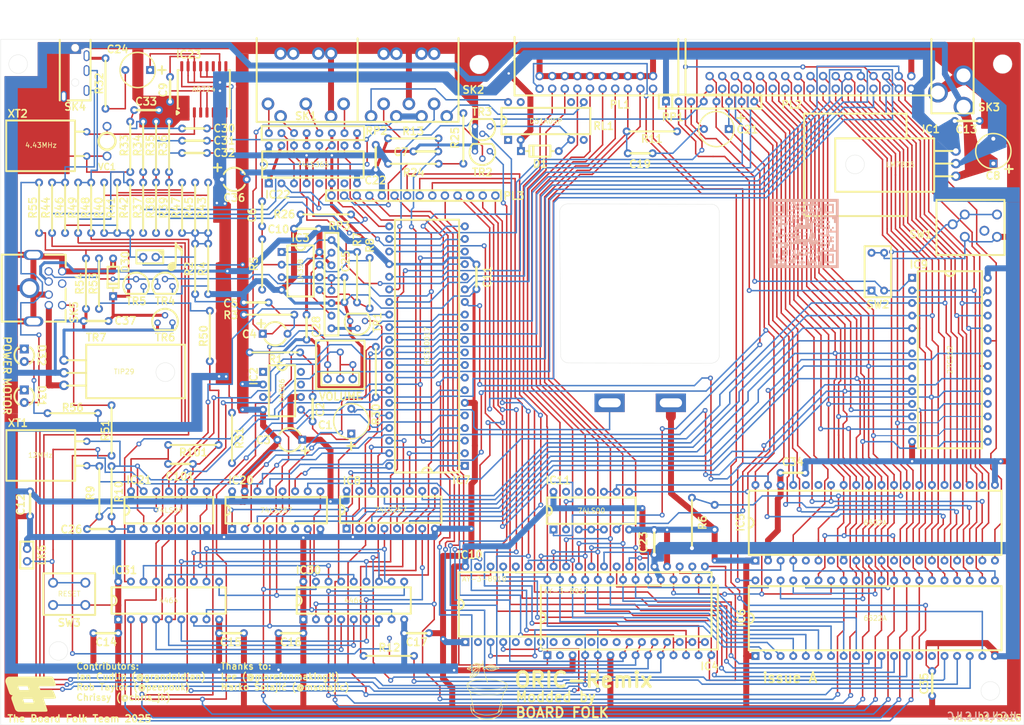
<source format=kicad_pcb>
(kicad_pcb (version 20240108) (generator "pcbnew") (generator_version "8.0")
  (layers (0 "F.Cu" signal) (31 "B.Cu" signal) (34 "B.Paste" user) (35 "F.Paste" user) (36 "B.SilkS" user "B.Silkscreen") (37 "F.SilkS" user "F.Silkscreen") (38 "B.Mask" user) (39 "F.Mask" user) (44 "Edge.Cuts" user))
  (net 0 "")
  (net 1 "Net-(C1-Pad2)")
  (net 2 "Net-(C2-Pad1)")
  (net 3 "GND")
  (net 4 "+5V")
  (net 5 "Net-(C4-Pad2)")
  (net 6 "Net-(SK2-Tape_In)")
  (net 7 "Net-(C6-Pad2)")
  (net 8 "Net-(SK2-Tape_Out)")
  (net 9 "~{RST}")
  (net 10 "Net-(IC3A-+)")
  (net 11 "Net-(C26-Pad2)")
  (net 12 "Net-(C26-Pad1)")
  (net 13 "Ø1")
  (net 14 "Net-(IC2-+)")
  (net 18 "Net-(IC3A--)")
  (net 19 "Net-(RP3D-R4.1)")
  (net 20 "Net-(IC3B-+)")
  (net 21 "Net-(RP3A-R1.1)")
  (net 23 "/CPU and ULA/A8")
  (net 24 "/CPU and ULA/D5")
  (net 25 "/CPU and ULA/D4")
  (net 26 "R{slash}~{W}")
  (net 27 "/CPU and ULA/A3")
  (net 28 "Ø2")
  (net 29 "/CPU and ULA/A0")
  (net 30 "/CPU and ULA/D3")
  (net 31 "/CPU and ULA/D2")
  (net 34 "/CPU and ULA/D0")
  (net 35 "/CPU and ULA/D7")
  (net 36 "/CPU and ULA/A9")
  (net 37 "/CPU and ULA/A7")
  (net 38 "/CPU and ULA/A11")
  (net 39 "/CPU and ULA/A12")
  (net 40 "/CPU and ULA/A6")
  (net 41 "/CPU and ULA/A14")
  (net 42 "/CPU and ULA/A10")
  (net 43 "/CPU and ULA/A1")
  (net 44 "/CPU and ULA/A15")
  (net 45 "Net-(IC5-~{NMI})")
  (net 46 "Net-(IC5-Ø0)")
  (net 47 "/CPU and ULA/A4")
  (net 48 "~{IRQ}")
  (net 49 "/CPU and ULA/D1")
  (net 50 "/CPU and ULA/A2")
  (net 52 "/CPU and ULA/D6")
  (net 53 "/CPU and ULA/A13")
  (net 54 "/CPU and ULA/A5")
  (net 55 "/CPU and ULA/MA6")
  (net 56 "Net-(IC7-CAS)")
  (net 57 "/CPU and ULA/MA5")
  (net 58 "Net-(IC7-RAS)")
  (net 59 "/CPU and ULA/MA2")
  (net 60 "MUX")
  (net 61 "/CPU and ULA/MA3")
  (net 62 "/CPU and ULA/MA4")
  (net 63 "~{MAP}")
  (net 64 "SYNC")
  (net 65 "/CPU and ULA/MA0")
  (net 66 "ROMSEL")
  (net 67 "G")
  (net 68 "B")
  (net 69 "~{I{slash}O}")
  (net 70 "/CPU and ULA/MA1")
  (net 71 "R")
  (net 72 "Net-(IC7-W)")
  (net 73 "Net-(IC7-CLK_IN)")
  (net 74 "/CPU and ULA/MA7")
  (net 75 "/RAM/RA1")
  (net 76 "/RAM/RA6")
  (net 77 "/RAM/RA3")
  (net 78 "/RAM/RA2")
  (net 79 "/ROM/R14")
  (net 80 "~{Ø2}")
  (net 81 "~{ROMDIS}")
  (net 82 "/ROM/R15")
  (net 83 "/RAM/RA0")
  (net 84 "/RAM/RA5")
  (net 85 "~{RAMW}")
  (net 86 "/RAM/RA7")
  (net 87 "~{CAS}")
  (net 88 "~{RAS}")
  (net 89 "/RAM/RA4")
  (net 90 "TAUDIO")
  (net 91 "/IO/DA6")
  (net 92 "/IO/DA2")
  (net 93 "/IO/IOA1")
  (net 94 "/IO/IOA5")
  (net 95 "/IO/DA3")
  (net 96 "BDIR")
  (net 97 "CH_C")
  (net 98 "Net-(IC21-Pad13)")
  (net 101 "Net-(IC22-O6b)")
  (net 102 "ROW2")
  (net 103 "ROW1")
  (net 104 "ROW0")
  (net 105 "Net-(C1-Pad1)")
  (net 106 "Net-(PL3-IDK)")
  (net 107 "Net-(TR2-B)")
  (net 109 "Net-(SK2-Relay_2)")
  (net 111 "Net-(SK2-Relay_1)")
  (net 112 "Net-(RP2D-R4.1)")
  (net 113 "Net-(RP2C-R3.1)")
  (net 114 "Net-(RP2B-R2.1)")
  (net 115 "Net-(RP2A-R1.1)")
  (net 116 "Net-(RP3D-R4.2)")
  (net 117 "/IO/IOA2")
  (net 118 "/IO/IOA6")
  (net 119 "/IO/DA0")
  (net 120 "/IO/IOA4")
  (net 121 "/IO/DA4")
  (net 122 "/IO/IOA7")
  (net 123 "BC1")
  (net 124 "/IO/IOA0")
  (net 125 "/IO/DA5")
  (net 126 "/IO/DA7")
  (net 127 "/IO/DA1")
  (net 128 "/IO/IOA3")
  (net 129 "KBCOM")
  (net 139 "Net-(IC6-PB4)")
  (net 141 "CH_A")
  (net 142 "Net-(D1-A)")
  (net 143 "Net-(IC6-CA1)")
  (net 147 "Net-(IC21-Pad2)")
  (net 151 "Net-(IC11-Pad3)")
  (net 153 "/ROM/~{CROMSEL}")
  (net 160 "Net-(C24-Pad2)")
  (net 161 "Net-(IC23-COMP)")
  (net 162 "Net-(IC23-RIN)")
  (net 163 "Net-(C30-Pad1)")
  (net 164 "Net-(IC23-GIN)")
  (net 165 "Net-(C31-Pad1)")
  (net 166 "Net-(IC23-BIN)")
  (net 167 "Net-(C32-Pad1)")
  (net 168 "Net-(IC23-FIN)")
  (net 171 "COMP")
  (net 172 "BR")
  (net 173 "BG")
  (net 174 "BB")
  (net 175 "CH_B")
  (net 176 "IOCTRL")
  (net 177 "SOUND")
  (net 178 "SOUNDL")
  (net 179 "SOUNDR")
  (net 180 "C2NREAD")
  (net 181 "C2NMOTOR")
  (net 183 "C2NWRITE")
  (net 184 "RDDATA")
  (net 185 "WRDATA")
  (net 186 "Net-(D30-K)")
  (net 187 "+9V")
  (net 188 "Net-(D31-A)")
  (net 189 "Net-(D32-A)")
  (net 190 "Net-(TR4-C)")
  (net 191 "Net-(TR6-E)")
  (net 192 "lMOTOR")
  (footprint "Oric:PinHeader_1x14_P2.54mm" (layer "F.Cu") (at 139.99 52.9 -90)
    (property "Reference" "PL3")
    (property "Value" "Keyboard")
  )
  (footprint "Oric:Electrolytic Capacitor 5.00mm" (layer "F.Cu") (at 187.03 39.5 180)
    (property "Reference" "C21")
    (property "Value" "10uF 10V")
  )
  (footprint "Oric:R_Array_SIP8_Isolated" (layer "F.Cu") (at 106.97 61.87 -90)
    (property "Reference" "RP3")
    (property "Value" "10K")
  )
  (footprint "Oric:Ceramic Capacitor 5.00mm" (layer "F.Cu") (at 76.875 41.85)
    (property "Reference" "C31")
    (property "Value" "100nF" (hide yes))
  )
  (footprint "Oric:Ceramic Capacitor 5.00mm" (layer "F.Cu") (at 74.05 106.975)
    (property "Reference" "C101")
    (property "Value" "2.2nF" (hide yes))
  )
  (footprint "Oric:Ceramic Capacitor 5.00mm_Blank" (layer "F.Cu") (at 184.18 120.22 90)
    (property "Reference" "C100" (hide yes))
    (property "Value" "BLANK" (hide yes))
  )
  (footprint "Oric:Resistor 10.16mm" (layer "F.Cu") (at 176.61 39.97 180)
    (property "Reference" "R11")
    (property "Value" "1K")
  )
  (footprint "Oric:Ceramic Capacitor 5.00mm" (layer "F.Cu") (at 101.95 81.93 90)
    (property "Reference" "C28")
    (property "Value" "100nF")
  )
  (footprint "Oric:tangerineleafpot" (layer "F.Cu") (at 138.260931 152.639453)
    (property "Reference" "G2" (hide yes))
    (property "Value" "Tangerine Leaf Pot" (hide yes))
  )
  (footprint "Oric:Ceramic Capacitor 5.00mm" (layer "F.Cu") (at 92.99 54.08 -90)
    (property "Reference" "C6")
    (property "Value" "47nF")
  )
  (footprint "Oric:Ceramic Capacitor 5.00mm" (layer "F.Cu") (at 128.48 44 180)
    (property "Reference" "C7")
    (property "Value" "47nF")
  )
  (footprint "Oric:DIP-40_W15.24mm" (layer "F.Cu") (at 192.39 145.68 90)
    (property "Reference" "IC6")
    (property "Value" "6522A")
  )
  (footprint "Oric:SK2 7-Pin_DIN" (layer "F.Cu") (at 122.56 28.73)
    (property "Reference" "SK2")
    (property "Value" "Tape")
  )
  (footprint "Oric:DIP-8_W7.62mm" (layer "F.Cu") (at 96.93 64.28)
    (property "Reference" "IC3")
    (property "Value" "LM358")
  )
  (footprint "Oric:CVN6500" (layer "F.Cu") (at 61.75 38.95 -90)
    (property "Reference" "VC1" (hide yes))
    (property "Value" "5-20pF" (hide yes))
  )
  (footprint "Oric:DIP-40_W15.24mm" (layer "F.Cu") (at 133.84 107.36 180)
    (property "Reference" "IC7")
    (property "Value" "HCS10017")
  )
  (footprint "Oric:Ceramic Capacitor 5.00mm" (layer "F.Cu") (at 232.55 37.87)
    (property "Reference" "C13")
    (property "Value" "47nF")
  )
  (footprint "Oric:Diode_7.62mm" (layer "F.Cu") (at 145.15 43.94)
    (property "Reference" "D1")
    (property "Value" "1N4148")
  )
  (footprint "Oric:SK3 Barrel Jack" (layer "F.Cu") (at 234.27 35.08 -90)
    (property "Reference" "SK3")
    (property "Value" "9V DC Input")
  )
  (footprint "Oric:TIP29 TO-220" (layer "F.Cu") (at 53.08 86.06 -90)
    (property "Reference" "TR7")
    (property "Value" "TIP29")
  )
  (footprint "Oric:DIP-18_W7.62mm" (layer "F.Cu") (at 64.01 138.3 90)
    (property "Reference" "IC31")
    (property "Value" "4464")
  )
  (footprint "Oric:Resistor 10.16mm" (layer "F.Cu") (at 69.025 50.275 -90)
    (property "Reference" "R37")
    (property "Value" "270R" (hide yes))
  )
  (footprint "Oric:LED_D3.0mm" (layer "F.Cu") (at 45.075 92.06 -90)
    (property "Reference" "D31")
    (property "Value" "MOTOR")
  )
  (footprint "Oric:Ceramic Capacitor 5.00mm" (layer "F.Cu") (at 94.3 74.44 180)
    (property "Reference" "C5")
    (property "Value" "10nF")
  )
  (footprint "Oric:Resistor 10.16mm" (layer "F.Cu") (at 82.125 62.595 -90)
    (property "Reference" "R4")
    (property "Value" "1K")
  )
  (footprint "Oric:Resistor 10.16mm" (layer "F.Cu") (at 79.5 50.275 -90)
    (property "Reference" "R45")
    (property "Value" "10K")
  )
  (footprint "Oric:Ceramic Capacitor 5.00mm" (layer "F.Cu") (at 197.43 108.77)
    (property "Reference" "C34")
    (property "Value" "47nF")
  )
  (footprint "Oric:Resistor 10.16mm" (layer "F.Cu") (at 61.44 25.24 -90)
    (property "Reference" "R32")
    (property "Value" "75R")
  )
  (footprint "Oric:Tune" (layer "F.Cu") (at 75.295 65.475)
    (property "Reference" "G1" (hide yes))
    (property "Value" "SND" (hide yes))
  )
  (footprint "Oric:SOIC-16W_7.5x10.3mm_P1.27mm" (layer "F.Cu") (at 81.25 31.5 90)
    (property "Reference" "IC23")
    (property "Value" "AD724")
  )
  (footprint "Oric:Ceramic Capacitor 5.00mm" (layer "F.Cu") (at 46.24 112.51 -90)
    (property "Reference" "C12")
    (property "Value" "47nF")
  )
  (footprint "Oric:Resistor 10.16mm" (layer "F.Cu") (at 82.46 76.12 -90)
    (property "Reference" "R50")
    (property "Value" "220R" (hide yes))
  )
  (footprint "Oric:DIP-40_W15.24mm" (layer "F.Cu") (at 192.39 126.45 90)
    (property "Reference" "IC5")
    (property "Value" "6502A")
  )
  (footprint "Oric:Resistor 10.16mm" (layer "F.Cu") (at 60.2 107.42 -90)
    (property "Reference" "R9")
    (property "Value" "1K")
  )
  (footprint "Oric:Resistor 10.16mm" (layer "F.Cu") (at 71.625 50.275 -90)
    (property "Reference" "R38")
    (property "Value" "270R" (hide yes))
  )
  (footprint "Oric:TO-92" (layer "F.Cu") (at 66.32 71)
    (property "Reference" "TR5")
    (property "Value" "BC547")
  )
  (footprint "Oric:PinHeader_1x03_P2.54mm" (layer "F.Cu") (at 106.195 89.85 90)
    (property "Reference" "LK5" (hide yes))
    (property "Value" "Volume")
  )
  (footprint "Oric:ROM_Switch" (layer "F.Cu") (at 215.785 72.05 90)
    (property "Reference" "SW2")
    (property "Value" "SELECT")
  )
  (footprint "Oric:Tantalum Capacitor 5.00mm" (layer "F.Cu") (at 93.12 80.74)
    (property "Reference" "C4")
    (property "Value" "2.2uF")
  )
  (footprint "Oric:Ceramic Capacitor 5.00mm" (layer "F.Cu") (at 166.68 44.38)
    (property "Reference" "C19")
    (property "Value" "2.2nF")
  )
  (footprint "Oric:Electrolytic Capacitor 5.00mm" (layer "F.Cu") (at 110.96 100.87 90)
    (property "Reference" "C1")
    (property "Value" "22uF")
  )
  (footprint "Oric:Resistor 10.16mm" (layer "F.Cu") (at 112.12 64.27 -90)
    (property "Reference" "R7")
    (property "Value" "1K")
  )
  (footprint "Oric:Resistor 10.16mm" (layer "F.Cu") (at 113.44 145.65)
    (property "Reference" "R12")
    (property "Value" "22K")
  )
  (footprint "Oric:Electrolytic Capacitor 5.00mm" (layer "F.Cu") (at 240.325 46.45 90)
    (property "Reference" "C8")
    (property "Value" "100uF 10V")
  )
  (footprint "Oric:Resistor 10.16mm" (layer "F.Cu") (at 48.05 50.275 -90)
    (property "Reference" "R55")
    (property "Value" "1K5" (hide yes))
  )
  (footprint "Oric:Crystal" (layer "F.Cu") (at 57.66 102.42 -90)
    (property "Reference" "XT1")
    (property "Value" "12MHz")
  )
  (footprint "Oric:Volume Control 3386" (layer "F.Cu") (at 111.275 86.975 90)
    (property "Reference" "RV2" (hide yes))
    (property "Value" "VOLUME")
  )
  (footprint "Oric:R_Array_SIP8_Bussed" (layer "F.Cu") (at 174.37 33.96)
    (property "Reference" "RP1")
    (property "Value" "2K2")
  )
  (footprint "Oric:Tantalum Capacitor 5.00mm" (layer "F.Cu") (at 101.08 102.1 180)
    (property "Reference" "C3")
    (property "Value" "100uF TANT")
  )
  (footprint "Oric:BF12" (layer "F.Cu") (at 46.46 153.46)
    (property "Reference" "G***" (hide yes))
    (property "Value" "LOGO12" (hide yes))
  )
  (footprint "Oric:Resistor 10.16mm" (layer "F.Cu") (at 179.6 123.94 90)
    (property "Reference" "R6")
    (property "Value" "220K")
  )
  (footprint "Oric:Ceramic Capacitor 5.00mm" (layer "F.Cu") (at 96.3 141.075)
    (property "Reference" "C16")
    (property "Value" "47nF")
  )
  (footprint "Oric:PJ320A" (layer "F.Cu") (at 52.225 21.525)
    (property "Reference" "SK4")
    (property "Value" "AV Out")
    (fp_circle (center 3.1 1.6) (end 3.85 1.6) (stroke (width 0.05)) (fill none) (layer "Edge.Cuts"))
    (fp_circle (center 3.1 8.6) (end 3.85 8.6) (stroke (width 0.05)) (fill none) (layer "Edge.Cuts"))
  )
  (footprint "Oric:Ceramic Capacitor 5.00mm" (layer "F.Cu") (at 172 125.275 90)
    (property "Reference" "C23")
    (property "Value" "47nF")
  )
  (footprint "Oric:Resistor 10.16mm" (layer "F.Cu") (at 128.54 41.38 180)
    (property "Reference" "R13")
    (property "Value" "1K")
  )
  (footprint "Oric:LED_D3.0mm" (layer "F.Cu") (at 45.075 83.81 -90)
    (property "Reference" "D32")
    (property "Value" "POWER")
  )
  (footprint "Oric:C1531 - 7-Pin Mini DIN" (layer "F.Cu") (at 46.11 71.55 90)
    (property "Reference" "SK5")
    (property "Value" "C1531" (hide yes))
  )
  (footprint "Oric:TO-92" (layer "F.Cu") (at 138.66 44.19 180)
    (property "Reference" "TR2")
    (property "Value" "BC549")
  )
  (footprint "Oric:TO-92" (layer "F.Cu") (at 113.51 78.39 180)
    (property "Reference" "TR1")
    (property "Value" "BC549")
  )
  (footprint "Oric:Resistor 10.16mm" (layer "F.Cu") (at 115.9 83.37 -90)
    (property "Reference" "R30")
    (property "Value" "220R")
  )
  (footprint "Oric:IC1 7805" (layer "F.Cu") (at 232.77 49 90)
    (property "Reference" "IC1")
    (property "Value" "LM7805")
  )
  (footprint "Oric:PinHeader_1x02_P2.54mm" (layer "F.Cu") (at 71.56 65.295 -90)
    (property "Reference" "LK4" (hide yes))
    (property "Value" "SND" (hide yes))
  )
  (footprint "Oric:Tantalum Capacitor 5.00mm" (layer "F.Cu") (at 84.89 49.64)
    (property "Reference" "C36")
    (property "Value" "100uF TANT")
  )
  (footprint "Oric:Ceramic Capacitor 5.00mm" (layer "F.Cu") (at 121.625 141.075)
    (property "Reference" "C17")
    (property "Value" "47nF")
  )
  (footprint "Oric:Resistor 10.16mm" (layer "F.Cu") (at 110.91 56.7 180)
    (property "Reference" "R26")
    (property "Value" "2K2")
  )
  (footprint "Oric:PinHeader_1x02_P2.54mm" (layer "F.Cu") (at 45.64 124.06)
    (property "Reference" "LK6")
    (property "Value" "SYSTEM RESET" (hide yes))
  )
  (footprint "Oric:Resistor 10.16mm" (layer "F.Cu") (at 53.3 50.275 -90)
    (property "Reference" "R46")
    (property "Value" "5K6")
  )
  (footprint "Oric:TO-92" (layer "F.Cu") (at 72.145 70.995)
    (property "Reference" "TR4")
    (property "Value" "BC547")
  )
  (footprint "Oric:Relay" (layer "F.Cu") (at 142.56 41.69 90)
    (property "Reference" "RL1")
    (property "Value" "D51A05P")
  )
  (footprint "Oric:DIP-14_W7.62mm" (layer "F.Cu") (at 66.59 120.1 90)
    (property "Reference" "IC21")
    (property "Value" "74LS04")
  )
  (footprint "Oric:Resistor 10.16mm" (layer "F.Cu") (at 74.075 103.15)
    (property "Reference" "R101")
    (property "Value" "1K" (hide yes))
  )
  (footprint "Oric:Resistor 10.16mm" (layer "F.Cu") (at 82.125 50.275 -90)
    (property "Reference" "R43")
    (property "Value" "10K")
  )
  (footprint "Oric:Resistor 10.16mm" (layer "F.Cu") (at 114.66 75.62 90)
    (property "Reference" "R8")
    (property "Value" "100K")
  )
  (footprint "Oric:DIP-18_W7.62mm" (layer "F.Cu") (at 101.3 138.3 90)
    (property "Reference" "IC30")
    (property "Value" "4464")
  )
  (footprint "Oric:Resistor 10.16mm" (layer "F.Cu") (at 133.54 46.47 90)
    (property "Reference" "R25")
    (property "Value" "47K")
  )
  (footprint "Oric:Electrolytic Capacitor 5.00mm" (layer "F.Cu") (at 70.43 27.6 180)
    (property "Reference" "C24")
    (property "Value" "220uF" (hide yes))
  )
  (footprint "Oric:Resistor 10.16mm" (layer "F.Cu") (at 74.25 50.275 -90)
    (property "Reference" "R39")
    (property "Value" "270R" (hide yes))
  )
  (footprint "Oric:PinHeader_2x17_P2.54mm" (layer "F.Cu") (at 183.16 31.37 90)
    (property "Reference" "PL2")
    (property "Value" "~")
  )
  (footprint "Oric:Crystal" (layer "F.Cu") (at 57.66 40.05 -90)
    (property "Reference" "XT2")
    (property "Value" "4.43MHz")
  )
  (footprint "Oric:Ceramic Capacitor 5.00mm" (layer "F.Cu") (at 59 141.075)
    (property "Reference" "C14")
    (property "Value" "47nF")
  )
  (footprint "Oric:Ceramic Capacitor 5.00mm" (layer "F.Cu") (at 103.175 93.4 -90)
    (property "Reference" "C2")
    (property "Value" "47nF")
  )
  (footprint "Oric:Resistor 10.16mm" (layer "F.Cu") (at 71.625 48.16 90)
    (property "Reference" "R35")
    (property "Value" "75R" (hide yes))
  )
  (footprint "Oric:Speaker" (layer "F.Cu") (at 169.045 94.7175)
    (property "Reference" "LS1" (hide yes))
    (property "Value" "AD2071/Z25")
  )
  (footprint "Oric:R_Array_SIP8_Isolated" (layer "F.Cu") (at 94.35 40.32)
    (property "Reference" "RP2")
    (property "Value" "220R")
  )
  (footprint "Oric:DIP-28_W15.24mm" (layer "F.Cu") (at 223.96 69.47)
    (property "Reference" "IC9")
    (property "Value" "27C512")
  )
  (footprint "Oric:Resistor 10.16mm" (layer "F.Cu") (at 76.875 50.275 -90)
    (property "Reference" "R47")
    (property "Value" "10K")
  )
  (footprint "Oric:DIP-14_W7.62mm" (layer "F.Cu") (at 151.7 120.2 90)
    (property "Reference" "IC11")
    (property "Value" "74LS00")
  )
  (footprint "Oric:Resistor 10.16mm" (layer "F.Cu") (at 74.25 48.16 90)
    (property "Reference" "R36")
    (property "Value" "75R" (hide yes))
  )
  (footprint "Oric:Resistor 10.16mm" (layer "F.Cu") (at 62.66 95.15 -90)
    (property "Reference" "R51")
    (property "Value" "220R" (hide yes))
  )
  (footprint "Oric:Resistor 10.16mm" (layer "F.Cu") (at 79.5 62.6 -90)
    (property "Reference" "R2")
    (property "Value" "910R")
  )
  (footprint "Oric:Push Switch" (layer "F.Cu") (at 232.19 57.46)
    (property "Reference" "SW1")
    (property "Value" "RESET")
  )
  (footprint "Oric:TO-92" (layer "F.Cu") (at 138.66 39.18 180)
    (property "Reference" "TR3")
    (property "Value" "BC549")
  )
  (footprint "Oric:Ceramic Capacitor 5.00mm" (layer "F.Cu") (at 109.59 69.39 -90)
    (property "Reference" "C25")
    (property "Value" "100nF")
  )
  (footprint "Oric:Ceramic Capacitor 5.00mm" (layer "F.Cu") (at 76.875 39.375)
    (property "Reference" "C30")
    (property "Value" "100nF" (hide yes))
  )
  (footprint "Oric:Ceramic Capacitor 5.00mm" (layer "F.Cu") (at 104.42 59.59 180)
    (property "Reference" "C10")
    (property "Value" "47nF")
  )
  (footprint "Oric:DIP-16_W7.62mm" (layer "F.Cu") (at 110.02 120.02 90)
    (property "Reference" "IC8")
    (property "Value" "74LS257")
  )
  (footprint "Oric:Ceramic Capacitor 5.00mm" (layer "F.Cu") (at 136.175 66.775 -90)
    (property "Reference" "C11")
    (property "Value" "47nF")
  )
  (footprint "Oric:Resistor 10.16mm" (layer "F.Cu") (at 62.66 117.58 90)
    (property "Reference" "R10")
    (property "Value" "1K")
  )
  (footprint "Oric:Resistor 10.16mm" (layer "F.Cu") (at 63.8 60.435 90)
    (property "Reference" "R41")
    (property "Value" "10K")
  )
  (footprint "Oric:Resistor 10.16mm" (layer "F.Cu") (at 66.425 38 -90)
    (property "Reference" "R33")
    (property "Value" "10M" (hide yes))
  )
  (footprint "Oric:Resistor 10.16mm" (layer "F.Cu") (at 118.39 46.5)
    (property "Reference" "R24")
    (property "Value" "47K")
  )
  (footprint "Oric:Resistor 10.16mm" (layer "F.Cu") (at 89.31 76.9)
    (property "Reference" "R3")
    (property "Value" "470R")
  )
  (footprint "Oric:DIP-28_W15.24mm" (layer "F.Cu") (at 150.47 145.52 90)
    (property "Reference" "IC4")
    (property "Value" "AY-3-8912")
  )
  (footprint "Oric:DIP-16_W7.62mm" (layer "F.Cu") (at 94.34 50.45 90)
    (property "Reference" "IC22")
    (property "Value" "74LS365")
  )
  (footprint "Oric:DIP-8_W7.62mm" (layer "F.Cu") (at 93.19 88.42)
    (property "Reference" "IC2")
    (property "Value" "LM386")
  )
  (footprint "Oric:SK1_5-Pin_DIN" (layer "F.Cu") (at 101.69 28.14)
    (property "Reference" "SK1")
    (property "Value" "RGB")
  )
  (footprint "Oric:Resistor 10.16mm" (layer "F.Cu") (at 86.925 96.65 -90)
    (property "Reference" "R31")
    (property "Value" "560R")
  )
  (footprint "Oric:Ceramic Capacitor 5.00mm" (layer "F.Cu") (at 72.225 35.68 180)
    (property "Reference" "C33")
    (property "Value" "10pF" (hide yes))
  )
  (footprint "Oric:Resistor 10.16mm" (layer "F.Cu") (at 58.55 50.275 -90)
    (property "Reference" "R48")
    (property "Value" "5K6")
  )
  (footprint "Oric:Resistor 10.16mm" (layer "F.Cu") (at 93 71.86 90)
    (property "Reference" "R5")
    (property "Value" "10K")
  )
  (footprint "Oric:DIP-40_W15.24mm" (layer "F.Cu") (at 133.95 142.875 90)
    (property "Reference" "IC10")
    (property "Value" "AY-3-8910")
  )
  (footprint "Oric:Ceramic Capacitor 5.00mm" (layer "F.Cu") (at 74.45 29 -90)
    (property "Reference" "C9")
    (property "Value" "220nF" (hide yes))
  )
  (footprint "Oric:Resistor 10.16mm" (layer "F.Cu") (at 60.125 75.725 90)
    (property "Reference" "R53")
    (property "Value" "1K" (hide yes))
  )
  (footprint "Oric:Ceramic Capacitor 5.00mm" (layer "F.Cu") (at 76.875 44.325)
    (property "Reference" "C32")
    (property "Value" "100nF" (hide yes))
  )
  (footprint "Oric:Resistor 10.16mm" (layer "F.Cu") (at 61.175 60.435 90)
    (property "Reference" "R40")
    (property "Value" "10K")
  )
  (footprint "Oric:Resistor 10.16mm" (layer "F.Cu") (at 49.75 96.75)
    (property "Reference" "R56")
    (property "Value" "1K" (hide yes))
  )
  (footprint "Oric:Resistor 10.16mm" (layer "F.Cu") (at 57.5 65.565 -90)
    (property "Reference" "R54")
    (property "Value" "1K5" (hide yes))
  )
  (footprint "Oric:Resistor 10.16mm" (layer "F.Cu") (at 69.025 48.16 90)
    (property "Reference" "R34")
    (property "Value" "75R" (hide yes))
  )
  (footprint "Oric:Resistor 10.16mm" (layer "F.Cu") (at 100.65 84.5 180)
    (property "Reference" "R1")
    (property "Value" "10R")
  )
  (footprint "Oric:Ceramic Capacitor 5.00mm" (layer "F.Cu") (at 57.73 120.09)
    (property "Reference" "C26")
    (property "Value" "120pF")
  )
  (footprint "Oric:Diode_7.62mm" (layer "F.Cu") (at 62.975 73.185 90)
    (property "Reference" "D30")
    (property "Value" "7.5V")
  )
  (footprint "Oric:Resistor 10.16mm" (layer "F.Cu") (at 50.675 50.275 -90)
    (property "Reference" "R44")
    (property "Value" "2K4")
  )
  (footprint "Oric:Resistor 10.16mm" (layer "F.Cu") (at 55.925 50.275 -90)
    (property "Reference" "R49")
    (property "Value" "2K4")
  )
  (footprint "Oric:Resistor 10.16mm" (layer "F.Cu") (at 66.425 60.435 90)
    (property "Reference" "R42")
    (property "Value" "10K")
  )
  (footprint "Oric:Ceramic Capacitor 5.00mm" (layer "F.Cu") (at 228 148.71 -90)
    (property "Reference" "C35")
    (property "Value" "47nF")
  )
  (footprint "Oric:PinHeader_2x10_P2.54mmo" (layer "F.Cu") (at 148.9 31.37 90)
    (property "Reference" "PL1")
    (property "Value" "Printer")
  )
  (footprint "Oric:Ceramic Capacitor 5.00mm" (layer "F.Cu") (at 57.05 78.175)
    (property "Reference" "C37")
    (property "Value" "100nF" (hide yes))
  )
  (footprint "Oric:TO-92" (layer "F.Cu") (at 72.145 78.295)
    (property "Reference" "TR6")
    (property "Value" "BC337")
  )
  (footprint "Oric:Push Switch Simple" (layer "F.Cu") (at 50.875 135.405)
    (property "Reference" "SW3")
    (property "Value" "RESET")
  )
  (footprint "Oric:DIP-16_W7.62mm" (layer "F.Cu") (at 86.95 120.1 90)
    (property "Reference" "IC20")
    (property "Value" "74LS257")
  )
  (footprint "Oric:Ceramic Capacitor 5.00mm" (layer "F.Cu") (at 84.325 141.075)
    (property "Reference" "C15")
    (property "Value" "47nF")
  )
  (footprint "Oric:Ceramic Capacitor 5.00mm" (layer "F.Cu") (at 115.89 42.68 -90)
    (property "Reference" "C22")
    (property "Value" "47nF")
  )
  (footprint "Oric:bf_qr14" (layer "B.Cu") (at 202.17 60.54 180)
    (property "Reference" "G3" (hide yes))
    (property "Value" "Board Folk QR" (hide yes))
  )
  (gr_rect (start 208.47 41.37) (end 228.4 52.14) (stroke (width 0.4)) (fill none) (layer "F.SilkS"))
  (gr_line (start 57.66 102.42) (end 55.34 102.42) (stroke (width 0.4)) (layer "F.SilkS"))
  (gr_line (start 232.77 43.91) (end 228.46 43.91) (stroke (width 0.4)) (layer "F.SilkS"))
  (gr_line (start 72.14 63.9475) (end 72.9 64.8025) (stroke (width 0.4)) (layer "F.SilkS"))
  (gr_rect (start 48.907987 129.015) (end 59.35 137.397013) (stroke (width 0.4)) (fill none) (layer "F.SilkS"))
  (gr_line (start 222.84 36.4) (end 222.84 41.34) (stroke (width 0.4)) (layer "F.SilkS"))
  (gr_line (start 53.17 86.075) (end 57.38 86.075) (stroke (width 0.4)) (layer "F.SilkS"))
  (gr_line (start 91.9 38.05) (end 132.57 38.05) (stroke (width 0.4)) (layer "F.SilkS"))
  (gr_line (start 112.235 38.05) (end 112.235 21.25) (stroke (width 0.4)) (layer "F.SilkS"))
  (gr_line (start 202.21 57.03) (end 202.21 36.4) (stroke (width 0.4)) (layer "F.SilkS"))
  (gr_line (start 57.62 40.025) (end 55.3 40.025) (stroke (width 0.4)) (layer "F.SilkS"))
  (gr_line (start 178.31 32.72) (end 227.85 32.72) (stroke (width 0.4)) (layer "F.SilkS"))
  (gr_rect (start 228.87 53.77) (end 242.57 64.88) (stroke (width 0.4)) (fill none) (layer "F.SilkS"))
  (gr_line (start 143.86 20.95) (end 143.86 32.72) (stroke (width 0.4)) (layer "F.SilkS"))
  (gr_rect (start 41.43 37.775) (end 55.29 47.975) (stroke (width 0.4)) (fill none) (layer "F.SilkS"))
  (gr_line (start 227.85 36.32) (end 236.35 36.32) (stroke (width 0.4)) (layer "F.SilkS"))
  (gr_line (start 236.35 36.32) (end 236.35 21.28) (stroke (width 0.4)) (layer "F.SilkS"))
  (gr_line (start 178.31 32.72) (end 178.31 21.38) (stroke (width 0.4)) (layer "F.SilkS"))
  (gr_line (start 232.78 46.46) (end 228.45 46.46) (stroke (width 0.4)) (layer "F.SilkS"))
  (gr_line (start 222.84 52.17) (end 222.84 57.03) (stroke (width 0.4)) (layer "F.SilkS"))
  (gr_line (start 91.9 21.18) (end 91.9 38.05) (stroke (width 0.4)) (layer "F.SilkS"))
  (gr_line (start 53.17 88.635) (end 57.5 88.635) (stroke (width 0.4)) (layer "F.SilkS"))
  (gr_line (start 57.63 44.945) (end 55.31 44.945) (stroke (width 0.4)) (layer "F.SilkS"))
  (gr_line (start 72.51 63.935) (end 73.07 64.525) (stroke (width 0.4)) (layer "F.SilkS"))
  (gr_rect (start 41.47 100.17) (end 55.33 110.37) (stroke (width 0.4)) (fill none) (layer "F.SilkS"))
  (gr_rect (start 105.86 51.83) (end 141.13 53.96) (stroke (width 0.4)) (fill none) (layer "F.SilkS"))
  (gr_line (start 227.85 32.72) (end 227.85 36.32) (stroke (width 0.4)) (layer "F.SilkS"))
  (gr_line (start 143.86 32.72) (end 176.86 32.72) (stroke (width 0.4)) (layer "F.SilkS"))
  (gr_line (start 53.18 91.185) (end 57.49 91.185) (stroke (width 0.4)) (layer "F.SilkS"))
  (gr_line (start 227.85 32.72) (end 227.85 21.37) (stroke (width 0.4)) (layer "F.SilkS"))
  (gr_line (start 222.84 57.03) (end 202.21 57.03) (stroke (width 0.4)) (layer "F.SilkS"))
  (gr_rect (start 44.26 122.625) (end 46.91 128.035) (stroke (width 0.4)) (fill none) (layer "F.SilkS"))
  (gr_line (start 57.67 107.34) (end 55.35 107.34) (stroke (width 0.4)) (layer "F.SilkS"))
  (gr_line (start 202.21 36.4) (end 222.84 36.4) (stroke (width 0.4)) (layer "F.SilkS"))
  (gr_line (start 176.86 32.72) (end 176.86 21.36) (stroke (width 0.4)) (layer "F.SilkS"))
  (gr_line (start 232.78 49.02) (end 228.57 49.02) (stroke (width 0.4)) (layer "F.SilkS"))
  (gr_rect (start 104.925 88.58) (end 112.535 91.12) (stroke (width 0.4)) (fill none) (layer "F.SilkS"))
  (gr_line (start 132.57 38.05) (end 132.57 21.19) (stroke (width 0.4)) (layer "F.SilkS"))
  (gr_rect (start 57.55 82.955) (end 77.48 93.725) (stroke (width 0.4)) (fill none) (layer "F.SilkS"))
  (gr_rect (start 67.665 63.925) (end 73.075 66.575) (stroke (width 0.4)) (fill none) (layer "F.SilkS"))
  (gr_circle (center 212.456934 46.62) (end 214.116934 47.53) (stroke (width 0.05)) (fill none) (layer "Edge.Cuts"))
  (gr_circle (center 51.944096 144.65) (end 53.274096 145.98) (stroke (width 0.05)) (fill none) (layer "Edge.Cuts"))
  (gr_line (start 183.477421 54.63) (end 154.582584 54.58) (stroke (width 0.05)) (layer "Edge.Cuts"))
  (gr_circle (center 73.493066 88.475) (end 71.833066 87.565) (stroke (width 0.05)) (fill none) (layer "Edge.Cuts"))
  (gr_line (start 152.952584 56.21) (end 153.132584 84.997416) (stroke (width 0.05)) (layer "Edge.Cuts"))
  (gr_arc (start 185.127416 85.037416) (mid 184.65 86.19) (end 183.497416 86.667416) (stroke (width 0.05)) (layer "Edge.Cuts"))
  (gr_circle (center 239.719096 152.7) (end 241.049096 154.03) (stroke (width 0.05)) (fill none) (layer "Edge.Cuts"))
  (gr_circle (center 136.729096 26.48) (end 138.059096 27.81) (stroke (width 0.05)) (fill none) (layer "Edge.Cuts"))
  (gr_circle (center 242.199096 26.4) (end 243.529096 27.73) (stroke (width 0.05)) (fill none) (layer "Edge.Cuts"))
  (gr_rect (start 40.32 21.44) (end 246.49 159.55) (stroke (width 0.05)) (fill none) (layer "Edge.Cuts"))
  (gr_arc (start 183.477421 54.63) (mid 184.63 55.107421) (end 185.107421 56.26) (stroke (width 0.05)) (layer "Edge.Cuts"))
  (gr_line (start 154.762584 86.627416) (end 183.497416 86.667416) (stroke (width 0.05)) (layer "Edge.Cuts"))
  (gr_arc (start 154.762584 86.627416) (mid 153.610005 86.149995) (end 153.132584 84.997416) (stroke (width 0.05)) (layer "Edge.Cuts"))
  (gr_circle (center 43.84 26.409096) (end 45.17 27.739096) (stroke (width 0.05)) (fill none) (layer "Edge.Cuts"))
  (gr_line (start 185.127416 85.037416) (end 185.107421 56.26) (stroke (width 0.05)) (layer "Edge.Cuts"))
  (gr_arc (start 152.952584 56.21) (mid 153.430005 55.057421) (end 154.582584 54.58) (stroke (width 0.05)) (layer "Edge.Cuts"))
  (gr_text "JLCJLCJLCJLC" (at 245.6 158.575 0) (layer "B.SilkS") (effects (font (size 1.4 1.4) (thickness 0.3) (bold yes)) (justify left bottom mirror)))
  (gr_text "BOARD FOLK" (at 143.825 158.25 0) (layer "F.SilkS") (effects (font (size 2 2) (thickness 0.4) (bold yes)) (justify left bottom)))
  (gr_text "issue A" (at 193.62 151.21 0) (layer "F.SilkS") (effects (font (size 2 2) (thickness 0.4) (bold yes)) (justify left bottom)))
  (gr_text "Modded by" (at 143.85 155.075 0) (layer "F.SilkS") (effects (font (size 2 2) (thickness 0.4) (bold yes)) (justify left bottom)))
  (gr_text "Thanks to:\nLee (@morefunmakingit)\nMarko Šolajić (@msolajic)" (at 84.5 146.975 0) (layer "F.SilkS") (effects (font (size 1.3 1.3) (thickness 0.26) (bold yes)) (justify left top)))
  (gr_text "ORIC-Remix" (at 143.52 152.24 0) (layer "F.SilkS") (effects (font (size 3 3) (thickness 0.6) (bold yes)) (justify left bottom)))
  (gr_text "v1.1 01/2025" (at 246.175 158.925 0) (layer "F.SilkS") (effects (font (size 1.3 1.3) (thickness 0.26) (bold yes)) (justify right bottom)))
  (gr_text "The Board Folk Team 2025" (at 41.52 159.12 0) (layer "F.SilkS") (effects (font (size 1.4 1.4) (thickness 0.3) (bold yes)) (justify left bottom)))
  (gr_text "Contributors:\nIan Cudlip (@grandoldian)\nRob Taylor (@peepouk)\nChrissy (@chris_jh)" (at 55.425 146.975 0) (layer "F.SilkS") (effects (font (size 1.3 1.3) (thickness 0.26) (bold yes)) (justify left top)))
  (segment (start 135.65 96.525) (end 135.65 99.525) (width 0.3) (layer "B.Cu") (net 1))
  (segment (start 110.96 95.87) (end 111.64 96.55) (width 0.3) (layer "B.Cu") (net 1))
  (segment (start 163.005 100.05) (end 163.005 94.6575) (width 0.3) (layer "B.Cu") (net 1))
  (segment (start 135.65 99.525) (end 136.175 100.05) (width 0.3) (layer "B.Cu") (net 1))
  (segment (start 112.14 96.05) (end 135.175 96.05) (width 0.3) (layer "B.Cu") (net 1))
  (segment (start 111.64 96.55) (end 112.14 96.05) (width 0.3) (layer "B.Cu") (net 1))
  (segment (start 135.175 96.05) (end 135.65 96.525) (width 0.3) (layer "B.Cu") (net 1))
  (segment (start 136.175 100.05) (end 163.005 100.05) (width 0.3) (layer "B.Cu") (net 1))
  (segment (start 103.175 87.025) (end 103.175 93.4) (width 0.3) (layer "F.Cu") (net 2))
  (segment (start 100.65 84.5) (end 103.175 87.025) (width 0.3) (layer "F.Cu") (net 2))
  (segment (start 64.01 135.44) (end 64.01 130.68) (width 1.2) (layer "F.Cu") (net 3))
  (segment (start 148.9 28.83) (end 148.9 23.3) (width 1.2) (layer "F.Cu") (net 3))
  (segment (start 115.89 47.68) (end 117.308905 44.09) (width 0.6) (layer "F.Cu") (net 3))
  (segment (start 101.95 81.93) (end 103.005 81.93) (width 0.6) (layer "F.Cu") (net 3))
  (segment (start 81.875 29) (end 88.5 29) (width 0.3) (layer "F.Cu") (net 3))
  (segment (start 96.08 102.1) (end 93.19 99.21) (width 1.2) (layer "F.Cu") (net 3))
  (segment (start 96.08 102.81) (end 93.68 105.21) (width 1.2) (layer "F.Cu") (net 3))
  (segment (start 103.005 81.93) (end 104.425 83.35) (width 0.6) (layer "F.Cu") (net 3))
  (segment (start 96.08 102.1) (end 96.08 102.81) (width 1.2) (layer "F.Cu") (net 3))
  (segment (start 64 141.075) (end 64 156.825) (width 1.2) (layer "F.Cu") (net 3))
  (segment (start 62.92 68.17) (end 62.925 68.175) (width 1.2) (layer "F.Cu") (net 3))
  (segment (start 96.88 42.83) (end 94.34 50.45) (width 0.6) (layer "F.Cu") (net 3))
  (segment (start 89.49 114.585) (end 89.475 114.6) (width 1.2) (layer "F.Cu") (net 3))
  (segment (start 88.7 114.6) (end 88.675 114.575) (width 1.2) (layer "F.Cu") (net 3))
  (segment (start 101.3 130.68) (end 101.3 138.3) (width 1.2) (layer "F.Cu") (net 3))
  (segment (start 101.3 141.075) (end 101.3 156.575) (width 1.2) (layer "F.Cu") (net 3))
  (segment (start 148.9 28.83) (end 171.76 28.83) (width 1.2) (layer "F.Cu") (net 3))
  (segment (start 52.71 68.17) (end 62.92 68.17) (width 1.2) (layer "F.Cu") (net 3))
  (segment (start 190.54 151.65) (end 190.54 156.66) (width 1.2) (layer "F.Cu") (net 3))
  (segment (start 190.54 156.66) (end 190.56 156.68) (width 1.2) (layer "F.Cu") (net 3))
  (segment (start 135.86 103.29) (end 135.86 94.67) (width 1.2) (layer "F.Cu") (net 3))
  (segment (start 46.91 64.85) (end 46.91 70.75) (width 1.2) (layer "F.Cu") (net 3))
  (segment (start 192.39 145.68) (end 190.55 145.68) (width 1.2) (layer "F.Cu") (net 3))
  (segment (start 192.39 126.45) (end 190.54 126.45) (width 1.2) (layer "F.Cu") (net 3))
  (segment (start 99.42 69.41) (end 96.93 71.9) (width 1.2) (layer "F.Cu") (net 3))
  (segment (start 175.355 94.6575) (end 175.355 97.435) (width 2) (layer "F.Cu") (net 3))
  (segment (start 174.59 120.26) (end 174.59 127.635) (width 1.2) (layer "F.Cu") (net 3))
  (segment (start 89.49 112.48) (end 89.49 114.585) (width 1.2) (layer "F.Cu") (net 3))
  (segment (start 190.54 145.67) (end 190.54 151.65) (width 1.2) (layer "F.Cu") (net 3))
  (segment (start 89.475 114.6) (end 88.7 114.6) (width 1.2) (layer "F.Cu") (net 3))
  (segment (start 93.68 105.245) (end 89.49 109.435) (width 1.2) (layer "F.Cu") (net 3))
  (segment (start 135.69 72.26) (end 136.175 71.775) (width 0.6) (layer "F.Cu") (net 3))
  (segment (start 46.91 64.85) (end 42.95 64.85) (width 1.2) (layer "F.Cu") (net 3))
  (segment (start 89.49 109.435) (end 89.49 112.48) (width 1.2) (layer "F.Cu") (net 3))
  (segment (start 135.69 94.5) (end 135.69 72.26) (width 0.6) (layer "F.Cu") (net 3))
  (segment (start 57.66 44.95) (end 61.75 44.95) (width 0.3) (layer "F.Cu") (net 3))
  (segment (start 129.45 142.25) (end 129.45 141.05) (width 1.2) (layer "F.Cu") (net 3))
  (segment (start 93.19 99.21) (end 93.19 96.04) (width 1.2) (layer "F.Cu") (net 3))
  (segment (start 135.175 125.5) (end 135.175 124.038478) (width 1.2) (layer "F.Cu") (net 3))
  (segment (start 106.97 74.57) (end 109.41 74.57) (width 0.6) (layer "F.Cu") (net 3))
  (segment (start 175.38 97.46) (end 175.38 96.65) (width 1.2) (layer "F.Cu") (net 3))
  (segment (start 64.01 138.3) (end 64.01 141.065) (width 1.2) (layer "F.Cu") (net 3))
  (segment (start 64.01 141.065) (end 64 141.075) (width 1.2) (layer "F.Cu") (net 3))
  (segment (start 111.25 117.35) (end 111.25 121.675) (width 0.3) (layer "F.Cu") (net 3))
  (segment (start 190.54 126.45) (end 190.54 145.67) (width 1.2) (layer "F.Cu") (net 3))
  (segment (start 135.86 110.32) (end 135.86 103.29) (width 1.2) (layer "F.Cu") (net 3))
  (segment (start 163.17 156.845) (end 163.175 156.85) (width 1.2) (layer "F.Cu") (net 3))
  (segment (start 110.73 80.96) (end 110.73 78.19) (width 0.6) (layer "F.Cu") (net 3))
  (segment (start 135.86 94.67) (end 135.69 94.5) (width 0.6) (layer "F.Cu") (net 3))
  (segment (start 135.86 94.67) (end 135.28 94.67) (width 1.2) (layer "F.Cu") (net 3))
  (segment (start 46.24 117.51) (end 42.78 117.51) (width 1.2) (layer "F.Cu") (net 3))
  (segment (start 113.11 83.34) (end 110.73 80.96) (width 0.6) (layer "F.Cu") (net 3))
  (segment (start 163.17 145.52) (end 163.17 156.845) (width 1.2) (layer "F.Cu") (net 3))
  (segment (start 47.42 72.86) (end 46.11 71.55) (width 1.2) (layer "F.Cu") (net 3))
  (segment (start 184.175 120.225) (end 184.18 120.22) (width 1.2) (layer "F.Cu") (net 3))
  (segment (start 46.11 71.55) (end 42.95 71.55) (width 1.2) (layer "F.Cu") (net 3))
  (segment (start 109.41 74.57) (end 109.59 74.39) (width 0.6) (layer "F.Cu") (net 3))
  (segment (start 111.25 121.675) (end 111.275 121.7) (width 0.3) (layer "F.Cu") (net 3))
  (segment (start 241.07 61.22) (end 243.69 61.22) (width 1.2) (layer "F.Cu") (net 3))
  (segment (start 80.615 28.99) (end 80.625 29) (width 0.3) (layer "F.Cu") (net 3))
  (segment (start 122.57 34.42) (end 122.57 23.38) (width 1.2) (layer "F.Cu") (net 3))
  (segment (start 46.91 70.75) (end 46.11 71.55) (width 1.2) (layer "F.Cu") (net 3))
  (segment (start 241.8 106.44) (end 244.26 106.44) (width 1.2) (layer "F.Cu") (net 3))
  (segment (start 88.675 114.575) (end 85.425 114.575) (width 1.2) (layer "F.Cu") (net 3))
  (segment (start 93.68 105.21) (end 93.68 105.245) (width 1.2) (layer "F.Cu") (net 3))
  (segment (start 80.615 26.85) (end 80.615 28.99) (width 0.3) (layer "F.Cu") (net 3))
  (segment (start 57.65 48.15) (end 57.66 48.14) (width 0.3) (layer "F.Cu") (net 3))
  (segment (start 80.625 29) (end 81.875 29) (width 0.3) (layer "F.Cu") (net 3))
  (segment (start 99.42 59.59) (end 99.42 69.41) (width 1.2) (layer "F.Cu") (net 3))
  (segment (start 81.885 28.99) (end 81.875 29) (width 0.3) (layer "F.Cu") (net 3))
  (segment (start 129.45 125.5) (end 135.175 125.5) (width 1.2) (layer "F.Cu") (net 3))
  (segment (start 46.91 78.25) (end 42.95 78.25) (width 1.2) (layer "F.Cu") (net 3))
  (segment (start 135.27 94.66) (end 133.84 94.66) (width 1.2) (layer "F.Cu") (net 3))
  (segment (start 135.28 94.67) (end 135.27 94.66) (width 1.2) (layer "F.Cu") (net 3))
  (segment (start 110.73 78.19) (end 109.59 74.39) (width 0.6) (layer "F.Cu") (net 3))
  (segment (start 112.56 112.4) (end 112.56 116.04) (width 0.3) (layer "F.Cu") (net 3))
  (segment (start 184.2 120.17) (end 175.38 112.88) (width 1.2) (layer "F.Cu") (net 3))
  (segment (start 78.075 35.68) (end 78.075 36.15) (width 0.3) (layer "F.Cu") (net 3))
  (segment (start 52.71 65.175) (end 52.71 68.17) (width 1.2) (layer "F.Cu") (net 3))
  (segment (start 62.925 68.175) (end 62.975 68.125) (width 1.2) (layer "F.Cu") (net 3))
  (segment (start 104.425 91.4) (end 113.11 91.4) (width 0.6) (layer "F.Cu") (net 3))
  (segment (start 171.76 28.83) (end 171.76 23.23) (width 1.2) (layer "F.Cu") (net 3))
  (segment (start 62.975 68.125) (end 62.975 65.565) (width 1.2) (layer "F.Cu") (net 3))
  (segment (start 228 156.45) (end 227.99 156.46) (width 1.2) (layer "F.Cu") (net 3))
  (segment (start 46.91 78.25) (end 46.91 72.35) (width 1.2) (layer "F.Cu") (net 3))
  (segment (start 85.425 114.575) (end 85.35 114.65) (width 1.2) (layer "F.Cu") (net 3))
  (segment (start 45.075 92.06) (end 43.26 92.06) (width 0.3) (layer "F.Cu") (net 3))
  (segment (start 129.45 150.2) (end 131.3 152.05) (width 1.2) (layer "F.Cu") (net 3))
  (segment (start 113.11 91.4) (end 113.11 83.34) (width 0.6) (layer "F.Cu") (net 3))
  (segment (start 135.16 111.02) (end 135.86 110.32) (width 1.2) (layer "F.Cu") (net 3))
  (segment (start 104.425 83.35) (end 104.425 91.4) (width 0.6) (layer "F.Cu") (net 3))
  (segment (start 45.075 83.81) (end 43.215 83.81) (width 0.3) (layer "F.Cu") (net 3))
  (segment (start 85.35 114.65) (end 85.35 121.65) (width 1.2) (layer "F.Cu") (net 3))
  (segment (start 46.91 72.35) (end 46.11 71.55) (width 1.2) (layer "F.Cu") (net 3))
  (segment (start 63.975 135.405) (end 64.01 135.44) (width 0.3) (layer "F.Cu") (net 3))
  (segment (start 244.26 106.44) (end 244.28 106.46) (width 1.2) (layer "F.Cu") (net 3))
  (segment (start 175.355 97.435) (end 175.38 97.46) (width 1.2) (layer "F.Cu") (net 3))
  (segment (start 117.398905 44) (end 117.308905 44.09) (width 0.6) (layer "F.Cu") (net 3))
  (segment (start 66.425 48.16) (end 57.66 48.16) (width 0.3) (layer "F.Cu") (net 3))
  (segment (start 175.38 112.88) (end 175.38 97.46) (width 1.2) (layer "F.Cu") (net 3))
  (segment (start 129.45 141.05) (end 129.45 125.5) (width 1.2) (layer "F.Cu") (net 3))
  (segment (start 131.3 152.05) (end 131.3 156.65) (width 1.2) (layer "F.Cu") (net 3))
  (segment (start 184.175 126.45) (end 184.175 120.225) (width 1.2) (layer "F.Cu") (net 3))
  (segment (start 57.66 48.16) (end 57.65 48.15) (width 0.3) (layer "F.Cu") (net 3))
  (segment (start 228 153.71) (end 228 156.45) (width 1.2) (layer "F.Cu") (net 3))
  (segment (start 171.76 23.23) (end 171.74 23.21) (width 1.2) (layer "F.Cu") (net 3))
  (segment (start 190.55 145.68) (end 190.54 145.67) (width 1.2) (layer "F.Cu") (net 3))
  (segment (start 106.88 36.96) (end 106.88 24.27) (width 1.2) (layer "F.Cu") (net 3))
  (segment (start 53.05 44.95) (end 53.05 32.95) (width 0.3) (layer "F.Cu") (net 3))
  (segment (start 129.425 141.075) (end 129.45 141.05) (width 1.2) (layer "F.Cu") (net 3))
  (segment (start 101.3 138.3) (end 101.3 141.075) (width 1.2) (layer "F.Cu") (net 3))
  (segment (start 49.99 72.86) (end 47.42 72.86) (width 1.2) (layer "F.Cu") (net 3))
  (segment (start 57.375 135.405) (end 63.975 135.405) (width 0.3) (layer "F.Cu") (net 3))
  (segment (start 112.56 116.04) (end 111.25 117.35) (width 0.3) (layer "F.Cu") (net 3))
  (segment (start 129.45 142.25) (end 129.45 150.2) (width 1.2) (layer "F.Cu") (net 3))
  (segment (start 123.48 44) (end 117.398905 44) (width 0.6) (layer "F.Cu") (net 3))
  (segment (start 126.625 141.075) (end 129.425 141.075) (width 1.2) (layer "F.Cu") (net 3))
  (segment (start 148.9 23.3) (end 148.92 23.28) (width 1.2) (layer "F.Cu") (net 3))
  (segment (start 81.885 26.85) (end 81.885 28.99) (width 0.3) (layer "F.Cu") (net 3))
  (segment (start 135.175 124.038478) (end 135.16 124.023478) (width 1.2) (layer "F.Cu") (net 3))
  (segment (start 223.8 28.83) (end 223.8 23.19) (width 1.2) (layer "F.Cu") (net 3))
  (segment (start 180.6 38.07) (end 180.6 23.3) (width 0.3) (layer "F.Cu") (net 3))
  (segment (start 135.16 124.023478) (end 135.16 120.02) (width 1.2) (layer "F.Cu") (net 3))
  (segment (start 89.325 141.075) (end 89.325 156.9) (width 1.2) (layer "F.Cu") (net 3))
  (segment (start 101.3 130.68) (end 101.3 121.825) (width 1.2) (layer "F.Cu") (net 3))
  (segment (start 64.01 138.3) (end 64.01 135.44) (width 1.2) (layer "F.Cu") (net 3))
  (segment (start 223.96 102.49) (end 223.96 106.44) (width 1.2) (layer "F.Cu") (net 3))
  (segment (start 57.66 44.95) (end 53.05 44.95) (width 0.3) (layer "F.Cu") (net 3))
  (segment (start 57.66 48.14) (end 57.66 44.95) (width 0.3) (layer "F.Cu") (net 3))
  (segment (start 47.235 65.175) (end 52.71 65.175) (width 1.2) (layer "F.Cu") (net 3))
  (segment (start 46.91 64.85) (end 47.235 65.175) (width 1.2) (layer "F.Cu") (net 3))
  (segment (start 182.03 39.5) (end 180.6 38.07) (width 0.3) (layer "F.Cu") (net 3))
  (segment (start 117.308905 44.09) (end 118.38 41.38) (width 0.6) (layer "F.Cu") (net 3))
  (segment (start 53.05 32.95) (end 53.025 32.925) (width 0.3) (layer "F.Cu") (net 3))
  (segment (start 135.16 120.02) (end 135.16 111.02) (width 1.2) (layer "F.Cu") (net 3))
  (via (at 174.59 120.26) (size 1) (drill 0.5) (layers "F.Cu" "B.Cu") (net 3))
  (via (at 101.3 121.825) (size 1) (drill 0.5) (layers "F.Cu" "B.Cu") (net 3))
  (via (at 241.8 106.44) (size 1) (drill 0.5) (layers "F.Cu" "B.Cu") (net 3))
  (via (at 135.16 120.02) (size 1) (drill 0.5) (layers "F.Cu" "B.Cu") (net 3))
  (via (at 89.06 96.04) (size 1) (drill 0.5) (layers "F.Cu" "B.Cu") (net 3))
  (via (at 111.275 121.7) (size 1) (drill 0.5) (layers "F.Cu" "B.Cu") (net 3))
  (via (at 89.075 66.825) (size 1) (drill 0.5) (layers "F.Cu" "B.Cu") (net 3))
  (via (at 89.05 90.87) (size 1) (drill 0.5) (layers "F.Cu" "B.Cu") (net 3))
  (via (at 89.09 48.24) (size 1) (drill 0.5) (layers "F.Cu" "B.Cu") (net 3))
  (via (at 85.325 121.7) (size 1) (drill 0.5) (layers "F.Cu" "B.Cu") (net 3))
  (via (at 184.175 126.45) (size 1) (drill 0.5) (layers "F.Cu" "B.Cu") (net 3))
  (via (at 223.96 106.44) (size 1) (drill 0.5) (layers "F.Cu" "B.Cu") (net 3))
  (via (at 129.45 142.25) (size 1) (drill 0.5) (layers "F.Cu" "B.Cu") (net 3))
  (segment (start 94.42 48.24) (end 89.09 48.24) (width 1.2) (layer "B.Cu") (net 3))
  (segment (start 168.855 120.22) (end 168.835 120.2) (width 1.2) (layer "B.Cu") (net 3))
  (segment (start 218.35 65.575) (end 234.575 65.575) (width 0.3) (layer "B.Cu") (net 3))
  (segment (start 218.325 64.43) (end 218.325 65.55) (width 0.3) (layer "B.Cu") (net 3))
  (segment (start 234.58 65.57) (end 234.58 61.21) (width 0.3) (layer "B.Cu") (net 3))
  (segment (start 240.62 106.44) (end 241.8 106.44) (width 1.2) (layer "B.Cu") (net 3))
  (segment (start 100.75 56.7) (end 100.75 58.26) (width 0.6) (layer "B.Cu") (net 3))
  (segment (start 69.1 72.7) (end 74.925 72.7) (width 0.3) (layer "B.Cu") (net 3))
  (segment (start 123.48 44) (end 124.78 42.7) (width 0.6) (layer "B.Cu") (net 3))
  (segment (start 74.925 72.7) (end 76.85 72.7) (width 0.3) (layer "B.Cu") (net 3))
  (segment (start 90.49 84.5) (end 97.225 84.5) (width 0.6) (layer "B.Cu") (net 3))
  (segment (start 88.325 121.7) (end 85.325 121.7) (width 1.2) (layer "B.Cu") (net 3))
  (segment (start 168.835 120.2) (end 166.94 120.2) (width 1.2) (layer "B.Cu") (net 3))
  (segment (start 215.785 64.43) (end 218.325 64.43) (width 0.3) (layer "B.Cu") (net 3))
  (segment (start 234.58 61.21) (end 235.58 62.21) (width 0.3) (layer "B.Cu") (net 3))
  (segment (start 93.19 96.04) (end 89.06 96.04) (width 1.2) (layer "B.Cu") (net 3))
  (segment (start 66.425 39.375) (end 67.725 39.375) (width 0.3) (layer "B.Cu") (net 3))
  (segment (start 81.83 121.695) (end 81.83 120.1) (width 1.2) (layer "B.Cu") (net 3))
  (segment (start 50.875 135.405) (end 57.375 135.405) (width 0.3) (layer "B.Cu") (net 3))
  (segment (start 69.1 71.2) (end 69.1 72.7) (width 0.3) (layer "B.Cu") (net 3))
  (segment (start 192.39 126.45) (end 184.175 126.45) (width 1.2) (layer "B.Cu") (net 3))
  (segment (start 127.8 121.65) (end 127.75 121.7) (width 1.2) (layer "B.Cu") (net 3))
  (segment (start 69.02 66.87) (end 69.025 66.875) (width 0.3) (layer "B.Cu") (net 3))
  (segment (start 240.08 62.21) (end 241.07 61.22) (width 0.3) (layer "B.Cu") (net 3))
  (segment (start 174.59 120.26) (end 174.63 120.22) (width 1.2) (layer "B.Cu") (net 3))
  (segment (start 202.48 108.72) (end 202.43 108.77) (width 1.2) (layer "B.Cu") (net 3))
  (segment (start 96.93 71.9) (end 99.6 74.57) (width 0.6) (layer "B.Cu") (net 3))
  (segment (start 63.475 121.7) (end 55.95 121.7) (width 1.2) (layer "B.Cu") (net 3))
  (segment (start 46.4 121.7) (end 46.24 121.54) (width 1.2) (layer "B.Cu") (net 3))
  (segment (start 115.2 48.24) (end 113.03 48.24) (width 1.2) (layer "B.Cu") (net 3))
  (segment (start 95.375 71.9) (end 96.93 71.9) (width 1.2) (layer "B.Cu") (net 3))
  (segment (start 89.3 74.44) (end 89.3 72.61) (width 1.2) (layer "B.Cu") (net 3))
  (segment (start 134.8 73.15) (end 131.675 73.15) (width 0.3) (layer "B.Cu") (net 3))
  (segment (start 104.73 121.68) (end 104.73 120.1) (width 1.2) (layer "B.Cu") (net 3))
  (segment (start 55.95 121.7) (end 46.4 121.7) (width 1.2) (layer "B.Cu") (net 3))
  (segment (start 111.055 72.925) (end 109.59 74.39) (width 0.3) (layer "B.Cu") (net 3))
  (segment (start 69.025 66.875) (end 89.025 66.875) (width 0.3) (layer "B.Cu") (net 3))
  (segment (start 180.62 39.5) (end 182.03 39.5) (width 0.3) (layer "B.Cu") (net 3))
  (segment (start 66.425 48.16) (end 66.425 39.375) (width 0.3) (layer "B.Cu") (net 3))
  (segment (start 85.325 121.7) (end 85.3 121.7) (width 1.2) (layer "B.Cu") (net 3))
  (segment (start 175.74 44.38) (end 180.62 39.5) (width 0.3) (layer "B.Cu") (net 3))
  (segment (start 97.225 84.5) (end 99.795 81.93) (width 0.6) (layer "B.Cu") (net 3))
  (segment (start 171.68 44.38) (end 175.74 44.38) (width 0.3) (layer "B.Cu") (net 3))
  (segment (start 235.58 62.21) (end 240.08 62.21) (width 0.3) (layer "B.Cu") (net 3))
  (segment (start 115.89 47.68) (end 115.76 47.68) (width 1.2) (layer "B.Cu") (net 3))
  (segment (start 93.1 90.87) (end 93.19 90.96) (width 1.2) (layer "B.Cu") (net 3))
  (segment (start 82.125 71.125) (end 82.125 72.755) (width 0.3) (layer "B.Cu") (net 3))
  (segment (start 117.13 48.92) (end 115.89 47.68) (width 1.2) (layer "B.Cu") (net 3))
  (segment (start 127.8 120.02) (end 127.8 121.65) (width 1.2) (layer "B.Cu") (net 3))
  (segment (start 104.75 121.7) (end 104.73 121.68) (width 1.2) (layer "B.Cu") (net 3))
  (segment (start 91.76 70.15) (end 93.625 70.15) (width 1.2) (layer "B.Cu") (net 3))
  (segment (start 174.55 120.22) (end 168.855 120.22) (width 1.2) (layer "B.Cu") (net 3))
  (segment (start 76.85 71.125) (end 82.125 71.125) (width 0.3) (layer "B.Cu") (net 3))
  (segment (start 89.3 72.61) (end 89.155 72.755) (width 1.2) (layer "B.Cu") (net 3))
  (segment (start 135.88 43.99) (end 135.88 42.75) (width 1.2) (layer "B.Cu") (net 3))
  (segment (start 81.825 121.7) (end 63.475 121.7) (width 1.2) (layer "B.Cu") (net 3))
  (segment (start 112.12 48.26) (end 112.14 48.24) (width 1.2) (layer "B.Cu") (net 3))
  (segment (start 174.63 120.22) (end 184.18 120.22) (width 1.2) (layer "B.Cu") (net 3))
  (segment (start 240.65 106.47) (end 240.65 111.21) (width 1.2) (layer "B.Cu") (net 3))
  (segment (start 223.96 106.44) (end 240.62 106.44) (width 1.2) (layer "B.Cu") (net 3))
  (segment (start 67.725 38) (end 69.025 38) (width 0.3) (layer "B.Cu") (net 3))
  (segment (start 74.925 72.7) (end 74.925 71.195) (width 0.3) (layer "B.Cu") (net 3))
  (segment (start 89.3 72.61) (end 91.76 70.15) (width 1.2) (layer "B.Cu") (net 3))
  (segment (start 112.12 50.45) (end 112.12 48.26) (width 1.2) (layer "B.Cu") (net 3))
  (segment (start 46.24 121.54) (end 45.64 122.14) (width 1.2) (layer "B.Cu") (net 3))
  (segment (start 218.325 65.55) (end 218.35 65.575) (width 0.3) (layer "B.Cu") (net 3))
  (segment (start 81.825 121.7) (end 81.83 121.695) (width 1.2) (layer "B.Cu") (net 3))
  (segment (start 64.01 122.235) (end 64.01 130.68) (width 1.2) (layer "B.Cu") (net 3))
  (segment (start 131.675 73.15) (end 129.25 75.575) (width 0.3) (layer "B.Cu") (net 3))
  (segment (start 66.425 65.275) (end 66.445 65.295) (width 0.3) (layer "B.Cu") (net 3))
  (segment (start 89.155 72.755) (end 82.125 72.755) (width 1.2) (layer "B.Cu") (net 3))
  (segment (start 45.64 122.14) (end 45.64 124.06) (width 1.2) (layer "B.Cu") (net 3))
  (segment (start 85.3 121.7) (end 81.825 121.7) (width 1.2) (layer "B.Cu") (net 3))
  (segment (start 99.6 74.57) (end 106.97 74.57) (width 0.6) (layer "B.Cu") (net 3))
  (segment (start 113.03 48.24) (end 112.14 48.24) (width 1.2) (layer "B.Cu") (net 3))
  (segment (start 202.48 106.44) (end 202.48 108.72) (width 1.2) (layer "B.Cu") (net 3))
  (segment (start 135.88 42.75) (end 135.88 38.98) (width 1.2) (layer "B.Cu") (net 3))
  (segment (start 69.02 65.295) (end 69.02 66.87) (width 0.3) (layer "B.Cu") (net 3))
  (segment (start 124.78 42.7) (end 135.83 42.7) (width 0.6) (layer "B.Cu") (net 3))
  (segment (start 101.425 121.7) (end 88.325 121.7) (width 1.2) (layer "B.Cu") (net 3))
  (segment (start 223.96 106.44) (end 202.48 106.44) (width 1.2) (layer "B.Cu") (net 3))
  (segment (start 67.725 39.375) (end 67.725 38) (width 0.3) (layer "B.Cu") (net 3))
  (segment (start 100.75 58.26) (end 99.42 59.59) (width 0.6) (layer "B.Cu") (net 3))
  (segment (start 114.35 72.925) (end 111.055 72.925) (width 0.3) (layer "B.Cu") (net 3))
  (segment (start 46.24 121.54) (end 46.24 117.51) (width 1.2) (layer "B.Cu") (net 3))
  (segment (start 174.59 120.26) (end 174.55 120.22) (width 1.2) (layer "B.Cu") (net 3))
  (segment (start 111.275 121.7) (end 104.75 121.7) (width 1.2) (layer "B.Cu") (net 3))
  (segment (start 89.025 66.875) (end 89.075 66.825) (width 0.3) (layer "B.Cu") (net 3))
  (segment (start 136.175 71.775) (end 134.8 73.15) (width 0.3) (layer "B.Cu") (net 3))
  (segment (start 115.76 47.68) (end 115.2 48.24) (width 1.2) (layer "B.Cu") (net 3))
  (segment (start 104.75 121.7) (end 101.425 121.7) (width 1.2) (layer "B.Cu") (net 3))
  (segment (start 94.34 50.45) (end 94.34 48.32) (width 0.6) (layer "B.Cu") (net 3))
  (segment (start 129.45 142.25) (end 130.075 142.875) (width 1.2) (layer "B.Cu") (net 3))
  (segment (start 117 75.575) (end 114.35 72.925) (width 0.3) (layer "B.Cu") (net 3))
  (segment (start 89.05 90.87) (end 93.1 90.87) (width 1.2) (layer "B.Cu") (net 3))
  (segment (start 112.14 48.24) (end 94.42 48.24) (width 1.2) (layer "B.Cu") (net 3))
  (segment (start 66.425 60.435) (end 66.425 65.275) (width 0.3) (layer "B.Cu") (net 3))
  (segment (start 66.445 65.295) (end 69.02 65.295) (width 0.3) (layer "B.Cu") (net 3))
  (segment (start 135.83 42.7) (end 135.88 42.75) (width 0.6) (layer "B.Cu") (net 3))
  (segment (start 61.175 60.435) (end 66.425 60.435) (width 0.3) (layer "B.Cu") (net 3))
  (segment (start 76.85 72.7) (end 76.85 71.125) (width 0.3) (layer "B.Cu") (net 3))
  (segment (start 99.795 81.93) (end 101.95 81.93) (width 0.6) (layer "B.Cu") (net 3))
  (segment (start 240.62 106.44) (end 240.65 106.47) (width 1.2) (layer "B.Cu") (net 3))
  (segment (start 234.575 65.575) (end 234.58 65.57) (width 0.3) (layer "B.Cu") (net 3))
  (segment (start 127.75 121.7) (end 111.275 121.7) (width 1.2) (layer "B.Cu") (net 3))
  (segment (start 127.8 120.02) (end 135.16 120.02) (width 1.2) (layer "B.Cu") (net 3))
  (segment (start 130.075 142.875) (end 133.95 142.875) (width 1.2) (layer "B.Cu") (net 3))
  (segment (start 117.13 52.9) (end 117.13 48.92) (width 1.2) (layer "B.Cu") (net 3))
  (segment (start 129.25 75.575) (end 117 75.575) (width 0.3) (layer "B.Cu") (net 3))
  (segment (start 94.34 48.32) (end 94.42 48.24) (width 0.6) (layer "B.Cu") (net 3))
  (segment (start 93.625 70.15) (end 95.375 71.9) (width 1.2) (layer "B.Cu") (net 3))
  (segment (start 77.925 24.875) (end 74.45 24.875) (width 0.3) (layer "F.Cu") (net 4))
  (segment (start 80.615 31.81) (end 74.485 31.81) (width 0.3) (layer "F.Cu") (net 4))
  (segment (start 197.43 111.17) (end 197.47 111.21) (width 1.2) (layer "F.Cu") (net 4))
  (segment (start 147.05 32.66) (end 147.05 39.77) (width 1.2) (layer "F.Cu") (net 4))
  (segment (start 98.71 99.73) (end 101.08 102.1) (width 1.2) (layer "F.Cu") (net 4))
  (segment (start 86.44 93.44) (end 86.35 93.35) (width 0.3) (layer "F.Cu") (net 4))
  (segment (start 107.04 50.45) (end 107.04 44.811551) (width 0.6) (layer "F.Cu") (net 4))
  (segment (start 229.24 146.4) (end 229.24 143.21) (width 0.3) (layer "F.Cu") (net 4))
  (segment (start 77.925 24.875) (end 79.345 24.875) (width 0.3) (layer "F.Cu") (net 4))
  (segment (start 104.55 64.28) (end 104.55 59.72) (width 1.2) (layer "F.Cu") (net 4))
  (segment (start 86.925 93.925) (end 86.44 93.44) (width 0.3) (layer "F.Cu") (net 4))
  (segment (start 131.675 148.55) (end 155.525 148.55) (width 1.2) (layer "F.Cu") (net 4))
  (segment (start 164.425 131.725) (end 173.325 131.725) (width 0.3) (layer "F.Cu") (net 4))
  (segment (start 169.65 124.725) (end 171.45 124.725) (width 1.2) (layer "F.Cu") (net 4))
  (segment (start 74.075 106.95) (end 74.05 106.975) (width 0.3) (layer "F.Cu") (net 4))
  (segment (start 81.885 31.81) (end 81.875 31.8) (width 0.3) (layer "F.Cu") (net 4))
  (segment (start 106.97 54.995) (end 108.8 56.825) (width 0.6) (layer "F.Cu") (net 4))
  (segment (start 169.625 124.7) (end 169.65 124.725) (width 1.2) (layer "F.Cu") (net 4))
  (segment (start 131.675 127.675) (end 131.675 148.55) (width 1.2) (layer "F.Cu") (net 4))
  (segment (start 169.625 115.875) (end 169.625 124.7) (width 1.2) (layer "F.Cu") (net 4))
  (segment (start 131.675 148.55) (end 131.675 148.575) (width 1.2) (layer "F.Cu") (net 4))
  (segment (start 196.9 113.98) (end 196.9 120.38) (width 1.2) (layer "F.Cu") (net 4))
  (segment (start 146.42 40.37) (end 145.1 41.69) (width 1.2) (layer "F.Cu") (net 4))
  (segment (start 101.08 102.1) (end 104.74 102.1) (width 1.2) (layer "F.Cu") (net 4))
  (segment (start 108.8 56.975) (end 108.855 56.975) (width 0.6) (layer "F.Cu") (net 4))
  (segment (start 84.33 141.07) (end 84.325 141.075) (width 1.2) (layer "F.Cu") (net 4))
  (segment (start 176.61 39.97) (end 174.4 37.76) (width 0.3) (layer "F.Cu") (net 4))
  (segment (start 86.925 96.65) (end 86.925 93.925) (width 0.3) (layer "F.Cu") (net 4))
  (segment (start 80.615 36.15) (end 80.615 31.81) (width 0.3) (layer "F.Cu") (net 4))
  (segment (start 228 148.71) (end 229.24 147.47) (width 0.3) (layer "F.Cu") (net 4))
  (segment (start 197.43 108.77) (end 197.43 111.17) (width 1.2) (layer "F.Cu") (net 4))
  (segment (start 108.855 56.975) (end 118.6 66.72) (width 0.6) (layer "F.Cu") (net 4))
  (segment (start 86.35 93.35) (end 86.35 90.87) (width 0.3) (layer "F.Cu") (net 4))
  (segment (start 173.325 131.725) (end 173.33 131.72) (width 0.3) (layer "F.Cu") (net 4))
  (segment (start 101.95 66.88) (end 104.55 64.28) (width 0.6) (layer "F.Cu") (net 4))
  (segment (start 79.375 30.1) (end 84.5 30.1) (width 0.3) (layer "F.Cu") (net 4))
  (segment (start 171.45 124.725) (end 172 125.275) (width 1.2) (layer "F.Cu") (net 4))
  (segment (start 84.33 138.3) (end 84.33 141.07) (width 1.2) (layer "F.Cu") (net 4))
  (segment (start 104.55 59.72) (end 104.42 59.59) (width 1.2) (layer "F.Cu") (net 4))
  (segment (start 106.77 104.13) (end 106.77 114.54) (width 1.2) (layer "F.Cu") (net 4))
  (segment (start 84.325 141.075) (end 84.325 148.425) (width 1.2) (layer "F.Cu") (net 4))
  (segment (start 100.81 93.5) (end 98.71 93.5) (width 1.2) (layer "F.Cu") (net 4))
  (segment (start 74.485 31.81) (end 74.45 31.775) (width 0.3) (layer "F.Cu") (net 4))
  (segment (start 106.97 52.9) (end 106.97 54.995) (width 0.6) (layer "F.Cu") (net 4))
  (segment (start 66.59 106.035) (end 66.59 112.48) (width 0.3) (layer "F.Cu") (net 4))
  (segment (start 96.3 141.075) (end 96.3 148.45) (width 1.2) (layer "F.Cu") (net 4))
  (segment (start 142.68 28.29) (end 147.05 32.66) (width 1.2) (layer "F.Cu") (net 4))
  (segment (start 155.55 148.525) (end 155.55 145.52) (width 1.2) (layer "F.Cu") (net 4))
  (segment (start 228 148.71) (end 226.8 147.51) (width 0.3) (layer "F.Cu") (net 4))
  (segment (start 146.45 40.37) (end 146.42 40.37) (width 1.2) (layer "F.Cu") (net 4))
  (segment (start 131.715 127.635) (end 131.675 127.675) (width 1.2) (layer "F.Cu") (net 4))
  (segment (start 174.4 37.76) (end 174.4 37.15) (width 0.3) (layer "F.Cu") (net 4))
  (segment (start 101.96 50.45) (end 101.96 44.811551) (width 0.6) (layer "F.Cu") (net 4))
  (segment (start 74.075 103.15) (end 74.075 105.95) (width 0.3) (layer "F.Cu") (net 4))
  (segment (start 101.96 44.811551) (end 101.95 44.801551) (width 0.6) (layer "F.Cu") (net 4))
  (segment (start 107.04 44.811551) (end 107.05 44.801551) (width 0.6) (layer "F.Cu") (net 4))
  (segment (start 74.075 105.95) (end 66.65 105.95) (width 0.3) (layer "F.Cu") (net 4))
  (segment (start 104.74 102.1) (end 106.77 104.13) (width 1.2) (layer "F.Cu") (net 4))
  (segment (start 194.93 122.35) (end 194.93 126.45) (width 1.2) (layer "F.Cu") (net 4))
  (segment (start 59 141.075) (end 59 148.4) (width 1.2) (layer "F.Cu") (net 4))
  (segment (start 79.345 24.875) (end 79.345 26.85) (width 0.3) (layer "F.Cu") (net 4))
  (segment (start 106.97 52.9) (end 106.97 50.52) (width 0.6) (layer "F.Cu") (net 4))
  (segment (start 79.345 26.85) (end 79.345 30.07) (width 0.3) (layer "F.Cu") (net 4))
  (segment (start 66.65 105.95) (end 66.6 106) (width 0.3) (layer "F.Cu") (net 4))
  (segment (start 78.075 26.85) (end 78.075 28.725) (width 0.3) (layer "F.Cu") (net 4))
  (segment (start 229.24 147.47) (end 229.24 146.4) (width 0.3) (layer "F.Cu") (net 4))
  (segment (start 164.43 131.72) (end 164.425 131.725) (width 0.3) (layer "F.Cu") (net 4))
  (segment (start 81.885 36.15) (end 81.885 31.81) (width 0.3) (layer "F.Cu") (net 4))
  (segment (start 173.33 131.72) (end 173.33 130.28) (width 0.3) (layer "F.Cu") (net 4))
  (segment (start 174.37 37.12) (end 174.37 33.96) (width 0.3) (layer "F.Cu") (net 4))
  (segment (start 74.075 105.95) (end 74.075 106.95) (width 0.3) (layer "F.Cu") (net 4))
  (segment (start 98.71 93.5) (end 98.71 99.73) (width 1.2) (layer "F.Cu") (net 4))
  (segment (start 66.6 106.025) (end 66.59 106.035) (width 0.3) (layer "F.Cu") (net 4))
  (segment (start 81.875 31.8) (end 84.5 31.8) (width 0.3) (layer "F.Cu") (net 4))
  (segment (start 108.8 56.825) (end 108.8 56.975) (width 0.6) (layer "F.Cu") (net 4))
  (segment (start 226.8 147.51) (end 226.8 143.26) (width 0.3) (layer "F.Cu") (net 4))
  (segment (start 164.43 127.635) (end 164.43 131.72) (width 0.3) (layer "F.Cu") (net 4))
  (segment (start 101.95 76.93) (end 101.95 66.88) (width 0.6) (layer "F.Cu") (net 4))
  (segment (start 147.05 39.77) (end 146.45 40.37) (width 1.2) (layer "F.Cu") (net 4))
  (segment (start 197.47 111.21) (end 197.47 113.41) (width 1.2) (layer "F.Cu") (net 4))
  (segment (start 80.615 31.81) (end 80.625 31.8) (width 0.3) (layer "F.Cu") (net 4))
  (segment (start 78.075 26.85) (end 78.075 24.875) (width 0.3) (layer "F.Cu") (net 4))
  (segment (start 155.525 148.55) (end 155.55 148.525) (width 1.2) (layer "F.Cu") (net 4))
  (segment (start 66.6 106) (end 66.6 106.025) (width 0.3) (layer "F.Cu") (net 4))
  (segment (start 133.95 127.635) (end 131.715 127.635) (width 1.2) (layer "F.Cu") (net 4))
  (segment (start 80.625 31.8) (end 81.875 31.8) (width 0.3) (layer "F.Cu") (net 4))
  (segment (start 106.97 66.95) (end 104.55 64.53) (width 0.6) (layer "F.Cu") (net 4))
  (segment (start 104.55 64.53) (end 104.55 64.28) (width 0.6) (layer "F.Cu") (net 4))
  (segment (start 74.45 31.775) (end 74.45 29) (width 0.3) (layer "F.Cu") (net 4))
  (segment (start 197.47 113.41) (end 196.9 113.98) (width 1.2) (layer "F.Cu") (net 4))
  (segment (start 78.075 24.875) (end 77.925 24.875) (width 0.3) (layer "F.Cu") (net 4))
  (segment (start 174.4 37.15) (end 174.37 37.12) (width 0.3) (layer "F.Cu") (net 4))
  (segment (start 196.9 120.38) (end 194.93 122.35) (width 1.2) (layer "F.Cu") (net 4))
  (segment (start 106.97 50.52) (end 107.04 50.45) (width 0.6) (layer "F.Cu") (net 4))
  (segment (start 74.45 24.875) (end 74.45 29) (width 0.3) (layer "F.Cu") (net 4))
  (segment (start 78.075 28.725) (end 78.075 30.1) (width 0.3) (layer "F.Cu") (net 4))
  (segment (start 78.075 30.1) (end 79.375 30.1) (width 0.3) (layer "F.Cu") (net 4))
  (segment (start 79.345 30.07) (end 79.375 30.1) (width 0.3) (layer "F.Cu") (net 4))
  (via (at 84.5 30.1) (size 1) (drill 0.5) (layers "F.Cu" "B.Cu") (net 4))
  (via (at 83.875 54.4) (size 1) (drill 0.5) (layers "F.Cu" "B.Cu") (net 4))
  (via (at 96.3 148.45) (size 1) (drill 0.5) (layers "F.Cu" "B.Cu") (net 4))
  (via (at 107.05 44.801551) (size 1) (drill 0.5) (layers "F.Cu" "B.Cu") (net 4))
  (via (at 85.5 54.525) (size 1) (drill 0.5) (layers "F.Cu" "B.Cu") (net 4))
  (via (at 142.68 28.29) (size 1) (drill 0.5) (layers "F.Cu" "B.Cu") (net 4))
  (via (at 85.74 89.36) (size 1) (drill 0.5) (layers "F.Cu" "B.Cu") (net 4))
  (via (at 84.5 31.8) (size 1) (drill 0.5) (layers "F.Cu" "B.Cu") (net 4))
  (via (at 59 148.4) (size 1) (drill 0.5) (layers "F.Cu" "B.Cu") (net 4))
  (via (at 101.95 44.801551) (size 1) (drill 0.5) (layers "F.Cu" "B.Cu") (net 4))
  (via (at 131.675 148.55) (size 1) (drill 0.5) (layers "F.Cu" "B.Cu") (net 4))
  (via (at 85.99 68.125) (size 1) (drill 0.5) (layers "F.Cu" "B.Cu") (net 4))
  (via (at 106.77 114.54) (size 1) (drill 0.5) (layers "F.Cu" "B.Cu") (net 4))
  (via (at 84.325 148.425) (size 1) (drill 0.5) (layers "F.Cu" "B.Cu") (net 4))
  (via (at 169.625 115.875) (size 1) (drill 0.5) (layers "F.Cu" "B.Cu") (net 4))
  (via (at 84.32 89.34) (size 1) (drill 0.5) (layers "F.Cu" "B.Cu") (net 4))
  (segment (start 46.24 112.51) (end 42.42 112.51) (width 1.2) (layer "B.Cu") (net 4))
  (segment (start 106.77 114.54) (end 109.985 114.54) (width 1.2) (layer "B.Cu") (net 4))
  (segment (start 49.845 70.22) (end 48.375 68.75) (width 0.6) (layer "B.Cu") (net 4))
  (segment (start 145.15 41.74) (end 145.1 41.69) (width 0.6) (layer "B.Cu") (net 4))
  (segment (start 84.501551 44.801551) (end 84.5 44.8) (width 1.2) (layer "B.Cu") (net 4))
  (segment (start 121.62 141.07) (end 121.625 141.075) (width 1.2) (layer "B.Cu") (net 4))
  (segment (start 60.1 68.125) (end 60.125 68.1) (width 0.6) (layer "B.Cu") (net 4))
  (segment (start 59.91 96.75) (end 59.91 99.135) (width 0.3) (layer "B.Cu") (net 4))
  (segment (start 49.99 70.22) (end 49.845 70.22) (width 0.6) (layer "B.Cu") (net 4))
  (segment (start 101.95 44.801551) (end 94.22 44.801551) (width 1.2) (layer "B.Cu") (net 4))
  (segment (start 107.05 44.801551) (end 101.95 44.801551) (width 1.2) (layer "B.Cu") (net 4))
  (segment (start 173.33 130.28) (end 172.05 127.635) (width 1.2) (layer "B.Cu") (net 4))
  (segment (start 110.02 113.85) (end 110.02 112.4) (width 1.2) (layer "B.Cu") (net 4))
  (segment (start 134.84 65.44) (end 136.175 66.775) (width 0.5) (layer "B.Cu") (net 4))
  (segment (start 145.15 43.94) (end 145.15 41.74) (width 0.6) (layer "B.Cu") (net 4))
  (segment (start 66.59 114.5) (end 66.55 114.54) (width 1.2) (layer "B.Cu") (net 4))
  (segment (start 239.23 67.56) (end 244.26 67.56) (width 1.2) (layer "B.Cu") (net 4))
  (segment (start 86.95 112.48) (end 86.95 114.53) (width 1.2) (layer "B.Cu") (net 4))
  (segment (start 104.42 59.59) (end 107.89 59.59) (width 1.2) (layer "B.Cu") (net 4))
  (segment (start 66.59 112.48) (end 66.59 114.5) (width 1.2) (layer "B.Cu") (net 4))
  (segment (start 117.278449 44.801551) (end 115.89 42.68) (width 1.2) (layer "B.Cu") (net 4))
  (segment (start 55.125 68.125) (end 60.1 68.125) (width 0.6) (layer "B.Cu") (net 4))
  (segment (start 60.125 68.1) (end 60.125 65.565) (width 0.6) (layer "B.Cu") (net 4))
  (segment (start 133.95 123.575) (end 133.95 127.635) (width 1.2) (layer "B.Cu") (net 4))
  (segment (start 110.025 114.5) (end 110.025 113.855) (width 1.2) (layer "B.Cu") (net 4))
  (segment (start 48.27 114.54) (end 66.55 114.54) (width 1.2) (layer "B.Cu") (net 4))
  (segment (start 117.278449 44.801551) (end 107.05 44.801551) (width 1.2) (layer "B.Cu") (net 4))
  (segment (start 86.94 114.54) (end 106.77 114.54) (width 1.2) (layer "B.Cu") (net 4))
  (segment (start 172.05 127.635) (end 172.05 125.55) (width 1.2) (layer "B.Cu") (net 4))
  (segment (start 150.325 115.9) (end 142.65 123.575) (width 1.2) (layer "B.Cu") (net 4))
  (segment (start 130.69 65.44) (end 134.84 65.44) (width 0.5) (layer "B.Cu") (net 4))
  (segment (start 42.42 112.51) (end 42.41 112.52) (width 1.2) (layer "B.Cu") (net 4))
  (segment (start 96.43 61.96) (end 102.05 61.96) (width 1.2) (layer "B.Cu") (net 4))
  (segment (start 49.125 66.425) (end 53.425 66.425) (width 0.6) (layer "B.Cu") (net 4))
  (segment (start 113.93 62.05) (end 118.6 66.72) (width 1.2) (layer "B.Cu") (net 4))
  (segment (start 169.625 115.875) (end 169.6 115.9) (width 1.2) (layer "B.Cu") (net 4))
  (segment (start 210.17 126.45) (end 210.17 124.07) (width 1.2) (layer "B.Cu") (net 4))
  (segment (start 169.6 115.9) (end 151.55 115.9) (width 1.2) (layer "B.Cu") (net 4))
  (segment (start 85.99 68.125) (end 90.265 68.125) (width 1.2) (layer "B.Cu") (net 4))
  (segment (start 94.34 44.681551) (end 94.22 44.801551) (width 1.2) (layer "B.Cu") (net 4))
  (segment (start 121.625 141.075) (end 121.625 148.325) (width 1.2) (layer "B.Cu") (net 4))
  (segment (start 142.65 123.575) (end 133.95 123.575) (width 1.2) (layer "B.Cu") (net 4))
  (segment (start 121.62 138.3) (end 121.62 141.07) (width 1.2) (layer "B.Cu") (net 4))
  (segment (start 174.37 33.96) (end 174.37 24.84) (width 1.2) (layer "B.Cu") (net 4))
  (segment (start 239.2 69.47) (end 239.2 67.59) (width 1.2) (layer "B.Cu") (net 4))
  (segment (start 118.6 66.72) (end 129.41 66.72) (width 0.5) (layer "B.Cu") (net 4))
  (segment (start 151.7 115.2) (end 151.7 112.58) (width 1.2) (layer "B.Cu") (net 4))
  (segment (start 107.89 59.59) (end 110.35 62.05) (width 1.2) (layer "B.Cu") (net 4))
  (segment (start 110.025 113.855) (end 110.02 113.85) (width 1.2) (layer "B.Cu") (net 4))
  (segment (start 172.05 125.55) (end 172.075 125.525) (width 1.2) (layer "B.Cu") (net 4))
  (segment (start 239.2 67.59) (end 239.23 67.56) (width 1.2) (layer "B.Cu") (net 4))
  (segment (start 90.265 68.125) (end 96.43 61.96) (width 1.2) (layer "B.Cu") (net 4))
  (segment (start 94.22 44.801551) (end 84.501551 44.801551) (width 1.2) (layer "B.Cu") (net 4))
  (segment (start 84.33 141.07) (end 84.325 141.075) (width 1.2) (layer "B.Cu") (net 4))
  (segment (start 48.375 68.75) (end 48.375 67.175) (width 0.6) (layer "B.Cu") (net 4))
  (segment (start 66.55 114.54) (end 86.94 114.54) (width 1.2) (layer "B.Cu") (net 4))
  (segment (start 48.375 67.175) (end 49.125 66.425) (width 0.6) (layer "B.Cu") (net 4))
  (segment (start 94.34 42.83) (end 94.34 44.681551) (width 1.2) (layer "B.Cu") (net 4))
  (segment (start 194.93 126.45) (end 194.93 124.18) (width 1.2) (layer "B.Cu") (net 4))
  (segment (start 129.41 66.72) (end 130.69 65.44) (width 0.5) (layer "B.Cu") (net 4))
  (segment (start 109.985 114.54) (end 110.025 114.5) (width 1.2) (layer "B.Cu") (net 4))
  (segment (start 60.1 68.125) (end 85.99 68.125) (width 0.6) (layer "B.Cu") (net 4))
  (segment (start 46.24 112.51) (end 48.27 114.54) (width 1.2) (layer "B.Cu") (net 4))
  (segment (start 151.55 115.9) (end 150.325 115.9) (width 1.2) (layer "B.Cu") (net 4))
  (segment (start 53.425 66.425) (end 55.125 68.125) (width 0.6) (layer "B.Cu") (net 4))
  (segment (start 86.95 114.53) (end 86.94 114.54) (width 1.2) (layer "B.Cu") (net 4))
  (segment (start 118.39 46.5) (end 117.278449 44.801551) (width 1.2) (layer "B.Cu") (net 4))
  (segment (start 110.35 62.05) (end 113.93 62.05) (width 1.2) (layer "B.Cu") (net 4))
  (segment (start 102.05 61.96) (end 104.42 59.59) (width 1.2) (layer "B.Cu") (net 4))
  (segment (start 96.76 76.9) (end 99.47 76.9) (width 0.3) (layer "F.Cu") (net 5))
  (segment (start 94.3 74.44) (end 96.76 76.9) (width 0.3) (layer "F.Cu") (net 5))
  (segment (start 79.5 74.275) (end 79.5 72.76) (width 0.3) (layer "B.Cu") (net 5))
  (segment (start 86.85 74.275) (end 79.5 74.275) (width 0.3) (layer "B.Cu") (net 5))
  (segment (start 88.3 75.725) (end 86.85 74.275) (width 0.3) (layer "B.Cu") (net 5))
  (segment (start 92.385 74.44) (end 91.1 75.725) (width 0.3) (layer "B.Cu") (net 5))
  (segment (start 91.1 75.725) (end 88.3 75.725) (width 0.3) (layer "B.Cu") (net 5))
  (segment (start 99.47 79.39) (end 98.12 80.74) (width 0.3) (layer "B.Cu") (net 5))
  (segment (start 94.3 74.44) (end 92.385 74.44) (width 0.3) (layer "B.Cu") (net 5))
  (segment (start 99.47 76.9) (end 99.47 79.39) (width 0.3) (layer "B.Cu") (net 5))
  (segment (start 114.15 41.71) (end 114.02 41.58) (width 0.3) (layer "F.Cu") (net 6))
  (segment (start 92.99 54.08) (end 92.99 46.63) (width 0.3) (layer "F.Cu") (net 6))
  (segment (start 92.99 46.63) (end 93.04 46.58) (width 0.3) (layer "F.Cu") (net 6))
  (segment (start 114.15 46.59) (end 114.15 41.71) (width 0.3) (layer "F.Cu") (net 6))
  (via (at 114.15 46.59) (size 1) (drill 0.5) (layers "F.Cu" "B.Cu") (net 6))
  (via (at 93.04 46.58) (size 1) (drill 0.5) (layers "F.Cu" "B.Cu") (net 6))
  (via (at 114.02 41.58) (size 1) (drill 0.5) (layers "F.Cu" "B.Cu") (net 6))
  (segment (start 114.14 46.58) (end 114.15 46.59) (width 0.3) (layer "B.Cu") (net 6))
  (segment (start 115.98 39.62) (end 117.52 39.62) (width 0.3) (layer "B.Cu") (net 6))
  (segment (start 93.04 46.58) (end 114.14 46.58) (width 0.3) (layer "B.Cu") (net 6))
  (segment (start 125.65 39.62) (end 126.87 38.4) (width 0.3) (layer "B.Cu") (net 6))
  (segment (start 127.65 37.62) (end 127.65 34.56) (width 0.3) (layer "B.Cu") (net 6))
  (segment (start 117.52 39.62) (end 125.65 39.62) (width 0.3) (layer "B.Cu") (net 6))
  (segment (start 126.87 38.4) (end 127.65 37.62) (width 0.3) (layer "B.Cu") (net 6))
  (segment (start 114.02 41.58) (end 115.98 39.62) (width 0.3) (layer "B.Cu") (net 6))
  (segment (start 93 59.09) (end 92.99 59.08) (width 0.3) (layer "F.Cu") (net 7))
  (segment (start 93 61.7) (end 93 59.09) (width 0.3) (layer "F.Cu") (net 7))
  (segment (start 128.48 44) (end 128.48 41.44) (width 0.3) (layer "F.Cu") (net 8))
  (segment (start 128.48 41.44) (end 128.54 41.38) (width 0.3) (layer "F.Cu") (net 8))
  (segment (start 123.97 60.08) (end 123.08 59.19) (width 0.3) (layer "F.Cu") (net 8))
  (segment (start 117.49 37.9) (end 120.97 41.38) (width 0.3) (layer "F.Cu") (net 8))
  (segment (start 121.33 118.71) (end 123.97 116.07) (width 0.3) (layer "F.Cu") (net 8))
  (segment (start 120.97 41.38) (end 128.54 41.38) (width 0.3) (layer "F.Cu") (net 8))
  (segment (start 112.85 127.65) (end 121.33 127.65) (width 0.3) (layer "F.Cu") (net 8))
  (segment (start 117.49 34.42) (end 117.49 37.9) (width 0.3) (layer "F.Cu") (net 8))
  (segment (start 121.33 127.65) (end 121.33 118.71) (width 0.3) (layer "F.Cu") (net 8))
  (segment (start 113.44 145.65) (end 112.85 145.06) (width 0.3) (layer "F.Cu") (net 8))
  (segment (start 112.85 145.06) (end 112.85 127.65) (width 0.3) (layer "F.Cu") (net 8))
  (segment (start 123.97 116.07) (end 123.97 60.08) (width 0.3) (layer "F.Cu") (net 8))
  (via (at 123.08 59.19) (size 1) (drill 0.5) (layers "F.Cu" "B.Cu") (net 8))
  (segment (start 123.08 55.74) (end 123.5 55.32) (width 0.3) (layer "B.Cu") (net 8))
  (segment (start 128.48 44.29) (end 128.48 44) (width 0.3) (layer "B.Cu") (net 8))
  (segment (start 123.08 59.19) (end 123.08 55.74) (width 0.3) (layer "B.Cu") (net 8))
  (segment (start 123.5 55.32) (end 123.5 49.27) (width 0.3) (layer "B.Cu") (net 8))
  (segment (start 123.5 49.27) (end 128.48 44.29) (width 0.3) (layer "B.Cu") (net 8))
  (segment (start 192.39 108.55) (end 192.39 111.21) (width 0.3) (layer "F.Cu") (net 9))
  (segment (start 180.95 130.28) (end 180.95 129) (width 0.3) (layer "F.Cu") (net 9))
  (segment (start 187.04 33.93) (end 187.07 33.96) (width 0.3) (layer "F.Cu") (net 9))
  (segment (start 194.17 46.64) (end 194.17 79.4475) (width 0.3) (layer "F.Cu") (net 9))
  (segment (start 181.011459 133.211459) (end 180.95 133.15) (width 0.3) (layer "F.Cu") (net 9))
  (segment (start 50.875 124.23) (end 50.875 104.065) (width 0.3) (layer "F.Cu") (net 9))
  (segment (start 207.63 130.44) (end 207.63 133.17) (width 0.3) (layer "F.Cu") (net 9))
  (segment (start 192.39 122.73) (end 192.39 111.21) (width 0.3) (layer "F.Cu") (net 9))
  (segment (start 193.68 133.17) (end 193.67 133.18) (width 0.3) (layer "F.Cu") (net 9))
  (segment (start 180.95 129) (end 177.15 129) (width 0.3) (layer "F.Cu") (net 9))
  (segment (start 137.16 92.65) (end 137.16 104.59) (width 0.3) (layer "F.Cu") (net 9))
  (segment (start 137.13 92.62) (end 137.16 92.65) (width 0.3) (layer "F.Cu") (net 9))
  (segment (start 59.87 104.06) (end 59.88 104.07) (width 0.3) (layer "F.Cu") (net 9))
  (segment (start 194.62625 79.90375) (end 196.12 81.3975) (width 0.3) (layer "F.Cu") (net 9))
  (segment (start 50.875 130.905) (end 50.875 124.23) (width 0.3) (layer "F.Cu") (net 9))
  (segment (start 193.67 133.18) (end 193.67 124.01) (width 0.3) (layer "F.Cu") (net 9))
  (segment (start 196.12 104.82) (end 192.39 108.55) (width 0.3) (layer "F.Cu") (net 9))
  (segment (start 185.7 28.83) (end 187.04 30.17) (width 0.3) (layer "F.Cu") (net 9))
  (segment (start 187.04 30.17) (end 187.04 33.93) (width 0.3) (layer "F.Cu") (net 9))
  (segment (start 194.48 80.05) (end 194.62625 79.90375) (width 0.3) (layer "F.Cu") (net 9))
  (segment (start 180.95 133.15) (end 180.95 130.28) (width 0.3) (layer "F.Cu") (net 9))
  (segment (start 177.15 127.655) (end 177.13 127.635) (width 0.3) (layer "F.Cu") (net 9))
  (segment (start 177.15 129) (end 177.15 127.655) (width 0.3) (layer "F.Cu") (net 9))
  (segment (start 194.17 79.4475) (end 194.62625 79.90375) (width 0.3) (layer "F.Cu") (net 9))
  (segment (start 207.63 133.17) (end 193.68 133.17) (width 0.3) (layer "F.Cu") (net 9))
  (segment (start 186.188541 133.211459) (end 181.011459 133.211459) (width 0.3) (layer "F.Cu") (net 9))
  (segment (start 50.88 104.06) (end 59.87 104.06) (width 0.3) (layer "F.Cu") (net 9))
  (segment (start 196.12 81.3975) (end 196.12 104.82) (width 0.3) (layer "F.Cu") (net 9))
  (segment (start 187.03 39.5) (end 194.17 46.64) (width 0.3) (layer "F.Cu") (net 9))
  (segment (start 193.67 124.01) (end 192.39 122.73) (width 0.3) (layer "F.Cu") (net 9))
  (segment (start 50.875 104.065) (end 50.88 104.06) (width 0.3) (layer "F.Cu") (net 9))
  (via (at 137.16 104.59) (size 1) (drill 0.5) (layers "F.Cu" "B.Cu") (net 9))
  (via (at 59.88 104.07) (size 1) (drill 0.5) (layers "F.Cu" "B.Cu") (net 9))
  (via (at 137.13 92.62) (size 1) (drill 0.5) (layers "F.Cu" "B.Cu") (net 9))
  (via (at 50.68 126.63) (size 1) (drill 0.5) (layers "F.Cu" "B.Cu") (net 9))
  (via (at 193.67 133.18) (size 1) (drill 0.5) (layers "F.Cu" "B.Cu") (net 9))
  (via (at 194.48 80.05) (size 1) (drill 0.5) (layers "F.Cu" "B.Cu") (net 9))
  (via (at 186.188541 133.211459) (size 1) (drill 0.5) (layers "F.Cu" "B.Cu") (net 9))
  (segment (start 117.263654 107.07) (end 118.123654 106.21) (width 0.3) (layer "B.Cu") (net 9))
  (segment (start 93.07 108.93) (end 98.78 108.93) (width 0.3) (layer "B.Cu") (net 9))
  (segment (start 194.48 80.27) (end 182.46 92.29) (width 0.3) (layer "B.Cu") (net 9))
  (segment (start 187.03 39.5) (end 187.03 34) (width 0.3) (layer "B.Cu") (net 9))
  (segment (start 61.38 108.67) (end 61.4 108.65) (width 0.3) (layer "B.Cu") (net 9))
  (segment (start 61.4 108.65) (end 66.82 108.65) (width 0.3) (layer "B.Cu") (net 9))
  (segment (start 186.188541 133.211459) (end 186.22 133.18) (width 0.3) (layer "B.Cu") (net 9))
  (segment (start 186.22 133.18) (end 193.67 133.18) (width 0.3) (layer "B.Cu") (net 9))
  (segment (start 118.123654 106.21) (end 135.54 106.21) (width 0.3) (layer "B.Cu") (net 9))
  (segment (start 137.46 92.29) (end 137.13 92.62) (width 0.3) (layer "B.Cu") (net 9))
  (segment (start 59.88 105.78) (end 61.37 105.78) (width 0.3) (layer "B.Cu") (net 9))
  (segment (start 187.03 34) (end 187.07 33.96) (width 0.3) (layer "B.Cu") (net 9))
  (segment (start 98.78 108.93) (end 100.64 107.07) (width 0.3) (layer "B.Cu") (net 9))
  (segment (start 101.567918 107.07) (end 117.263654 107.07) (width 0.3) (layer "B.Cu") (net 9))
  (segment (start 61.37 105.78) (end 61.38 105.79) (width 0.3) (layer "B.Cu") (net 9))
  (segment (start 135.54 106.21) (end 137.16 104.59) (width 0.3) (layer "B.Cu") (net 9))
  (segment (start 59.88 104.07) (end 59.88 105.78) (width 0.3) (layer "B.Cu") (net 9))
  (segment (start 45.64 126.6) (end 50.65 126.6) (width 0.3) (layer "B.Cu") (net 9))
  (segment (start 182.46 92.29) (end 137.46 92.29) (width 0.3) (layer "B.Cu") (net 9))
  (segment (start 93.07 110.98) (end 93.07 108.93) (width 0.3) (layer "B.Cu") (net 9))
  (segment (start 50.875 130.905) (end 57.375 130.905) (width 0.3) (layer "B.Cu") (net 9))
  (segment (start 50.65 126.6) (end 50.68 126.63) (width 0.3) (layer "B.Cu") (net 9))
  (segment (start 100.64 107.07) (end 101.567918 107.07) (width 0.3) (layer "B.Cu") (net 9))
  (segment (start 61.38 105.79) (end 61.38 108.67) (width 0.3) (layer "B.Cu") (net 9))
  (segment (start 66.82 108.65) (end 69.15 110.98) (width 0.3) (layer "B.Cu") (net 9))
  (segment (start 69.15 110.98) (end 93.07 110.98) (width 0.3) (layer "B.Cu") (net 9))
  (segment (start 194.48 80.05) (end 194.48 80.27) (width 0.3) (layer "B.Cu") (net 9))
  (segment (start 106.97 69.49) (end 104.68 69.49) (width 0.3) (layer "F.Cu") (net 10))
  (segment (start 104.68 69.49) (end 104.55 69.36) (width 0.3) (layer "F.Cu") (net 10))
  (segment (start 106.97 72.03) (end 106.97 69.49) (width 0.3) (layer "F.Cu") (net 10))
  (segment (start 96.93 69.36) (end 104.55 69.36) (width 0.6) (layer "B.Cu") (net 10))
  (segment (start 109.49 69.49) (end 109.59 69.39) (width 0.3) (layer "B.Cu") (net 10))
  (segment (start 106.97 69.49) (end 109.49 69.49) (width 0.3) (layer "B.Cu") (net 10))
  (segment (start 62.73 117.65) (end 62.66 117.58) (width 0.3) (layer "F.Cu") (net 11))
  (segment (start 62.73 120.09) (end 62.73 117.65) (width 0.3) (layer "F.Cu") (net 11))
  (segment (start 66.58 120.09) (end 66.59 120.1) (width 0.3) (layer "B.Cu") (net 11))
  (segment (start 62.73 120.09) (end 66.58 120.09) (width 0.3) (layer "B.Cu") (net 11))
  (segment (start 60.2 117.62) (end 60.2 117.58) (width 0.3) (layer "F.Cu") (net 12))
  (segment (start 71.67 116.16) (end 71.62 116.21) (width 0.3) (layer "F.Cu") (net 12))
  (segment (start 57.73 120.09) (end 60.2 117.62) (width 0.3) (layer "F.Cu") (net 12))
  (segment (start 71.67 112.48) (end 71.67 116.16) (width 0.3) (layer "F.Cu") (net 12))
  (via (at 71.62 116.21) (size 1) (drill 0.5) (layers "F.Cu" "B.Cu") (net 12))
  (segment (start 61.92 115.86) (end 60.2 117.58) (width 0.3) (layer "B.Cu") (net 12))
  (segment (start 71.27 115.86) (end 61.92 115.86) (width 0.3) (layer "B.Cu") (net 12))
  (segment (start 71.62 116.21) (end 71.27 115.86) (width 0.3) (layer "B.Cu") (net 12))
  (segment (start 183.49 129) (end 179.7 129) (width 0.3) (layer "B.Cu") (net 13))
  (segment (start 197.47 128.36) (end 183.49 128.36) (width 0.3) (layer "B.Cu") (net 13))
  (segment (start 197.47 126.45) (end 197.47 128.36) (width 0.3) (layer "B.Cu") (net 13))
  (segment (start 179.7 129) (end 179.67 128.97) (width 0.3) (layer "B.Cu") (net 13))
  (segment (start 183.49 129) (end 183.49 130.28) (width 0.3) (layer "B.Cu") (net 13))
  (segment (start 179.67 128.97) (end 179.67 127.635) (width 0.3) (layer "B.Cu") (net 13))
  (segment (start 183.49 128.36) (end 183.49 129) (width 0.3) (layer "B.Cu") (net 13))
  (segment (start 108.735 84.435) (end 108.735 86.97) (width 0.3) (layer "F.Cu") (net 14))
  (segment (start 108.735 86.97) (end 108.735 89.85) (width 0.3) (layer "F.Cu") (net 14))
  (segment (start 108.74 86.975) (end 108.735 86.97) (width 0.3) (layer "F.Cu") (net 14))
  (segment (start 111.275 89.85) (end 111.275 86.975) (width 0.3) (layer "F.Cu") (net 14))
  (segment (start 111.275 86.975) (end 108.74 86.975) (width 0.3) (layer "F.Cu") (net 14))
  (segment (start 94.75 93.5) (end 95.725 92.525) (width 0.3) (layer "B.Cu") (net 14))
  (segment (start 106.64 84.435) (end 108.735 84.435) (width 0.3) (layer "B.Cu") (net 14))
  (segment (start 95.725 89.075) (end 97.9 86.9) (width 0.3) (layer "B.Cu") (net 14))
  (segment (start 97.9 86.9) (end 104.175 86.9) (width 0.3) (layer "B.Cu") (net 14))
  (segment (start 93.19 93.5) (end 94.75 93.5) (width 0.3) (layer "B.Cu") (net 14))
  (segment (start 104.175 86.9) (end 106.64 84.435) (width 0.3) (layer "B.Cu") (net 14))
  (segment (start 95.725 92.525) (end 95.725 89.075) (width 0.3) (layer "B.Cu") (net 14))
  (segment (start 96.93 66.82) (end 93.04 66.82) (width 0.3) (layer "F.Cu") (net 18))
  (segment (start 93.04 66.82) (end 93 66.86) (width 0.3) (layer "F.Cu") (net 18))
  (segment (start 93 66.86) (end 93 71.86) (width 0.3) (layer "F.Cu") (net 18))
  (segment (start 105.84 65.59) (end 106.97 64.46) (width 0.3) (layer "B.Cu") (net 18))
  (segment (start 106.97 64.46) (end 106.97 64.41) (width 0.3) (layer "B.Cu") (net 18))
  (segment (start 102.14 65.59) (end 105.84 65.59) (width 0.3) (layer "B.Cu") (net 18))
  (segment (start 96.93 66.82) (end 100.91 66.82) (width 0.3) (layer "B.Cu") (net 18))
  (segment (start 100.91 66.82) (end 102.14 65.59) (width 0.3) (layer "B.Cu") (net 18))
  (segment (start 104.55 66.82) (end 102.9 68.47) (width 0.3) (layer "F.Cu") (net 19))
  (segment (start 102.9 73.04) (end 106.97 77.11) (width 0.3) (layer "F.Cu") (net 19))
  (segment (start 102.9 68.47) (end 102.9 73.04) (width 0.3) (layer "F.Cu") (net 19))
  (segment (start 114.66 65.46) (end 114.09 66.03) (width 0.3) (layer "B.Cu") (net 19))
  (segment (start 108.32 68.23) (end 105.96 68.23) (width 0.3) (layer "B.Cu") (net 19))
  (segment (start 110.52 66.03) (end 108.32 68.23) (width 0.3) (layer "B.Cu") (net 19))
  (segment (start 105.96 68.23) (end 104.55 66.82) (width 0.3) (layer "B.Cu") (net 19))
  (segment (start 114.09 66.03) (end 110.52 66.03) (width 0.3) (layer "B.Cu") (net 19))
  (segment (start 105.975 73.325) (end 108.05 73.325) (width 0.3) (layer "F.Cu") (net 20))
  (segment (start 112.12 74.43) (end 114.66 75.62) (width 0.3) (layer "F.Cu") (net 20))
  (segment (start 104.55 71.9) (end 105.975 73.325) (width 0.3) (layer "F.Cu") (net 20))
  (segment (start 110.465 72.775) (end 112.12 74.43) (width 0.3) (layer "F.Cu") (net 20))
  (segment (start 108.05 73.325) (end 108.6 72.775) (width 0.3) (layer "F.Cu") (net 20))
  (segment (start 108.6 72.775) (end 110.465 72.775) (width 0.3) (layer "F.Cu") (net 20))
  (segment (start 101.96 64.28) (end 104.37 61.87) (width 0.3) (layer "B.Cu") (net 21))
  (segment (start 96.93 64.28) (end 101.96 64.28) (width 0.3) (layer "B.Cu") (net 21))
  (segment (start 104.37 61.87) (end 106.97 61.87) (width 0.3) (layer "B.Cu") (net 21))
  (segment (start 109.37 64.27) (end 106.97 61.87) (width 0.6) (layer "B.Cu") (net 21))
  (segment (start 112.12 64.27) (end 109.37 64.27) (width 0.6) (layer "B.Cu") (net 21))
  (segment (start 216.18 33.76) (end 224.76 42.34) (width 0.3) (layer "F.Cu") (net 23))
  (segment (start 233.32 77.45) (end 233.32 80.6) (width 0.3) (layer "F.Cu") (net 23))
  (segment (start 216.18 31.37) (end 216.18 33.76) (width 0.3) (layer "F.Cu") (net 23))
  (segment (start 233.03 120.18) (end 233.03 126.45) (width 0.3) (layer "F.Cu") (net 23))
  (segment (start 232.62 65.4) (end 232.62 76.75) (width 0.3) (layer "F.Cu") (net 23))
  (segment (start 234.18 81.46) (end 234.18 119.03) (width 0.3) (layer "F.Cu") (net 23))
  (segment (start 232.95 77.08) (end 233.32 77.45) (width 0.3) (layer "F.Cu") (net 23))
  (segment (start 232.62 76.75) (end 232.95 77.08) (width 0.3) (layer "F.Cu") (net 23))
  (segment (start 233.32 80.6) (end 234.18 81.46) (width 0.3) (layer "F.Cu") (net 23))
  (segment (start 224.76 42.34) (end 224.76 57.54) (width 0.3) (layer "F.Cu") (net 23))
  (segment (start 224.76 57.54) (end 232.62 65.4) (width 0.3) (layer "F.Cu") (net 23))
  (segment (start 234.18 119.03) (end 233.03 120.18) (width 0.3) (layer "F.Cu") (net 23))
  (via (at 232.95 77.08) (size 1) (drill 0.5) (layers "F.Cu" "B.Cu") (net 23))
  (segment (start 193.74 51.64) (end 210.24 35.14) (width 0.3) (layer "B.Cu") (net 23))
  (segment (start 150.07 53.36) (end 151.79 51.64) (width 0.3) (layer "B.Cu") (net 23))
  (segment (start 210.24 35.14) (end 216.19 35.14) (width 0.3) (layer "B.Cu") (net 23))
  (segment (start 127.48 87.04) (end 128.74 85.78) (width 0.3) (layer "B.Cu") (net 23))
  (segment (start 216.19 34.96) (end 216.18 34.95) (width 0.3) (layer "B.Cu") (net 23))
  (segment (start 239.2 77.09) (end 232.96 77.09) (width 0.3) (layer "B.Cu") (net 23))
  (segment (start 216.19 35.14) (end 216.19 34.96) (width 0.3) (layer "B.Cu") (net 23))
  (segment (start 151.79 51.64) (end 193.74 51.64) (width 0.3) (layer "B.Cu") (net 23))
  (segment (start 216.18 34.95) (end 216.18 31.37) (width 0.3) (layer "B.Cu") (net 23))
  (segment (start 150.07 85.78) (end 150.07 53.36) (width 0.3) (layer "B.Cu") (net 23))
  (segment (start 118.6 87.04) (end 127.48 87.04) (width 0.3) (layer "B.Cu") (net 23))
  (segment (start 232.96 77.09) (end 232.95 77.08) (width 0.3) (layer "B.Cu") (net 23))
  (segment (start 128.74 85.78) (end 150.07 85.78) (width 0.3) (layer "B.Cu") (net 23))
  (segment (start 83.075 153.5) (end 68.9 153.5) (width 0.3) (layer "F.Cu") (net 24))
  (segment (start 221.58 120.13) (end 221.58 127.66) (width 0.3) (layer "F.Cu") (net 24))
  (segment (start 218 45.65) (end 206.02 33.67) (width 0.3) (layer "F.Cu") (net 24))
  (segment (start 222.87 118.84) (end 221.58 120.13) (width 0.3) (layer "F.Cu") (net 24))
  (segment (start 68.775 138.615) (end 69.09 138.3) (width 0.3) (layer "F.Cu") (net 24))
  (segment (start 221.01 63.86) (end 218 60.85) (width 0.3) (layer "F.Cu") (net 24))
  (segment (start 89.6875 105.7625) (end 83.075 112.375) (width 0.3) (layer "F.Cu") (net 24))
  (segment (start 221.3 154.45) (end 221.48 154.27) (width 0.3) (layer "F.Cu") (net 24))
  (segment (start 68.9 153.5) (end 68.775 153.375) (width 0.3) (layer "F.Cu") (net 24))
  (segment (start 221.58 127.66) (end 222.87 128.95) (width 0.3) (layer "F.Cu") (net 24))
  (segment (start 221.01 106.42) (end 221.01 63.86) (width 0.3) (layer "F.Cu") (net 24))
  (segment (start 222.87 111.21) (end 222.87 118.84) (width 0.3) (layer "F.Cu") (net 24))
  (segment (start 206.02 33.67) (end 206.02 31.37) (width 0.3) (layer "F.Cu") (net 24))
  (segment (start 222.87 128.95) (end 222.87 130.44) (width 0.3) (layer "F.Cu") (net 24))
  (segment (start 221.48 154.27) (end 221.48 141.91) (width 0.3) (layer "F.Cu") (net 24))
  (segment (start 218 60.85) (end 218 45.65) (width 0.3) (layer "F.Cu") (net 24))
  (segment (start 222.87 111.21) (end 222.87 108.28) (width 0.3) (layer "F.Cu") (net 24))
  (segment (start 221.48 141.91) (end 222.87 140.52) (width 0.3) (layer "F.Cu") (net 24))
  (segment (start 89.7875 105.7625) (end 89.6875 105.7625) (width 0.3) (layer "F.Cu") (net 24))
  (segment (start 68.775 153.375) (end 68.775 138.615) (width 0.3) (layer "F.Cu") (net 24))
  (segment (start 222.87 108.28) (end 221.01 106.42) (width 0.3) (layer "F.Cu") (net 24))
  (segment (start 83.075 112.375) (end 83.075 153.5) (width 0.3) (layer "F.Cu") (net 24))
  (segment (start 222.87 140.52) (end 222.87 130.44) (width 0.3) (layer "F.Cu") (net 24))
  (via (at 221.01 98.725) (size 1) (drill 0.5) (layers "F.Cu" "B.Cu") (net 24))
  (via (at 89.7875 105.7625) (size 1) (drill 0.5) (layers "F.Cu" "B.Cu") (net 24))
  (via (at 68.775 153.375) (size 1) (drill 0.5) (layers "F.Cu" "B.Cu") (net 24))
  (via (at 221.3 154.45) (size 1) (drill 0.5) (layers "F.Cu" "B.Cu") (net 24))
  (segment (start 115.225 99.575) (end 116.215 99.575) (width 0.3) (layer "B.Cu") (net 24))
  (segment (start 68.775 155.875) (end 71 158.1) (width 0.3) (layer "B.Cu") (net 24))
  (segment (start 127.44 98.52) (end 128.76 97.2) (width 0.3) (layer "B.Cu") (net 24))
  (segment (start 102.898654 97.05) (end 112.7 97.05) (width 0.3) (layer "B.Cu") (net 24))
  (segment (start 95.3 100.25) (end 99.698654 100.25) (width 0.3) (layer "B.Cu") (net 24))
  (segment (start 99.698654 100.25) (end 102.898654 97.05) (width 0.3) (layer "B.Cu") (net 24))
  (segment (start 89.7875 105.7625) (end 95.3 100.25) (width 0.3) (layer "B.Cu") (net 24))
  (segment (start 71 158.1) (end 217.65 158.1) (width 0.3) (layer "B.Cu") (net 24))
  (segment (start 221.01 98.725) (end 221.375 98.725) (width 0.2) (layer "B.Cu") (net 24))
  (segment (start 116.215 99.575) (end 117.27 98.52) (width 0.3) (layer "B.Cu") (net 24))
  (segment (start 229.05 98.675) (end 230.315 97.41) (width 0.2) (layer "B.Cu") (net 24))
  (segment (start 230.315 97.41) (end 239.2 97.41) (width 0.2) (layer "B.Cu") (net 24))
  (segment (start 117.27 98.52) (end 127.44 98.52) (width 0.3) (layer "B.Cu") (net 24))
  (segment (start 221.375 98.725) (end 221.425 98.675) (width 0.2) (layer "B.Cu") (net 24))
  (segment (start 217.65 158.1) (end 221.3 154.45) (width 0.3) (layer "B.Cu") (net 24))
  (segment (start 68.775 153.375) (end 68.775 155.875) (width 0.3) (layer "B.Cu") (net 24))
  (segment (start 112.7 97.05) (end 115.225 99.575) (width 0.3) (layer "B.Cu") (net 24))
  (segment (start 128.76 97.2) (end 133.84 97.2) (width 0.3) (layer "B.Cu") (net 24))
  (segment (start 221.425 98.675) (end 229.05 98.675) (width 0.2) (layer "B.Cu") (net 24))
  (segment (start 80.975 154.375) (end 66.55 154.375) (width 0.3) (layer "F.Cu") (net 25))
  (segment (start 220.33 130.44) (end 220.33 128.84) (width 0.3) (layer "F.Cu") (net 25))
  (segment (start 91.66 94.75) (end 91.66 105.29) (width 0.3) (layer "F.Cu") (net 25))
  (segment (start 85.775 127.05) (end 85.775 154.35) (width 0.3) (layer "F.Cu") (net 25))
  (segment (start 81 154.35) (end 80.975 154.375) (width 0.3) (layer "F.Cu") (net 25))
  (segment (start 219.11 145.45) (end 219.11 154.36) (width 0.3) (layer "F.Cu") (net 25))
  (segment (start 206.95 66.775) (end 206.95 35.96) (width 0.3) (layer "F.Cu") (net 25))
  (segment (start 216.16 101.275) (end 216.16 104.96) (width 0.3) (layer "F.Cu") (net 25))
  (segment (start 219.68 141.24) (end 219.11 141.81) (width 0.3) (layer "F.Cu") (net 25))
  (segment (start 94.49 83.375) (end 94.49 94.75) (width 0.3) (layer "F.Cu") (net 25))
  (segment (start 220.33 130.44) (end 220.33 140.59) (width 0.3) (layer "F.Cu") (net 25))
  (segment (start 206.95 35.96) (end 204.79 33.8) (width 0.3) (layer "F.Cu") (net 25))
  (segment (start 216.16 75.985) (end 206.95 66.775) (width 0.3) (layer "F.Cu") (net 25))
  (segment (start 83.81 125.085) (end 85.775 127.05) (width 0.3) (layer "F.Cu") (net 25))
  (segment (start 220.33 118.86) (end 220.33 111.21) (width 0.3) (layer "F.Cu") (net 25))
  (segment (start 204.79 33.8) (end 204.79 30.14) (width 0.3) (layer "F.Cu") (net 25))
  (segment (start 66.55 154.375) (end 66.55 138.3) (width 0.3) (layer "F.Cu") (net 25))
  (segment (start 219.07 120.12) (end 220.33 118.86) (width 0.3) (layer "F.Cu") (net 25))
  (segment (start 220.33 128.84) (end 219.07 127.58) (width 0.3) (layer "F.Cu") (net 25))
  (segment (start 219.07 127.58) (end 219.07 120.12) (width 0.3) (layer "F.Cu") (net 25))
  (segment (start 219.11 154.36) (end 219.16 154.41) (width 0.3) (layer "F.Cu") (net 25))
  (segment (start 220.33 140.59) (end 219.68 141.24) (width 0.3) (layer "F.Cu") (net 25))
  (segment (start 204.79 30.14) (end 203.48 28.83) (width 0.3) (layer "F.Cu") (net 25))
  (segment (start 91.66 105.29) (end 83.81 113.14) (width 0.3) (layer "F.Cu") (net 25))
  (segment (start 216.16 101.275) (end 216.16 75.985) (width 0.3) (layer "F.Cu") (net 25))
  (segment (start 220.33 109.13) (end 220.33 111.21) (width 0.3) (layer "F.Cu") (net 25))
  (segment (start 219.11 141.81) (end 219.11 145.45) (width 0.3) (layer "F.Cu") (net 25))
  (segment (start 94.49 94.75) (end 91.66 94.75) (width 0.3) (layer "F.Cu") (net 25))
  (segment (start 85.775 154.35) (end 81 154.35) (width 0.3) (layer "F.Cu") (net 25))
  (segment (start 216.16 104.96) (end 220.33 109.13) (width 0.3) (layer "F.Cu") (net 25))
  (segment (start 83.81 113.14) (end 83.81 125.085) (width 0.3) (layer "F.Cu") (net 25))
  (via (at 80.975 154.375) (size 1) (drill 0.5) (layers "F.Cu" "B.Cu") (net 25))
  (via (at 216.16 101.275) (size 1) (drill 0.5) (layers "F.Cu" "B.Cu") (net 25))
  (via (at 94.49 83.375) (size 1) (drill 0.5) (layers "F.Cu" "B.Cu") (net 25))
  (via (at 219.16 154.41) (size 1) (drill 0.5) (layers "F.Cu" "B.Cu") (net 25))
  (segment (start 117.27 78.21) (end 127.28 78.21) (width 0.3) (layer "B.Cu") (net 25))
  (segment (start 80.975 154.375) (end 80.975 155.45) (width 0.3) (layer "B.Cu") (net 25))
  (segment (start 94.59 83.275) (end 97.375 83.275) (width 0.3) (layer "B.Cu") (net 25))
  (segment (start 216.195 157.375) (end 219.16 154.41) (width 0.3) (layer "B.Cu") (net 25))
  (segment (start 97.375 83.275) (end 100.47 80.18) (width 0.3) (layer "B.Cu") (net 25))
  (segment (start 216.16 101.275) (end 229.15 101.275) (width 0.2) (layer "B.Cu") (net 25))
  (segment (start 114.43 81.05) (end 117.27 78.21) (width 0.3) (layer "B.Cu") (net 25))
  (segment (start 94.49 83.375) (end 94.59 83.275) (width 0.3) (layer "B.Cu") (net 25))
  (segment (start 100.47 80.18) (end 103.74 80.18) (width 0.3) (layer "B.Cu") (net 25))
  (segment (start 82.9 157.375) (end 216.195 157.375) (width 0.3) (layer "B.Cu") (net 25))
  (segment (start 230.475 99.95) (end 239.2 99.95) (width 0.2) (layer "B.Cu") (net 25))
  (segment (start 80.975 155.45) (end 82.9 157.375) (width 0.3) (layer "B.Cu") (net 25))
  (segment (start 229.15 101.275) (end 230.475 99.95) (width 0.2) (layer "B.Cu") (net 25))
  (segment (start 127.28 78.21) (end 128.61 76.88) (width 0.3) (layer "B.Cu") (net 25))
  (segment (start 104.61 81.05) (end 114.43 81.05) (width 0.3) (layer "B.Cu") (net 25))
  (segment (start 103.74 80.18) (end 104.61 81.05) (width 0.3) (layer "B.Cu") (net 25))
  (segment (start 128.61 76.88) (end 133.84 76.88) (width 0.3) (layer "B.Cu") (net 25))
  (segment (start 236.88 126.44) (end 236.88 119.97) (width 0.3) (layer "F.Cu") (net 26))
  (segment (start 236.88 119.97) (end 237.5 119.35) (width 0.3) (layer "F.Cu") (net 26))
  (segment (start 200.9 103.26) (end 200.9 79.85) (width 0.3) (layer "F.Cu") (net 26))
  (segment (start 238.11 130.44) (end 238.11 129.13) (width 0.3) (layer "F.Cu") (net 26))
  (segment (start 200.9 79.85) (end 197.59 76.54) (width 0.3) (layer "F.Cu") (net 26))
  (segment (start 190.78 34.94) (end 190.78 31.37) (width 0.3) (layer "F.Cu") (net 26))
  (segment (start 197.59 76.54) (end 197.59 41.75) (width 0.3) (layer "F.Cu") (net 26))
  (segment (start 207.63 113.9) (end 207.63 111.21) (width 0.3) (layer "F.Cu") (net 26))
  (segment (start 238.07 118.78) (end 238.07 114.52) (width 0.3) (layer "F.Cu") (net 26))
  (segment (start 236.88 127.9) (end 236.88 126.44) (width 0.3) (layer "F.Cu") (net 26))
  (segment (start 207.64 113.91) (end 207.63 113.9) (width 0.3) (layer "F.Cu") (net 26))
  (segment (start 237.34 128.36) (end 236.88 127.9) (width 0.3) (layer "F.Cu") (net 26))
  (segment (start 238.11 129.13) (end 237.34 128.36) (width 0.3) (layer "F.Cu") (net 26))
  (segment (start 203.8 106.16) (end 200.9 103.26) (width 0.3) (layer "F.Cu") (net 26))
  (segment (start 207.64 114.52) (end 207.64 113.91) (width 0.3) (layer "F.Cu") (net 26))
  (segment (start 197.59 41.75) (end 190.78 34.94) (width 0.3) (layer "F.Cu") (net 26))
  (segment (start 237.5 119.35) (end 238.07 118.78) (width 0.3) (layer "F.Cu") (net 26))
  (segment (start 203.8 114.53) (end 203.8 106.16) (width 0.3) (layer "F.Cu") (net 26))
  (via (at 207.64 114.52) (size 1) (drill 0.5) (layers "F.Cu" "B.Cu") (net 26))
  (via (at 238.07 114.52) (size 1) (drill 0.5) (layers "F.Cu" "B.Cu") (net 26))
  (via (at 203.8 114.53) (size 1) (drill 0.5) (layers "F.Cu" "B.Cu") (net 26))
  (segment (start 118.6 74.34) (end 126.73 74.34) (width 0.3) (layer "B.Cu") (net 26))
  (segment (start 203.81 114.52) (end 203.8 114.53) (width 0.3) (layer "B.Cu") (net 26))
  (segment (start 190.89 31.48) (end 190.78 31.37) (width 0.3) (layer "B.Cu") (net 26))
  (segment (start 134.316346 70.41) (end 135.626346 69.1) (width 0.3) (layer "B.Cu") (net 26))
  (segment (start 149.79 47.3) (end 191.39 47.3) (width 0.3) (layer "B.Cu") (net 26))
  (segment (start 190.89 35.21) (end 190.89 31.48) (width 0.3) (layer "B.Cu") (net 26))
  (segment (start 238.07 114.52) (end 207.64 114.52) (width 0.3) (layer "B.Cu") (net 26))
  (segment (start 191.39 47.3) (end 191.39 35.71) (width 0.3) (layer "B.Cu") (net 26))
  (segment (start 145.86 51.23) (end 149.79 47.3) (width 0.3) (layer "B.Cu") (net 26))
  (segment (start 207.64 114.52) (end 203.81 114.52) (width 0.3) (layer "B.Cu") (net 26))
  (segment (start 191.39 35.71) (end 190.89 35.21) (width 0.3) (layer "B.Cu") (net 26))
  (segment (start 145.86 69.1) (end 145.86 51.23) (width 0.3) (layer "B.Cu") (net 26))
  (segment (start 135.626346 69.1) (end 145.86 69.1) (width 0.3) (layer "B.Cu") (net 26))
  (segment (start 126.73 74.34) (end 130.66 70.41) (width 0.3) (layer "B.Cu") (net 26))
  (segment (start 130.66 70.41) (end 134.316346 70.41) (width 0.3) (layer "B.Cu") (net 26))
  (segment (start 211.45 118.89) (end 211.45 109.5) (width 0.3) (layer "F.Cu") (net 27))
  (segment (start 208.26 90.21) (end 208.7 89.77) (width 0.3) (layer "F.Cu") (net 27))
  (segment (start 220.06 121.43) (end 220.33 121.7) (width 0.3) (layer "F.Cu") (net 27))
  (segment (start 205.09 129.13) (end 205.59 128.63) (width 0.3) (layer "F.Cu") (net 27))
  (segment (start 205.59 128.63) (end 206.38 127.84) (width 0.3) (layer "F.Cu") (net 27))
  (segment (start 208.26 106.31) (end 208.26 90.21) (width 0.3) (layer "F.Cu") (net 27))
  (segment (start 210.59 121.09) (end 210.59 119.75) (width 0.3) (layer "F.Cu") (net 27))
  (segment (start 211.45 109.5) (end 208.26 106.31) (width 0.3) (layer "F.Cu") (net 27))
  (segment (start 206.38 127.84) (end 206.38 126.28) (width 0.3) (layer "F.Cu") (net 27))
  (segment (start 208.45 80.55) (end 200.95 73.05) (width 0.3) (layer "F.Cu") (net 27))
  (segment (start 200.95 73.05) (end 200.95 39) (width 0.3) (layer "F.Cu") (net 27))
  (segment (start 206.38 126.28) (end 206.38 121.43) (width 0.3) (layer "F.Cu") (net 27))
  (segment (start 200.95 39) (end 195.8 33.85) (width 0.3) (layer "F.Cu") (net 27))
  (segment (start 208.45 84.67) (end 208.45 80.55) (width 0.3) (layer "F.Cu") (net 27))
  (segment (start 195.8 33.85) (end 195.8 31.44) (width 0.3) (layer "F.Cu") (net 27))
  (segment (start 206.38 121.43) (end 206.37 121.42) (width 0.3) (layer "F.Cu") (net 27))
  (segment (start 210.59 119.75) (end 211.45 118.89) (width 0.3) (layer "F.Cu") (net 27))
  (segment (start 210.26 121.42) (end 210.59 121.09) (width 0.3) (layer "F.Cu") (net 27))
  (segment (start 205.09 130.44) (end 205.09 129.13) (width 0.3) (layer "F.Cu") (net 27))
  (segment (start 220.33 121.7) (end 220.33 126.45) (width 0.3) (layer "F.Cu") (net 27))
  (segment (start 208.7 89.77) (end 208.7 84.92) (width 0.3) (layer "F.Cu") (net 27))
  (segment (start 208.7 84.92) (end 208.45 84.67) (width 0.3) (layer "F.Cu") (net 27))
  (via (at 220.06 121.43) (size 1) (drill 0.5) (layers "F.Cu" "B.Cu") (net 27))
  (via (at 208.45 84.67) (size 1) (drill 0.5) (layers "F.Cu" "B.Cu") (net 27))
  (via (at 210.26 121.42) (size 1) (drill 0.5) (layers "F.Cu" "B.Cu") (net 27))
  (via (at 206.37 121.42) (size 1) (drill 0.5) (layers "F.Cu" "B.Cu") (net 27))
  (segment (start 220.05 121.42) (end 220.06 121.43) (width 0.3) (layer "B.Cu") (net 27))
  (segment (start 206.37 121.42) (end 210.26 121.42) (width 0.3) (layer "B.Cu") (net 27))
  (segment (start 182.025 105.425) (end 151.115 105.425) (width 0.3) (layer "B.Cu") (net 27))
  (segment (start 223.92 84.67) (end 223.96 84.71) (width 0.3) (layer "B.Cu") (net 27))
  (segment (start 208.45 84.67) (end 208.41 84.71) (width 0.3) (layer "B.Cu") (net 27))
  (segment (start 140.66 115.88) (end 113.28 115.88) (width 0.3) (layer "B.Cu") (net 27))
  (segment (start 210.26 121.42) (end 220.05 121.42) (width 0.3) (layer "B.Cu") (net 27))
  (segment (start 151.115 105.425) (end 140.66 115.88) (width 0.3) (layer "B.Cu") (net 27))
  (segment (start 92.03 117.51) (end 92.03 120.1) (width 0.3) (layer "B.Cu") (net 27))
  (segment (start 192.965 92.065) (end 192.965 94.485) (width 0.3) (layer "B.Cu") (net 27))
  (segment (start 192.965 94.485) (end 182.025 105.425) (width 0.3) (layer "B.Cu") (net 27))
  (segment (start 208.41 84.71) (end 200.32 84.71) (width 0.3) (layer "B.Cu") (net 27))
  (segment (start 200.32 84.71) (end 192.965 92.065) (width 0.3) (layer "B.Cu") (net 27))
  (segment (start 111.65 117.51) (end 92.03 117.51) (width 0.3) (layer "B.Cu") (net 27))
  (segment (start 113.28 115.88) (end 111.65 117.51) (width 0.3) (layer "B.Cu") (net 27))
  (segment (start 208.45 84.67) (end 223.92 84.67) (width 0.3) (layer "B.Cu") (net 27))
  (segment (start 229.19 120.16) (end 229.19 127.79) (width 0.3) (layer "F.Cu") (net 28))
  (segment (start 194.93 117.4) (end 194.93 111.21) (width 0.3) (layer "F.Cu") (net 28))
  (segment (start 185.7 31.37) (end 185.7 34.96) (width 0.3) (layer "F.Cu") (net 28))
  (segment (start 230.23 117.52) (end 230.23 119.12) (width 0.3) (layer "F.Cu") (net 28))
  (segment (start 230.53 129.13) (end 230.53 130.22) (width 0.3) (layer "F.Cu") (net 28))
  (segment (start 198.13 81.88) (end 198.13 105.67) (width 0.3) (layer "F.Cu") (net 28))
  (segment (start 185.7 34.96) (end 195.08 44.34) (width 0.3) (layer "F.Cu") (net 28))
  (segment (start 229.19 127.79) (end 230.53 129.13) (width 0.3) (layer "F.Cu") (net 28))
  (segment (start 195.08 44.34) (end 195.08 78.83) (width 0.3) (layer "F.Cu") (net 28))
  (segment (start 230.23 119.12) (end 229.19 120.16) (width 0.3) (layer "F.Cu") (net 28))
  (segment (start 195.08 78.83) (end 198.13 81.88) (width 0.3) (layer "F.Cu") (net 28))
  (segment (start 198.13 105.67) (end 194.93 108.87) (width 0.3) (layer "F.Cu") (net 28))
  (segment (start 194.93 108.87) (end 194.93 111.21) (width 0.3) (layer "F.Cu") (net 28))
  (segment (start 194.74 117.59) (end 194.93 117.4) (width 0.3) (layer "F.Cu") (net 28))
  (via (at 194.74 117.59) (size 1) (drill 0.5) (layers "F.Cu" "B.Cu") (net 28))
  (via (at 230.23 117.52) (size 1) (drill 0.5) (layers "F.Cu" "B.Cu") (net 28))
  (segment (start 164.4 111.2) (end 187.75 111.2) (width 0.3) (layer "B.Cu") (net 28))
  (segment (start 209.59 117.06) (end 211.06 117.06) (width 0.3) (layer "B.Cu") (net 28))
  (segment (start 187.75 111.2) (end 189.525 109.425) (width 0.3) (layer "B.Cu") (net 28))
  (segment (start 194.74 117.59) (end 209.06 117.59) (width 0.3) (layer "B.Cu") (net 28))
  (segment (start 164.4 112.58) (end 164.4 111.2) (width 0.3) (layer "B.Cu") (net 28))
  (segment (start 194.93 109.43) (end 194.93 111.21) (width 0.3) (layer "B.Cu") (net 28))
  (segment (start 211.06 117.06) (end 229.77 117.06) (width 0.3) (layer "B.Cu") (net 28))
  (segment (start 209.06 117.59) (end 209.22 117.43) (width 0.3) (layer "B.Cu") (net 28))
  (segment (start 189.525 109.425) (end 194.925 109.425) (width 0.3) (layer "B.Cu") (net 28))
  (segment (start 209.22 117.43) (end 209.59 117.06) (width 0.3) (layer "B.Cu") (net 28))
  (segment (start 194.925 109.425) (end 194.93 109.43) (width 0.3) (layer "B.Cu") (net 28))
  (segment (start 229.77 117.06) (end 230.23 117.52) (width 0.3) (layer "B.Cu") (net 28))
  (segment (start 164.4 112.58) (end 161.86 112.58) (width 0.3) (layer "B.Cu") (net 28))
  (segment (start 210.42 92.3) (end 210.42 78.87) (width 0.3) (layer "F.Cu") (net 29))
  (segment (start 210.06 105.68) (end 210.06 98.96) (width 0.3) (layer "F.Cu") (net 29))
  (segment (start 210.81 98.21) (end 210.81 96.91) (width 0.3) (layer "F.Cu") (net 29))
  (segment (start 213.38 128.36) (end 213.96 128.94) (width 0.3) (layer "F.Cu") (net 29))
  (segment (start 210.06 98.96) (end 210.81 98.21) (width 0.3) (layer "F.Cu") (net 29))
  (segment (start 212.71 127.69) (end 213.38 128.36) (width 0.3) (layer "F.Cu") (net 29))
  (segment (start 210.42 78.87) (end 202.72 71.17) (width 0.3) (layer "F.Cu") (net 29))
  (segment (start 213.96 130.7) (end 213.96 134.06) (width 0.3) (layer "F.Cu") (net 29))
  (segment (start 213.99 118.87) (end 213.99 109.61) (width 0.3) (layer "F.Cu") (net 29))
  (segment (start 212.71 126.45) (end 212.71 127.69) (width 0.3) (layer "F.Cu") (net 29))
  (segment (start 198.35 33.78) (end 198.35 31.4) (width 0.3) (layer "F.Cu") (net 29))
  (segment (start 213.99 109.61) (end 210.06 105.68) (width 0.3) (layer "F.Cu") (net 29))
  (segment (start 202.72 71.17) (end 202.72 38.15) (width 0.3) (layer "F.Cu") (net 29))
  (segment (start 210.12 92.6) (end 210.42 92.3) (width 0.3) (layer "F.Cu") (net 29))
  (segment (start 213.96 134.06) (end 214.03 134.13) (width 0.3) (layer "F.Cu") (net 29))
  (segment (start 202.72 38.15) (end 198.35 33.78) (width 0.3) (layer "F.Cu") (net 29))
  (segment (start 210.81 96.91) (end 210.12 96.22) (width 0.3) (layer "F.Cu") (net 29))
  (segment (start 212.71 120.15) (end 213.99 118.87) (width 0.3) (layer "F.Cu") (net 29))
  (segment (start 210.12 96.22) (end 210.12 92.6) (width 0.3) (layer "F.Cu") (net 29))
  (segment (start 213.96 128.94) (end 213.96 130.7) (width 0.3) (layer "F.Cu") (net 29))
  (segment (start 212.71 126.45) (end 212.71 120.15) (width 0.3) (layer "F.Cu") (net 29))
  (via (at 210.42 92.3) (size 1) (drill 0.5) (layers "F.Cu" "B.Cu") (net 29))
  (via (at 214.03 134.13) (size 1) (drill 0.5) (layers "F.Cu" "B.Cu") (net 29))
  (segment (start 187.7 104.45) (end 194.6 104.45) (width 0.3) (layer "B.Cu") (net 29))
  (segment (start 197.45 134.13) (end 197.45 130.46) (width 0.3) (layer "B.Cu") (net 29))
  (segment (start 141.57 118.45) (end 151.745 108.275) (width 0.3) (layer "B.Cu") (net 29))
  (segment (start 214.03 134.13) (end 197.45 134.13) (width 0.3) (layer "B.Cu") (net 29))
  (segment (start 206.72 92.33) (end 210.39 92.33) (width 0.3) (layer "B.Cu") (net 29))
  (segment (start 122.72 120.02) (end 122.72 118.45) (width 0.3) (layer "B.Cu") (net 29))
  (segment (start 210.45 92.33) (end 223.96 92.33) (width 0.3) (layer "B.Cu") (net 29))
  (segment (start 197.45 130.46) (end 197.47 130.44) (width 0.3) (layer "B.Cu") (net 29))
  (segment (start 210.42 92.3) (end 210.45 92.33) (width 0.3) (layer "B.Cu") (net 29))
  (segment (start 194.6 104.45) (end 206.72 92.33) (width 0.3) (layer "B.Cu") (net 29))
  (segment (start 210.39 92.33) (end 210.42 92.3) (width 0.3) (layer "B.Cu") (net 29))
  (segment (start 183.875 108.275) (end 187.7 104.45) (width 0.3) (layer "B.Cu") (net 29))
  (segment (start 122.72 118.45) (end 141.57 118.45) (width 0.3) (layer "B.Cu") (net 29))
  (segment (start 151.745 108.275) (end 183.875 108.275) (width 0.3) (layer "B.Cu") (net 29))
  (segment (start 213.64 88.715) (end 214.31 89.385) (width 0.3) (layer "F.Cu") (net 30))
  (segment (start 98.87 84.675) (end 98.87 89.9) (width 0.3) (layer "F.Cu") (net 30))
  (segment (start 216.54 145.4) (end 216.54 154.36) (width 0.3) (layer "F.Cu") (net 30))
  (segment (start 213.64 76.94) (end 213.64 88.715) (width 0.3) (layer "F.Cu") (net 30))
  (segment (start 98.33 106.23) (end 97.04 107.52) (width 0.3) (layer "F.Cu") (net 30))
  (segment (start 216.54 154.36) (end 216.59 154.41) (width 0.3) (layer "F.Cu") (net 30))
  (segment (start 202.19 33.82) (end 205.2 36.83) (width 0.3) (layer "F.Cu") (net 30))
  (segment (start 217.79 118.81) (end 217.79 111.21) (width 0.3) (layer "F.Cu") (net 30))
  (segment (start 97.03 91.74) (end 97.03 100.26) (width 0.3) (layer "F.Cu") (net 30))
  (segment (start 216.56 127.63) (end 216.56 120.04) (width 0.3) (layer "F.Cu") (net 30))
  (segment (start 216.54 141.73) (end 216.54 145.4) (width 0.3) (layer "F.Cu") (net 30))
  (segment (start 93.3 118.54) (end 93.3 121.09) (width 0.3) (layer "F.Cu") (net 30))
  (segment (start 97.03 100.26) (end 98.33 101.56) (width 0.3) (layer "F.Cu") (net 30))
  (segment (start 97.04 110.26) (end 95.81 111.49) (width 0.3) (layer "F.Cu") (net 30))
  (segment (start 202.19 30.08) (end 202.19 33.82) (width 0.3) (layer "F.Cu") (net 30))
  (segment (start 98.33 101.56) (end 98.33 106.23) (width 0.3) (layer "F.Cu") (net 30))
  (segment (start 217.79 130.44) (end 217.79 140.48) (width 0.3) (layer "F.Cu") (net 30))
  (segment (start 214.31 102.16) (end 214.02 102.45) (width 0.3) (layer "F.Cu") (net 30))
  (segment (start 217.07 141.2) (end 216.54 141.73) (width 0.3) (layer "F.Cu") (net 30))
  (segment (start 93.3 132.225) (end 93.3 121.11) (width 0.3) (layer "F.Cu") (net 30))
  (segment (start 216.56 120.04) (end 217.79 118.81) (width 0.3) (layer "F.Cu") (net 30))
  (segment (start 95.81 111.49) (end 95.81 116.03) (width 0.3) (layer "F.Cu") (net 30))
  (segment (start 93.25 153.7) (end 93.25 132.275) (width 0.3) (layer "F.Cu") (net 30))
  (segment (start 95.81 116.03) (end 93.3 118.54) (width 0.3) (layer "F.Cu") (net 30))
  (segment (start 97.04 107.52) (end 97.04 110.26) (width 0.3) (layer "F.Cu") (net 30))
  (segment (start 200.94 28.83) (end 202.19 30.08) (width 0.3) (layer "F.Cu") (net 30))
  (segment (start 214.31 89.385) (end 214.31 102.16) (width 0.3) (layer "F.Cu") (net 30))
  (segment (start 217.79 130.44) (end 217.79 128.86) (width 0.3) (layer "F.Cu") (net 30))
  (segment (start 217.79 111.21) (end 217.79 109.54) (width 0.3) (layer "F.Cu") (net 30))
  (segment (start 217.79 140.48) (end 217.07 141.2) (width 0.3) (layer "F.Cu") (net 30))
  (segment (start 93.25 132.275) (end 93.3 132.225) (width 0.3) (layer "F.Cu") (net 30))
  (segment (start 93.3 121.09) (end 93.29 121.1) (width 0.3) (layer "F.Cu") (net 30))
  (segment (start 217.79 128.86) (end 216.56 127.63) (width 0.3) (layer "F.Cu") (net 30))
  (segment (start 205.2 36.83) (end 205.2 68.5) (width 0.3) (layer "F.Cu") (net 30))
  (segment (start 205.2 68.5) (end 213.64 76.94) (width 0.3) (layer "F.Cu") (net 30))
  (segment (start 217.79 109.54) (end 214.02 105.77) (width 0.3) (layer "F.Cu") (net 30))
  (segment (start 98.87 89.9) (end 97.03 91.74) (width 0.3) (layer "F.Cu") (net 30))
  (segment (start 214.02 105.77) (end 214.02 102.45) (width 0.3) (layer "F.Cu") (net 30))
  (via (at 216.59 154.41) (size 1) (drill 0.5) (layers "F.Cu" "B.Cu") (net 30))
  (via (at 93.25 153.7) (size 1) (drill 0.5) (layers "F.Cu" "B.Cu") (net 30))
  (via (at 214.02 102.45) (size 1) (drill 0.5) (layers "F.Cu" "B.Cu") (net 30))
  (via (at 98.87 84.675) (size 1) (drill 0.5) (layers "F.Cu" "B.Cu") (net 30))
  (via (at 93.3 132.225) (size 1) (drill 0.5) (layers "F.Cu" "B.Cu") (net 30))
  (segment (start 93.25 154.86) (end 95.04 156.65) (width 0.3) (layer "B.Cu") (net 30))
  (segment (start 214.02 102.45) (end 214.06 102.49) (width 0.3) (layer "B.Cu") (net 30))
  (segment (start 104.91 81.89) (end 116.16 81.89) (width 0.3) (layer "B.Cu") (net 30))
  (segment (start 103.84 130.68) (end 103.84 132.235) (width 0.3) (layer "B.Cu") (net 30))
  (segment (start 128.84 79.42) (end 133.84 79.42) (width 0.3) (layer "B.Cu") (net 30))
  (segment (start 217.68 102.49) (end 220.19 102.49) (width 0.3) (layer "B.Cu") (net 30))
  (segment (start 214.35 156.65) (end 216.59 154.41) (width 0.3) (layer "B.Cu") (net 30))
  (segment (start 93.325 132.25) (end 93.3 132.225) (width 0.3) (layer "B.Cu") (net 30))
  (segment (start 95.04 156.65) (end 214.35 156.65) (width 0.3) (layer "B.Cu") (net 30))
  (segment (start 117.32 80.73) (end 127.53 80.73) (width 0.3) (layer "B.Cu") (net 30))
  (segment (start 98.87 84.675) (end 98.87 84.255) (width 0.3) (layer "B.Cu") (net 30))
  (segment (start 221.5 103.8) (end 229.09 103.8) (width 0.3) (layer "B.Cu") (net 30))
  (segment (start 229.09 103.8) (end 230.4 102.49) (width 0.3) (layer "B.Cu") (net 30))
  (segment (start 98.87 84.255) (end 100 83.125) (width 0.3) (layer "B.Cu") (net 30))
  (segment (start 100 83.125) (end 103.675 83.125) (width 0.3) (layer "B.Cu") (net 30))
  (segment (start 230.4 102.49) (end 239.2 102.49) (width 0.3) (layer "B.Cu") (net 30))
  (segment (start 103.825 132.25) (end 93.325 132.25) (width 0.3) (layer "B.Cu") (net 30))
  (segment (start 116.16 81.89) (end 117.32 80.73) (width 0.3) (layer "B.Cu") (net 30))
  (segment (start 220.19 102.49) (end 221.5 103.8) (width 0.3) (layer "B.Cu") (net 30))
  (segment (start 103.675 83.125) (end 104.91 81.89) (width 0.3) (layer "B.Cu") (net 30))
  (segment (start 127.53 80.73) (end 128.84 79.42) (width 0.3) (layer "B.Cu") (net 30))
  (segment (start 93.25 153.7) (end 93.25 154.86) (width 0.3) (layer "B.Cu") (net 30))
  (segment (start 214.06 102.49) (end 217.68 102.49) (width 0.3) (layer "B.Cu") (net 30))
  (segment (start 103.84 132.235) (end 103.825 132.25) (width 0.3) (layer "B.Cu") (net 30))
  (segment (start 108.41 106.22) (end 108.41 130.17) (width 0.3) (layer "F.Cu") (net 31))
  (segment (start 211.47 100.17) (end 211.47 105.795) (width 0.3) (layer "F.Cu") (net 31))
  (segment (start 214.07 120.06) (end 215.25 118.88) (width 0.3) (layer "F.Cu") (net 31))
  (segment (start 213.99 141.86) (end 213.99 145.42) (width 0.3) (layer "F.Cu") (net 31))
  (segment (start 211.15 99.85) (end 211.47 100.17) (width 0.3) (layer "F.Cu") (net 31))
  (segment (start 114.86 84.8) (end 114.69 84.97) (width 0.3) (layer "F.Cu") (net 31))
  (segment (start 114.69 84.97) (end 114.69 99.94) (width 0.3) (layer "F.Cu") (net 31))
  (segment (start 215.25 128.93) (end 214.07 127.75) (width 0.3) (layer "F.Cu") (net 31))
  (segment (start 215.25 130.44) (end 215.25 128.93) (width 0.3) (layer "F.Cu") (net 31))
  (segment (start 213.99 145.42) (end 213.99 154.32) (width 0.3) (layer "F.Cu") (net 31))
  (segment (start 215.25 140.6) (end 214.81 141.04) (width 0.3) (layer "F.Cu") (net 31))
  (segment (start 193.32 31.37) (end 193.32 33.89) (width 0.3) (layer "F.Cu") (net 31))
  (segment (start 114.69 99.94) (end 108.41 106.22) (width 0.3) (layer "F.Cu") (net 31))
  (segment (start 107.7 154.5) (end 107.7 130.68) (width 0.3) (layer "F.Cu") (net 31))
  (segment (start 199.31 39.88) (end 199.31 74.76) (width 0.3) (layer "F.Cu") (net 31))
  (segment (start 193.32 33.89) (end 199.31 39.88) (width 0.3) (layer "F.Cu") (net 31))
  (segment (start 215.25 130.44) (end 215.25 140.6) (width 0.3) (layer "F.Cu") (net 31))
  (segment (start 199.31 74.76) (end 205.6 81.05) (width 0.3) (layer "F.Cu") (net 31))
  (segment (start 107.7 130.68) (end 108.92 130.68) (width 0.3) (layer "F.Cu") (net 31))
  (segment (start 214.81 141.04) (end 213.99 141.86) (width 0.3) (layer "F.Cu") (net 31))
  (segment (start 215.25 109.575) (end 215.25 111.21) (width 0.3) (layer "F.Cu") (net 31))
  (segment (start 215.25 118.88) (end 215.25 111.21) (width 0.3) (layer "F.Cu") (net 31))
  (segment (start 211.47 105.795) (end 215.25 109.575) (width 0.3) (layer "F.Cu") (net 31))
  (segment (start 205.6 99.82) (end 205.53 99.89) (width 0.3) (layer "F.Cu") (net 31))
  (segment (start 108.41 130.17) (end 108.92 130.68) (width 0.3) (layer "F.Cu") (net 31))
  (segment (start 205.6 81.05) (end 205.6 99.82) (width 0.3) (layer "F.Cu") (net 31))
  (segment (start 214.07 127.75) (end 214.07 120.06) (width 0.3) (layer "F.Cu") (net 31))
  (segment (start 213.99 154.32) (end 214.02 154.35) (width 0.3) (layer "F.Cu") (net 31))
  (via (at 211.15 99.85) (size 1) (drill 0.5) (layers "F.Cu" "B.Cu") (net 31))
  (via (at 114.86 84.8) (size 1) (drill 0.5) (layers "F.Cu" "B.Cu") (net 31))
  (via (at 214.02 154.35) (size 1) (drill 0.5) (layers "F.Cu" "B.Cu") (net 31))
  (via (at 107.7 154.5) (size 1) (drill 0.5) (layers "F.Cu" "B.Cu") (net 31))
  (via (at 205.53 99.89) (size 1) (drill 0.5) (layers "F.Cu" "B.Cu") (net 31))
  (segment (start 108.575 155.925) (end 212.445 155.925) (width 0.3) (layer "B.Cu") (net 31))
  (segment (start 128.77 81.96) (end 133.84 81.96) (width 0.3) (layer "B.Cu") (net 31))
  (segment (start 211.15 99.85) (end 205.57 99.85) (width 0.3) (layer "B.Cu") (net 31))
  (segment (start 127.44 83.29) (end 128.77 81.96) (width 0.3) (layer "B.Cu") (net 31))
  (segment (start 107.7 154.5) (end 107.7 155.05) (width 0.3) (layer "B.Cu") (net 31))
  (segment (start 211.25 99.95) (end 211.15 99.85) (width 0.3) (layer "B.Cu") (net 31))
  (segment (start 116.375 84.8) (end 117.885 83.29) (width 0.3) (layer "B.Cu") (net 31))
  (segment (start 117.885 83.29) (end 127.44 83.29) (width 0.3) (layer "B.Cu") (net 31))
  (segment (start 107.7 155.05) (end 108.575 155.925) (width 0.3) (layer "B.Cu") (net 31))
  (segment (start 114.86 84.8) (end 116.375 84.8) (width 0.3) (layer "B.Cu") (net 31))
  (segment (start 205.57 99.85) (end 205.53 99.89) (width 0.3) (layer "B.Cu") (net 31))
  (segment (start 212.445 155.925) (end 214.02 154.35) (width 0.3) (layer "B.Cu") (net 31))
  (segment (start 223.96 99.95) (end 211.25 99.95) (width 0.3) (layer "B.Cu") (net 31))
  (segment (start 103.84 138.3) (end 103.84 135.175) (width 0.3) (layer "F.Cu") (net 34))
  (segment (start 210.17 118.83) (end 210.17 111.21) (width 0.3) (layer "F.Cu") (net 34))
  (segment (start 208.93 153.33) (end 208.99 153.39) (width 0.3) (layer "F.Cu") (net 34))
  (segment (start 194.55 30.21) (end 193.28 28.94) (width 0.3) (layer "F.Cu") (net 34))
  (segment (start 127.675 138.3) (end 127.675 135.2) (width 0.3) (layer "F.Cu") (net 34))
  (segment (start 208.93 141.72) (end 208.93 145.7) (width 0.3) (layer "F.Cu") (net 34))
  (segment (start 207.12 94.955) (end 207.12 106.56) (width 0.3) (layer "F.Cu") (net 34))
  (segment (start 208.96 120.04) (end 210.17 118.83) (width 0.3) (layer "F.Cu") (net 34))
  (segment (start 207.12 106.56) (end 210.17 109.61) (width 0.3) (layer "F.Cu") (net 34))
  (segment (start 200.15 73.95) (end 200.15 39.47) (width 0.3) (layer "F.Cu") (net 34))
  (segment (start 200.15 39.47) (end 194.55 33.87) (width 0.3) (layer "F.Cu") (net 34))
  (segment (start 207.13 80.93) (end 200.15 73.95) (width 0.3) (layer "F.Cu") (net 34))
  (segment (start 128.95 121.075) (end 128.95 91.27) (width 0.3) (layer "F.Cu") (net 34))
  (segment (start 208.96 127.62) (end 208.96 120.04) (width 0.3) (layer "F.Cu") (net 34))
  (segment (start 210.17 128.83) (end 208.96 127.62) (width 0.3) (layer "F.Cu") (net 34))
  (segment (start 127.675 122.35) (end 128.95 121.075) (width 0.3) (layer "F.Cu") (net 34))
  (segment (start 194.55 33.87) (end 194.55 30.21) (width 0.3) (layer "F.Cu") (net 34))
  (segment (start 207.13 94.905) (end 207.13 80.93) (width 0.3) (layer "F.Cu") (net 34))
  (segment (start 209.42 141.23) (end 208.93 141.72) (width 0.3) (layer "F.Cu") (net 34))
  (segment (start 210.17 130.44) (end 210.17 128.83) (width 0.3) (layer "F.Cu") (net 34))
  (segment (start 128.825 154.3) (end 128.825 151.875) (width 0.3) (layer "F.Cu") (net 34))
  (segment (start 210.21 130.22) (end 210.21 140.44) (width 0.3) (layer "F.Cu") (net 34))
  (segment (start 128.95 91.27) (end 128.5 90.82) (width 0.3) (layer "F.Cu") (net 34))
  (segment (start 128.825 151.875) (end 125.325 148.375) (width 0.3) (layer "F.Cu") (net 34))
  (segment (start 207.15 94.925) (end 207.13 94.905) (width 0.3) (layer "F.Cu") (net 34))
  (segment (start 207.15 94.925) (end 207.12 94.955) (width 0.3) (layer "F.Cu") (net 34))
  (segment (start 208.93 145.7) (end 208.93 153.33) (width 0.3) (layer "F.Cu") (net 34))
  (segment (start 210.21 140.44) (end 209.42 141.23) (width 0.3) (layer "F.Cu") (net 34))
  (segment (start 125.325 148.375) (end 125.325 140.65) (width 0.3) (layer "F.Cu") (net 34))
  (segment (start 210.17 109.61) (end 210.17 111.21) (width 0.3) (layer "F.Cu") (net 34))
  (segment (start 125.325 140.65) (end 127.675 138.3) (width 0.3) (layer "F.Cu") (net 34))
  (segment (start 127.675 135.2) (end 127.675 122.35) (width 0.3) (layer "F.Cu") (net 34))
  (via (at 208.99 153.39) (size 1) (drill 0.5) (layers "F.Cu" "B.Cu") (net 34))
  (via (at 128.5 90.82) (size 1) (drill 0.5) (layers "F.Cu" "B.Cu") (net 34))
  (via (at 207.15 94.925) (size 1) (drill 0.5) (layers "F.Cu" "B.Cu") (net 34))
  (via (at 103.84 135.175) (size 1) (drill 0.5) (layers "F.Cu" "B.Cu") (net 34))
  (via (at 127.675 135.2) (size 1) (drill 0.5) (layers "F.Cu" "B.Cu") (net 34))
  (via (at 128.825 154.3) (size 1) (drill 0.5) (layers "F.Cu" "B.Cu") (net 34))
  (segment (start 127.675 135.2) (end 127.65 135.175) (width 0.3) (layer "B.Cu") (net 34))
  (segment (start 128.825 154.3) (end 128.925 154.4) (width 0.3) (layer "B.Cu") (net 34))
  (segment (start 207.205 94.87) (end 223.96 94.87) (width 0.3) (layer "B.Cu") (net 34))
  (segment (start 127.65 135.175) (end 103.84 135.175) (width 0.3) (layer "B.Cu") (net 34))
  (segment (start 128.925 154.4) (end 207.98 154.4) (width 0.3) (layer "B.Cu") (net 34))
  (segment (start 128.5 90.82) (end 129.74 89.58) (width 0.3) (layer "B.Cu") (net 34))
  (segment (start 207.15 94.925) (end 207.205 94.87) (width 0.3) (layer "B.Cu") (net 34))
  (segment (start 207.98 154.4) (end 208.99 153.39) (width 0.3) (layer "B.Cu") (net 34))
  (segment (start 129.74 89.58) (end 133.84 89.58) (width 0.3) (layer "B.Cu") (net 34))
  (segment (start 220.61 48.75) (end 220.61 44.46) (width 0.3) (layer "F.Cu") (net 35))
  (segment (start 209.86 30.14) (end 208.64 28.92) (width 0.3) (layer "F.Cu") (net 35))
  (segment (start 124.87 65.49) (end 124.88 65.48) (width 0.3) (layer "F.Cu") (net 35))
  (segment (start 227.85 93.5) (end 227.95 93.6) (width 0.3) (layer "F.Cu") (net 35))
  (segment (start 227.34 83.81) (end 226.82 83.29) (width 0.3) (layer "F.Cu") (net 35))
  (segment (start 182.35 96.3) (end 182.25 96.2) (width 0.3) (layer "F.Cu") (net 35))
  (segment (start 124.87 90.96) (end 124.87 65.49) (width 0.3) (layer "F.Cu") (net 35))
  (segment (start 225.1 64.08) (end 220.61 59.59) (width 0.3) (layer "F.Cu") (net 35))
  (segment (start 209.86 31.68) (end 209.86 30.14) (width 0.3) (layer "F.Cu") (net 35))
  (segment (start 227.99 130.22) (end 227.99 129.12) (width 0.3) (layer "F.Cu") (net 35))
  (segment (start 227.85 84.32) (end 227.34 83.81) (width 0.3) (layer "F.Cu") (net 35))
  (segment (start 226.82 65.8) (end 225.1 64.08) (width 0.3) (layer "F.Cu") (net 35))
  (segment (start 209.86 33.71) (end 209.86 31.68) (width 0.3) (layer "F.Cu") (net 35))
  (segment (start 227.99 129.12) (end 226.65 127.78) (width 0.3) (layer "F.Cu") (net 35))
  (segment (start 65.3 105.81) (end 65.3 130.68) (width 0.3) (layer "F.Cu") (net 35))
  (segment (start 182.35 109.125) (end 182.35 96.3) (width 0.3) (layer "F.Cu") (net 35))
  (segment (start 218.72 42.57) (end 209.86 33.71) (width 0.3) (layer "F.Cu") (net 35))
  (segment (start 227.95 93.6) (end 227.95 111.21) (width 0.3) (layer "F.Cu") (net 35))
  (segment (start 68.1675 102.9425) (end 65.3 105.81) (width 0.3) (layer "F.Cu") (net 35))
  (segment (start 65.3 130.68) (end 66.55 130.68) (width 0.3) (layer "F.Cu") (net 35))
  (segment (start 227.85 93.5) (end 227.85 84.32) (width 0.3) (layer "F.Cu") (net 35))
  (segment (start 220.61 44.46) (end 218.72 42.57) (width 0.3) (layer "F.Cu") (net 35))
  (segment (start 124.87 101.77) (end 125.49 102.39) (width 0.3) (layer "F.Cu") (net 35))
  (segment (start 220.61 59.59) (end 220.61 48.75) (width 0.3) (layer "F.Cu") (net 35))
  (segment (start 226.65 127.78) (end 226.65 120.16) (width 0.3) (layer "F.Cu") (net 35))
  (segment (start 124.87 90.96) (end 124.87 101.77) (width 0.3) (layer "F.Cu") (net 35))
  (segment (start 226.82 83.29) (end 226.82 75.4) (width 0.3) (layer "F.Cu") (net 35))
  (segment (start 226.82 75.4) (end 226.82 65.8) (width 0.3) (layer "F.Cu") (net 35))
  (segment (start 226.65 120.16) (end 227.95 118.86) (width 0.3) (layer "F.Cu") (net 35))
  (segment (start 227.95 118.86) (end 227.95 111.21) (width 0.3) (layer "F.Cu") (net 35))
  (via (at 182.35 109.125) (size 1) (drill 0.5) (layers "F.Cu" "B.Cu") (net 35))
  (via (at 124.87 90.96) (size 1) (drill 0.5) (layers "F.Cu" "B.Cu") (net 35))
  (via (at 125.49 102.39) (size 1) (drill 0.5) (layers "F.Cu" "B.Cu") (net 35))
  (via (at 68.1675 102.9425) (size 1) (drill 0.5) (layers "F.Cu" "B.Cu") (net 35))
  (via (at 227.85 93.5) (size 1) (drill 0.5) (layers "F.Cu" "B.Cu") (net 35))
  (via (at 182.25 96.2) (size 1) (drill 0.5) (layers "F.Cu" "B.Cu") (net 35))
  (via (at 124.88 65.48) (size 1) (drill 0.5) (layers "F.Cu" "B.Cu") (net 35))
  (segment (start 124.82 90.91) (end 124.87 90.96) (width 0.3) (layer "B.Cu") (net 35))
  (segment (start 177.16 101.04) (end 128.65 101.04) (width 0.3) (layer "B.Cu") (net 35))
  (segment (start 182.35 109.125) (end 185.115 109.125) (width 0.3) (layer "B.Cu") (net 35))
  (segment (start 91.21 97.25) (end 95.525 97.25) (width 0.3) (layer "B.Cu") (net 35))
  (segment (start 129.2 65.48) (end 130.5 64.18) (width 0.3) (layer "B.Cu") (net 35))
  (segment (start 128.65 101.04) (end 127.3 102.39) (width 0.3) (layer "B.Cu") (net 35))
  (segment (start 114.59 90.91) (end 124.82 90.91) (width 0.3) (layer "B.Cu") (net 35))
  (segment (start 69.2 101.91) (end 86.55 101.91) (width 0.3) (layer "B.Cu") (net 35))
  (segment (start 230.44 92.33) (end 239.2 92.33) (width 0.3) (layer "B.Cu") (net 35))
  (segment (start 113.3 92.2) (end 114.59 90.91) (width 0.3) (layer "B.Cu") (net 35))
  (segment (start 95.525 97.25) (end 95.525 95.975) (width 0.3) (layer "B.Cu") (net 35))
  (segment (start 130.5 64.18) (end 133.84 64.18) (width 0.3) (layer "B.Cu") (net 35))
  (segment (start 188.59 105.65) (end 194.925 105.65) (width 0.3) (layer "B.Cu") (net 35))
  (segment (start 99.3 92.2) (end 113.3 92.2) (width 0.3) (layer "B.Cu") (net 35))
  (segment (start 127.3 102.39) (end 125.49 102.39) (width 0.3) (layer "B.Cu") (net 35))
  (segment (start 229.27 93.5) (end 230.44 92.33) (width 0.3) (layer "B.Cu") (net 35))
  (segment (start 185.115 109.125) (end 188.59 105.65) (width 0.3) (layer "B.Cu") (net 35))
  (segment (start 68.1675 102.9425) (end 69.2 101.91) (width 0.3) (layer "B.Cu") (net 35))
  (segment (start 227.85 93.5) (end 229.27 93.5) (width 0.3) (layer "B.Cu") (net 35))
  (segment (start 86.55 101.91) (end 91.21 97.25) (width 0.3) (layer "B.Cu") (net 35))
  (segment (start 182.25 96.2) (end 182 96.2) (width 0.3) (layer "B.Cu") (net 35))
  (segment (start 207.075 93.5) (end 227.85 93.5) (width 0.3) (layer "B.Cu") (net 35))
  (segment (start 182 96.2) (end 177.16 101.04) (width 0.3) (layer "B.Cu") (net 35))
  (segment (start 95.525 95.975) (end 99.3 92.2) (width 0.3) (layer "B.Cu") (net 35))
  (segment (start 124.88 65.48) (end 129.2 65.48) (width 0.3) (layer "B.Cu") (net 35))
  (segment (start 194.925 105.65) (end 207.075 93.5) (width 0.3) (layer "B.Cu") (net 35))
  (segment (start 218.72 33.74) (end 226.44 41.46) (width 0.3) (layer "F.Cu") (net 36))
  (segment (start 235.01 65.26) (end 235.01 79.3) (width 0.3) (layer "F.Cu") (net 36))
  (segment (start 226.44 41.46) (end 226.44 56.69) (width 0.3) (layer "F.Cu") (net 36))
  (segment (start 235.01 79.3) (end 235.36 79.65) (width 0.3) (layer "F.Cu") (net 36))
  (segment (start 226.44 56.69) (end 235.01 65.26) (width 0.3) (layer "F.Cu") (net 36))
  (segment (start 218.72 31.37) (end 218.72 33.74) (width 0.3) (layer "F.Cu") (net 36))
  (segment (start 235.57 120.1) (end 235.57 126.45) (width 0.3) (layer "F.Cu") (net 36))
  (segment (start 235.76 80.05) (end 235.76 107.76) (width 0.3) (layer "F.Cu") (net 36))
  (segment (start 235.76 107.76) (end 236.96 108.96) (width 0.3) (layer "F.Cu") (net 36))
  (segment (start 236.96 108.96) (end 236.96 118.71) (width 0.3) (layer "F.Cu") (net 36))
  (segment (start 236.96 118.71) (end 235.57 120.1) (width 0.3) (layer "F.Cu") (net 36))
  (segment (start 235.36 79.65) (end 235.76 80.05) (width 0.3) (layer "F.Cu") (net 36))
  (via (at 235.36 79.65) (size 1) (drill 0.5) (layers "F.Cu" "B.Cu") (net 36))
  (segment (start 210.21 36.4) (end 218.71 36.4) (width 0.3) (layer "B.Cu") (net 36))
  (segment (start 127.56 89.58) (end 128.8 88.34) (width 0.3) (layer "B.Cu") (net 36))
  (segment (start 150.9 53.86) (end 152.26 52.5) (width 0.3) (layer "B.Cu") (net 36))
  (segment (start 218.71 36.4) (end 218.71 36.25) (width 0.3) (layer "B.Cu") (net 36))
  (segment (start 235.38 79.63) (end 239.2 79.63) (width 0.3) (layer "B.Cu") (net 36))
  (segment (start 150.9 88.34) (end 150.9 53.86) (width 0.3) (layer "B.Cu") (net 36))
  (segment (start 128.8 88.34) (end 150.9 88.34) (width 0.3) (layer "B.Cu") (net 36))
  (segment (start 235.36 79.65) (end 235.38 79.63) (width 0.3) (layer "B.Cu") (net 36))
  (segment (start 118.6 89.58) (end 127.56 89.58) (width 0.3) (layer "B.Cu") (net 36))
  (segment (start 218.71 36.25) (end 218.72 36.24) (width 0.3) (layer "B.Cu") (net 36))
  (segment (start 218.72 36.24) (end 218.72 31.37) (width 0.3) (layer "B.Cu") (net 36))
  (segment (start 194.11 52.5) (end 210.21 36.4) (width 0.3) (layer "B.Cu") (net 36))
  (segment (start 152.26 52.5) (end 194.11 52.5) (width 0.3) (layer "B.Cu") (net 36))
  (segment (start 230.59 74.55) (end 230.83 74.79) (width 0.3) (layer "F.Cu") (net 37))
  (segment (start 213.64 33.85) (end 213.64 31.37) (width 0.3) (layer "F.Cu") (net 37))
  (segment (start 230.83 80.55) (end 231.71 81.43) (width 0.3) (layer "F.Cu") (net 37))
  (segment (start 230.59 74.55) (end 230.59 65.9) (width 0.3) (layer "F.Cu") (net 37))
  (segment (start 230.49 120.18) (end 230.49 126.45) (width 0.3) (layer "F.Cu") (net 37))
  (segment (start 231.71 81.43) (end 231.71 118.96) (width 0.3) (layer "F.Cu") (net 37))
  (segment (start 231.71 118.96) (end 230.49 120.18) (width 0.3) (layer "F.Cu") (net 37))
  (segment (start 230.59 65.9) (end 223.08 58.39) (width 0.3) (layer "F.Cu") (net 37))
  (segment (start 223.08 58.39) (end 223.08 43.29) (width 0.3) (layer "F.Cu") (net 37))
  (segment (start 223.08 43.29) (end 213.64 33.85) (width 0.3) (layer "F.Cu") (net 37))
  (segment (start 230.83 74.79) (end 230.83 80.55) (width 0.3) (layer "F.Cu") (net 37))
  (via (at 230.59 74.55) (size 1) (drill 0.5) (layers "F.Cu" "B.Cu") (net 37))
  (segment (start 209.2 74.55) (end 203.67 74.55) (width 0.3) (layer "B.Cu") (net 37))
  (segment (start 209.25 74.55) (end 209.225 74.575) (width 0.3) (layer "B.Cu") (net 37))
  (segment (start 185.225 92.995) (end 185.225 95.15) (width 0.3) (layer "B.Cu") (net 37))
  (segment (start 223.96 74.55) (end 209.25 74.55) (width 0.3) (layer "B.Cu") (net 37))
  (segment (start 137.06 110) (end 94.59 110) (width 0.3) (layer "B.Cu") (net 37))
  (segment (start 178.475 101.9) (end 145.16 101.9) (width 0.3) (layer "B.Cu") (net 37))
  (segment (start 145.16 101.9) (end 137.06 110) (width 0.3) (layer "B.Cu") (net 37))
  (segment (start 94.57 110.02) (end 94.57 112.48) (width 0.3) (layer "B.Cu") (net 37))
  (segment (start 94.59 110) (end 94.57 110.02) (width 0.3) (layer "B.Cu") (net 37))
  (segment (start 209.225 74.575) (end 209.2 74.55) (width 0.3) (layer "B.Cu") (net 37))
  (segment (start 185.225 95.15) (end 178.475 101.9) (width 0.3) (layer "B.Cu") (net 37))
  (segment (start 230.59 74.55) (end 223.96 74.55) (width 0.3) (layer "B.Cu") (net 37))
  (segment (start 203.67 74.55) (end 185.225 92.995) (width 0.3) (layer "B.Cu") (net 37))
  (segment (start 241.95 118.89) (end 240.65 120.19) (width 0.3) (layer "F.Cu") (net 38))
  (segment (start 239.83 104.89) (end 239.83 107.93) (width 0.3) (layer "F.Cu") (net 38))
  (segment (start 240.9 82.14) (end 240.9 103.82) (width 0.3) (layer "F.Cu") (net 38))
  (segment (start 240.9 103.82) (end 239.83 104.89) (width 0.3) (layer "F.Cu") (net 38))
  (segment (start 221.26 28.83) (end 222.55 30.12) (width 0.3) (layer "F.Cu") (net 38))
  (segment (start 236.97 62.57) (end 240.9 66.5) (width 0.3) (layer "F.Cu") (net 38))
  (segment (start 228.95 47.81) (end 236.97 55.83) (width 0.3) (layer "F.Cu") (net 38))
  (segment (start 240.87 82.17) (end 240.9 82.14) (width 0.3) (layer "F.Cu") (net 38))
  (segment (start 239.83 107.93) (end 241.95 110.05) (width 0.3) (layer "F.Cu") (net 38))
  (segment (start 241.95 110.05) (end 241.95 118.89) (width 0.3) (layer "F.Cu") (net 38))
  (segment (start 222.55 33.69) (end 228.95 40.09) (width 0.3) (layer "F.Cu") (net 38))
  (segment (start 240.65 120.19) (end 240.65 126.45) (width 0.3) (layer "F.Cu") (net 38))
  (segment (start 240.9 66.5) (end 240.9 82.14) (width 0.3) (layer "F.Cu") (net 38))
  (segment (start 236.97 55.83) (end 236.97 62.57) (width 0.3) (layer "F.Cu") (net 38))
  (segment (start 228.95 40.09) (end 228.95 47.81) (width 0.3) (layer "F.Cu") (net 38))
  (segment (start 222.55 30.12) (end 222.55 33.69) (width 0.3) (layer "F.Cu") (net 38))
  (segment (start 239.2 82.17) (end 240.87 82.17) (width 0.3) (layer "F.Cu") (net 38))
  (segment (start 204.8 26.85) (end 221.26 26.85) (width 0.3) (layer "B.Cu") (net 38))
  (segment (start 136.025 70.2) (end 146.75 70.2) (width 0.3) (layer "B.Cu") (net 38))
  (segment (start 134.425 71.8) (end 136.025 70.2) (width 0.3) (layer "B.Cu") (net 38))
  (segment (start 146.75 51.66) (end 150.21 48.2) (width 0.3) (layer "B.Cu") (net 38))
  (segment (start 204.8 35.24) (end 204.8 26.85) (width 0.3) (layer "B.Cu") (net 38))
  (segment (start 221.26 26.85) (end 221.26 28.83) (width 0.3) (layer "B.Cu") (net 38))
  (segment (start 133.84 71.8) (end 134.425 71.8) (width 0.3) (layer "B.Cu") (net 38))
  (segment (start 146.75 70.2) (end 146.75 51.66) (width 0.3) (layer "B.Cu") (net 38))
  (segment (start 191.84 48.2) (end 204.8 35.24) (width 0.3) (layer "B.Cu") (net 38))
  (segment (start 150.21 48.2) (end 191.84 48.2) (width 0.3) (layer "B.Cu") (net 38))
  (segment (start 220 30.11) (end 218.72 28.83) (width 0.3) (layer "F.Cu") (net 39))
  (segment (start 238.11 108.91) (end 238.11 111.21) (width 0.3) (layer "F.Cu") (net 39))
  (segment (start 227.31 41.1) (end 220 33.79) (width 0.3) (layer "F.Cu") (net 39))
  (segment (start 236.46 72.04) (end 236.46 65.28) (width 0.3) (layer "F.Cu") (net 39))
  (segment (start 227.31 56.13) (end 227.31 41.1) (width 0.3) (layer "F.Cu") (net 39))
  (segment (start 236.71 107.51) (end 238.11 108.91) (width 0.3) (layer "F.Cu") (net 39))
  (segment (start 220 33.79) (end 220 30.11) (width 0.3) (layer "F.Cu") (net 39))
  (segment (start 236.71 72.29) (end 236.71 107.51) (width 0.3) (layer "F.Cu") (net 39))
  (segment (start 236.46 72.04) (end 236.71 72.29) (width 0.3) (layer "F.Cu") (net 39))
  (segment (start 236.46 65.28) (end 227.31 56.13) (width 0.3) (layer "F.Cu") (net 39))
  (via (at 236.46 72.04) (size 1) (drill 0.5) (layers "F.Cu" "B.Cu") (net 39))
  (segment (start 220.01 37.58) (end 220.01 30.962943) (width 0.3) (layer "B.Cu") (net 39))
  (segment (start 218.72 29.672943) (end 218.72 28.83) (width 0.3) (layer "B.Cu") (net 39))
  (segment (start 220.01 30.962943) (end 218.72 29.672943) (width 0.3) (layer "B.Cu") (net 39))
  (segment (start 152.72 53.34) (end 194.57 53.34) (width 0.3) (layer "B.Cu") (net 39))
  (segment (start 135.5 89.77) (end 151.75 89.77) (width 0.3) (layer "B.Cu") (net 39))
  (segment (start 118.6 94.66) (end 127.56 94.66) (width 0.3) (layer "B.Cu") (net 39))
  (segment (start 128.23 93.97) (end 128.86 93.34) (width 0.3) (layer "B.Cu") (net 39))
  (segment (start 210.33 37.58) (end 220.01 37.58) (width 0.3) (layer "B.Cu") (net 39))
  (segment (start 194.57 53.34) (end 210.33 37.58) (width 0.3) (layer "B.Cu") (net 39))
  (segment (start 236.43 72.01) (end 236.46 72.04) (width 0.3) (layer "B.Cu") (net 39))
  (segment (start 135.5 93.34) (end 135.5 89.77) (width 0.3) (layer "B.Cu") (net 39))
  (segment (start 151.75 54.31) (end 152.72 53.34) (width 0.3) (layer "B.Cu") (net 39))
  (segment (start 127.56 94.66) (end 128.23 93.99) (width 0.3) (layer "B.Cu") (net 39))
  (segment (start 223.96 72.01) (end 236.43 72.01) (width 0.3) (layer "B.Cu") (net 39))
  (segment (start 151.75 89.77) (end 151.75 54.31) (width 0.3) (layer "B.Cu") (net 39))
  (segment (start 128.86 93.34) (end 135.5 93.34) (width 0.3) (layer "B.Cu") (net 39))
  (segment (start 128.23 93.99) (end 128.23 93.97) (width 0.3) (layer "B.Cu") (net 39))
  (segment (start 224.89 62.76) (end 221.49 59.36) (width 0.3) (layer "F.Cu") (net 40))
  (segment (start 216.67 39.29) (end 211.09 33.71) (width 0.3) (layer "F.Cu") (net 40))
  (segment (start 211.09 33.71) (end 211.09 31.46) (width 0.3) (layer "F.Cu") (net 40))
  (segment (start 229.22 111.15) (end 229.22 83.24) (width 0.3) (layer "F.Cu") (net 40))
  (segment (start 228.03 65.9) (end 224.89 62.76) (width 0.3) (layer "F.Cu") (net 40))
  (segment (start 221.49 44.11) (end 216.67 39.29) (width 0.3) (layer "F.Cu") (net 40))
  (segment (start 221.49 59.36) (end 221.49 56.96) (width 0.3) (layer "F.Cu") (net 40))
  (segment (start 228.66 119.42) (end 229.22 118.86) (width 0.3) (layer "F.Cu") (net 40))
  (segment (start 221.49 56.96) (end 221.49 44.11) (width 0.3) (layer "F.Cu") (net 40))
  (segment (start 228.03 82.05) (end 228.03 77.1) (width 0.3) (layer "F.Cu") (net 40))
  (segment (start 227.95 120.13) (end 228.66 119.42) (width 0.3) (layer "F.Cu") (net 40))
  (segment (start 229.22 118.86) (end 229.22 111.15) (width 0.3) (layer "F.Cu") (net 40))
  (segment (start 229.22 83.24) (end 228.48 82.5) (width 0.3) (layer "F.Cu") (net 40))
  (segment (start 228.48 82.5) (end 228.03 82.05) (width 0.3) (layer "F.Cu") (net 40))
  (segment (start 227.95 126.45) (end 227.95 120.13) (width 0.3) (layer "F.Cu") (net 40))
  (segment (start 228.03 77.1) (end 228.03 65.9) (width 0.3) (layer "F.Cu") (net 40))
  (via (at 228.03 77.1) (size 1) (drill 0.5) (layers "F.Cu" "B.Cu") (net 40))
  (segment (start 228.03 77.1) (end 228.02 77.09) (width 0.3) (layer "B.Cu") (net 40))
  (segment (start 187.225 92.555) (end 187.225 94.825) (width 0.3) (layer "B.Cu") (net 40))
  (segment (start 202.69 77.09) (end 187.225 92.555) (width 0.3) (layer "B.Cu") (net 40))
  (segment (start 150.305 102.725) (end 139.69 113.34) (width 0.3) (layer "B.Cu") (net 40))
  (segment (start 102.19 110.93) (end 102.19 112.48) (width 0.3) (layer "B.Cu") (net 40))
  (segment (start 179.325 102.725) (end 150.305 102.725) (width 0.3) (layer "B.Cu") (net 40))
  (segment (start 223.96 77.09) (end 202.69 77.09) (width 0.3) (layer "B.Cu") (net 40))
  (segment (start 130.67 113.34) (end 128.22 110.89) (width 0.3) (layer "B.Cu") (net 40))
  (segment (start 102.23 110.89) (end 102.19 110.93) (width 0.3) (layer "B.Cu") (net 40))
  (segment (start 187.225 94.825) (end 179.325 102.725) (width 0.3) (layer "B.Cu") (net 40))
  (segment (start 139.69 113.34) (end 130.67 113.34) (width 0.3) (layer "B.Cu") (net 40))
  (segment (start 128.22 110.89) (end 102.23 110.89) (width 0.3) (layer "B.Cu") (net 40))
  (segment (start 228.02 77.09) (end 223.96 77.09) (width 0.3) (layer "B.Cu") (net 40))
  (segment (start 214.95 33.78) (end 214.95 30.14) (width 0.3) (layer "F.Cu") (net 41))
  (segment (start 231.83 65.77) (end 223.93 57.87) (width 0.3) (layer "F.Cu") (net 41))
  (segment (start 233.03 111.21) (end 233.03 81.55) (width 0.3) (layer "F.Cu") (net 41))
  (segment (start 223.93 42.76) (end 214.95 33.78) (width 0.3) (layer "F.Cu") (net 41))
  (segment (start 233.03 81.55) (end 231.83 80.35) (width 0.3) (layer "F.Cu") (net 41))
  (segment (start 231.83 80.35) (end 231.83 65.77) (width 0.3) (layer "F.Cu") (net 41))
  (segment (start 214.95 30.14) (end 213.64 28.83) (width 0.3) (layer "F.Cu") (net 41))
  (segment (start 223.93 57.87) (end 223.93 42.76) (width 0.3) (layer "F.Cu") (net 41))
  (segment (start 207.32 34.01) (end 207.32 27.55) (width 0.3) (layer "B.Cu") (net 41))
  (segment (start 128.79 78.16) (end 147.42 78.16) (width 0.3) (layer "B.Cu") (net 41))
  (segment (start 207.32 27.55) (end 213.64 27.55) (width 0.3) (layer "B.Cu") (net 41))
  (segment (start 213.64 27.55) (end 213.64 28.83) (width 0.3) (layer "B.Cu") (net 41))
  (segment (start 127.53 79.42) (end 128.79 78.16) (width 0.3) (layer "B.Cu") (net 41))
  (segment (start 118.6 79.42) (end 127.53 79.42) (width 0.3) (layer "B.Cu") (net 41))
  (segment (start 192.22 49.11) (end 207.32 34.01) (width 0.3) (layer "B.Cu") (net 41))
  (segment (start 147.42 78.16) (end 147.42 52.31) (width 0.3) (layer "B.Cu") (net 41))
  (segment (start 150.62 49.11) (end 192.22 49.11) (width 0.3) (layer "B.Cu") (net 41))
  (segment (start 147.42 52.31) (end 150.62 49.11) (width 0.3) (layer "B.Cu") (net 41))
  (segment (start 239.37 118.85) (end 238.11 120.11) (width 0.3) (layer "F.Cu") (net 42))
  (segment (start 236.05 63.115261) (end 236.05 60.29) (width 0.3) (layer "F.Cu") (net 42))
  (segment (start 236.05 60.29) (end 228.13 52.37) (width 0.3) (layer "F.Cu") (net 42))
  (segment (start 238.11 120.11) (end 238.11 126.45) (width 0.3) (layer "F.Cu") (net 42))
  (segment (start 237.58 64.645261) (end 236.05 63.115261) (width 0.3) (layer "F.Cu") (net 42))
  (segment (start 239.37 108.87) (end 239.37 118.85) (width 0.3) (layer "F.Cu") (net 42))
  (segment (start 239.2 87.25) (end 237.58 87.25) (width 0.3) (layer "F.Cu") (net 42))
  (segment (start 221.26 33.71) (end 221.26 31.37) (width 0.3) (layer "F.Cu") (net 42))
  (segment (start 237.58 87.25) (end 237.58 64.645261) (width 0.3) (layer "F.Cu") (net 42))
  (segment (start 228.13 40.58) (end 221.26 33.71) (width 0.3) (layer "F.Cu") (net 42))
  (segment (start 228.13 52.37) (end 228.13 40.58) (width 0.3) (layer "F.Cu") (net 42))
  (segment (start 237.58 107.08) (end 239.37 108.87) (width 0.3) (layer "F.Cu") (net 42))
  (segment (start 237.58 87.25) (end 237.58 107.08) (width 0.3) (layer "F.Cu") (net 42))
  (segment (start 219.99 30.1) (end 221.26 31.37) (width 0.3) (layer "B.Cu") (net 42))
  (segment (start 127.5 84.5) (end 128.71 83.29) (width 0.3) (layer "B.Cu") (net 42))
  (segment (start 128.71 83.29) (end 149.21 83.29) (width 0.3) (layer "B.Cu") (net 42))
  (segment (start 214.94 27.55) (end 219.99 27.55) (width 0.3) (layer "B.Cu") (net 42))
  (segment (start 151.48 50.79) (end 193.36 50.79) (width 0.3) (layer "B.Cu") (net 42))
  (segment (start 210.08 34.07) (end 214.94 34.07) (width 0.3) (layer "B.Cu") (net 42))
  (segment (start 149.21 83.29) (end 149.21 53.06) (width 0.3) (layer "B.Cu") (net 42))
  (segment (start 219.99 27.55) (end 219.99 30.1) (width 0.3) (layer "B.Cu") (net 42))
  (segment (start 214.94 34.07) (end 214.94 27.55) (width 0.3) (layer "B.Cu") (net 42))
  (segment (start 193.36 50.79) (end 210.08 34.07) (width 0.3) (layer "B.Cu") (net 42))
  (segment (start 118.6 84.5) (end 127.5 84.5) (width 0.3) (layer "B.Cu") (net 42))
  (segment (start 149.21 53.06) (end 151.48 50.79) (width 0.3) (layer "B.Cu") (net 42))
  (segment (start 213.49 90.39) (end 213.49 100.93) (width 0.3) (layer "F.Cu") (net 43))
  (segment (start 212.78 89.68) (end 212.78 77.88) (width 0.3) (layer "F.Cu") (net 43))
  (segment (start 216.52 118.81) (end 215.25 120.08) (width 0.3) (layer "F.Cu") (net 43))
  (segment (start 212.74 105.765) (end 216.52 109.545) (width 0.3) (layer "F.Cu") (net 43))
  (segment (start 212.85 89.75) (end 213.49 90.39) (width 0.3) (layer "F.Cu") (net 43))
  (segment (start 212.85 89.75) (end 212.78 89.68) (width 0.3) (layer "F.Cu") (net 43))
  (segment (start 215.84 128.29) (end 216.5 128.95) (width 0.3) (layer "F.Cu") (net 43))
  (segment (start 212.78 77.88) (end 204.37 69.47) (width 0.3) (layer "F.Cu") (net 43))
  (segment (start 215.25 126.45) (end 215.25 127.7) (width 0.3) (layer "F.Cu") (net 43))
  (segment (start 216.52 109.545) (end 216.52 118.81) (width 0.3) (layer "F.Cu") (net 43))
  (segment (start 204.37 69.47) (end 204.37 37.28) (width 0.3) (layer "F.Cu") (net 43))
  (segment (start 215.25 120.08) (end 215.25 126.45) (width 0.3) (layer "F.Cu") (net 43))
  (segment (start 216.5 128.95) (end 216.5 133.18) (width 0.3) (layer "F.Cu") (net 43))
  (segment (start 200.94 33.85) (end 200.94 31.37) (width 0.3) (layer "F.Cu") (net 43))
  (segment (start 213.49 100.93) (end 212.74 101.68) (width 0.3) (layer "F.Cu") (net 43))
  (segment (start 204.37 37.28) (end 200.94 33.85) (width 0.3) (layer "F.Cu") (net 43))
  (segment (start 212.74 101.68) (end 212.74 105.765) (width 0.3) (layer "F.Cu") (net 43))
  (segment (start 215.25 127.7) (end 215.84 128.29) (width 0.3) (layer "F.Cu") (net 43))
  (via (at 212.85 89.75) (size 1) (drill 0.5) (layers "F.Cu" "B.Cu") (net 43))
  (via (at 216.5 133.18) (size 1) (drill 0.5) (layers "F.Cu" "B.Cu") (net 43))
  (segment (start 200.07 133.04) (end 200.01 132.98) (width 0.3) (layer "B.Cu") (net 43))
  (segment (start 115.1 117.59) (end 115.1 120.02) (width 0.3) (layer "B.Cu") (net 43))
  (segment (start 200.97 89.79) (end 183.46 107.3) (width 0.3) (layer "B.Cu") (net 43))
  (segment (start 212.85 89.75) (end 212.81 89.79) (width 0.3) (layer "B.Cu") (net 43))
  (segment (start 216.5 133.18) (end 216.36 133.04) (width 0.3) (layer "B.Cu") (net 43))
  (segment (start 151.65 107.3) (end 141.39 117.56) (width 0.3) (layer "B.Cu") (net 43))
  (segment (start 115.13 117.56) (end 115.1 117.59) (width 0.3) (layer "B.Cu") (net 43))
  (segment (start 200.01 132.98) (end 200.01 130.44) (width 0.3) (layer "B.Cu") (net 43))
  (segment (start 212.81 89.79) (end 200.97 89.79) (width 0.3) (layer "B.Cu") (net 43))
  (segment (start 212.85 89.75) (end 212.89 89.79) (width 0.3) (layer "B.Cu") (net 43))
  (segment (start 216.36 133.04) (end 200.07 133.04) (width 0.3) (layer "B.Cu") (net 43))
  (segment (start 212.89 89.79) (end 223.96 89.79) (width 0.3) (layer "B.Cu") (net 43))
  (segment (start 141.39 117.56) (end 115.13 117.56) (width 0.3) (layer "B.Cu") (net 43))
  (segment (start 183.46 107.3) (end 151.65 107.3) (width 0.3) (layer "B.Cu") (net 43))
  (segment (start 212.39 33.81) (end 222.22 43.64) (width 0.3) (layer "F.Cu") (net 44))
  (segment (start 222.22 43.64) (end 222.22 58.8) (width 0.3) (layer "F.Cu") (net 44))
  (segment (start 230.43 84.98) (end 230.49 85.04) (width 0.3) (layer "F.Cu") (net 44))
  (segment (start 229.32 65.9) (end 229.32 80.42) (width 0.3) (layer "F.Cu") (net 44))
  (segment (start 230.43 81.53) (end 230.43 84.98) (width 0.3) (layer "F.Cu") (net 44))
  (segment (start 229.32 80.42) (end 230.43 81.53) (width 0.3) (layer "F.Cu") (net 44))
  (segment (start 222.22 58.8) (end 229.32 65.9) (width 0.3) (layer "F.Cu") (net 44))
  (segment (start 230.49 85.04) (end 230.49 111.21) (width 0.3) (layer "F.Cu") (net 44))
  (segment (start 212.39 30.12) (end 212.39 33.81) (width 0.3) (layer "F.Cu") (net 44))
  (segment (start 211.1 28.83) (end 212.39 30.12) (width 0.3) (layer "F.Cu") (net 44))
  (segment (start 192.89 49.95) (end 151.01 49.95) (width 0.3) (layer "B.Cu") (net 44))
  (segment (start 148.31 52.65) (end 148.31 80.76) (width 0.3) (layer "B.Cu") (net 44))
  (segment (start 127.55 81.96) (end 118.6 81.96) (width 0.3) (layer "B.Cu") (net 44))
  (segment (start 209.81 30.12) (end 209.81 33.03) (width 0.3) (layer "B.Cu") (net 44))
  (segment (start 209.81 33.03) (end 192.89 49.95) (width 0.3) (layer "B.Cu") (net 44))
  (segment (start 148.31 80.76) (end 128.75 80.76) (width 0.3) (layer "B.Cu") (net 44))
  (segment (start 151.01 49.95) (end 148.31 52.65) (width 0.3) (layer "B.Cu") (net 44))
  (segment (start 128.75 80.76) (end 127.55 81.96) (width 0.3) (layer "B.Cu") (net 44))
  (segment (start 211.1 28.83) (end 209.81 30.12) (width 0.3) (layer "B.Cu") (net 44))
  (segment (start 219.8125 64.249753) (end 219.8125 106.7625) (width 0.3) (layer "F.Cu") (net 45))
  (segment (start 205.09 122.19) (end 205.09 126.45) (width 0.3) (layer "F.Cu") (net 45))
  (segment (start 209.13 115.93) (end 209.13 113.42) (width 0.3) (layer "F.Cu") (net 45))
  (segment (start 219.8125 106.7625) (end 221.65 108.6) (width 0.3) (layer "F.Cu") (net 45))
  (segment (start 205.09 119.97) (end 208.62 116.44) (width 0.3) (layer "F.Cu") (net 45))
  (segment (start 221.65 108.6) (end 221.65 113.4) (width 0.3) (layer "F.Cu") (net 45))
  (segment (start 219.813956 64.248297) (end 219.8125 64.249753) (width 0.3) (layer "F.Cu") (net 45))
  (segment (start 208.62 116.44) (end 209.13 115.93) (width 0.3) (layer "F.Cu") (net 45))
  (segment (start 205.09 122.19) (end 205.09 119.97) (width 0.3) (layer "F.Cu") (net 45))
  (via (at 221.65 113.4) (size 1) (drill 0.5) (layers "F.Cu" "B.Cu") (net 45))
  (via (at 209.13 113.42) (size 1) (drill 0.5) (layers "F.Cu" "B.Cu") (net 45))
  (via (at 219.813956 64.248297) (size 1) (drill 0.5) (layers "F.Cu" "B.Cu") (net 45))
  (segment (start 219.862253 64.2) (end 225.4 64.2) (width 0.3) (layer "B.Cu") (net 45))
  (segment (start 230.81 58.79) (end 232.43 58.79) (width 0.3) (layer "B.Cu") (net 45))
  (segment (start 179.6 113.78) (end 184.18 115.22) (width 0.3) (layer "B.Cu") (net 45))
  (segment (start 219.813956 64.248297) (end 219.862253 64.2) (width 0.3) (layer "B.Cu") (net 45))
  (segment (start 193.77 113.42) (end 209.13 113.42) (width 0.3) (layer "B.Cu") (net 45))
  (segment (start 184.18 115.22) (end 191.97 115.22) (width 0.3) (layer "B.Cu") (net 45))
  (segment (start 234.57 56.72) (end 232.6 58.69) (width 0.3) (layer "B.Cu") (net 45))
  (segment (start 221.63 113.42) (end 221.65 113.4) (width 0.3) (layer "B.Cu") (net 45))
  (segment (start 191.97 115.22) (end 193.77 113.42) (width 0.3) (layer "B.Cu") (net 45))
  (segment (start 234.57 56.72) (end 241.07 56.72) (width 0.3) (layer "B.Cu") (net 45))
  (segment (start 232.6 58.69) (end 232.13 58.69) (width 0.3) (layer "B.Cu") (net 45))
  (segment (start 209.13 113.42) (end 221.63 113.42) (width 0.3) (layer "B.Cu") (net 45))
  (segment (start 225.4 64.2) (end 230.81 58.79) (width 0.3) (layer "B.Cu") (net 45))
  (segment (start 136.84 75.1) (end 136.83 75.09) (width 0.3) (layer "F.Cu") (net 46))
  (segment (start 183.43 89.78) (end 183.33 89.68) (width 0.3) (layer "F.Cu") (net 46))
  (segment (start 183.43 109.975) (end 183.43 89.78) (width 0.3) (layer "F.Cu") (net 46))
  (segment (start 136.84 90.95) (end 136.84 75.1) (width 0.3) (layer "F.Cu") (net 46))
  (via (at 136.84 90.95) (size 1) (drill 0.5) (layers "F.Cu" "B.Cu") (net 46))
  (via (at 136.83 75.09) (size 1) (drill 0.5) (layers "F.Cu" "B.Cu") (net 46))
  (via (at 183.43 109.975) (size 1) (drill 0.5) (layers "F.Cu" "B.Cu") (net 46))
  (via (at 183.33 89.68) (size 1) (drill 0.5) (layers "F.Cu" "B.Cu") (net 46))
  (segment (start 200.01 106.86) (end 200.01 111.21) (width 0.3) (layer "B.Cu") (net 46))
  (segment (start 180.1 91.19) (end 137.08 91.19) (width 0.3) (layer "B.Cu") (net 46))
  (segment (start 134.59 75.09) (end 133.84 74.34) (width 0.3) (layer "B.Cu") (net 46))
  (segment (start 186.715 109.975) (end 189.83 106.86) (width 0.3) (layer "B.Cu") (net 46))
  (segment (start 183.43 109.975) (end 186.715 109.975) (width 0.3) (layer "B.Cu") (net 46))
  (segment (start 136.83 75.09) (end 134.59 75.09) (width 0.3) (layer "B.Cu") (net 46))
  (segment (start 183.33 89.68) (end 183.31 89.66) (width 0.3) (layer "B.Cu") (net 46))
  (segment (start 189.83 106.86) (end 200.01 106.86) (width 0.3) (layer "B.Cu") (net 46))
  (segment (start 183.31 89.66) (end 181.63 89.66) (width 0.3) (layer "B.Cu") (net 46))
  (segment (start 137.08 91.19) (end 136.84 90.95) (width 0.3) (layer "B.Cu") (net 46))
  (segment (start 181.63 89.66) (end 180.1 91.19) (width 0.3) (layer "B.Cu") (net 46))
  (segment (start 218.93 59.6) (end 218.93 45.38) (width 0.3) (layer "F.Cu") (net 47))
  (segment (start 222.87 120.07) (end 224.14 118.8) (width 0.3) (layer "F.Cu") (net 47))
  (segment (start 222.22 82.17) (end 222.2 82.15) (width 0.3) (layer "F.Cu") (net 47))
  (segment (start 222.2 82.15) (end 222.2 63.78) (width 0.3) (layer "F.Cu") (net 47))
  (segment (start 222.2 106.33) (end 222.2 82.15) (width 0.3) (layer "F.Cu") (net 47))
  (segment (start 222.87 126.45) (end 222.87 120.07) (width 0.3) (layer "F.Cu") (net 47))
  (segment (start 207.31 33.76) (end 207.31 32.32) (width 0.3) (layer "F.Cu") (net 47))
  (segment (start 218.93 60.51) (end 218.93 59.6) (width 0.3) (layer "F.Cu") (net 47))
  (segment (start 207.31 32.32) (end 207.31 30.29) (width 0.3) (layer "F.Cu") (net 47))
  (segment (start 218.93 45.38) (end 216.98 43.43) (width 0.3) (layer "F.Cu") (net 47))
  (segment (start 207.31 30.29) (end 206.04 29.02) (width 0.3) (layer "F.Cu") (net 47))
  (segment (start 224.14 118.8) (end 224.14 108.27) (width 0.3) (layer "F.Cu") (net 47))
  (segment (start 216.98 43.43) (end 207.31 33.76) (width 0.3) (layer "F.Cu") (net 47))
  (segment (start 223.96 82.17) (end 222.22 82.17) (width 0.3) (layer "F.Cu") (net 47))
  (segment (start 224.14 108.27) (end 222.2 106.33) (width 0.3) (layer "F.Cu") (net 47))
  (segment (start 220.19 61.77) (end 218.93 60.51) (width 0.3) (layer "F.Cu") (net 47))
  (segment (start 222.2 63.78) (end 220.19 61.77) (width 0.3) (layer "F.Cu") (net 47))
  (segment (start 190.9075 92.4325) (end 190.9075 94.2175) (width 0.3) (layer "B.Cu") (net 47))
  (segment (start 117.64 114.88) (end 117.64 112.4) (width 0.3) (layer "B.Cu") (net 47))
  (segment (start 201.17 82.17) (end 190.9075 92.4325) (width 0.3) (layer "B.Cu") (net 47))
  (segment (start 117.65 115.03) (end 117.65 114.89) (width 0.3) (layer "B.Cu") (net 47))
  (segment (start 117.65 114.89) (end 117.64 114.88) (width 0.3) (layer "B.Cu") (net 47))
  (segment (start 140.21 115.03) (end 117.65 115.03) (width 0.3) (layer "B.Cu") (net 47))
  (segment (start 180.6 104.525) (end 150.715 104.525) (width 0.3) (layer "B.Cu") (net 47))
  (segment (start 150.715 104.525) (end 140.21 115.03) (width 0.3) (layer "B.Cu") (net 47))
  (segment (start 190.9075 94.2175) (end 180.6 104.525) (width 0.3) (layer "B.Cu") (net 47))
  (segment (start 223.96 82.17) (end 201.17 82.17) (width 0.3) (layer "B.Cu") (net 47))
  (segment (start 192.07 33.95) (end 192.07 30.28) (width 0.3) (layer "F.Cu") (net 48))
  (segment (start 206.36 110.43) (end 206.99 109.8) (width 0.3) (layer "F.Cu") (net 48))
  (segment (start 200.01 121.3) (end 206.36 114.95) (width 0.3) (layer "F.Cu") (net 48))
  (segment (start 198.46 40.34) (end 192.07 33.95) (width 0.3) (layer "F.Cu") (net 48))
  (segment (start 204.19 81.49) (end 198.46 75.76) (width 0.3) (layer "F.Cu") (net 48))
  (segment (start 206.36 114.95) (end 206.36 110.43) (width 0.3) (layer "F.Cu") (net 48))
  (segment (start 192.07 30.28) (end 190.75 28.96) (width 0.3) (layer "F.Cu") (net 48))
  (segment (start 200.01 126.45) (end 200.01 121.3) (width 0.3) (layer "F.Cu") (net 48))
  (segment (start 206.99 108.07) (end 204.19 105.27) (width 0.3) (layer "F.Cu") (net 48))
  (segment (start 204.19 105.27) (end 204.19 81.49) (width 0.3) (layer "F.Cu") (net 48))
  (segment (start 206.99 109.8) (end 206.99 108.07) (width 0.3) (layer "F.Cu") (net 48))
  (segment (start 198.46 75.76) (end 198.46 40.34) (width 0.3) (layer "F.Cu") (net 48))
  (segment (start 240.65 130.44) (end 240.65 128.53) (width 0.3) (layer "B.Cu") (net 48))
  (segment (start 200.04 128.53) (end 200.04 126.48) (width 0.3) (layer "B.Cu") (net 48))
  (segment (start 200.04 126.48) (end 200.01 126.45) (width 0.3) (layer "B.Cu") (net 48))
  (segment (start 240.65 128.53) (end 200.04 128.53) (width 0.3) (layer "B.Cu") (net 48))
  (segment (start 209.56 90.21) (end 209.16 90.61) (width 0.3) (layer "F.Cu") (net 49))
  (segment (start 201.77 38.55) (end 201.77 71.995) (width 0.3) (layer "F.Cu") (net 49))
  (segment (start 211.98 141.28) (end 211.44 141.82) (width 0.3) (layer "F.Cu") (net 49))
  (segment (start 212.71 128.96) (end 211.49 127.74) (width 0.3) (layer "F.Cu") (net 49))
  (segment (start 106.38 146.66) (end 106.38 138.3) (width 0.3) (layer "F.Cu") (net 49))
  (segment (start 115.35 125.85) (end 116.39 125.85) (width 0.3) (layer "F.Cu") (net 49))
  (segment (start 195.83 28.96) (end 197.11 30.24) (width 0.3) (layer "F.Cu") (net 49))
  (segment (start 211.49 127.74) (end 211.49 120.17) (width 0.3) (layer "F.Cu") (net 49))
  (segment (start 211.44 145.34) (end 211.44 153.46) (width 0.3) (layer "F.Cu") (net 49))
  (segment (start 121.49 68.4) (end 121.86 68.03) (width 0.3) (layer "F.Cu") (net 49))
  (segment (start 201.77 71.995) (end 209.56 79.785) (width 0.3) (layer "F.Cu") (net 49))
  (segment (start 209.16 97.425) (end 209.16 101.165) (width 0.3) (layer "F.Cu") (net 49))
  (segment (start 212.71 118.95) (end 212.71 111.21) (width 0.3) (layer "F.Cu") (net 49))
  (segment (start 197.11 30.24) (end 197.11 33.89) (width 0.3) (layer "F.Cu") (net 49))
  (segment (start 211.44 141.82) (end 211.44 145.34) (width 0.3) (layer "F.Cu") (net 49))
  (segment (start 120.24 108.02) (end 120.24 73.54) (width 0.3) (layer "F.Cu") (net 49))
  (segment (start 212.71 130.44) (end 212.71 128.96) (width 0.3) (layer "F.Cu") (net 49))
  (segment (start 106.4 132.6) (end 106.38 132.62) (width 0.3) (layer "F.Cu") (net 49))
  (segment (start 120.24 73.54) (end 121.49 72.29) (width 0.3) (layer "F.Cu") (net 49))
  (segment (start 116.39 125.85) (end 116.39 118.44) (width 0.3) (layer "F.Cu") (net 49))
  (segment (start 118.88 109.38) (end 120.24 108.02) (width 0.3) (layer "F.Cu") (net 49))
  (segment (start 211.49 120.17) (end 212.71 118.95) (width 0.3) (layer "F.Cu") (net 49))
  (segment (start 209.16 90.61) (end 209.16 97.425) (width 0.3) (layer "F.Cu") (net 49))
  (segment (start 209.16 101.165) (end 209.15 101.175) (width 0.3) (layer "F.Cu") (net 49))
  (segment (start 197.11 33.89) (end 201.77 38.55) (width 0.3) (layer "F.Cu") (net 49))
  (segment (start 209.56 79.785) (end 209.56 90.21) (width 0.3) (layer "F.Cu") (net 49))
  (segment (start 212.71 140.55) (end 211.98 141.28) (width 0.3) (layer "F.Cu") (net 49))
  (segment (start 121.49 72.29) (end 121.49 68.4) (width 0.3) (layer "F.Cu") (net 49))
  (segment (start 118.88 115.95) (end 118.88 109.38) (width 0.3) (layer "F.Cu") (net 49))
  (segment (start 212.71 130.44) (end 212.71 140.55) (width 0.3) (layer "F.Cu") (net 49))
  (segment (start 211.44 153.46) (end 211.59 153.61) (width 0.3) (layer "F.Cu") (net 49))
  (segment (start 116.39 118.44) (end 118.88 115.95) (width 0.3) (layer "F.Cu") (net 49))
  (segment (start 209.15 101.175) (end 209.17 101.195) (width 0.3) (layer "F.Cu") (net 49))
  (segment (start 212.71 109.53) (end 212.71 111.21) (width 0.3) (layer "F.Cu") (net 49))
  (segment (start 106.375 153.625) (end 106.375 146.665) (width 0.3) (layer "F.Cu") (net 49))
  (segment (start 209.17 105.99) (end 212.71 109.53) (width 0.3) (layer "F.Cu") (net 49))
  (segment (start 209.17 101.195) (end 209.17 105.99) (width 0.3) (layer "F.Cu") (net 49))
  (segment (start 106.375 146.665) (end 106.38 146.66) (width 0.3) (layer "F.Cu") (net 49))
  (segment (start 106.38 132.62) (end 106.38 138.3) (width 0.3) (layer "F.Cu") (net 49))
  (via (at 115.35 125.85) (size 1) (drill 0.5) (layers "F.Cu" "B.Cu") (net 49))
  (via (at 106.4 132.6) (size 1) (drill 0.5) (layers "F.Cu" "B.Cu") (net 49))
  (via (at 209.16 97.425) (size 1) (drill 0.5) (layers "F.Cu" "B.Cu") (net 49))
  (via (at 121.86 68.03) (size 1) (drill 0.5) (layers "F.Cu" "B.Cu") (net 49))
  (via (at 211.59 153.61) (size 1) (drill 0.5) (layers "F.Cu" "B.Cu") (net 49))
  (via (at 106.375 153.625) (size 1) (drill 0.5) (layers "F.Cu" "B.Cu") (net 49))
  (segment (start 130.65 66.72) (end 133.84 66.72) (width 0.3) (layer "B.Cu") (net 49))
  (segment (start 106.375 153.625) (end 110.075 153.625) (width 0.3) (layer "B.Cu") (net 49))
  (segment (start 106.425 132.575) (end 106.4 132.6) (width 0.3) (layer "B.Cu") (net 49))
  (segment (start 115.35 132.575) (end 106.425 132.575) (width 0.3) (layer "B.Cu") (net 49))
  (segment (start 211.41 97.41) (end 211.395 97.425) (width 0.3) (layer "B.Cu") (net 49))
  (segment (start 110.075 153.625) (end 111.6 155.15) (width 0.3) (layer "B.Cu") (net 49))
  (segment (start 121.86 68.03) (end 129.34 68.03) (width 0.3) (layer "B.Cu") (net 49))
  (segment (start 211.41 97.41) (end 223.96 97.41) (width 0.3) (layer "B.Cu") (net 49))
  (segment (start 211.395 97.425) (end 209.16 97.425) (width 0.3) (layer "B.Cu") (net 49))
  (segment (start 115.35 125.85) (end 115.35 132.575) (width 0.3) (layer "B.Cu") (net 49))
  (segment (start 210.05 155.15) (end 211.59 153.61) (width 0.3) (layer "B.Cu") (net 49))
  (segment (start 111.6 155.15) (end 210.05 155.15) (width 0.3) (layer "B.Cu") (net 49))
  (segment (start 129.34 68.03) (end 130.65 66.72) (width 0.3) (layer "B.Cu") (net 49))
  (segment (start 206.07 67.645) (end 206.07 36.46) (width 0.3) (layer "F.Cu") (net 50))
  (segment (start 219.06 131.91) (end 219.06 128.87) (width 0.3) (layer "F.Cu") (net 50))
  (segment (start 215.2 87.275) (end 215.2 105.625) (width 0.3) (layer "F.Cu") (net 50))
  (segment (start 217.79 120.13) (end 217.79 126.45) (width 0.3) (layer "F.Cu") (net 50))
  (segment (start 217.79 127.6) (end 217.79 126.45) (width 0.3) (layer "F.Cu") (net 50))
  (segment (start 219.06 128.87) (end 217.79 127.6) (width 0.3) (layer "F.Cu") (net 50))
  (segment (start 215.2 87.275) (end 215.2 76.775) (width 0.3) (layer "F.Cu") (net 50))
  (segment (start 203.4 33.79) (end 203.4 31.43) (width 0.3) (layer "F.Cu") (net 50))
  (segment (start 219.06 111.32) (end 219.06 118.86) (width 0.3) (layer "F.Cu") (net 50))
  (segment (start 219.06 118.86) (end 217.79 120.13) (width 0.3) (layer "F.Cu") (net 50))
  (segment (start 215.2 76.775) (end 206.07 67.645) (width 0.3) (layer "F.Cu") (net 50))
  (segment (start 206.07 36.46) (end 203.4 33.79) (width 0.3) (layer "F.Cu") (net 50))
  (segment (start 215.2 105.625) (end 219.06 109.485) (width 0.3) (layer "F.Cu") (net 50))
  (segment (start 219.06 109.485) (end 219.06 111.32) (width 0.3) (layer "F.Cu") (net 50))
  (via (at 215.2 87.275) (size 1) (drill 0.5) (layers "F.Cu" "B.Cu") (net 50))
  (via (at 219.06 131.91) (size 1) (drill 0.5) (layers "F.Cu" "B.Cu") (net 50))
  (segment (start 221.395 87.275) (end 221.42 87.25) (width 0.3) (layer "B.Cu") (net 50))
  (segment (start 202.55 130.44) (end 202.55 131.91) (width 0.3) (layer "B.Cu") (net 50))
  (segment (start 114.12 116.59) (end 112.21 118.5) (width 0.3) (layer "B.Cu") (net 50))
  (segment (start 215.2 87.275) (end 215.175 87.25) (width 0.3) (layer "B.Cu") (net 50))
  (segment (start 141.1 116.59) (end 114.12 116.59) (width 0.3) (layer "B.Cu") (net 50))
  (segment (start 202.55 131.91) (end 219.06 131.91) (width 0.3) (layer "B.Cu") (net 50))
  (segment (start 215.175 87.25) (end 202.11 87.25) (width 0.3) (layer "B.Cu") (net 50))
  (segment (start 215.2 87.275) (end 221.395 87.275) (width 0.3) (layer "B.Cu") (net 50))
  (segment (start 182.985 106.375) (end 151.315 106.375) (width 0.3) (layer "B.Cu") (net 50))
  (segment (start 151.315 106.375) (end 141.1 116.59) (width 0.3) (layer "B.Cu") (net 50))
  (segment (start 99.65 118.5) (end 99.65 120.1) (width 0.3) (layer "B.Cu") (net 50))
  (segment (start 112.21 118.5) (end 99.65 118.5) (width 0.3) (layer "B.Cu") (net 50))
  (segment (start 221.42 87.25) (end 223.96 87.25) (width 0.3) (layer "B.Cu") (net 50))
  (segment (start 202.11 87.25) (end 182.985 106.375) (width 0.3) (layer "B.Cu") (net 50))
  (segment (start 72.96 118.73) (end 72.96 121.612894) (width 0.3) (layer "F.Cu") (net 52))
  (segment (start 203.6 70.4) (end 203.6 37.83) (width 0.3) (layer "F.Cu") (net 52))
  (segment (start 224.18 127.86) (end 224.18 120.05) (width 0.3) (layer "F.Cu") (net 52))
  (segment (start 225.7 96.54) (end 225.7 97.12) (width 0.3) (layer "F.Cu") (net 52))
  (segment (start 71.63 134.355) (end 71.63 130.68) (width 0.3) (layer "F.Cu") (net 52))
  (segment (start 224.02 141.79) (end 225.41 140.4) (width 0.3) (layer "F.Cu") (net 52))
  (segment (start 75.5 116.19) (end 72.96 118.73) (width 0.3) (layer "F.Cu") (net 52))
  (segment (start 225.41 129.09) (end 224.18 127.86) (width 0.3) (layer "F.Cu") (net 52))
  (segment (start 65.4 154.125) (end 65.4 134.4) (width 0.3) (layer "F.Cu") (net 52))
  (segment (start 211.58 95.95) (end 211.58 78.38) (width 0.3) (layer "F.Cu") (net 52))
  (segment (start 225.3 96.14) (end 225.7 96.54) (width 0.3) (layer "F.Cu") (net 52))
  (segment (start 71.625 122.947894) (end 71.625 130.675) (width 0.3) (layer "F.Cu") (net 52))
  (segment (start 211.58 78.38) (end 203.6 70.4) (width 0.3) (layer "F.Cu") (net 52))
  (segment (start 225.7 97.12) (end 225.72 97.14) (width 0.3) (layer "F.Cu") (net 52))
  (segment (start 72.96 121.612894) (end 71.625 122.947894) (width 0.3) (layer "F.Cu") (net 52))
  (segment (start 77.65 108.45) (end 75.5 110.6) (width 0.3) (layer "F.Cu") (net 52))
  (segment (start 199.64 33.87) (end 199.64 30.22) (width 0.3) (layer "F.Cu") (net 52))
  (segment (start 225.72 97.14) (end 225.72 110.9) (width 0.3) (layer "F.Cu") (net 52))
  (segment (start 224.02 154.21) (end 224.02 141.79) (width 0.3) (layer "F.Cu") (net 52))
  (segment (start 224.18 120.05) (end 225.41 118.82) (width 0.3) (layer "F.Cu") (net 52))
  (segment (start 225.41 118.82) (end 225.41 111.21) (width 0.3) (layer "F.Cu") (net 52))
  (segment (start 75.5 110.6) (end 75.5 116.19) (width 0.3) (layer "F.Cu") (net 52))
  (segment (start 225.41 130.44) (end 225.41 129.09) (width 0.3) (layer "F.Cu") (net 52))
  (segment (start 71.585 134.4) (end 71.63 134.355) (width 0.3) (layer "F.Cu") (net 52))
  (segment (start 225.41 140.4) (end 225.41 130.44) (width 0.3) (layer "F.Cu") (net 52))
  (segment (start 225.72 110.9) (end 225.41 111.21) (width 0.3) (layer "F.Cu") (net 52))
  (segment (start 203.6 37.83) (end 199.64 33.87) (width 0.3) (layer "F.Cu") (net 52))
  (segment (start 65.4 134.4) (end 71.585 134.4) (width 0.3) (layer "F.Cu") (net 52))
  (segment (start 199.64 30.22) (end 198.31 28.89) (width 0.3) (layer "F.Cu") (net 52))
  (segment (start 223.76 154.47) (end 224.02 154.21) (width 0.3) (layer "F.Cu") (net 52))
  (segment (start 71.625 130.675) (end 71.63 130.68) (width 0.3) (layer "F.Cu") (net 52))
  (segment (start 211.6775 96.0475) (end 211.58 95.95) (width 0.3) (layer "F.Cu") (net 52))
  (via (at 211.6775 96.0475) (size 1) (drill 0.5) (layers "F.Cu" "B.Cu") (net 52))
  (via (at 77.65 108.45) (size 1) (drill 0.5) (layers "F.Cu" "B.Cu") (net 52))
  (via (at 65.4 154.125) (size 1) (drill 0.5) (layers "F.Cu" "B.Cu") (net 52))
  (via (at 225.3 96.14) (size 1) (drill 0.5) (layers "F.Cu" "B.Cu") (net 52))
  (via (at 223.76 154.47) (size 1) (drill 0.5) (layers "F.Cu" "B.Cu") (net 52))
  (segment (start 98.275 94.65) (end 108.475 94.65) (width 0.3) (layer "B.Cu") (net 52))
  (segment (start 225.3 96.14) (end 229.1 96.14) (width 0.3) (layer "B.Cu") (net 52))
  (segment (start 229.1 96.14) (end 230.37 94.87) (width 0.3) (layer "B.Cu") (net 52))
  (segment (start 68.08 158.73) (end 219.5 158.73) (width 0.3) (layer "B.Cu") (net 52))
  (segment (start 65.4 154.125) (end 65.4 156.05) (width 0.3) (layer "B.Cu") (net 52))
  (segment (start 109.55 93.575) (end 113.75 93.575) (width 0.3) (layer "B.Cu") (net 52))
  (segment (start 219.5 158.73) (end 223.76 154.47) (width 0.3) (layer "B.Cu") (net 52))
  (segment (start 113.75 93.575) (end 115.205 92.12) (width 0.3) (layer "B.Cu") (net 52))
  (segment (start 230.37 94.87) (end 239.2 94.87) (width 0.3) (layer "B.Cu") (net 52))
  (segment (start 211.77 96.14) (end 225.3 96.14) (width 0.3) (layer "B.Cu") (net 52))
  (segment (start 77.675 108.475) (end 81.775 108.475) (width 0.3) (layer "B.Cu") (net 52))
  (segment (start 115.205 92.12) (end 118.6 92.12) (width 0.3) (layer "B.Cu") (net 52))
  (segment (start 211.6775 96.0475) (end 211.77 96.14) (width 0.3) (layer "B.Cu") (net 52))
  (segment (start 65.4 156.05) (end 68.08 158.73) (width 0.3) (layer "B.Cu") (net 52))
  (segment (start 96.325 97.975) (end 96.325 96.6) (width 0.3) (layer "B.Cu") (net 52))
  (segment (start 96.325 96.6) (end 98.275 94.65) (width 0.3) (layer "B.Cu") (net 52))
  (segment (start 81.775 108.475) (end 92.275 97.975) (width 0.3) (layer "B.Cu") (net 52))
  (segment (start 108.475 94.65) (end 109.55 93.575) (width 0.3) (layer "B.Cu") (net 52))
  (segment (start 92.275 97.975) (end 96.325 97.975) (width 0.3) (layer "B.Cu") (net 52))
  (segment (start 77.65 108.45) (end 77.675 108.475) (width 0.3) (layer "B.Cu") (net 52))
  (segment (start 214.325 26.975) (end 216.18 28.83) (width 0.3) (layer "F.Cu") (net 53))
  (segment (start 234.04 79.98) (end 234.91 80.85) (width 0.3) (layer "F.Cu") (net 53))
  (segment (start 216.18 28.83) (end 217.47 30.12) (width 0.3) (layer "F.Cu") (net 53))
  (segment (start 225.62 41.88) (end 225.62 57.18) (width 0.3) (layer "F.Cu") (net 53))
  (segment (start 234.04 65.6) (end 234.04 74.6) (width 0.3) (layer "F.Cu") (net 53))
  (segment (start 234.04 74.6) (end 234.04 79.98) (width 0.3) (layer "F.Cu") (net 53))
  (segment (start 201.95 26.975) (end 214.325 26.975) (width 0.3) (layer "F.Cu") (net 53))
  (segment (start 181.625 42) (end 181.625 43.725) (width 0.3) (layer "F.Cu") (net 53))
  (segment (start 217.47 30.12) (end 217.47 33.73) (width 0.3) (layer "F.Cu") (net 53))
  (segment (start 234.91 80.85) (end 234.91 110.55) (width 0.3) (layer "F.Cu") (net 53))
  (segment (start 181.625 43.725) (end 181.6 43.75) (width 0.3) (layer "F.Cu") (net 53))
  (segment (start 234.91 110.55) (end 235.57 111.21) (width 0.3) (layer "F.Cu") (net 53))
  (segment (start 178.29 26.975) (end 178.29 38.665) (width 0.3) (layer "F.Cu") (net 53))
  (segment (start 217.47 33.73) (end 225.62 41.88) (width 0.3) (layer "F.Cu") (net 53))
  (segment (start 178.29 38.665) (end 181.625 42) (width 0.3) (layer "F.Cu") (net 53))
  (segment (start 225.62 57.18) (end 234.04 65.6) (width 0.3) (layer "F.Cu") (net 53))
  (via (at 201.95 26.975) (size 1) (drill 0.5) (layers "F.Cu" "B.Cu") (net 53))
  (via (at 234.04 74.6) (size 1) (drill 0.5) (layers "F.Cu" "B.Cu") (net 53))
  (via (at 181.6 43.75) (size 1) (drill 0.5) (layers "F.Cu" "B.Cu") (net 53))
  (via (at 178.29 26.975) (size 1) (drill 0.5) (layers "F.Cu" "B.Cu") (net 53))
  (segment (start 234.09 74.55) (end 239.2 74.55) (width 0.3) (layer "B.Cu") (net 53))
  (segment (start 128.84 61.64) (end 118.6 61.64) (width 0.3) (layer "B.Cu") (net 53))
  (segment (start 130.11 60.37) (end 128.84 61.64) (width 0.3) (layer "B.Cu") (net 53))
  (segment (start 178.29 26.975) (end 201.95 26.975) (width 0.3) (layer "B.Cu") (net 53))
  (segment (start 179.72 45.63) (end 148.83 45.63) (width 0.3) (layer "B.Cu") (net 53))
  (segment (start 148.83 45.63) (end 144.22 50.24) (width 0.3) (layer "B.Cu") (net 53))
  (segment (start 181.6 43.75) (end 179.72 45.63) (width 0.3) (layer "B.Cu") (net 53))
  (segment (start 144.22 60.37) (end 130.11 60.37) (width 0.3) (layer "B.Cu") (net 53))
  (segment (start 234.04 74.6) (end 234.09 74.55) (width 0.3) (layer "B.Cu") (net 53))
  (segment (start 144.22 50.24) (end 144.22 60.37) (width 0.3) (layer "B.Cu") (net 53))
  (segment (start 225.47 79.63) (end 223.96 79.63) (width 0.3) (layer "F.Cu") (net 54))
  (segment (start 226.61 84.62) (end 225.47 83.48) (width 0.3) (layer "F.Cu") (net 54))
  (segment (start 225.47 79.63) (end 225.47 65.75) (width 0.3) (layer "F.Cu") (net 54))
  (segment (start 209.96 35.17) (end 219.77 44.98) (width 0.3) (layer "F.Cu") (net 54))
  (segment (start 208.56 31.37) (end 208.56 33.77) (width 0.3) (layer "F.Cu") (net 54))
  (segment (start 221.99 62.27) (end 225.435 65.715) (width 0.3) (layer "F.Cu") (net 54))
  (segment (start 208.56 33.77) (end 209.96 35.17) (width 0.3) (layer "F.Cu") (net 54))
  (segment (start 225.47 83.48) (end 225.47 79.63) (width 0.3) (layer "F.Cu") (net 54))
  (segment (start 219.77 60.05) (end 221.99 62.27) (width 0.3) (layer "F.Cu") (net 54))
  (segment (start 219.77 47.72) (end 219.77 60.05) (width 0.3) (layer "F.Cu") (net 54))
  (segment (start 225.47 65.75) (end 225.435 65.715) (width 0.3) (layer "F.Cu") (net 54))
  (segment (start 225.41 120.05) (end 226.61 118.85) (width 0.3) (layer "F.Cu") (net 54))
  (segment (start 226.61 118.85) (end 226.61 84.62) (width 0.3) (layer "F.Cu") (net 54))
  (segment (start 225.41 126.45) (end 225.41 120.05) (width 0.3) (layer "F.Cu") (net 54))
  (segment (start 219.77 44.98) (end 219.77 47.72) (width 0.3) (layer "F.Cu") (net 54))
  (segment (start 125.25 113.97) (end 125.26 113.96) (width 0.3) (layer "B.Cu") (net 54))
  (segment (start 189.1 94.325) (end 179.825 103.6) (width 0.3) (layer "B.Cu") (net 54))
  (segment (start 125.26 113.96) (end 125.26 112.4) (width 0.3) (layer "B.Cu") (net 54))
  (segment (start 223.96 79.63) (end 201.92 79.63) (width 0.3) (layer "B.Cu") (net 54))
  (segment (start 201.92 79.63) (end 189.1 92.45) (width 0.3) (layer "B.Cu") (net 54))
  (segment (start 150.52 103.6) (end 139.96 114.16) (width 0.3) (layer "B.Cu") (net 54))
  (segment (start 189.1 92.45) (end 189.1 94.325) (width 0.3) (layer "B.Cu") (net 54))
  (segment (start 139.96 114.16) (end 125.25 114.16) (width 0.3) (layer "B.Cu") (net 54))
  (segment (start 125.25 114.16) (end 125.25 113.97) (width 0.3) (layer "B.Cu") (net 54))
  (segment (start 179.825 103.6) (end 150.52 103.6) (width 0.3) (layer "B.Cu") (net 54))
  (segment (start 99.65 110.07) (end 99.65 112.48) (width 0.3) (layer "F.Cu") (net 55))
  (segment (start 101.650579 108.860579) (end 100.859421 108.860579) (width 0.3) (layer "F.Cu") (net 55))
  (segment (start 100.859421 108.860579) (end 99.65 110.07) (width 0.3) (layer "F.Cu") (net 55))
  (via (at 101.650579 108.860579) (size 1) (drill 0.5) (layers "F.Cu" "B.Cu") (net 55))
  (segment (start 118.2 107.76) (end 118.6 107.36) (width 0.3) (layer "B.Cu") (net 55))
  (segment (start 102.751158 107.76) (end 118.2 107.76) (width 0.3) (layer "B.Cu") (net 55))
  (segment (start 101.650579 108.860579) (end 102.751158 107.76) (width 0.3) (layer "B.Cu") (net 55))
  (segment (start 79.29 110.085) (end 85.675 103.7) (width 0.3) (layer "F.Cu") (net 56))
  (segment (start 85.675 95.165) (end 85.16 94.65) (width 0.3) (layer "F.Cu") (net 56))
  (segment (start 79.29 112.48) (end 79.29 110.085) (width 0.3) (layer "F.Cu") (net 56))
  (segment (start 85.675 103.7) (end 85.675 95.165) (width 0.3) (layer "F.Cu") (net 56))
  (via (at 85.16 94.65) (size 1) (drill 0.5) (layers "F.Cu" "B.Cu") (net 56))
  (segment (start 104.005 88.38) (end 102.575 89.81) (width 0.3) (layer "B.Cu") (net 56))
  (segment (start 128.8 87.04) (end 127.46 88.38) (width 0.3) (layer "B.Cu") (net 56))
  (segment (start 133.84 87.04) (end 128.8 87.04) (width 0.3) (layer "B.Cu") (net 56))
  (segment (start 94.95 94.65) (end 85.16 94.65) (width 0.3) (layer "B.Cu") (net 56))
  (segment (start 102.575 89.81) (end 99.79 89.81) (width 0.3) (layer "B.Cu") (net 56))
  (segment (start 127.46 88.38) (end 104.005 88.38) (width 0.3) (layer "B.Cu") (net 56))
  (segment (start 99.79 89.81) (end 94.95 94.65) (width 0.3) (layer "B.Cu") (net 56))
  (segment (start 122.72 104.94) (end 122.63 104.85) (width 0.3) (layer "F.Cu") (net 57))
  (segment (start 122.72 112.4) (end 122.72 104.94) (width 0.3) (layer "F.Cu") (net 57))
  (via (at 122.63 104.85) (size 1) (drill 0.5) (layers "F.Cu" "B.Cu") (net 57))
  (segment (start 122.63 104.85) (end 122.66 104.82) (width 0.3) (layer "B.Cu") (net 57))
  (segment (start 122.66 104.82) (end 133.84 104.82) (width 0.3) (layer "B.Cu") (net 57))
  (segment (start 83.26 100.74) (end 74.21 109.79) (width 0.3) (layer "F.Cu") (net 58))
  (segment (start 83.27 93.64) (end 83.26 93.65) (width 0.3) (layer "F.Cu") (net 58))
  (segment (start 83.26 93.65) (end 83.26 100.74) (width 0.3) (layer "F.Cu") (net 58))
  (segment (start 74.21 109.79) (end 74.21 112.48) (width 0.3) (layer "F.Cu") (net 58))
  (via (at 83.27 93.64) (size 1) (drill 0.5) (layers "F.Cu" "B.Cu") (net 58))
  (segment (start 90.71 93.64) (end 92.14 92.21) (width 0.3) (layer "B.Cu") (net 58))
  (segment (start 127.5 85.79) (end 128.79 84.5) (width 0.3) (layer "B.Cu") (net 58))
  (segment (start 83.27 93.64) (end 90.71 93.64) (width 0.3) (layer "B.Cu") (net 58))
  (segment (start 92.14 92.21) (end 94.69 92.21) (width 0.3) (layer "B.Cu") (net 58))
  (segment (start 97.275 85.85) (end 103.675 85.85) (width 0.3) (layer "B.Cu") (net 58))
  (segment (start 103.675 85.85) (end 106.575 82.95) (width 0.3) (layer "B.Cu") (net 58))
  (segment (start 128.79 84.5) (end 133.84 84.5) (width 0.3) (layer "B.Cu") (net 58))
  (segment (start 113.815 85.79) (end 127.5 85.79) (width 0.3) (layer "B.Cu") (net 58))
  (segment (start 106.575 82.95) (end 110.975 82.95) (width 0.3) (layer "B.Cu") (net 58))
  (segment (start 94.69 92.21) (end 94.69 88.435) (width 0.3) (layer "B.Cu") (net 58))
  (segment (start 110.975 82.95) (end 113.815 85.79) (width 0.3) (layer "B.Cu") (net 58))
  (segment (start 94.69 88.435) (end 97.275 85.85) (width 0.3) (layer "B.Cu") (net 58))
  (segment (start 102.98 103.83) (end 98.47 108.34) (width 0.3) (layer "F.Cu") (net 59))
  (segment (start 97.11 117.47) (end 97.11 120.1) (width 0.3) (layer "F.Cu") (net 59))
  (segment (start 98.47 116.11) (end 97.11 117.47) (width 0.3) (layer "F.Cu") (net 59))
  (segment (start 102.98 103.76) (end 102.98 103.83) (width 0.3) (layer "F.Cu") (net 59))
  (segment (start 98.47 108.34) (end 98.47 116.11) (width 0.3) (layer "F.Cu") (net 59))
  (via (at 102.98 103.76) (size 1) (drill 0.5) (layers "F.Cu" "B.Cu") (net 59))
  (segment (start 113.98 100.49) (end 116.91 100.49) (width 0.3) (layer "B.Cu") (net 59))
  (segment (start 116.91 100.49) (end 117.66 99.74) (width 0.3) (layer "B.Cu") (net 59))
  (segment (start 111.76 102.71) (end 113.98 100.49) (width 0.3) (layer "B.Cu") (net 59))
  (segment (start 104.03 102.71) (end 111.76 102.71) (width 0.3) (layer "B.Cu") (net 59))
  (segment (start 117.66 99.74) (end 118.6 99.74) (width 0.3) (layer "B.Cu") (net 59))
  (segment (start 102.98 103.76) (end 104.03 102.71) (width 0.3) (layer "B.Cu") (net 59))
  (segment (start 110.02 120.02) (end 109.97 119.97) (width 0.3) (layer "F.Cu") (net 60))
  (segment (start 111.17 114.96) (end 109.97 116.16) (width 0.3) (layer "F.Cu") (net 60))
  (segment (start 86.95 116.342893) (end 86.95 120.1) (width 0.3) (layer "F.Cu") (net 60))
  (segment (start 86.74 116.25) (end 86.857107 116.25) (width 0.3) (layer "F.Cu") (net 60))
  (segment (start 109.97 119.97) (end 109.97 116.16) (width 0.3) (layer "F.Cu") (net 60))
  (segment (start 86.857107 116.25) (end 86.95 116.342893) (width 0.3) (layer "F.Cu") (net 60))
  (segment (start 110.86 108.75) (end 111.17 109.06) (width 0.3) (layer "F.Cu") (net 60))
  (segment (start 111.17 109.06) (end 111.17 114.96) (width 0.3) (layer "F.Cu") (net 60))
  (via (at 110.86 108.75) (size 1) (drill 0.5) (layers "F.Cu" "B.Cu") (net 60))
  (via (at 86.74 116.25) (size 1) (drill 0.5) (layers "F.Cu" "B.Cu") (net 60))
  (via (at 109.97 116.16) (size 1) (drill 0.5) (layers "F.Cu" "B.Cu") (net 60))
  (segment (start 86.83 116.16) (end 86.74 116.25) (width 0.3) (layer "B.Cu") (net 60))
  (segment (start 127.69 108.32) (end 127.26 108.75) (width 0.3) (layer "B.Cu") (net 60))
  (segment (start 109.97 116.16) (end 86.83 116.16) (width 0.3) (layer "B.Cu") (net 60))
  (segment (start 128.65 107.36) (end 127.69 108.32) (width 0.3) (layer "B.Cu") (net 60))
  (segment (start 127.26 108.75) (end 110.86 108.75) (width 0.3) (layer "B.Cu") (net 60))
  (segment (start 133.84 107.36) (end 128.65 107.36) (width 0.3) (layer "B.Cu") (net 60))
  (segment (start 93.675 107.1) (end 90.79 109.985) (width 0.3) (layer "F.Cu") (net 61))
  (segment (start 90.79 109.985) (end 90.79 118.8) (width 0.3) (layer "F.Cu") (net 61))
  (segment (start 90.79 118.8) (end 89.49 120.1) (width 0.3) (layer "F.Cu") (net 61))
  (segment (start 93.85 107.1) (end 93.675 107.1) (width 0.3) (layer "F.Cu") (net 61))
  (via (at 93.85 107.1) (size 1) (drill 0.5) (layers "F.Cu" "B.Cu") (net 61))
  (segment (start 128.69 99.74) (end 133.84 99.74) (width 0.3) (layer "B.Cu") (net 61))
  (segment (start 93.85 107.1) (end 95.76 105.19) (width 0.3) (layer "B.Cu") (net 61))
  (segment (start 127.3 101.13) (end 128.69 99.74) (width 0.3) (layer "B.Cu") (net 61))
  (segment (start 95.76 105.19) (end 103.05 105.19) (width 0.3) (layer "B.Cu") (net 61))
  (segment (start 117.55 101.13) (end 127.3 101.13) (width 0.3) (layer "B.Cu") (net 61))
  (segment (start 104.46 103.78) (end 112.38 103.78) (width 0.3) (layer "B.Cu") (net 61))
  (segment (start 103.05 105.19) (end 104.46 103.78) (width 0.3) (layer "B.Cu") (net 61))
  (segment (start 112.38 103.78) (end 114.49 101.67) (width 0.3) (layer "B.Cu") (net 61))
  (segment (start 114.49 101.67) (end 117.01 101.67) (width 0.3) (layer "B.Cu") (net 61))
  (segment (start 117.01 101.67) (end 117.55 101.13) (width 0.3) (layer "B.Cu") (net 61))
  (segment (start 115 112.3) (end 115.1 112.4) (width 0.3) (layer "F.Cu") (net 62))
  (segment (start 115 103.6) (end 115 112.3) (width 0.3) (layer "F.Cu") (net 62))
  (via (at 115 103.6) (size 1) (drill 0.5) (layers "F.Cu" "B.Cu") (net 62))
  (segment (start 127.5 103.6) (end 128.82 102.28) (width 0.3) (layer "B.Cu") (net 62))
  (segment (start 115 103.6) (end 127.5 103.6) (width 0.3) (layer "B.Cu") (net 62))
  (segment (start 128.82 102.28) (end 133.84 102.28) (width 0.3) (layer "B.Cu") (net 62))
  (segment (start 181.99 33.96) (end 181.99 32.54) (width 0.3) (layer "F.Cu") (net 63))
  (segment (start 118.62 71.82) (end 118.6 71.8) (width 0.3) (layer "F.Cu") (net 63))
  (segment (start 120.72 71.54) (end 120.44 71.82) (width 0.3) (layer "F.Cu") (net 63))
  (segment (start 120.44 71.82) (end 118.62 71.82) (width 0.3) (layer "F.Cu") (net 63))
  (segment (start 181.99 32.54) (end 183.16 31.37) (width 0.3) (layer "F.Cu") (net 63))
  (segment (start 120.72 59.12) (end 120.72 71.54) (width 0.3) (layer "F.Cu") (net 63))
  (via (at 120.72 59.12) (size 1) (drill 0.5) (layers "F.Cu" "B.Cu") (net 63))
  (segment (start 124.43 40.69) (end 120.99 44.13) (width 0.3) (layer "B.Cu") (net 63))
  (segment (start 134.26 38.82) (end 128.93 38.82) (width 0.3) (layer "B.Cu") (net 63))
  (segment (start 128.93 38.82) (end 127.06 40.69) (width 0.3) (layer "B.Cu") (net 63))
  (segment (start 120.99 44.13) (end 120.99 58.85) (width 0.3) (layer "B.Cu") (net 63))
  (segment (start 120.99 58.85) (end 120.72 59.12) (width 0.3) (layer "B.Cu") (net 63))
  (segment (start 178.46 37.49) (end 135.59 37.49) (width 0.3) (layer "B.Cu") (net 63))
  (segment (start 135.59 37.49) (end 134.26 38.82) (width 0.3) (layer "B.Cu") (net 63))
  (segment (start 181.99 33.96) (end 178.46 37.49) (width 0.3) (layer "B.Cu") (net 63))
  (segment (start 127.06 40.69) (end 124.43 40.69) (width 0.3) (layer "B.Cu") (net 63))
  (segment (start 109.93 61.65) (end 109.93 66.955) (width 0.3) (layer "F.Cu") (net 64))
  (segment (start 113.595 70.62) (end 116.77 70.62) (width 0.3) (layer "F.Cu") (net 64))
  (segment (start 100.68 52.25) (end 102.01 53.58) (width 0.3) (layer "F.Cu") (net 64))
  (segment (start 102.01 53.58) (end 102.01 57.84) (width 0.3) (layer "F.Cu") (net 64))
  (segment (start 109.93 66.955) (end 113.595 70.62) (width 0.3) (layer "F.Cu") (net 64))
  (segment (start 99.42 44.89) (end 100.68 46.15) (width 0.3) (layer "F.Cu") (net 64))
  (segment (start 86.75 30.95) (end 76.805 30.95) (width 0.3) (layer "F.Cu") (net 64))
  (segment (start 76.805 30.95) (end 76.805 26.85) (width 0.3) (layer "F.Cu") (net 64))
  (segment (start 99.42 42.83) (end 99.42 44.89) (width 0.3) (layer "F.Cu") (net 64))
  (segment (start 100.68 46.15) (end 100.68 52.25) (width 0.3) (layer "F.Cu") (net 64))
  (segment (start 106.12 57.84) (end 109.93 61.65) (width 0.3) (layer "F.Cu") (net 64))
  (segment (start 102.01 57.84) (end 106.12 57.84) (width 0.3) (layer "F.Cu") (net 64))
  (via (at 86.75 30.95) (size 1) (drill 0.5) (layers "F.Cu" "B.Cu") (net 64))
  (via (at 116.77 70.62) (size 1) (drill 0.5) (layers "F.Cu" "B.Cu") (net 64))
  (segment (start 129.03 70.62) (end 116.77 70.62) (width 0.3) (layer "B.Cu") (net 64))
  (segment (start 129.65 70) (end 129.03 70.62) (width 0.3) (layer "B.Cu") (net 64))
  (segment (start 99.425 42.825) (end 99.42 42.83) (width 0.3) (layer "B.Cu") (net 64))
  (segment (start 99.425 41.625) (end 99.425 42.825) (width 0.3) (layer "B.Cu") (net 64))
  (segment (start 86.75 30.95) (end 86.75 41.625) (width 0.3) (layer "B.Cu") (net 64))
  (segment (start 130.39 69.26) (end 129.65 70) (width 0.3) (layer "B.Cu") (net 64))
  (segment (start 86.75 41.625) (end 99.425 41.625) (width 0.3) (layer "B.Cu") (net 64))
  (segment (start 133.84 69.26) (end 130.39 69.26) (width 0.3) (layer "B.Cu") (net 64))
  (segment (start 120.6 117.29) (end 121.46 116.43) (width 0.3) (layer "F.Cu") (net 65))
  (segment (start 120.18 120.02) (end 120.18 117.71) (width 0.3) (layer "F.Cu") (net 65))
  (segment (start 120.18 117.71) (end 120.6 117.29) (width 0.3) (layer "F.Cu") (net 65))
  (segment (start 121.46 116.43) (end 121.46 112.29) (width 0.3) (layer "F.Cu") (net 65))
  (segment (start 121.46 112.29) (end 121.46 102.42) (width 0.3) (layer "F.Cu") (net 65))
  (segment (start 121.46 102.42) (end 121.6 102.28) (width 0.3) (layer "F.Cu") (net 65))
  (via (at 121.6 102.28) (size 1) (drill 0.5) (layers "F.Cu" "B.Cu") (net 65))
  (segment (start 121.6 102.28) (end 118.6 102.28) (width 0.3) (layer "B.Cu") (net 65))
  (segment (start 141.475 100.25) (end 137.98 96.755) (width 0.3) (layer "F.Cu") (net 66))
  (segment (start 137.98 63.27) (end 137.73 63.02) (width 0.3) (layer "F.Cu") (net 66))
  (segment (start 154.24 114.56) (end 154.24 120.2) (width 0.3) (layer "F.Cu") (net 66))
  (segment (start 141.425 119.575) (end 141.475 119.525) (width 0.3) (layer "F.Cu") (net 66))
  (segment (start 141.475 119.525) (end 141.475 100.25) (width 0.3) (layer "F.Cu") (net 66))
  (segment (start 137.98 96.755) (end 137.98 63.27) (width 0.3) (layer "F.Cu") (net 66))
  (segment (start 154.25 114.55) (end 154.24 114.56) (width 0.3) (layer "F.Cu") (net 66))
  (via (at 137.73 63.02) (size 1) (drill 0.5) (layers "F.Cu" "B.Cu") (net 66))
  (via (at 141.425 119.575) (size 1) (drill 0.5) (layers "F.Cu" "B.Cu") (net 66))
  (via (at 154.25 114.55) (size 1) (drill 0.5) (layers "F.Cu" "B.Cu") (net 66))
  (segment (start 155.55 114.525) (end 155.525 114.55) (width 0.3) (layer "B.Cu") (net 66))
  (segment (start 130.27 63.02) (end 137.73 63.02) (width 0.3) (layer "B.Cu") (net 66))
  (segment (start 141.425 119.575) (end 141.675 119.575) (width 0.3) (layer "B.Cu") (net 66))
  (segment (start 141.675 119.575) (end 150.55 110.7) (width 0.3) (layer "B.Cu") (net 66))
  (segment (start 155.525 114.55) (end 154.25 114.55) (width 0.3) (layer "B.Cu") (net 66))
  (segment (start 150.55 110.7) (end 155.55 110.7) (width 0.3) (layer "B.Cu") (net 66))
  (segment (start 129.11 64.18) (end 129.66 63.63) (width 0.3) (layer "B.Cu") (net 66))
  (segment (start 129.66 63.63) (end 130.27 63.02) (width 0.3) (layer "B.Cu") (net 66))
  (segment (start 118.6 64.18) (end 129.11 64.18) (width 0.3) (layer "B.Cu") (net 66))
  (segment (start 155.55 110.7) (end 155.55 114.525) (width 0.3) (layer "B.Cu") (net 66))
  (segment (start 154.225 120.2) (end 154.24 120.2) (width 0.3) (layer "B.Cu") (net 66))
  (segment (start 107.21 57.06) (end 103.25 57.06) (width 0.3) (layer "F.Cu") (net 67))
  (segment (start 103.25 46.37) (end 104.5 45.12) (width 0.3) (layer "F.Cu") (net 67))
  (segment (start 110.581739 60.443261) (end 110.581739 60.431739) (width 0.3) (layer "F.Cu") (net 67))
  (segment (start 103.25 57.06) (end 103.25 46.37) (width 0.3) (layer "F.Cu") (net 67))
  (segment (start 104.5 45.12) (end 104.5 42.83) (width 0.3) (layer "F.Cu") (net 67))
  (segment (start 110.581739 60.431739) (end 107.21 57.06) (width 0.3) (layer "F.Cu") (net 67))
  (via (at 110.581739 60.443261) (size 1) (drill 0.5) (layers "F.Cu" "B.Cu") (net 67))
  (segment (start 110.615 60.41) (end 128.83 60.41) (width 0.3) (layer "B.Cu") (net 67))
  (segment (start 128.83 60.41) (end 130.14 59.1) (width 0.3) (layer "B.Cu") (net 67))
  (segment (start 130.14 59.1) (end 133.84 59.1) (width 0.3) (layer "B.Cu") (net 67))
  (segment (start 110.581739 60.443261) (end 110.615 60.41) (width 0.3) (layer "B.Cu") (net 67))
  (segment (start 110.73 53.305) (end 110.73 46.305) (width 0.3) (layer "F.Cu") (net 68))
  (segment (start 110.73 46.305) (end 109.58 45.155) (width 0.3) (layer "F.Cu") (net 68))
  (segment (start 118.6 59.1) (end 116.525 59.1) (width 0.3) (layer "F.Cu") (net 68))
  (segment (start 116.525 59.1) (end 110.73 53.305) (width 0.3) (layer "F.Cu") (net 68))
  (segment (start 109.58 45.155) (end 109.58 42.83) (width 0.3) (layer "F.Cu") (net 68))
  (segment (start 118.58 59.12) (end 118.6 59.1) (width 0.3) (layer "B.Cu") (net 68))
  (segment (start 195.9 78.075) (end 195.9 42.78) (width 0.3) (layer "F.Cu") (net 69))
  (segment (start 234.32 126.52) (end 234.32 120.19) (width 0.3) (layer "F.Cu") (net 69))
  (segment (start 235.49 119.02) (end 235.49 115.76) (width 0.3) (layer "F.Cu") (net 69))
  (segment (start 234.96 128.4) (end 234.32 127.76) (width 0.3) (layer "F.Cu") (net 69))
  (segment (start 234.32 120.19) (end 235.09 119.42) (width 0.3) (layer "F.Cu") (net 69))
  (segment (start 195.9 42.78) (end 188.24 35.12) (width 0.3) (layer "F.Cu") (net 69))
  (segment (start 199.15 81.325) (end 195.9 78.075) (width 0.3) (layer "F.Cu") (net 69))
  (segment (start 235.57 130.44) (end 235.57 129.01) (width 0.3) (layer "F.Cu") (net 69))
  (segment (start 235.09 119.42) (end 235.49 119.02) (width 0.3) (layer "F.Cu") (net 69))
  (segment (start 198.81 109.69) (end 199.15 109.35) (width 0.3) (layer "F.Cu") (net 69))
  (segment (start 188.24 35.12) (end 188.24 31.37) (width 0.3) (layer "F.Cu") (net 69))
  (segment (start 235.57 129.01) (end 234.96 128.4) (width 0.3) (layer "F.Cu") (net 69))
  (segment (start 198.81 114.8) (end 198.81 109.69) (width 0.3) (layer "F.Cu") (net 69))
  (segment (start 234.32 127.76) (end 234.32 126.52) (width 0.3) (layer "F.Cu") (net 69))
  (segment (start 198.48 115.13) (end 198.81 114.8) (width 0.3) (layer "F.Cu") (net 69))
  (segment (start 199.15 109.35) (end 199.15 81.325) (width 0.3) (layer "F.Cu") (net 69))
  (via (at 198.48 115.13) (size 1) (drill 0.5) (layers "F.Cu" "B.Cu") (net 69))
  (via (at 235.49 115.76) (size 1) (drill 0.5) (layers "F.Cu" "B.Cu") (net 69))
  (segment (start 235.1 115.37) (end 231.92 115.37) (width 0.3) (layer "B.Cu") (net 69))
  (segment (start 145.01 68.02) (end 145.01 50.79) (width 0.3) (layer "B.Cu") (net 69))
  (segment (start 231.92 115.37) (end 208.54 115.37) (width 0.3) (layer "B.Cu") (net 69))
  (segment (start 130.45 68.02) (end 145.01 68.02) (width 0.3) (layer "B.Cu") (net 69))
  (segment (start 200.15 114.79) (end 198.82 114.79) (width 0.3) (layer "B.Cu") (net 69))
  (segment (start 189.74 38.74) (end 188.38 37.38) (width 0.3) (layer "B.Cu") (net 69))
  (segment (start 206.69 115.74) (end 202.64 115.74) (width 0.3) (layer "B.Cu") (net 69))
  (segment (start 118.6 69.26) (end 129.21 69.26) (width 0.3) (layer "B.Cu") (net 69))
  (segment (start 201.69 114.79) (end 200.15 114.79) (width 0.3) (layer "B.Cu") (net 69))
  (segment (start 208.54 115.37) (end 208.29 115.62) (width 0.3) (layer "B.Cu") (net 69))
  (segment (start 188.38 31.51) (end 188.24 31.37) (width 0.3) (layer "B.Cu") (net 69))
  (segment (start 208.17 115.74) (end 206.69 115.74) (width 0.3) (layer "B.Cu") (net 69))
  (segment (start 198.82 114.79) (end 198.48 115.13) (width 0.3) (layer "B.Cu") (net 69))
  (segment (start 189.74 46.46) (end 189.74 38.74) (width 0.3) (layer "B.Cu") (net 69))
  (segment (start 202.28 115.38) (end 201.69 114.79) (width 0.3) (layer "B.Cu") (net 69))
  (segment (start 208.29 115.62) (end 208.17 115.74) (width 0.3) (layer "B.Cu") (net 69))
  (segment (start 202.64 115.74) (end 202.28 115.38) (width 0.3) (layer "B.Cu") (net 69))
  (segment (start 145.01 50.79) (end 149.34 46.46) (width 0.3) (layer "B.Cu") (net 69))
  (segment (start 235.49 115.76) (end 235.1 115.37) (width 0.3) (layer "B.Cu") (net 69))
  (segment (start 149.34 46.46) (end 189.74 46.46) (width 0.3) (layer "B.Cu") (net 69))
  (segment (start 188.38 37.38) (end 188.38 31.51) (width 0.3) (layer "B.Cu") (net 69))
  (segment (start 129.21 69.26) (end 130.45 68.02) (width 0.3) (layer "B.Cu") (net 69))
  (segment (start 116.25 97.2) (end 116.25 100.625) (width 0.3) (layer "F.Cu") (net 70))
  (segment (start 113.8 103.075) (end 113.8 117.09) (width 0.3) (layer "F.Cu") (net 70))
  (segment (start 112.56 118.33) (end 112.56 120.02) (width 0.3) (layer "F.Cu") (net 70))
  (segment (start 116.25 100.625) (end 113.8 103.075) (width 0.3) (layer "F.Cu") (net 70))
  (segment (start 113.8 117.09) (end 112.56 118.33) (width 0.3) (layer "F.Cu") (net 70))
  (via (at 116.25 97.2) (size 1) (drill 0.5) (layers "F.Cu" "B.Cu") (net 70))
  (segment (start 116.25 97.2) (end 118.6 97.2) (width 0.3) (layer "B.Cu") (net 70))
  (segment (start 110.8 56.62) (end 116.24 61.63) (width 0.3) (layer "F.Cu") (net 71))
  (via (at 116.24 61.63) (size 1) (drill 0.5) (layers "F.Cu" "B.Cu") (net 71))
  (segment (start 109.3 56.7) (end 107.36 54.76) (width 0.3) (layer "B.Cu") (net 71))
  (segment (start 102.84 52.26) (end 98.95 52.26) (width 0.3) (layer "B.Cu") (net 71))
  (segment (start 128.93 62.95) (end 130.13 61.75) (width 0.3) (layer "B.Cu") (net 71))
  (segment (start 105.34 54.76) (end 102.84 52.26) (width 0.3) (layer "B.Cu") (net 71))
  (segment (start 98.2 51.51) (end 97.14 50.45) (width 0.3) (layer "B.Cu") (net 71))
  (segment (start 107.36 54.76) (end 105.34 54.76) (width 0.3) (layer "B.Cu") (net 71))
  (segment (start 117.56 62.95) (end 128.93 62.95) (width 0.3) (layer "B.Cu") (net 71))
  (segment (start 98.95 52.26) (end 98.2 51.51) (width 0.3) (layer "B.Cu") (net 71))
  (segment (start 116.24 61.63) (end 117.56 62.95) (width 0.3) (layer "B.Cu") (net 71))
  (segment (start 110.91 56.7) (end 109.3 56.7) (width 0.3) (layer "B.Cu") (net 71))
  (segment (start 133.73 61.75) (end 133.84 61.64) (width 0.3) (layer "B.Cu") (net 71))
  (segment (start 97.14 50.45) (end 96.88 50.45) (width 0.3) (layer "B.Cu") (net 71))
  (segment (start 130.13 61.75) (end 133.73 61.75) (width 0.3) (layer "B.Cu") (net 71))
  (segment (start 82.1 100.675) (end 72.95 109.825) (width 0.3) (layer "F.Cu") (net 72))
  (segment (start 71.67 118.6) (end 71.67 120.1) (width 0.3) (layer "F.Cu") (net 72))
  (segment (start 82.1 94.5) (end 82.1 100.675) (width 0.3) (layer "F.Cu") (net 72))
  (segment (start 72.95 117.32) (end 71.67 118.6) (width 0.3) (layer "F.Cu") (net 72))
  (segment (start 72.95 109.825) (end 72.95 117.32) (width 0.3) (layer "F.Cu") (net 72))
  (via (at 82.1 94.5) (size 1) (drill 0.5) (layers "F.Cu" "B.Cu") (net 72))
  (segment (start 109.505 76.88) (end 118.6 76.88) (width 0.3) (layer "B.Cu") (net 72))
  (segment (start 86.975 90.91) (end 86.975 81.775) (width 0.3) (layer "B.Cu") (net 72))
  (segment (start 108.375 75.75) (end 109.505 76.88) (width 0.3) (layer "B.Cu") (net 72))
  (segment (start 86.975 81.775) (end 93 75.75) (width 0.3) (layer "B.Cu") (net 72))
  (segment (start 93 75.75) (end 108.375 75.75) (width 0.3) (layer "B.Cu") (net 72))
  (segment (start 82.1 94.5) (end 82.1 90.91) (width 0.3) (layer "B.Cu") (net 72))
  (segment (start 82.1 90.91) (end 86.975 90.91) (width 0.3) (layer "B.Cu") (net 72))
  (segment (start 133.81 92.15) (end 133.84 92.12) (width 0.3) (layer "B.Cu") (net 73))
  (segment (start 108.675 96.1) (end 110.225 94.55) (width 0.3) (layer "B.Cu") (net 73))
  (segment (start 99.825 98.775) (end 102.5 96.1) (width 0.3) (layer "B.Cu") (net 73))
  (segment (start 115.85 93.49) (end 127.4 93.49) (width 0.3) (layer "B.Cu") (net 73))
  (segment (start 86.925 106.81) (end 94.96 98.775) (width 0.3) (layer "B.Cu") (net 73))
  (segment (start 114.88 94.55) (end 115.9 93.53) (width 0.3) (layer "B.Cu") (net 73))
  (segment (start 127.4 93.49) (end 128.74 92.15) (width 0.3) (layer "B.Cu") (net 73))
  (segment (start 102.5 96.1) (end 108.675 96.1) (width 0.3) (layer "B.Cu") (net 73))
  (segment (start 128.74 92.15) (end 133.81 92.15) (width 0.3) (layer "B.Cu") (net 73))
  (segment (start 110.225 94.55) (end 114.88 94.55) (width 0.3) (layer "B.Cu") (net 73))
  (segment (start 94.96 98.775) (end 99.825 98.775) (width 0.3) (layer "B.Cu") (net 73))
  (segment (start 92.03 111.22) (end 92.03 112.48) (width 0.3) (layer "F.Cu") (net 74))
  (segment (start 95.9325 107.2425) (end 95.9325 107.3175) (width 0.3) (layer "F.Cu") (net 74))
  (segment (start 95.9325 107.3175) (end 92.03 111.22) (width 0.3) (layer "F.Cu") (net 74))
  (via (at 95.9325 107.2425) (size 1) (drill 0.5) (layers "F.Cu" "B.Cu") (net 74))
  (segment (start 105.07 104.82) (end 118.6 104.82) (width 0.3) (layer "B.Cu") (net 74))
  (segment (start 95.9325 107.2425) (end 97.075 106.1) (width 0.3) (layer "B.Cu") (net 74))
  (segment (start 103.79 106.1) (end 105.07 104.82) (width 0.3) (layer "B.Cu") (net 74))
  (segment (start 97.075 106.1) (end 103.79 106.1) (width 0.3) (layer "B.Cu") (net 74))
  (segment (start 76.71 126.64) (end 76.71 130.68) (width 0.3) (layer "F.Cu") (net 75))
  (segment (start 120.18 116.05) (end 120.18 112.4) (width 0.3) (layer "F.Cu") (net 75))
  (segment (start 114.075 126.7) (end 118.89 126.7) (width 0.3) (layer "F.Cu") (net 75))
  (segment (start 76.725 126.625) (end 76.71 126.64) (width 0.3) (layer "F.Cu") (net 75))
  (segment (start 118.89 117.34) (end 120.18 116.05) (width 0.3) (layer "F.Cu") (net 75))
  (segment (start 118.89 126.7) (end 118.89 117.34) (width 0.3) (layer "F.Cu") (net 75))
  (segment (start 114 126.625) (end 114.075 126.7) (width 0.3) (layer "F.Cu") (net 75))
  (via (at 114 126.625) (size 1) (drill 0.5) (layers "F.Cu" "B.Cu") (net 75))
  (via (at 76.725 126.625) (size 1) (drill 0.5) (layers "F.Cu" "B.Cu") (net 75))
  (segment (start 114 126.625) (end 76.725 126.625) (width 0.3) (layer "B.Cu") (net 75))
  (segment (start 114 126.625) (end 114 130.68) (width 0.3) (layer "B.Cu") (net 75))
  (segment (start 114 134.35) (end 114 138.3) (width 0.3) (layer "F.Cu") (net 76))
  (segment (start 114 138.3) (end 114 142.625) (width 0.3) (layer "F.Cu") (net 76))
  (segment (start 125.26 127.86) (end 125.275 127.875) (width 0.3) (layer "F.Cu") (net 76))
  (segment (start 114 142.625) (end 114.05 142.675) (width 0.3) (layer "F.Cu") (net 76))
  (segment (start 125.26 120.02) (end 125.26 127.86) (width 0.3) (layer "F.Cu") (net 76))
  (segment (start 113.975 134.325) (end 114 134.35) (width 0.3) (layer "F.Cu") (net 76))
  (via (at 114.05 142.675) (size 1) (drill 0.5) (layers "F.Cu" "B.Cu") (net 76))
  (via (at 125.275 127.875) (size 1) (drill 0.5) (layers "F.Cu" "B.Cu") (net 76))
  (via (at 113.975 134.325) (size 1) (drill 0.5) (layers "F.Cu" "B.Cu") (net 76))
  (segment (start 114.05 142.675) (end 76.75 142.675) (width 0.3) (layer "B.Cu") (net 76))
  (segment (start 76.75 142.675) (end 76.71 142.635) (width 0.3) (layer "B.Cu") (net 76))
  (segment (start 125.275 134.325) (end 113.975 134.325) (width 0.3) (layer "B.Cu") (net 76))
  (segment (start 76.71 142.635) (end 76.71 138.3) (width 0.3) (layer "B.Cu") (net 76))
  (segment (start 125.275 127.875) (end 125.275 134.325) (width 0.3) (layer "B.Cu") (net 76))
  (segment (start 81.8 124.725) (end 81.79 124.735) (width 0.3) (layer "F.Cu") (net 77))
  (segment (start 117.64 120.02) (end 117.78 120.16) (width 0.3) (layer "F.Cu") (net 77))
  (segment (start 81.79 124.735) (end 81.79 130.68) (width 0.3) (layer "F.Cu") (net 77))
  (segment (start 81.8 124.025) (end 81.8 124.725) (width 0.3) (layer "F.Cu") (net 77))
  (segment (start 117.64 124.15) (end 117.64 120.02) (width 0.3) (layer "F.Cu") (net 77))
  (via (at 81.8 124.025) (size 1) (drill 0.5) (layers "F.Cu" "B.Cu") (net 77))
  (via (at 117.64 124.15) (size 1) (drill 0.5) (layers "F.Cu" "B.Cu") (net 77))
  (segment (start 81.975 124.2) (end 81.8 124.025) (width 0.3) (layer "B.Cu") (net 77))
  (segment (start 117.73 130.68) (end 119.08 130.68) (width 0.3) (layer "B.Cu") (net 77))
  (segment (start 117.59 124.2) (end 81.975 124.2) (width 0.3) (layer "B.Cu") (net 77))
  (segment (start 117.69 130.64) (end 117.73 130.68) (width 0.3) (layer "B.Cu") (net 77))
  (segment (start 117.64 124.15) (end 117.69 124.2) (width 0.3) (layer "B.Cu") (net 77))
  (segment (start 117.69 124.2) (end 117.69 130.64) (width 0.3) (layer "B.Cu") (net 77))
  (segment (start 117.64 124.15) (end 117.59 124.2) (width 0.3) (layer "B.Cu") (net 77))
  (segment (start 116.54 129.35) (end 116.54 130.68) (width 0.3) (layer "F.Cu") (net 78))
  (segment (start 126.47 129.35) (end 116.54 129.35) (width 0.3) (layer "F.Cu") (net 78))
  (segment (start 127.8 112.4) (end 127.8 115.93) (width 0.3) (layer "F.Cu") (net 78))
  (segment (start 126.47 117.26) (end 126.47 129.35) (width 0.3) (layer "F.Cu") (net 78))
  (segment (start 127.8 115.93) (end 126.47 117.26) (width 0.3) (layer "F.Cu") (net 78))
  (segment (start 79.25 124.875) (end 79.25 130.68) (width 0.3) (layer "F.Cu") (net 78))
  (via (at 79.25 124.875) (size 1) (drill 0.5) (layers "F.Cu" "B.Cu") (net 78))
  (segment (start 116.525 124.875) (end 79.25 124.875) (width 0.3) (layer "B.Cu") (net 78))
  (segment (start 116.54 130.68) (end 116.54 124.89) (width 0.3) (layer "B.Cu") (net 78))
  (segment (start 116.54 124.89) (end 116.525 124.875) (width 0.3) (layer "B.Cu") (net 78))
  (segment (start 180.925 45.025) (end 183.875 45.025) (width 0.3) (layer "F.Cu") (net 79))
  (segment (start 183.875 45.025) (end 186.2 45.025) (width 0.3) (layer "F.Cu") (net 79))
  (segment (start 187.725 46.55) (end 191.15 49.975) (width 0.3) (layer "F.Cu") (net 79))
  (segment (start 191.15 51.875) (end 191.15 72.025) (width 0.3) (layer "F.Cu") (net 79))
  (segment (start 180.35 41.975) (end 180.35 44.45) (width 0.3) (layer "F.Cu") (net 79))
  (segment (start 180.35 44.45) (end 180.925 45.025) (width 0.3) (layer "F.Cu") (net 79))
  (segment (start 191.15 49.975) (end 191.15 51.875) (width 0.3) (layer "F.Cu") (net 79))
  (segment (start 177.9 39.525) (end 180.35 41.975) (width 0.3) (layer "F.Cu") (net 79))
  (segment (start 176.91 38.535) (end 177.9 39.525) (width 0.3) (layer "F.Cu") (net 79))
  (segment (start 176.91 33.96) (end 176.91 38.535) (width 0.3) (layer "F.Cu") (net 79))
  (segment (start 186.2 45.025) (end 187.725 46.55) (width 0.3) (layer "F.Cu") (net 79))
  (via (at 191.15 72.025) (size 1) (drill 0.5) (layers "F.Cu" "B.Cu") (net 79))
  (segment (start 215.785 72.05) (end 217.065 73.33) (width 0.3) (layer "B.Cu") (net 79))
  (segment (start 191.15 72.025) (end 191.175 72.05) (width 0.3) (layer "B.Cu") (net 79))
  (segment (start 217.065 73.33) (end 237.88 73.33) (width 0.3) (layer "B.Cu") (net 79))
  (segment (start 191.175 72.05) (end 215.785 72.05) (width 0.3) (layer "B.Cu") (net 79))
  (segment (start 237.88 73.33) (end 239.2 72.01) (width 0.3) (layer "B.Cu") (net 79))
  (segment (start 190.8 112.58) (end 190.87 112.51) (width 0.3) (layer "F.Cu") (net 80))
  (segment (start 190.87 108.81) (end 195.3 104.38) (width 0.3) (layer "F.Cu") (net 80))
  (segment (start 195.3 104.38) (end 195.3 92.5) (width 0.3) (layer "F.Cu") (net 80))
  (segment (start 195.3 92.5) (end 194.95 92.15) (width 0.3) (layer "F.Cu") (net 80))
  (segment (start 190.87 112.51) (end 190.87 108.81) (width 0.3) (layer "F.Cu") (net 80))
  (via (at 194.95 92.15) (size 1) (drill 0.5) (layers "F.Cu" "B.Cu") (net 80))
  (via (at 190.8 112.58) (size 1) (drill 0.5) (layers "F.Cu" "B.Cu") (net 80))
  (segment (start 190.8 112.58) (end 166.94 112.58) (width 0.3) (layer "B.Cu") (net 80))
  (segment (start 201.64 85.96) (end 216.43 85.96) (width 0.3) (layer "B.Cu") (net 80))
  (segment (start 195.45 92.15) (end 201.64 85.96) (width 0.3) (layer "B.Cu") (net 80))
  (segment (start 216.44 85.95) (end 227.94 85.95) (width 0.3) (layer "B.Cu") (net 80))
  (segment (start 216.43 85.96) (end 216.44 85.95) (width 0.3) (layer "B.Cu") (net 80))
  (segment (start 227.94 85.95) (end 229.18 84.71) (width 0.3) (layer "B.Cu") (net 80))
  (segment (start 229.18 84.71) (end 239.2 84.71) (width 0.3) (layer "B.Cu") (net 80))
  (segment (start 194.95 92.15) (end 195.45 92.15) (width 0.3) (layer "B.Cu") (net 80))
  (segment (start 193.275 82.95) (end 193.29 82.935) (width 0.3) (layer "F.Cu") (net 81))
  (segment (start 173.625 99.875) (end 173.6 99.9) (width 0.3) (layer "F.Cu") (net 81))
  (segment (start 193.29 47.95) (end 184.47 39.13) (width 0.3) (layer "F.Cu") (net 81))
  (segment (start 184.5 33.93) (end 184.5 30.17) (width 0.3) (layer "F.Cu") (net 81))
  (segment (start 184.5 30.17) (end 183.16 28.83) (width 0.3) (layer "F.Cu") (net 81))
  (segment (start 193.29 82.935) (end 193.29 47.95) (width 0.3) (layer "F.Cu") (net 81))
  (segment (start 173.6 99.9) (end 173.6 117.275) (width 0.3) (layer "F.Cu") (net 81))
  (segment (start 184.47 39.13) (end 184.47 33.95) (width 0.3) (layer "F.Cu") (net 81))
  (segment (start 184.53 33.96) (end 184.5 33.93) (width 0.3) (layer "F.Cu") (net 81))
  (via (at 193.275 82.95) (size 1) (drill 0.5) (layers "F.Cu" "B.Cu") (net 81))
  (via (at 173.625 99.875) (size 1) (drill 0.5) (layers "F.Cu" "B.Cu") (net 81))
  (via (at 173.6 117.275) (size 1) (drill 0.5) (layers "F.Cu" "B.Cu") (net 81))
  (segment (start 151.7 120.2) (end 151.7 121.4) (width 0.3) (layer "B.Cu") (net 81))
  (segment (start 155.525 121.375) (end 155.525 117.275) (width 0.3) (layer "B.Cu") (net 81))
  (segment (start 193.275 82.95) (end 176.35 99.875) (width 0.3) (layer "B.Cu") (net 81))
  (segment (start 155.525 117.275) (end 173.6 117.275) (width 0.3) (layer "B.Cu") (net 81))
  (segment (start 155.5 121.4) (end 155.525 121.375) (width 0.3) (layer "B.Cu") (net 81))
  (segment (start 151.7 121.4) (end 155.5 121.4) (width 0.3) (layer "B.Cu") (net 81))
  (segment (start 176.35 99.875) (end 173.625 99.875) (width 0.3) (layer "B.Cu") (net 81))
  (segment (start 184.475 41.425) (end 192.175 49.125) (width 0.3) (layer "F.Cu") (net 82))
  (segment (start 192.175 70.1) (end 192.25 70.175) (width 0.3) (layer "F.Cu") (net 82))
  (segment (start 182.328654 41.425) (end 184.475 41.425) (width 0.3) (layer "F.Cu") (net 82))
  (segment (start 179.45 33.96) (end 179.45 38.546346) (width 0.3) (layer "F.Cu") (net 82))
  (segment (start 192.175 50.25) (end 192.175 70.1) (width 0.3) (layer "F.Cu") (net 82))
  (segment (start 192.175 49.125) (end 192.175 50.25) (width 0.3) (layer "F.Cu") (net 82))
  (segment (start 179.45 38.546346) (end 182.328654 41.425) (width 0.3) (layer "F.Cu") (net 82))
  (via (at 192.25 70.175) (size 1) (drill 0.5) (layers "F.Cu" "B.Cu") (net 82))
  (segment (start 216.45 70.175) (end 218.325 72.05) (width 0.3) (layer "B.Cu") (net 82))
  (segment (start 221.325 72.05) (end 223.905 69.47) (width 0.3) (layer "B.Cu") (net 82))
  (segment (start 192.25 70.175) (end 216.45 70.175) (width 0.3) (layer "B.Cu") (net 82))
  (segment (start 223.905 69.47) (end 223.96 69.47) (width 0.3) (layer "B.Cu") (net 82))
  (segment (start 218.325 72.05) (end 221.325 72.05) (width 0.3) (layer "B.Cu") (net 82))
  (segment (start 103.46 129.130305) (end 103.539999 129.210304) (width 0.3) (layer "F.Cu") (net 83))
  (segment (start 104.73 116.13) (end 103.46 117.4) (width 0.3) (layer "F.Cu") (net 83))
  (segment (start 103.46 117.4) (end 103.46 129.130305) (width 0.3) (layer "F.Cu") (net 83))
  (segment (start 104.73 112.48) (end 104.73 116.13) (width 0.3) (layer "F.Cu") (net 83))
  (via (at 103.539999 129.210304) (size 1) (drill 0.5) (layers "F.Cu" "B.Cu") (net 83))
  (segment (start 74.175 129.275) (end 74.17 129.28) (width 0.3) (layer "B.Cu") (net 83))
  (segment (start 74.17 129.28) (end 74.17 130.68) (width 0.3) (layer "B.Cu") (net 83))
  (segment (start 111.425 129.275) (end 74.175 129.275) (width 0.3) (layer "B.Cu") (net 83))
  (segment (start 111.46 130.68) (end 111.46 129.31) (width 0.3) (layer "B.Cu") (net 83))
  (segment (start 111.46 129.31) (end 111.425 129.275) (width 0.3) (layer "B.Cu") (net 83))
  (segment (start 94.57 139.58) (end 94.525 139.625) (width 0.3) (layer "F.Cu") (net 84))
  (segment (start 94.57 120.1) (end 94.91 120.44) (width 0.3) (layer "F.Cu") (net 84))
  (segment (start 94.57 120.1) (end 94.57 139.58) (width 0.3) (layer "F.Cu") (net 84))
  (via (at 94.525 139.625) (size 1) (drill 0.5) (layers "F.Cu" "B.Cu") (net 84))
  (segment (start 116.55 139.625) (end 116.54 139.615) (width 0.3) (layer "B.Cu") (net 84))
  (segment (start 94.525 139.625) (end 79.25 139.625) (width 0.3) (layer "B.Cu") (net 84))
  (segment (start 94.525 139.625) (end 116.55 139.625) (width 0.3) (layer "B.Cu") (net 84))
  (segment (start 79.25 139.625) (end 79.25 138.3) (width 0.3) (layer "B.Cu") (net 84))
  (segment (start 116.54 139.615) (end 116.54 138.3) (width 0.3) (layer "B.Cu") (net 84))
  (segment (start 74.21 120.1) (end 74.21 122.39) (width 0.3) (layer "F.Cu") (net 85))
  (segment (start 72.85 123.75) (end 72.85 138.3) (width 0.3) (layer "F.Cu") (net 85))
  (segment (start 108.92 144.37) (end 108.925 144.375) (width 0.3) (layer "F.Cu") (net 85))
  (segment (start 72.85 138.3) (end 71.63 138.3) (width 0.3) (layer "F.Cu") (net 85))
  (segment (start 74.21 122.39) (end 72.85 123.75) (width 0.3) (layer "F.Cu") (net 85))
  (segment (start 108.92 138.3) (end 108.92 144.37) (width 0.3) (layer "F.Cu") (net 85))
  (via (at 108.925 144.375) (size 1) (drill 0.5) (layers "F.Cu" "B.Cu") (net 85))
  (segment (start 108.925 144.375) (end 71.63 144.375) (width 0.3) (layer "B.Cu") (net 85))
  (segment (start 71.63 144.375) (end 71.63 138.3) (width 0.3) (layer "B.Cu") (net 85))
  (segment (start 95.92 133.445) (end 95.925 133.45) (width 0.3) (layer "F.Cu") (net 86))
  (segment (start 97.11 116.15) (end 97.11 112.48) (width 0.3) (layer "F.Cu") (net 86))
  (segment (start 95.92 117.34) (end 95.92 133.445) (width 0.3) (layer "F.Cu") (net 86))
  (segment (start 95.92 117.34) (end 97.11 116.15) (width 0.3) (layer "F.Cu") (net 86))
  (via (at 95.925 133.45) (size 1) (drill 0.5) (layers "F.Cu" "B.Cu") (net 86))
  (segment (start 95.925 133.45) (end 84.325 133.45) (width 0.3) (layer "B.Cu") (net 86))
  (segment (start 121.6 133.45) (end 95.925 133.45) (width 0.3) (layer "B.Cu") (net 86))
  (segment (start 84.325 133.45) (end 84.33 133.445) (width 0.3) (layer "B.Cu") (net 86))
  (segment (start 121.62 133.43) (end 121.6 133.45) (width 0.3) (layer "B.Cu") (net 86))
  (segment (start 84.33 133.445) (end 84.33 130.68) (width 0.3) (layer "B.Cu") (net 86))
  (segment (start 121.62 130.68) (end 121.62 133.43) (width 0.3) (layer "B.Cu") (net 86))
  (segment (start 81.83 116.12) (end 80.54 117.41) (width 0.3) (layer "F.Cu") (net 87))
  (segment (start 80.54 127.465) (end 80.55 127.475) (width 0.3) (layer "F.Cu") (net 87))
  (segment (start 80.54 117.41) (end 80.54 127.465) (width 0.3) (layer "F.Cu") (net 87))
  (segment (start 81.83 112.48) (end 81.83 116.12) (width 0.3) (layer "F.Cu") (net 87))
  (segment (start 106.38 127.48) (end 106.375 127.475) (width 0.3) (layer "F.Cu") (net 87))
  (segment (start 106.38 130.68) (end 106.38 127.48) (width 0.3) (layer "F.Cu") (net 87))
  (via (at 80.55 127.475) (size 1) (drill 0.5) (layers "F.Cu" "B.Cu") (net 87))
  (via (at 106.375 127.475) (size 1) (drill 0.5) (layers "F.Cu" "B.Cu") (net 87))
  (segment (start 106.375 127.475) (end 80.55 127.475) (width 0.3) (layer "B.Cu") (net 87))
  (segment (start 69.09 127.485) (end 69.09 130.68) (width 0.3) (layer "B.Cu") (net 87))
  (segment (start 69.1 127.475) (end 69.09 127.485) (width 0.3) (layer "B.Cu") (net 87))
  (segment (start 80.55 127.475) (end 69.1 127.475) (width 0.3) (layer "B.Cu") (net 87))
  (segment (start 75.49 138.3) (end 74.17 138.3) (width 0.3) (layer "F.Cu") (net 88))
  (segment (start 76.75 116.15) (end 75.49 117.41) (width 0.3) (layer "F.Cu") (net 88))
  (segment (start 111.46 143.49) (end 111.425 143.525) (width 0.3) (layer "F.Cu") (net 88))
  (segment (start 111.46 138.3) (end 111.46 143.49) (width 0.3) (layer "F.Cu") (net 88))
  (segment (start 75.49 117.41) (end 75.49 138.3) (width 0.3) (layer "F.Cu") (net 88))
  (segment (start 76.75 112.48) (end 76.75 116.15) (width 0.3) (layer "F.Cu") (net 88))
  (via (at 111.425 143.525) (size 1) (drill 0.5) (layers "F.Cu" "B.Cu") (net 88))
  (segment (start 74.2 143.525) (end 74.17 143.495) (width 0.3) (layer "B.Cu") (net 88))
  (segment (start 74.17 143.495) (end 74.17 138.3) (width 0.3) (layer "B.Cu") (net 88))
  (segment (start 111.425 143.525) (end 74.2 143.525) (width 0.3) (layer "B.Cu") (net 88))
  (segment (start 102.99 136.35) (end 102.69 136.05) (width 0.3) (layer "F.Cu") (net 89))
  (segment (start 102.69 136.05) (end 102.69 120.6) (width 0.3) (layer "F.Cu") (net 89))
  (segment (start 102.19 120.1) (end 102.46 120.37) (width 0.3) (layer "F.Cu") (net 89))
  (segment (start 102.69 120.6) (end 102.19 120.1) (width 0.3) (layer "F.Cu") (net 89))
  (via (at 102.99 136.35) (size 1) (drill 0.5) (layers "F.Cu" "B.Cu") (net 89))
  (segment (start 81.8 136.35) (end 81.79 136.36) (width 0.3) (layer "B.Cu") (net 89))
  (segment (start 119.08 136.355) (end 119.08 138.3) (width 0.3) (layer "B.Cu") (net 89))
  (segment (start 81.79 136.36) (end 81.79 138.3) (width 0.3) (layer "B.Cu") (net 89))
  (segment (start 102.99 136.35) (end 81.8 136.35) (width 0.3) (layer "B.Cu") (net 89))
  (segment (start 102.99 136.35) (end 119.075 136.35) (width 0.3) (layer "B.Cu") (net 89))
  (segment (start 119.075 136.35) (end 119.08 136.355) (width 0.3) (layer "B.Cu") (net 89))
  (segment (start 106.195 82.395) (end 106.195 86.975) (width 0.3) (layer "F.Cu") (net 90))
  (segment (start 102.85 79.05) (end 106.195 82.395) (width 0.3) (layer "F.Cu") (net 90))
  (segment (start 91.78 40.12) (end 91.78 51.39) (width 0.3) (layer "F.Cu") (net 90))
  (segment (start 96.75 79.05) (end 102.85 79.05) (width 0.3) (layer "F.Cu") (net 90))
  (segment (start 91.78 51.39) (end 91.17 52) (width 0.3) (layer "F.Cu") (net 90))
  (segment (start 91.17 78.79) (end 93.12 80.74) (width 0.3) (layer "F.Cu") (net 90))
  (segment (start 93.12 80.74) (end 95.06 80.74) (width 0.3) (layer "F.Cu") (net 90))
  (segment (start 95.06 80.74) (end 96.75 79.05) (width 0.3) (layer "F.Cu") (net 90))
  (segment (start 91.17 52) (end 91.17 78.79) (width 0.3) (layer "F.Cu") (net 90))
  (segment (start 106.195 86.975) (end 106.195 89.85) (width 0.3) (layer "F.Cu") (net 90))
  (via (at 91.78 40.12) (size 1) (drill 0.5) (layers "F.Cu" "B.Cu") (net 90))
  (segment (start 93.16 38.74) (end 95.12 38.74) (width 0.3) (layer "B.Cu") (net 90))
  (segment (start 118.54 38.74) (end 120.09 37.19) (width 0.3) (layer "B.Cu") (net 90))
  (segment (start 91.78 40.12) (end 93.16 38.74) (width 0.3) (layer "B.Cu") (net 90))
  (segment (start 95.12 38.74) (end 118.54 38.74) (width 0.3) (layer "B.Cu") (net 90))
  (segment (start 120.03 36.96) (end 125.11 36.96) (width 1.2) (layer "B.Cu") (net 90))
  (segment (start 159 47.82) (end 156.48 47.82) (width 0.3) (layer "F.Cu") (net 91))
  (segment (start 156.81 123.04) (end 156.81 127.635) (width 0.3) (layer "F.Cu") (net 91))
  (segment (start 165.71 123) (end 165.71 130.28) (width 0.3) (layer "F.Cu") (net 91))
  (segment (start 166.68 40.14) (end 159 47.82) (width 0.3) (layer "F.Cu") (net 91))
  (segment (start 165.66 104.98) (end 165.66 114.99) (width 0.3) (layer "F.Cu") (net 91))
  (segment (start 165.66 114.99) (end 165.71 115.04) (width 0.3) (layer "F.Cu") (net 91))
  (segment (start 156.85 123) (end 156.81 123.04) (width 0.3) (layer "F.Cu") (net 91))
  (segment (start 150.73 90.05) (end 165.66 104.98) (width 0.3) (layer "F.Cu") (net 91))
  (segment (start 166.68 31.37) (end 166.68 40.14) (width 0.3) (layer "F.Cu") (net 91))
  (segment (start 156.48 47.82) (end 150.73 53.57) (width 0.3) (layer "F.Cu") (net 91))
  (segment (start 165.71 115.04) (end 165.71 123) (width 0.3) (layer "F.Cu") (net 91))
  (segment (start 150.73 53.57) (end 150.73 90.05) (width 0.3) (layer "F.Cu") (net 91))
  (via (at 165.71 123) (size 1) (drill 0.5) (layers "F.Cu" "B.Cu") (net 91))
  (via (at 156.85 123) (size 1) (drill 0.5) (layers "F.Cu" "B.Cu") (net 91))
  (segment (start 183.875 134.625) (end 188.06 138.81) (width 0.3) (layer "B.Cu") (net 91))
  (segment (start 165.71 130.28) (end 165.71 134.625) (width 0.3) (layer "B.Cu") (net 91))
  (segment (start 165.71 134.625) (end 183.875 134.625) (width 0.3) (layer "B.Cu") (net 91))
  (segment (start 188.06 138.81) (end 210.17 138.81) (width 0.3) (layer "B.Cu") (net 91))
  (segment (start 156.825 123) (end 156.85 123) (width 0.3) (layer "B.Cu") (net 91))
  (segment (start 166.45 39.97) (end 166.45 44.15) (width 0.3) (layer "B.Cu") (net 91))
  (segment (start 166.45 44.15) (end 166.68 44.38) (width 0.3) (layer "B.Cu") (net 91))
  (segment (start 165.71 123) (end 156.825 123) (width 0.3) (layer "B.Cu") (net 91))
  (segment (start 210.17 138.81) (end 210.17 145.68) (width 0.3) (layer "B.Cu") (net 91))
  (segment (start 155.55 126.45) (end 155.55 126.4) (width 0.3) (layer "F.Cu") (net 92))
  (segment (start 155.55 126.45) (end 155.55 130.28) (width 0.3) (layer "F.Cu") (net 92))
  (segment (start 155.55 99.87) (end 155.55 126.45) (width 0.3) (layer "F.Cu") (net 92))
  (segment (start 156.52 31.37) (end 156.52 42.68) (width 0.3) (layer "F.Cu") (net 92))
  (segment (start 156.52 42.68) (end 147.32 51.88) (width 0.3) (layer "F.Cu") (net 92))
  (segment (start 147.32 91.64) (end 155.55 99.87) (width 0.3) (layer "F.Cu") (net 92))
  (segment (start 147.32 51.88) (end 147.32 91.64) (width 0.3) (layer "F.Cu") (net 92))
  (via (at 155.55 126.4) (size 1) (drill 0.5) (layers "F.Cu" "B.Cu") (net 92))
  (segment (start 155.55 130.28) (end 155.55 137.95) (width 0.3) (layer "B.Cu") (net 92))
  (segment (start 155.55 137.95) (end 182.625 137.95) (width 0.3) (layer "B.Cu") (net 92))
  (segment (start 200.01 142.14) (end 200.01 145.68) (width 0.3) (layer "B.Cu") (net 92))
  (segment (start 146.675 126.4) (end 146.65 126.425) (width 0.3) (layer "B.Cu") (net 92))
  (segment (start 146.65 126.425) (end 146.65 127.635) (width 0.3) (layer "B.Cu") (net 92))
  (segment (start 186.815 142.14) (end 200.01 142.14) (width 0.3) (layer "B.Cu") (net 92))
  (segment (start 182.625 137.95) (end 186.815 142.14) (width 0.3) (layer "B.Cu") (net 92))
  (segment (start 155.55 126.4) (end 146.675 126.4) (width 0.3) (layer "B.Cu") (net 92))
  (segment (start 180.95 142.9) (end 180.975 142.875) (width 0.3) (layer "F.Cu") (net 93))
  (segment (start 140.54 58.44) (end 137.45 55.35) (width 0.3) (layer "F.Cu") (net 93))
  (segment (start 140.54 95.165) (end 140.54 58.44) (width 0.3) (layer "F.Cu") (net 93))
  (segment (start 180.975 142.875) (end 182.21 142.875) (width 0.3) (layer "F.Cu") (net 93))
  (segment (start 180.95 142.9) (end 180.95 145.52) (width 0.3) (layer "F.Cu") (net 93))
  (segment (start 180.95 139.575) (end 180.95 142.9) (width 0.3) (layer "F.Cu") (net 93))
  (segment (start 141.425 96.05) (end 140.54 95.165) (width 0.3) (layer "F.Cu") (net 93))
  (segment (start 144.225 124.675) (end 144.225 96.075) (width 0.3) (layer "F.Cu") (net 93))
  (segment (start 144.225 96.075) (end 144.2 96.05) (width 0.3) (layer "F.Cu") (net 93))
  (segment (start 164.35 139.06) (end 164.865 139.575) (width 0.3) (layer "F.Cu") (net 93))
  (segment (start 147.375 139.06) (end 164.35 139.06) (width 0.3) (layer "F.Cu") (net 93))
  (segment (start 164.865 139.575) (end 180.95 139.575) (width 0.3) (layer "F.Cu") (net 93))
  (segment (start 137.45 55.35) (end 137.45 52.9) (width 0.3) (layer "F.Cu") (net 93))
  (segment (start 144.2 124.7) (end 144.225 124.675) (width 0.3) (layer "F.Cu") (net 93))
  (via (at 144.2 96.05) (size 1) (drill 0.5) (layers "F.Cu" "B.Cu") (net 93))
  (via (at 141.425 96.05) (size 1) (drill 0.5) (layers "F.Cu" "B.Cu") (net 93))
  (via (at 147.375 139.06) (size 1) (drill 0.5) (layers "F.Cu" "B.Cu") (net 93))
  (via (at 144.2 124.7) (size 1) (drill 0.5) (layers "F.Cu" "B.Cu") (net 93))
  (segment (start 144.15 124.75) (end 137.88 124.75) (width 0.3) (layer "B.Cu") (net 93))
  (segment (start 137.8 124.83) (end 137.8 131.525) (width 0.3) (layer "B.Cu") (net 93))
  (segment (start 137.825 131.55) (end 147.375 131.55) (width 0.3) (layer "B.Cu") (net 93))
  (segment (start 147.375 131.55) (end 147.375 139.06) (width 0.3) (layer "B.Cu") (net 93))
  (segment (start 137.88 124.75) (end 137.8 124.83) (width 0.3) (layer "B.Cu") (net 93))
  (segment (start 144.2 124.7) (end 144.15 124.75) (width 0.3) (layer "B.Cu") (net 93))
  (segment (start 137.8 131.525) (end 137.825 131.55) (width 0.3) (layer "B.Cu") (net 93))
  (segment (start 141.425 96.05) (end 144.2 96.05) (width 0.3) (layer "B.Cu") (net 93))
  (segment (start 130.3 122.575) (end 131.725 122.575) (width 0.3) (layer "F.Cu") (net 94))
  (segment (start 130.44 108.265) (end 130.44 60.98) (width 0.3) (layer "F.Cu") (net 94))
  (segment (start 172.05 142.875) (end 170.79 145.52) (width 0.3) (layer "F.Cu") (net 94))
  (segment (start 129.95 122.925) (end 130.3 122.575) (width 0.3) (layer "F.Cu") (net 94))
  (segment (start 126.46 57) (end 118.69 57) (width 0.3) (layer "F.Cu") (net 94))
  (segment (start 131.725 109.55) (end 130.44 108.265) (width 0.3) (layer "F.Cu") (net 94))
  (segment (start 129.95 124.2) (end 129.95 122.925) (width 0.3) (layer "F.Cu") (net 94))
  (segment (start 130.44 60.98) (end 126.46 57) (width 0.3) (layer "F.Cu") (net 94))
  (segment (start 131.725 122.575) (end 131.725 109.55) (width 0.3) (layer "F.Cu") (net 94))
  (segment (start 118.69 57) (end 114.59 52.9) (width 0.3) (layer "F.Cu") (net 94))
  (via (at 129.95 124.2) (size 1) (drill 0.5) (layers "F.Cu" "B.Cu") (net 94))
  (segment (start 137.825 148.225) (end 137.825 136.45) (width 0.3) (layer "B.Cu") (net 94))
  (segment (start 137.825 136.45) (end 129.875 136.45) (width 0.3) (layer "B.Cu") (net 94))
  (segment (start 170.76 148.225) (end 137.825 148.225) (width 0.3) (layer "B.Cu") (net 94))
  (segment (start 170.76 145.55) (end 170.76 148.225) (width 0.3) (layer "B.Cu") (net 94))
  (segment (start 170.79 145.52) (end 170.76 145.55) (width 0.3) (layer "B.Cu") (net 94))
  (segment (start 129.875 124.275) (end 129.95 124.2) (width 0.3) (layer "B.Cu") (net 94))
  (segment (start 129.875 136.45) (end 129.875 124.275) (width 0.3) (layer "B.Cu") (net 94))
  (segment (start 158.09 130.28) (end 158.09 125.3) (width 0.3) (layer "F.Cu") (net 95))
  (segment (start 158.09 101.17) (end 148.24 91.32) (width 0.3) (layer "F.Cu") (net 95))
  (segment (start 158.09 125.3) (end 158.09 125.55) (width 0.3) (layer "F.Cu") (net 95))
  (segment (start 149.2 127.625) (end 149.19 127.635) (width 0.3) (layer "F.Cu") (net 95))
  (segment (start 159.06 43.98) (end 159.06 31.37) (width 0.3) (layer "F.Cu") (net 95))
  (segment (start 148.24 91.32) (end 148.24 52.24) (width 0.3) (layer "F.Cu") (net 95))
  (segment (start 158.09 125.3) (end 158.09 101.17) (width 0.3) (layer "F.Cu") (net 95))
  (segment (start 157.86 45.18) (end 159.06 43.98) (width 0.3) (layer "F.Cu") (net 95))
  (segment (start 149.2 125.55) (end 149.2 127.625) (width 0.3) (layer "F.Cu") (net 95))
  (segment (start 155.3 45.18) (end 157.86 45.18) (width 0.3) (layer "F.Cu") (net 95))
  (segment (start 148.24 52.24) (end 155.3 45.18) (width 0.3) (layer "F.Cu") (net 95))
  (via (at 149.2 125.55) (size 1) (drill 0.5) (layers "F.Cu" "B.Cu") (net 95))
  (via (at 158.09 125.55) (size 1) (drill 0.5) (layers "F.Cu" "B.Cu") (net 95))
  (segment (start 158.09 130.28) (end 158.09 137.075) (width 0.3) (layer "B.Cu") (net 95))
  (segment (start 182.975 137.075) (end 187.25 141.35) (width 0.3) (layer "B.Cu") (net 95))
  (segment (start 187.25 141.35) (end 202.55 141.35) (width 0.3) (layer "B.Cu") (net 95))
  (segment (start 158.09 125.55) (end 149.2 125.55) (width 0.3) (layer "B.Cu") (net 95))
  (segment (start 202.55 141.35) (end 202.55 145.68) (width 0.3) (layer "B.Cu") (net 95))
  (segment (start 158.09 137.075) (end 182.975 137.075) (width 0.3) (layer "B.Cu") (net 95))
  (segment (start 175.9 130.31) (end 175.87 130.28) (width 0.3) (layer "F.Cu") (net 96))
  (segment (start 170.775 125.925) (end 170.775 128.925) (width 0.3) (layer "F.Cu") (net 96))
  (segment (start 175.9 132.975) (end 175.9 130.31) (width 0.3) (layer "F.Cu") (net 96))
  (segment (start 170.775 128.925) (end 175.825 128.925) (width 0.3) (layer "F.Cu") (net 96))
  (segment (start 175.87 128.92) (end 175.87 130.28) (width 0.3) (layer "F.Cu") (net 96))
  (segment (start 175.825 128.925) (end 175.85 128.9) (width 0.3) (layer "F.Cu") (net 96))
  (segment (start 169.1 125.925) (end 170.775 125.925) (width 0.3) (layer "F.Cu") (net 96))
  (segment (start 175.85 128.9) (end 175.87 128.92) (width 0.3) (layer "F.Cu") (net 96))
  (via (at 169.1 125.925) (size 1) (drill 0.5) (layers "F.Cu" "B.Cu") (net 96))
  (via (at 175.9 132.975) (size 1) (drill 0.5) (layers "F.Cu" "B.Cu") (net 96))
  (segment (start 166.97 125.93) (end 166.97 127.635) (width 0.3) (layer "B.Cu") (net 96))
  (segment (start 238.11 136.71) (end 238.11 145.68) (width 0.3) (layer "B.Cu") (net 96))
  (segment (start 184.965 133.19) (end 188.485 136.71) (width 0.3) (layer "B.Cu") (net 96))
  (segment (start 175.9 132.975) (end 176.115 133.19) (width 0.3) (layer "B.Cu") (net 96))
  (segment (start 188.485 136.71) (end 238.11 136.71) (width 0.3) (layer "B.Cu") (net 96))
  (segment (start 169.1 125.925) (end 166.975 125.925) (width 0.3) (layer "B.Cu") (net 96))
  (segment (start 176.115 133.19) (end 184.965 133.19) (width 0.3) (layer "B.Cu") (net 96))
  (segment (start 166.975 125.925) (end 166.97 125.93) (width 0.3) (layer "B.Cu") (net 96))
  (segment (start 82.125 50.275) (end 82.125 52.85) (width 0.3) (layer "F.Cu") (net 97))
  (segment (start 150.47 145.52) (end 150.47 147.47) (width 0.3) (layer "F.Cu") (net 97))
  (segment (start 50.675 63.115) (end 50.68 63.12) (width 0.3) (layer "F.Cu") (net 97))
  (segment (start 150.47 144.23) (end 150.47 145.52) (width 0.3) (layer "F.Cu") (net 97))
  (segment (start 156.8 144.225) (end 150.475 144.225) (width 0.3) (layer "F.Cu") (net 97))
  (segment (start 132.625 129.45) (end 139 129.45) (width 0.3) (layer "F.Cu") (net 97))
  (segment (start 150.475 147.475) (end 132.625 147.475) (width 0.3) (layer "F.Cu") (net 97))
  (segment (start 139 129.45) (end 139.03 129.42) (width 0.3) (layer "F.Cu") (net 97))
  (segment (start 50.68 63.12) (end 76.775 63.12) (width 0.3) (layer "F.Cu") (net 97))
  (segment (start 132.625 147.475) (end 132.625 129.45) (width 0.3) (layer "F.Cu") (net 97))
  (segment (start 150.475 144.225) (end 150.47 144.23) (width 0.3) (layer "F.Cu") (net 97))
  (segment (start 139.03 129.42) (end 139.03 127.635) (width 0.3) (layer "F.Cu") (net 97))
  (segment (start 50.675 60.435) (end 50.675 63.115) (width 0.3) (layer "F.Cu") (net 97))
  (segment (start 76.775 63.12) (end 76.775 99.56) (width 0.3) (layer "F.Cu") (net 97))
  (segment (start 47.45 152.375) (end 52.775 152.375) (width 0.3) (layer "F.Cu") (net 97))
  (segment (start 47.45 99.56) (end 47.45 152.375) (width 0.3) (layer "F.Cu") (net 97))
  (segment (start 156.8 152.6) (end 156.8 144.225) (width 0.3) (layer "F.Cu") (net 97))
  (segment (start 150.47 147.47) (end 150.475 147.475) (width 0.3) (layer "F.Cu") (net 97))
  (segment (start 76.775 99.56) (end 47.45 99.56) (width 0.3) (layer "F.Cu") (net 97))
  (segment (start 155.9 152.6) (end 156.8 152.6) (width 0.3) (layer "F.Cu") (net 97))
  (segment (start 82.125 52.85) (end 61.175 52.85) (width 0.3) (layer "F.Cu") (net 97))
  (segment (start 61.175 52.85) (end 61.175 50.275) (width 0.3) (layer "F.Cu") (net 97))
  (via (at 155.9 152.6) (size 1) (drill 0.5) (layers "F.Cu" "B.Cu") (net 97))
  (via (at 52.775 152.375) (size 1) (drill 0.5) (layers "F.Cu" "B.Cu") (net 97))
  (segment (start 54.425 152.375) (end 55.025 151.775) (width 0.3) (layer "B.Cu") (net 97))
  (segment (start 115.575 152.75) (end 155.75 152.75) (width 0.3) (layer "B.Cu") (net 97))
  (segment (start 50.675 56.525) (end 50.675 60.435) (width 0.3) (layer "B.Cu") (net 97))
  (segment (start 114.6 151.775) (end 115.575 152.75) (width 0.3) (layer "B.Cu") (net 97))
  (segment (start 55.025 151.775) (end 114.6 151.775) (width 0.3) (layer "B.Cu") (net 97))
  (segment (start 52.775 152.375) (end 54.425 152.375) (width 0.3) (layer "B.Cu") (net 97))
  (segment (start 61.175 50.275) (end 61.175 56.525) (width 0.3) (layer "B.Cu") (net 97))
  (segment (start 61.175 56.525) (end 50.675 56.525) (width 0.3) (layer "B.Cu") (net 97))
  (segment (start 155.75 152.75) (end 155.9 152.6) (width 0.3) (layer "B.Cu") (net 97))
  (segment (start 60.2 110.55) (end 60.2 107.42) (width 0.3) (layer "B.Cu") (net 98))
  (segment (start 69.13 112.48) (end 67.22 110.57) (width 0.3) (layer "B.Cu") (net 98))
  (segment (start 57.66 107.32) (end 60.1 107.32) (width 0.3) (layer "B.Cu") (net 98))
  (segment (start 60.1 107.32) (end 60.2 107.42) (width 0.3) (layer "B.Cu") (net 98))
  (segment (start 67.22 110.57) (end 60.22 110.57) (width 0.3) (layer "B.Cu") (net 98))
  (segment (start 60.22 110.57) (end 60.2 110.55) (width 0.3) (layer "B.Cu") (net 98))
  (segment (start 101.97 40.32) (end 101.97 42.82) (width 0.6) (layer "F.Cu") (net 101))
  (segment (start 101.97 42.82) (end 101.96 42.83) (width 0.6) (layer "F.Cu") (net 101))
  (segment (start 142.95 135.29) (end 142.95 94) (width 0.3) (layer "F.Cu") (net 102))
  (segment (start 169.31 136.5) (end 168.1 135.29) (width 0.3) (layer "F.Cu") (net 102))
  (segment (start 127.31 50.34) (end 127.29 50.36) (width 0.3) (layer "F.Cu") (net 102))
  (segment (start 185.625 148.035) (end 185.625 136.5) (width 0.3) (layer "F.Cu") (net 102))
  (segment (start 185.625 136.5) (end 169.31 136.5) (width 0.3) (layer "F.Cu") (net 102))
  (segment (start 143.15 50.34) (end 127.31 50.34) (width 0.3) (layer "F.Cu") (net 102))
  (segment (start 143.15 93.8) (end 143.15 50.34) (width 0.3) (layer "F.Cu") (net 102))
  (segment (start 142.95 94) (end 143.15 93.8) (width 0.3) (layer "F.Cu") (net 102))
  (segment (start 185.55 148.11) (end 185.625 148.035) (width 0.3) (layer "F.Cu") (net 102))
  (segment (start 127.29 50.36) (end 127.29 52.9) (width 0.3) (layer "F.Cu") (net 102))
  (segment (start 168.1 135.29) (end 142.95 135.29) (width 0.3) (layer "F.Cu") (net 102))
  (via (at 185.55 148.11) (size 1) (drill 0.5) (layers "F.Cu" "B.Cu") (net 102))
  (segment (start 186.4 148.96) (end 220.33 148.96) (width 0.3) (layer "B.Cu") (net 102))
  (segment (start 220.33 148.96) (end 220.33 145.68) (width 0.3) (layer "B.Cu") (net 102))
  (segment (start 185.55 148.11) (end 186.4 148.96) (width 0.3) (layer "B.Cu") (net 102))
  (segment (start 143.97 49.47) (end 124.75 49.47) (width 0.3) (layer "F.Cu") (net 103))
  (segment (start 186.55 146.725) (end 186.6 146.675) (width 0.3) (layer "F.Cu") (net 103))
  (segment (start 170.9 135.6) (end 169.32 134.02) (width 0.3) (layer "F.Cu") (net 103))
  (segment (start 145.4 94.87) (end 143.97 93.44) (width 0.3) (layer "F.Cu") (net 103))
  (segment (start 169.32 134.02) (end 145.4 134.02) (width 0.3) (layer "F.Cu") (net 103))
  (segment (start 143.97 93.44) (end 143.97 49.47) (width 0.3) (layer "F.Cu") (net 103))
  (segment (start 186.6 146.675) (end 186.6 135.6) (width 0.3) (layer "F.Cu") (net 103))
  (segment (start 124.75 49.47) (end 124.75 52.9) (width 0.3) (layer "F.Cu") (net 103))
  (segment (start 186.6 135.6) (end 170.9 135.6) (width 0.3) (layer "F.Cu") (net 103))
  (segment (start 145.4 134.02) (end 145.4 94.87) (width 0.3) (layer "F.Cu") (net 103))
  (via (at 186.55 146.725) (size 1) (drill 0.5) (layers "F.Cu" "B.Cu") (net 103))
  (segment (start 217.79 148.02) (end 217.79 145.68) (width 0.3) (layer "B.Cu") (net 103))
  (segment (start 187.905 148.08) (end 217.73 148.08) (width 0.3) (layer "B.Cu") (net 103))
  (segment (start 217.73 148.08) (end 217.79 148.02) (width 0.3) (layer "B.Cu") (net 103))
  (segment (start 186.55 146.725) (end 187.905 148.08) (width 0.3) (layer "B.Cu") (net 103))
  (segment (start 187.5 145.575) (end 187.5 134.8) (width 0.3) (layer "F.Cu") (net 104))
  (segment (start 187.475 145.6) (end 187.5 145.575) (width 0.3) (layer "F.Cu") (net 104))
  (segment (start 147.875 96.015) (end 144.88 93.02) (width 0.3) (layer "F.Cu") (net 104))
  (segment (start 144.88 93.02) (end 144.88 48.55) (width 0.3) (layer "F.Cu") (net 104))
  (segment (start 170.7 132.78) (end 147.875 132.78) (width 0.3) (layer "F.Cu") (net 104))
  (segment (start 144.88 48.55) (end 122.27 48.55) (width 0.3) (layer "F.Cu") (net 104))
  (segment (start 187.5 134.8) (end 172.72 134.8) (width 0.3) (layer "F.Cu") (net 104))
  (segment (start 122.27 48.55) (end 122.21 48.61) (width 0.3) (layer "F.Cu") (net 104))
  (segment (start 147.875 132.78) (end 147.875 96.015) (width 0.3) (layer "F.Cu") (net 104))
  (segment (start 172.72 134.8) (end 170.7 132.78) (width 0.3) (layer "F.Cu") (net 104))
  (segment (start 122.21 48.61) (end 122.21 52.9) (width 0.3) (layer "F.Cu") (net 104))
  (via (at 187.475 145.6) (size 1) (drill 0.5) (layers "F.Cu" "B.Cu") (net 104))
  (segment (start 215.25 147.21) (end 215.25 145.68) (width 0.3) (layer "B.Cu") (net 104))
  (segment (start 187.475 145.6) (end 189.085 147.21) (width 0.3) (layer "B.Cu") (net 104))
  (segment (start 189.085 147.21) (end 215.25 147.21) (width 0.3) (layer "B.Cu") (net 104))
  (segment (start 103.175 99.855) (end 104.25 100.93) (width 0.3) (layer "F.Cu") (net 105))
  (segment (start 103.175 98.4) (end 103.175 99.855) (width 0.3) (layer "F.Cu") (net 105))
  (segment (start 100.81 96.04) (end 103.17 98.4) (width 0.3) (layer "F.Cu") (net 105))
  (segment (start 103.17 98.4) (end 103.175 98.4) (width 0.3) (layer "F.Cu") (net 105))
  (segment (start 110.3 102.02) (end 110.96 101.36) (width 0.3) (layer "F.Cu") (net 105))
  (segment (start 110.96 101.36) (end 110.96 100.87) (width 0.3) (layer "F.Cu") (net 105))
  (segment (start 107.97 102.02) (end 110.3 102.02) (width 0.3) (layer "F.Cu") (net 105))
  (segment (start 104.25 100.93) (end 106.88 100.93) (width 0.3) (layer "F.Cu") (net 105))
  (segment (start 106.88 100.93) (end 107.97 102.02) (width 0.3) (layer "F.Cu") (net 105))
  (segment (start 133.51 46.5) (end 133.54 46.47) (width 0.3) (layer "F.Cu") (net 106))
  (segment (start 128.55 46.5) (end 133.51 46.5) (width 0.3) (layer "F.Cu") (net 106))
  (segment (start 118.43 50.44) (end 118.43 54.77) (width 0.3) (layer "F.Cu") (net 106))
  (segment (start 128.55 46.5) (end 122.37 46.5) (width 0.3) (layer "F.Cu") (net 106))
  (segment (start 122.37 46.5) (end 119.83 49.04) (width 0.3) (layer "F.Cu") (net 106))
  (segment (start 119.83 49.04) (end 118.43 50.44) (width 0.3) (layer "F.Cu") (net 106))
  (via (at 118.43 54.77) (size 1) (drill 0.5) (layers "F.Cu" "B.Cu") (net 106))
  (segment (start 111.61 54.77) (end 109.74 52.9) (width 0.3) (layer "B.Cu") (net 106))
  (segment (start 118.43 54.77) (end 111.61 54.77) (width 0.3) (layer "B.Cu") (net 106))
  (segment (start 109.74 52.9) (end 109.51 52.9) (width 0.3) (layer "B.Cu") (net 106))
  (segment (start 137.38 42.94) (end 133.54 39.1) (width 0.3) (layer "F.Cu") (net 107))
  (segment (start 137.38 45.46) (end 137.38 42.94) (width 0.3) (layer "F.Cu") (net 107))
  (segment (start 133.54 39.1) (end 133.54 36.31) (width 0.3) (layer "F.Cu") (net 107))
  (segment (start 132.48 34.67) (end 138.68 34.67) (width 0.3) (layer "B.Cu") (net 109))
  (segment (start 140.52 36.51) (end 155.71 36.51) (width 0.3) (layer "B.Cu") (net 109))
  (segment (start 138.68 34.67) (end 140.52 36.51) (width 0.3) (layer "B.Cu") (net 109))
  (segment (start 155.71 36.51) (end 157.8 34.42) (width 0.3) (layer "B.Cu") (net 109))
  (segment (start 157.8 34.42) (end 157.8 34.07) (width 0.3) (layer "B.Cu") (net 109))
  (segment (start 130.19 36.96) (end 132.48 34.67) (width 0.3) (layer "B.Cu") (net 109))
  (segment (start 127.88 31.42) (end 130.06 33.6) (width 0.3) (layer "B.Cu") (net 111))
  (segment (start 142.09 33.6) (end 142.56 34.07) (width 0.3) (layer "B.Cu") (net 111))
  (segment (start 130.06 33.6) (end 142.09 33.6) (width 0.3) (layer "B.Cu") (net 111))
  (segment (start 114.95 31.42) (end 127.88 31.42) (width 0.3) (layer "B.Cu") (net 111))
  (segment (start 114.95 36.96) (end 114.95 31.42) (width 0.3) (layer "B.Cu") (net 111))
  (segment (start 109.59 34.81) (end 109.44 34.66) (width 0.3) (layer "F.Cu") (net 112))
  (segment (start 109.59 40.32) (end 109.59 34.81) (width 0.3) (layer "F.Cu") (net 112))
  (segment (start 104.51 40.32) (end 101.82 34.62) (width 0.3) (layer "F.Cu") (net 113))
  (segment (start 99.43 40.32) (end 96.79 37.68) (width 0.3) (layer "F.Cu") (net 114))
  (segment (start 96.79 37.68) (end 96.79 37.07) (width 0.3) (layer "F.Cu") (net 114))
  (segment (start 94.35 40.32) (end 94.35 34.92) (width 0.3) (layer "F.Cu") (net 115))
  (segment (start 94.35 34.92) (end 94.14 34.71) (width 0.3) (layer "F.Cu") (net 115))
  (segment (start 112.23 79.66) (end 106.98 79.66) (width 0.6) (layer "B.Cu") (net 116))
  (segment (start 106.98 79.66) (end 106.97 79.65) (width 0.6) (layer "B.Cu") (net 116))
  (segment (start 178.41 140.55) (end 178.41 142.85) (width 0.3) (layer "F.Cu") (net 117))
  (segment (start 141.075 96.9) (end 141.072918 96.9) (width 0.3) (layer "F.Cu") (net 117))
  (segment (start 146.275 140.44) (end 163.21 140.44) (width 0.3) (layer "F.Cu") (net 117))
  (segment (start 139.64 58.81) (end 139.64 95.225) (width 0.3) (layer "F.Cu") (net 117))
  (segment (start 163.32 140.55) (end 178.41 140.55) (width 0.3) (layer "F.Cu") (net 117))
  (segment (start 140.575 96.402082) (end 140.575 96.4) (width 0.3) (layer "F.Cu") (net 117))
  (segment (start 141.425001 98.652919) (end 141.425001 97.250001) (width 0.3) (layer "F.Cu") (net 117))
  (segment (start 136.9 126.1) (end 136.9 107.225) (width 0.3) (layer "F.Cu") (net 117))
  (segment (start 134.91 52.9) (end 134.91 54.08) (width 0.3) (layer "F.Cu") (net 117))
  (segment (start 138.885 105.24) (end 138.885 99.035) (width 0.3) (layer "F.Cu") (net 117))
  (segment (start 163.21 140.44) (end 163.32 140.55) (width 0.3) (layer "F.Cu") (net 117))
  (segment (start 138.885 99.035) (end 138.5 98.65) (width 0.3) (layer "F.Cu") (net 117))
  (segment (start 134.91 54.08) (end 139.64 58.81) (width 0.3) (layer "F.Cu") (net 117))
  (segment (start 140.575 96.4) (end 139.64 95.465) (width 0.3) (layer "F.Cu") (net 117))
  (segment (start 178.41 142.85) (end 178.435 142.875) (width 0.3) (layer "F.Cu") (net 117))
  (segment (start 141.072918 96.9) (end 140.575 96.402082) (width 0.3) (layer "F.Cu") (net 117))
  (segment (start 139.64 95.465) (end 139.64 95.225) (width 0.3) (layer "F.Cu") (net 117))
  (segment (start 178.41 142.85) (end 178.41 145.52) (width 0.3) (layer "F.Cu") (net 117))
  (segment (start 139.64 95.225) (end 139.64 95.38) (width 0.3) (layer "F.Cu") (net 117))
  (segment (start 141.425001 97.250001) (end 141.075 96.9) (width 0.3) (layer "F.Cu") (net 117))
  (segment (start 136.9 107.225) (end 138.885 105.24) (width 0.3) (layer "F.Cu") (net 117))
  (segment (start 178.435 142.875) (end 179.67 142.875) (width 0.3) (layer "F.Cu") (net 117))
  (segment (start 136.875 126.125) (end 136.9 126.1) (width 0.3) (layer "F.Cu") (net 117))
  (via (at 146.275 140.44) (size 1) (drill 0.5) (layers "F.Cu" "B.Cu") (net 117))
  (via (at 136.875 126.125) (size 1) (drill 0.5) (layers "F.Cu" "B.Cu") (net 117))
  (via (at 141.425001 98.652919) (size 1) (drill 0.5) (layers "F.Cu" "B.Cu") (net 117))
  (via (at 138.5 98.65) (size 1) (drill 0.5) (layers "F.Cu" "B.Cu") (net 117))
  (segment (start 136.875 126.125) (end 135.15 126.125) (width 0.3) (layer "B.Cu") (net 117))
  (segment (start 146.275 132.45) (end 146.275 140.44) (width 0.3) (layer "B.Cu") (net 117))
  (segment (start 138.502919 98.652919) (end 141.425001 98.652919) (width 0.3) (layer "B.Cu") (net 117))
  (segment (start 135.15 126.125) (end 135.15 132.425) (width 0.3) (layer "B.Cu") (net 117))
  (segment (start 138.5 98.65) (end 138.502919 98.652919) (width 0.3) (layer "B.Cu") (net 117))
  (segment (start 135.15 132.425) (end 135.175 132.45) (width 0.3) (layer "B.Cu") (net 117))
  (segment (start 135.175 132.45) (end 146.275 132.45) (width 0.3) (layer "B.Cu") (net 117))
  (segment (start 131.010585 123.35) (end 132.7 123.35) (width 0.3) (layer "F.Cu") (net 118))
  (segment (start 132.7 123.35) (end 132.7 109.38) (width 0.3) (layer "F.Cu") (net 118))
  (segment (start 131.45 108.13) (end 131.45 60.67) (width 0.3) (layer "F.Cu") (net 118))
  (segment (start 126.89 56.11) (end 122.8 56.11) (width 0.3) (layer "F.Cu") (net 118))
  (segment (start 119.67 52.98) (end 119.67 52.9) (width 0.3) (layer "F.Cu") (net 118))
  (segment (start 131.45 60.67) (end 126.89 56.11) (width 0.3) (layer "F.Cu") (net 118))
  (segment (start 130.924844 123.435741) (end 131.010585 123.35) (width 0.3) (layer "F.Cu") (net 118))
  (segment (start 132.7 109.38) (end 131.45 108.13) (width 0.3) (layer "F.Cu") (net 118))
  (segment (start 169.51 142.875) (end 168.25 145.52) (width 0.3) (layer "F.Cu") (net 118))
  (segment (start 122.8 56.11) (end 119.67 52.98) (width 0.3) (layer "F.Cu") (net 118))
  (via (at 130.924844 123.435741) (size 1) (drill 0.5) (layers "F.Cu" "B.Cu") (net 118))
  (segment (start 130.924844 135.45) (end 130.924844 123.435741) (width 0.3) (layer "B.Cu") (net 118))
  (segment (start 140.275 135.45) (end 130.924844 135.45) (width 0.3) (layer "B.Cu") (net 118))
  (segment (start 140.275 147.5) (end 140.275 135.45) (width 0.3) (layer "B.Cu") (net 118))
  (segment (start 168.25 147.5) (end 140.275 147.5) (width 0.3) (layer "B.Cu") (net 118))
  (segment (start 168.25 145.52) (end 168.25 147.5) (width 0.3) (layer "B.Cu") (net 118))
  (segment (start 149 47.62) (end 145.66 50.96) (width 0.3) (layer "F.Cu") (net 119))
  (segment (start 151.44 31.37) (end 151.44 36.38) (width 0.3) (layer "F.Cu") (net 119))
  (segment (start 149 38.82) (end 149 47.62) (width 0.3) (layer "F.Cu") (net 119))
  (segment (start 150.38 99.49) (end 150.47 99.58) (width 0.3) (layer "F.Cu") (net 119))
  (segment (start 145.66 50.96) (end 145.66 92.54) (width 0.3) (layer "F.Cu") (net 119))
  (segment (start 151.44 36.38) (end 149 38.82) (width 0.3) (layer "F.Cu") (net 119))
  (segment (start 145.66 92.54) (end 150.38 97.26) (width 0.3) (layer "F.Cu") (net 119))
  (segment (start 150.47 99.58) (end 150.47 130.28) (width 0.3) (layer "F.Cu") (net 119))
  (segment (start 150.38 97.26) (end 150.38 99.49) (width 0.3) (layer "F.Cu") (net 119))
  (segment (start 141.57 129.32) (end 141.57 127.635) (width 0.3) (layer "B.Cu") (net 119))
  (segment (start 150.47 129.755) (end 150.475 129.75) (width 0.3) (layer "B.Cu") (net 119))
  (segment (start 141.575 129.75) (end 141.575 129.325) (width 0.3) (layer "B.Cu") (net 119))
  (segment (start 141.575 129.325) (end 141.57 129.32) (width 0.3) (layer "B.Cu") (net 119))
  (segment (start 193.097106 143.847106) (end 194.93 145.68) (width 0.3) (layer "B.Cu") (net 119))
  (segment (start 186.022106 143.847106) (end 193.097106 143.847106) (width 0.3) (layer "B.Cu") (net 119))
  (segment (start 150.47 139.675) (end 181.85 139.675) (width 0.3) (layer "B.Cu") (net 119))
  (segment (start 150.47 130.28) (end 150.47 129.755) (width 0.3) (layer "B.Cu") (net 119))
  (segment (start 150.475 129.75) (end 141.575 129.75) (width 0.3) (layer "B.Cu") (net 119))
  (segment (start 181.85 139.675) (end 186.022106 143.847106) (width 0.3) (layer "B.Cu") (net 119))
  (segment (start 150.47 130.28) (end 150.47 139.675) (width 0.3) (layer "B.Cu") (net 119))
  (segment (start 130.825 109.885) (end 129.49 108.55) (width 0.3) (layer "F.Cu") (net 120))
  (segment (start 129.575 121.875) (end 130.825 121.875) (width 0.3) (layer "F.Cu") (net 120))
  (segment (start 128.756666 123.75) (end 128.756666 122.693334) (width 0.3) (layer "F.Cu") (net 120))
  (segment (start 128.756666 122.693334) (end 129.575 121.875) (width 0.3) (layer "F.Cu") (net 120))
  (segment (start 116.98 57.83) (end 112.05 52.9) (width 0.3) (layer "F.Cu") (net 120))
  (segment (start 125.95 57.83) (end 116.98 57.83) (width 0.3) (layer "F.Cu") (net 120))
  (segment (start 174.59 142.875) (end 173.33 145.52) (width 0.3) (layer "F.Cu") (net 120))
  (segment (start 129.49 61.37) (end 125.95 57.83) (width 0.3) (layer "F.Cu") (net 120))
  (segment (start 130.825 121.875) (end 130.825 109.885) (width 0.3) (layer "F.Cu") (net 120))
  (segment (start 129.49 108.55) (end 129.49 61.37) (width 0.3) (layer "F.Cu") (net 120))
  (via (at 128.756666 123.75) (size 1) (drill 0.5) (layers "F.Cu" "B.Cu") (net 120))
  (segment (start 135.25 137.4) (end 135.25 149) (width 0.3) (layer "B.Cu") (net 120))
  (segment (start 128.756666 123.75) (end 128.756666 137.4) (width 0.3) (layer "B.Cu") (net 120))
  (segment (start 135.25 149) (end 173.33 149) (width 0.3) (layer "B.Cu") (net 120))
  (segment (start 128.756666 137.4) (end 135.25 137.4) (width 0.3) (layer "B.Cu") (net 120))
  (segment (start 173.33 149) (end 173.33 145.52) (width 0.3) (layer "B.Cu") (net 120))
  (segment (start 151.725 124.7) (end 151.725 127.63) (width 0.3) (layer "F.Cu") (net 121))
  (segment (start 151.725 127.63) (end 151.73 127.635) (width 0.3) (layer "F.Cu") (net 121))
  (segment (start 160.63 102.46) (end 160.63 125.05) (width 0.3) (layer "F.Cu") (net 121))
  (segment (start 158.17 46.1) (end 155.66 46.1) (width 0.3) (layer "F.Cu") (net 121))
  (segment (start 155.66 46.1) (end 149.04 52.72) (width 0.3) (layer "F.Cu") (net 121))
  (segment (start 161.6 42.67) (end 158.17 46.1) (width 0.3) (layer "F.Cu") (net 121))
  (segment (start 149.04 52.72) (end 149.04 90.87) (width 0.3) (layer "F.Cu") (net 121))
  (segment (start 160.63 125.05) (end 160.63 124.7) (width 0.3) (layer "F.Cu") (net 121))
  (segment (start 149.04 90.87) (end 160.63 102.46) (width 0.3) (layer "F.Cu") (net 121))
  (segment (start 161.6 31.37) (end 161.6 42.67) (width 0.3) (layer "F.Cu") (net 121))
  (segment (start 160.63 125.05) (end 160.63 130.28) (width 0.3) (layer "F.Cu") (net 121))
  (via (at 151.725 124.7) (size 1) (drill 0.5) (layers "F.Cu" "B.Cu") (net 121))
  (via (at 160.63 124.7) (size 1) (drill 0.5) (layers "F.Cu" "B.Cu") (net 121))
  (segment (start 187.55 140.45) (end 205.09 140.45) (width 0.3) (layer "B.Cu") (net 121))
  (segment (start 183.35 136.25) (end 187.55 140.45) (width 0.3) (layer "B.Cu") (net 121))
  (segment (start 160.63 136.25) (end 183.35 136.25) (width 0.3) (layer "B.Cu") (net 121))
  (segment (start 160.63 130.28) (end 160.63 136.25) (width 0.3) (layer "B.Cu") (net 121))
  (segment (start 205.09 140.45) (end 205.09 145.68) (width 0.3) (layer "B.Cu") (net 121))
  (segment (start 160.63 124.7) (end 151.725 124.7) (width 0.3) (layer "B.Cu") (net 121))
  (segment (start 133.6 124.2) (end 133.6 109.23) (width 0.3) (layer "F.Cu") (net 122))
  (segment (start 132.4 108.03) (end 132.4 60.21) (width 0.3) (layer "F.Cu") (net 122))
  (segment (start 129.88 52.95) (end 129.83 52.9) (width 0.3) (layer "F.Cu") (net 122))
  (segment (start 133.2975 108.9275) (end 132.4 108.03) (width 0.3) (layer "F.Cu") (net 122))
  (segment (start 129.88 57.69) (end 129.88 52.95) (width 0.3) (layer "F.Cu") (net 122))
  (segment (start 166.97 142.875) (end 165.71 145.52) (width 0.3) (layer "F.Cu") (net 122))
  (segment (start 133.6 109.23) (end 133.375 109.005) (width 0.3) (layer "F.Cu") (net 122))
  (segment (start 132.4 60.21) (end 129.88 57.69) (width 0.3) (layer "F.Cu") (net 122))
  (segment (start 131.85 124.2) (end 133.6 124.2) (width 0.3) (layer "F.Cu") (net 122))
  (via (at 131.85 124.2) (size 1) (drill 0.5) (layers "F.Cu" "B.Cu") (net 122))
  (segment (start 165.71 145.52) (end 165.71 146.75) (width 0.3) (layer "B.Cu") (net 122))
  (segment (start 131.875 134.4) (end 131.85 134.375) (width 0.3) (layer "B.Cu") (net 122))
  (segment (start 131.85 134.375) (end 131.85 124.2) (width 0.3) (layer "B.Cu") (net 122))
  (segment (start 142.9 146.75) (end 142.9 134.4) (width 0.3) (layer "B.Cu") (net 122))
  (segment (start 165.71 146.75) (end 142.9 146.75) (width 0.3) (layer "B.Cu") (net 122))
  (segment (start 142.9 134.4) (end 131.875 134.4) (width 0.3) (layer "B.Cu") (net 122))
  (segment (start 194.93 130.44) (end 194.93 131.89) (width 0.3) (layer "B.Cu") (net 123))
  (segment (start 170.775 124.775) (end 161.875 124.775) (width 0.3) (layer "B.Cu") (net 123))
  (segment (start 161.89 124.79) (end 161.89 127.635) (width 0.3) (layer "B.Cu") (net 123))
  (segment (start 194.93 131.89) (end 170.85 131.89) (width 0.3) (layer "B.Cu") (net 123))
  (segment (start 170.85 131.89) (end 170.79 131.83) (width 0.3) (layer "B.Cu") (net 123))
  (segment (start 170.79 124.79) (end 170.775 124.775) (width 0.3) (layer "B.Cu") (net 123))
  (segment (start 170.79 130.28) (end 170.79 124.79) (width 0.3) (layer "B.Cu") (net 123))
  (segment (start 170.79 131.83) (end 170.79 130.28) (width 0.3) (layer "B.Cu") (net 123))
  (segment (start 161.875 124.775) (end 161.89 124.79) (width 0.3) (layer "B.Cu") (net 123))
  (segment (start 139.99 56.67) (end 141.38 58.06) (width 0.3) (layer "F.Cu") (net 124))
  (segment (start 188.35 133.45) (end 188.35 150.575) (width 0.3) (layer "F.Cu") (net 124))
  (segment (start 183.125 145.885) (end 183.49 145.52) (width 0.3) (layer "F.Cu") (net 124))
  (segment (start 183.125 150.575) (end 183.125 145.885) (width 0.3) (layer "F.Cu") (net 124))
  (segment (start 166.425 138.525) (end 183.49 138.525) (width 0.3) (layer "F.Cu") (net 124))
  (segment (start 188.35 150.575) (end 183.125 150.575) (width 0.3) (layer "F.Cu") (net 124))
  (segment (start 146.675 125.51388) (end 146.675 96.4) (width 0.3) (layer "F.Cu") (net 124))
  (segment (start 165.77 137.87) (end 166.425 138.525) (width 0.3) (layer "F.Cu") (net 124))
  (segment (start 146.675 96.4) (end 146.625 96.35) (width 0.3) (layer "F.Cu") (net 124))
  (segment (start 141.38 58.06) (end 141.38 94.63) (width 0.3) (layer "F.Cu") (net 124))
  (segment (start 148.475 137.87) (end 165.77 137.87) (width 0.3) (layer "F.Cu") (net 124))
  (segment (start 139.99 52.9) (end 139.99 56.67) (width 0.3) (layer "F.Cu") (net 124))
  (segment (start 182.21 127.635) (end 186.36 127.635) (width 0.3) (layer "F.Cu") (net 124))
  (segment (start 186.375 127.65) (end 186.375 131.475) (width 0.3) (layer "F.Cu") (net 124))
  (segment (start 146.638078 125.550802) (end 146.675 125.51388) (width 0.3) (layer "F.Cu") (net 124))
  (segment (start 183.49 138.525) (end 183.49 145.52) (width 0.3) (layer "F.Cu") (net 124))
  (segment (start 186.375 131.475) (end 188.35 133.45) (width 0.3) (layer "F.Cu") (net 124))
  (segment (start 186.36 127.635) (end 186.375 127.65) (width 0.3) (layer "F.Cu") (net 124))
  (via (at 146.625 96.35) (size 1) (drill 0.5) (layers "F.Cu" "B.Cu") (net 124))
  (via (at 141.39 94.63) (size 1) (drill 0.5) (layers "F.Cu" "B.Cu") (net 124))
  (via (at 148.475 137.87) (size 1) (drill 0.5) (layers "F.Cu" "B.Cu") (net 124))
  (via (at 146.638078 125.550802) (size 1) (drill 0.5) (layers "F.Cu" "B.Cu") (net 124))
  (segment (start 146.625 96.275) (end 144.98 94.63) (width 0.3) (layer "B.Cu") (net 124))
  (segment (start 140.25 125.55) (end 140.25 130.575) (width 0.3) (layer "B.Cu") (net 124))
  (segment (start 146.638078 125.550802) (end 146.637276 125.55) (width 0.3) (layer "B.Cu") (net 124))
  (segment (start 148.45 137.845) (end 148.475 137.87) (width 0.3) (layer "B.Cu") (net 124))
  (segment (start 146.637276 125.55) (end 140.25 125.55) (width 0.3) (layer "B.Cu") (net 124))
  (segment (start 148.45 130.575) (end 148.45 137.845) (width 0.3) (layer "B.Cu") (net 124))
  (segment (start 146.625 96.35) (end 146.625 96.275) (width 0.3) (layer "B.Cu") (net 124))
  (segment (start 144.98 94.63) (end 141.39 94.63) (width 0.3) (layer "B.Cu") (net 124))
  (segment (start 140.25 130.575) (end 148.45 130.575) (width 0.3) (layer "B.Cu") (net 124))
  (segment (start 149.92 90.53) (end 149.92 53.15) (width 0.3) (layer "F.Cu") (net 125))
  (segment (start 149.92 53.15) (end 156.14 46.93) (width 0.3) (layer "F.Cu") (net 125))
  (segment (start 154.27 122.255) (end 154.27 127.635) (width 0.3) (layer "F.Cu") (net 125))
  (segment (start 154.275 122.25) (end 154.27 122.255) (width 0.3) (layer "F.Cu") (net 125))
  (segment (start 164.14 41.42) (end 164.14 31.37) (width 0.3) (layer "F.Cu") (net 125))
  (segment (start 158.63 46.93) (end 164.14 41.42) (width 0.3) (layer "F.Cu") (net 125))
  (segment (start 163.17 130.28) (end 163.17 122.025) (width 0.3) (layer "F.Cu") (net 125))
  (segment (start 156.14 46.93) (end 158.63 46.93) (width 0.3) (layer "F.Cu") (net 125))
  (segment (start 163.17 103.78) (end 149.92 90.53) (width 0.3) (layer "F.Cu") (net 125))
  (segment (start 163.17 122.025) (end 163.17 103.78) (width 0.3) (layer "F.Cu") (net 125))
  (via (at 163.17 122.025) (size 1) (drill 0.5) (layers "F.Cu" "B.Cu") (net 125))
  (via (at 154.275 122.25) (size 1) (drill 0.5) (layers "F.Cu" "B.Cu") (net 125))
  (segment (start 207.63 139.65) (end 207.63 145.68) (width 0.3) (layer "B.Cu") (net 125))
  (segment (start 154.275 122.05) (end 154.275 122.25) (width 0.3) (layer "B.Cu") (net 125))
  (segment (start 163.17 135.4) (end 183.6 135.4) (width 0.3) (layer "B.Cu") (net 125))
  (segment (start 154.3 122.025) (end 154.275 122.05) (width 0.3) (layer "B.Cu") (net 125))
  (segment (start 187.85 139.65) (end 207.63 139.65) (width 0.3) (layer "B.Cu") (net 125))
  (segment (start 163.17 130.28) (end 163.17 135.4) (width 0.3) (layer "B.Cu") (net 125))
  (segment (start 183.6 135.4) (end 187.85 139.65) (width 0.3) (layer "B.Cu") (net 125))
  (segment (start 163.17 122.025) (end 154.3 122.025) (width 0.3) (layer "B.Cu") (net 125))
  (segment (start 151.67 89.69) (end 151.67 54) (width 0.3) (layer "F.Cu") (net 126))
  (segment (start 157.04 48.63) (end 159.52 48.63) (width 0.3) (layer "F.Cu") (net 126))
  (segment (start 151.67 54) (end 157.04 48.63) (width 0.3) (layer "F.Cu") (net 126))
  (segment (start 159.52 48.63) (end 169.15 39) (width 0.3) (layer "F.Cu") (net 126))
  (segment (start 169.15 39) (end 169.15 31.44) (width 0.3) (layer "F.Cu") (net 126))
  (segment (start 159.35 123.85) (end 159.35 127.635) (width 0.3) (layer "F.Cu") (net 126))
  (segment (start 168.25 123.85) (end 168.25 106.27) (width 0.3) (layer "F.Cu") (net 126))
  (segment (start 168.25 130.28) (end 168.25 123.85) (width 0.3) (layer "F.Cu") (net 126))
  (segment (start 168.25 106.27) (end 151.67 89.69) (width 0.3) (layer "F.Cu") (net 126))
  (segment (start 169.15 31.44) (end 169.22 31.37) (width 0.3) (layer "F.Cu") (net 126))
  (via (at 168.25 123.85) (size 1) (drill 0.5) (layers "F.Cu" "B.Cu") (net 126))
  (via (at 159.35 123.85) (size 1) (drill 0.5) (layers "F.Cu" "B.Cu") (net 126))
  (segment (start 212.53 137.95) (end 188.175 137.95) (width 0.3) (layer "B.Cu") (net 126))
  (segment (start 168.25 123.85) (end 159.35 123.85) (width 0.3) (layer "B.Cu") (net 126))
  (segment (start 188.175 137.95) (end 184.2 133.975) (width 0.3) (layer "B.Cu") (net 126))
  (segment (start 184.2 133.975) (end 168.25 133.975) (width 0.3) (layer "B.Cu") (net 126))
  (segment (start 212.71 138.13) (end 212.53 137.95) (width 0.3) (layer "B.Cu") (net 126))
  (segment (start 212.71 145.68) (end 212.71 138.13) (width 0.3) (layer "B.Cu") (net 126))
  (segment (start 168.25 133.975) (end 168.25 130.28) (width 0.3) (layer "B.Cu") (net 126))
  (segment (start 153.01 130.28) (end 153.01 98.64) (width 0.3) (layer "F.Cu") (net 127))
  (segment (start 150.2 40.13) (end 153.98 36.35) (width 0.3) (layer "F.Cu") (net 127))
  (segment (start 153.98 36.35) (end 153.98 31.37) (width 0.3) (layer "F.Cu") (net 127))
  (segment (start 146.48 92.11) (end 146.48 51.48) (width 0.3) (layer "F.Cu") (net 127))
  (segment (start 150.2 47.76) (end 150.2 40.13) (width 0.3) (layer "F.Cu") (net 127))
  (segment (start 146.48 51.48) (end 150.2 47.76) (width 0.3) (layer "F.Cu") (net 127))
  (segment (start 153.01 98.64) (end 146.48 92.11) (width 0.3) (layer "F.Cu") (net 127))
  (segment (start 153.01 130.28) (end 153.01 138.75) (width 0.3) (layer "B.Cu") (net 127))
  (segment (start 194.74 142.95) (end 197.47 145.68) (width 0.3) (layer "B.Cu") (net 127))
  (segment (start 144.125 127.65) (end 144.11 127.635) (width 0.3) (layer "B.Cu") (net 127))
  (segment (start 153.01 128.865) (end 152.995 128.85) (width 0.3) (layer "B.Cu") (net 127))
  (segment (start 182.175 138.75) (end 186.375 142.95) (width 0.3) (layer "B.Cu") (net 127))
  (segment (start 144.125 128.85) (end 144.125 127.65) (width 0.3) (layer "B.Cu") (net 127))
  (segment (start 152.995 128.85) (end 144.125 128.85) (width 0.3) (layer "B.Cu") (net 127))
  (segment (start 186.375 142.95) (end 194.74 142.95) (width 0.3) (layer "B.Cu") (net 127))
  (segment (start 153.01 130.28) (end 153.01 128.865) (width 0.3) (layer "B.Cu") (net 127))
  (segment (start 153.01 138.75) (end 182.175 138.75) (width 0.3) (layer "B.Cu") (net 127))
  (segment (start 138.85 59.38) (end 132.37 52.9) (width 0.3) (layer "F.Cu") (net 128))
  (segment (start 149.15 97.232082) (end 149.071459 97.153541) (width 0.3) (layer "F.Cu") (net 128))
  (segment (start 175.87 142.875) (end 175.87 141.445) (width 0.3) (layer "F.Cu") (net 128))
  (segment (start 149.143261 115.243261) (end 149.15 115.236522) (width 0.3) (layer "F.Cu") (net 128))
  (segment (start 175.87 141.445) (end 175.85 141.425) (width 0.3) (layer "F.Cu") (net 128))
  (segment (start 149.15 115.236522) (end 149.15 97.232082) (width 0.3) (layer "F.Cu") (net 128))
  (segment (start 138.85 95.91) (end 138.85 59.38) (width 0.3) (layer "F.Cu") (net 128))
  (segment (start 175.87 142.875) (end 177.13 142.875) (width 0.3) (layer "F.Cu") (net 128))
  (segment (start 175.87 145.52) (end 175.87 142.875) (width 0.3) (layer "F.Cu") (net 128))
  (segment (start 175.85 141.425) (end 145.075 141.425) (width 0.3) (layer "F.Cu") (net 128))
  (via (at 138.85 95.91) (size 1) (drill 0.5) (layers "F.Cu" "B.Cu") (net 128))
  (via (at 149.071459 97.153541) (size 1) (drill 0.5) (layers "F.Cu" "B.Cu") (net 128))
  (via (at 145.075 141.425) (size 1) (drill 0.5) (layers "F.Cu" "B.Cu") (net 128))
  (via (at 149.143261 115.243261) (size 1) (drill 0.5) (layers "F.Cu" "B.Cu") (net 128))
  (segment (start 138.85 93.925) (end 138.85 95.91) (width 0.3) (layer "B.Cu") (net 128))
  (segment (start 149.071459 97.153541) (end 145.697918 93.78) (width 0.3) (layer "B.Cu") (net 128))
  (segment (start 138.995 93.78) (end 138.85 93.925) (width 0.3) (layer "B.Cu") (net 128))
  (segment (start 145.697918 93.78) (end 138.995 93.78) (width 0.3) (layer "B.Cu") (net 128))
  (segment (start 132.8 122.525) (end 132.8 133.425) (width 0.3) (layer "B.Cu") (net 128))
  (segment (start 132.8 133.425) (end 145.075 133.425) (width 0.3) (layer "B.Cu") (net 128))
  (segment (start 149.143261 115.243261) (end 149.056739 115.243261) (width 0.3) (layer "B.Cu") (net 128))
  (segment (start 141.775 122.525) (end 132.8 122.525) (width 0.3) (layer "B.Cu") (net 128))
  (segment (start 149.056739 115.243261) (end 141.775 122.525) (width 0.3) (layer "B.Cu") (net 128))
  (segment (start 145.075 133.425) (end 145.075 141.425) (width 0.3) (layer "B.Cu") (net 128))
  (segment (start 166.91 136.65) (end 140.325 136.65) (width 0.3) (layer "F.Cu") (net 129))
  (segment (start 184.7 148.875) (end 184.7 137.5) (width 0.3) (layer "F.Cu") (net 129))
  (segment (start 140.325 136.65) (end 140.325 124.225) (width 0.3) (layer "F.Cu") (net 129))
  (segment (start 142.275 122.275) (end 142.275 55.055) (width 0.3) (layer "F.Cu") (net 129))
  (segment (start 140.325 124.225) (end 142.275 122.275) (width 0.3) (layer "F.Cu") (net 129))
  (segment (start 184.1 149.475) (end 184.7 148.875) (width 0.3) (layer "F.Cu") (net 129))
  (segment (start 167.76 137.5) (end 166.91 136.65) (width 0.3) (layer "F.Cu") (net 129))
  (segment (start 184.7 137.5) (end 167.76 137.5) (width 0.3) (layer "F.Cu") (net 129))
  (segment (start 142.275 55.055) (end 141.59 54.37) (width 0.3) (layer "F.Cu") (net 129))
  (via (at 141.59 54.37) (size 1) (drill 0.5) (layers "F.Cu" "B.Cu") (net 129))
  (via (at 184.1 149.475) (size 1) (drill 0.5) (layers "F.Cu" "B.Cu") (net 129))
  (segment (start 141.59 54.37) (end 141.59 46.68) (width 0.3) (layer "B.Cu") (net 129))
  (segment (start 141.59 46.68) (end 138.88 43.97) (width 0.3) (layer "B.Cu") (net 129))
  (segment (start 184.1 149.475) (end 184.435 149.81) (width 0.3) (layer "B.Cu") (net 129))
  (segment (start 222.87 149.81) (end 222.87 145.68) (width 0.3) (layer "B.Cu") (net 129))
  (segment (start 184.435 149.81) (end 222.87 149.81) (width 0.3) (layer "B.Cu") (net 129))
  (segment (start 225.99 141.19) (end 226.67 140.51) (width 0.3) (layer "F.Cu") (net 139))
  (segment (start 170.37 41.36) (end 170.37 32.85) (width 0.3) (layer "F.Cu") (net 139))
  (segment (start 188.53 106.37) (end 188.53 52.525) (width 0.3) (layer "F.Cu") (net 139))
  (segment (start 225.41 141.77) (end 225.99 141.19) (width 0.3) (layer "F.Cu") (net 139))
  (segment (start 189.2 134.03) (end 189.2 132.55) (width 0.3) (layer "F.Cu") (net 139))
  (segment (start 226.67 140.51) (end 226.67 135.46) (width 0.3) (layer "F.Cu") (net 139))
  (segment (start 187.475 130.825) (end 187.475 107.425) (width 0.3) (layer "F.Cu") (net 139))
  (segment (start 181.535 52.525) (end 170.37 41.36) (width 0.3) (layer "F.Cu") (net 139))
  (segment (start 188.53 52.525) (end 181.535 52.525) (width 0.3) (layer "F.Cu") (net 139))
  (segment (start 225.41 145.68) (end 225.41 141.77) (width 0.3) (layer "F.Cu") (net 139))
  (segment (start 187.475 107.425) (end 188.53 106.37) (width 0.3) (layer "F.Cu") (net 139))
  (segment (start 189.2 132.55) (end 187.475 130.825) (width 0.3) (layer "F.Cu") (net 139))
  (via (at 170.37 32.85) (size 1) (drill 0.5) (layers "F.Cu" "B.Cu") (net 139))
  (via (at 189.2 134.03) (size 1) (drill 0.5) (layers "F.Cu" "B.Cu") (net 139))
  (via (at 226.67 135.46) (size 1) (drill 0.5) (layers "F.Cu" "B.Cu") (net 139))
  (segment (start 170.56 32.66) (end 170.56 26.32) (width 0.3) (layer "B.Cu") (net 139))
  (segment (start 189.2 134.03) (end 190.63 135.46) (width 0.3) (layer "B.Cu") (net 139))
  (segment (start 190.63 135.46) (end 226.67 135.46) (width 0.3) (layer "B.Cu") (net 139))
  (segment (start 147.68 26.32) (end 147.68 30.15) (width 0.3) (layer "B.Cu") (net 139))
  (segment (start 147.68 30.15) (end 148.9 31.37) (width 0.3) (layer "B.Cu") (net 139))
  (segment (start 170.56 26.32) (end 147.68 26.32) (width 0.3) (layer "B.Cu") (net 139))
  (segment (start 170.37 32.85) (end 170.56 32.66) (width 0.3) (layer "B.Cu") (net 139))
  (segment (start 53.3 58.875) (end 53.3 60.435) (width 0.3) (layer "F.Cu") (net 141))
  (segment (start 63.8 50.275) (end 63.8 52.325) (width 0.3) (layer "F.Cu") (net 141))
  (segment (start 79.5 52.325) (end 79.5 50.275) (width 0.3) (layer "F.Cu") (net 141))
  (segment (start 158.09 151.45) (end 158.09 145.52) (width 0.3) (layer "F.Cu") (net 141))
  (segment (start 78.175 61.74) (end 58.55 61.74) (width 0.3) (layer "F.Cu") (net 141))
  (segment (start 78.175 101.11) (end 78.175 61.74) (width 0.3) (layer "F.Cu") (net 141))
  (segment (start 58.55 58.875) (end 53.3 58.875) (width 0.3) (layer "F.Cu") (net 141))
  (segment (start 49.025 101.11) (end 78.175 101.11) (width 0.3) (layer "F.Cu") (net 141))
  (segment (start 149.063955 144.369697) (end 149.019258 144.325) (width 0.3) (layer "F.Cu") (net 141))
  (segment (start 58.55 60.435) (end 58.55 58.875) (width 0.3) (layer "F.Cu") (net 141))
  (segment (start 54.387659 150.410258) (end 49.025 150.410258) (width 0.3) (layer "F.Cu") (net 141))
  (segment (start 63.8 52.325) (end 79.5 52.325) (width 0.3) (layer "F.Cu") (net 141))
  (segment (start 49.025 150.410258) (end 49.025 101.11) (width 0.3) (layer "F.Cu") (net 141))
  (segment (start 58.55 61.74) (end 58.55 60.435) (width 0.3) (layer "F.Cu") (net 141))
  (segment (start 149.019258 144.325) (end 141.575 144.325) (width 0.3) (layer "F.Cu") (net 141))
  (via (at 54.387659 150.410258) (size 1) (drill 0.5) (layers "F.Cu" "B.Cu") (net 141))
  (via (at 149.063955 144.369697) (size 1) (drill 0.5) (layers "F.Cu" "B.Cu") (net 141))
  (via (at 158.09 151.45) (size 1) (drill 0.5) (layers "F.Cu" "B.Cu") (net 141))
  (via (at 141.575 144.325) (size 1) (drill 0.5) (layers "F.Cu" "B.Cu") (net 141))
  (segment (start 158.075 141.4) (end 158.09 141.415) (width 0.3) (layer "B.Cu") (net 141))
  (segment (start 149.063955 144.369697) (end 149.158652 144.275) (width 0.3) (layer "B.Cu") (net 141))
  (segment (start 117.325 151.625) (end 153.8 151.625) (width 0.3) (layer "B.Cu") (net 141))
  (segment (start 54.387659 150.410258) (end 54.697917 150.1) (width 0.3) (layer "B.Cu") (net 141))
  (segment (start 141.57 142.875) (end 141.57 144.32) (width 0.3) (layer "B.Cu") (net 141))
  (segment (start 63.8 58.875) (end 58.55 58.875) (width 0.3) (layer "B.Cu") (net 141))
  (segment (start 150.455 144.275) (end 150.455 141.4) (width 0.3) (layer "B.Cu") (net 141))
  (segment (start 149.158652 144.275) (end 150.455 144.275) (width 0.3) (layer "B.Cu") (net 141))
  (segment (start 54.697917 150.1) (end 115.8 150.1) (width 0.3) (layer "B.Cu") (net 141))
  (segment (start 158.09 141.415) (end 158.09 145.52) (width 0.3) (layer "B.Cu") (net 141))
  (segment (start 63.8 50.275) (end 63.8 58.875) (width 0.3) (layer "B.Cu") (net 141))
  (segment (start 141.57 144.32) (end 141.575 144.325) (width 0.3) (layer "B.Cu") (net 141))
  (segment (start 58.55 58.875) (end 58.55 60.435) (width 0.3) (layer "B.Cu") (net 141))
  (segment (start 157.74 151.1) (end 158.09 151.45) (width 0.3) (layer "B.Cu") (net 141))
  (segment (start 154.325 151.1) (end 157.74 151.1) (width 0.3) (layer "B.Cu") (net 141))
  (segment (start 150.455 141.4) (end 158.075 141.4) (width 0.3) (layer "B.Cu") (net 141))
  (segment (start 153.8 151.625) (end 154.325 151.1) (width 0.3) (layer "B.Cu") (net 141))
  (segment (start 115.8 150.1) (end 117.325 151.625) (width 0.3) (layer "B.Cu") (net 141))
  (segment (start 152.77 43.94) (end 155.02 41.69) (width 0.3) (layer "B.Cu") (net 142))
  (segment (start 152.96 38.96) (end 155.5 41.5) (width 0.3) (layer "B.Cu") (net 142))
  (segment (start 155.02 41.69) (end 155.26 41.69) (width 0.3) (layer "B.Cu") (net 142))
  (segment (start 138.88 38.96) (end 152.96 38.96) (width 0.3) (layer "B.Cu") (net 142))
  (segment (start 188.825 107.7) (end 189.83 106.695) (width 0.3) (layer "F.Cu") (net 143))
  (segment (start 171.79 31.4) (end 171.76 31.37) (width 0.3) (layer "F.Cu") (net 143))
  (segment (start 189.83 106.695) (end 189.83 51.55) (width 0.3) (layer "F.Cu") (net 143))
  (segment (start 182.01 51.55) (end 171.79 41.33) (width 0.3) (layer "F.Cu") (net 143))
  (segment (start 188.825 130.415) (end 188.825 107.7) (width 0.3) (layer "F.Cu") (net 143))
  (segment (start 189.83 51.55) (end 182.01 51.55) (width 0.3) (layer "F.Cu") (net 143))
  (segment (start 188.8 130.44) (end 188.825 130.415) (width 0.3) (layer "F.Cu") (net 143))
  (segment (start 171.79 41.33) (end 171.79 31.4) (width 0.3) (layer "F.Cu") (net 143))
  (via (at 188.8 130.44) (size 1) (drill 0.5) (layers "F.Cu" "B.Cu") (net 143))
  (segment (start 188.8 130.44) (end 192.39 130.44) (width 0.3) (layer "B.Cu") (net 143))
  (segment (start 108.82 100.67) (end 109.025 100.465) (width 0.3) (layer "F.Cu") (net 147))
  (segment (start 113.93 93.05) (end 113.93 84.18) (width 0.3) (layer "F.Cu") (net 147))
  (segment (start 67.89 112.37) (end 67.89 107.4) (width 0.3) (layer "F.Cu") (net 147))
  (segment (start 67.89 116.2) (end 67.89 112.37) (width 0.3) (layer "F.Cu") (net 147))
  (segment (start 69.13 117.44) (end 68.51 116.82) (width 0.3) (layer "F.Cu") (net 147))
  (segment (start 109.025 100.465) (end 109.025 94.415) (width 0.3) (layer "F.Cu") (net 147))
  (segment (start 113.02 93.96) (end 113.93 93.05) (width 0.3) (layer "F.Cu") (net 147))
  (segment (start 69.13 120.1) (end 69.13 117.44) (width 0.3) (layer "F.Cu") (net 147))
  (segment (start 114.74 83.37) (end 115.9 83.37) (width 0.3) (layer "F.Cu") (net 147))
  (segment (start 113.93 84.18) (end 114.74 83.37) (width 0.3) (layer "F.Cu") (net 147))
  (segment (start 109.48 93.96) (end 113.02 93.96) (width 0.3) (layer "F.Cu") (net 147))
  (segment (start 109.025 94.415) (end 109.48 93.96) (width 0.3) (layer "F.Cu") (net 147))
  (segment (start 68.51 116.82) (end 67.89 116.2) (width 0.3) (layer "F.Cu") (net 147))
  (via (at 67.89 107.4) (size 1) (drill 0.5) (layers "F.Cu" "B.Cu") (net 147))
  (via (at 108.82 100.67) (size 1) (drill 0.5) (layers "F.Cu" "B.Cu") (net 147))
  (segment (start 67.87 107.42) (end 67.89 107.4) (width 0.3) (layer "B.Cu") (net 147))
  (segment (start 101.188404 104.261596) (end 104.78 100.67) (width 0.3) (layer "B.Cu") (net 147))
  (segment (start 104.78 100.67) (end 108.82 100.67) (width 0.3) (layer "B.Cu") (net 147))
  (segment (start 94.613404 104.261596) (end 101.188404 104.261596) (width 0.3) (layer "B.Cu") (net 147))
  (segment (start 67.89 107.4) (end 67.89 107.465) (width 0.3) (layer "B.Cu") (net 147))
  (segment (start 70.585 110.16) (end 88.715 110.16) (width 0.3) (layer "B.Cu") (net 147))
  (segment (start 64.34 102.42) (end 64.35 102.43) (width 0.3) (layer "B.Cu") (net 147))
  (segment (start 57.66 102.42) (end 64.34 102.42) (width 0.3) (layer "B.Cu") (net 147))
  (segment (start 64.35 102.43) (end 64.35 107.42) (width 0.3) (layer "B.Cu") (net 147))
  (segment (start 67.89 107.465) (end 70.585 110.16) (width 0.3) (layer "B.Cu") (net 147))
  (segment (start 88.715 110.16) (end 94.613404 104.261596) (width 0.3) (layer "B.Cu") (net 147))
  (segment (start 64.35 107.42) (end 67.87 107.42) (width 0.3) (layer "B.Cu") (net 147))
  (segment (start 62.66 107.42) (end 64.35 107.42) (width 0.3) (layer "B.Cu") (net 147))
  (segment (start 156.78 120.2) (end 161.86 120.2) (width 0.3) (layer "B.Cu") (net 151))
  (segment (start 189.84 108.58) (end 189.84 116.41) (width 0.3) (layer "F.Cu") (net 153))
  (segment (start 194.09 103.275) (end 194.09 104.33) (width 0.3) (layer "F.Cu") (net 153))
  (segment (start 194.09 104.33) (end 189.84 108.58) (width 0.3) (layer "F.Cu") (net 153))
  (via (at 189.84 116.41) (size 1) (drill 0.5) (layers "F.Cu" "B.Cu") (net 153))
  (via (at 194.09 103.275) (size 1) (drill 0.5) (layers "F.Cu" "B.Cu") (net 153))
  (segment (start 229.96 89.79) (end 239.2 89.79) (width 0.3) (layer "B.Cu") (net 153))
  (segment (start 176.93 116.82) (end 174.8 118.95) (width 0.3) (layer "B.Cu") (net 153))
  (segment (start 174.8 118.95) (end 165.65 118.95) (width 0.3) (layer "B.Cu") (net 153))
  (segment (start 194.15 103.275) (end 206.4 91.025) (width 0.3) (layer "B.Cu") (net 153))
  (segment (start 189.84 116.41) (end 189.43 116.82) (width 0.3) (layer "B.Cu") (net 153))
  (segment (start 165.65 118.95) (end 164.4 120.2) (width 0.3) (layer "B.Cu") (net 153))
  (segment (start 206.4 91.025) (end 228.725 91.025) (width 0.3) (layer "B.Cu") (net 153))
  (segment (start 194.09 103.275) (end 194.15 103.275) (width 0.3) (layer "B.Cu") (net 153))
  (segment (start 189.43 116.82) (end 176.93 116.82) (width 0.3) (layer "B.Cu") (net 153))
  (segment (start 228.725 91.025) (end 229.96 89.79) (width 0.3) (layer "B.Cu") (net 153))
  (segment (start 65.42 35.4) (end 61.44 35.4) (width 0.3) (layer "F.Cu") (net 160))
  (segment (start 65.43 35.39) (end 65.42 35.4) (width 0.3) (layer "F.Cu") (net 160))
  (segment (start 65.43 27.6) (end 65.43 35.39) (width 0.3) (layer "F.Cu") (net 160))
  (segment (start 84.425 24.35) (end 70.43 24.35) (width 0.3) (layer "F.Cu") (net 161))
  (segment (start 70.43 24.35) (end 70.43 27.6) (width 0.3) (layer "F.Cu") (net 161))
  (segment (start 84.425 26.85) (end 84.425 24.35) (width 0.3) (layer "F.Cu") (net 161))
  (segment (start 83.155 39.37) (end 83.15 39.375) (width 0.3) (layer "F.Cu") (net 162))
  (segment (start 83.155 36.15) (end 83.155 39.37) (width 0.3) (layer "F.Cu") (net 162))
  (segment (start 83.15 39.375) (end 81.875 39.375) (width 0.3) (layer "F.Cu") (net 162))
  (segment (start 69.025 50.275) (end 69.025 48.16) (width 0.3) (layer "F.Cu") (net 163))
  (segment (start 69.025 39.375) (end 76.875 39.375) (width 0.3) (layer "B.Cu") (net 163))
  (segment (start 69.025 48.16) (end 69.025 39.375) (width 0.3) (layer "B.Cu") (net 163))
  (segment (start 84.425 41.85) (end 81.875 41.85) (width 0.3) (layer "F.Cu") (net 164))
  (segment (start 84.425 36.15) (end 84.425 41.85) (width 0.3) (layer "F.Cu") (net 164))
  (segment (start 71.625 50.275) (end 71.625 48.16) (width 0.3) (layer "F.Cu") (net 165))
  (segment (start 71.625 41.85) (end 76.875 41.85) (width 0.3) (layer "B.Cu") (net 165))
  (segment (start 71.625 48.16) (end 71.625 41.85) (width 0.3) (layer "B.Cu") (net 165))
  (segment (start 85.695 36.15) (end 85.695 44.32) (width 0.3) (layer "F.Cu") (net 166))
  (segment (start 85.7 44.325) (end 81.875 44.325) (width 0.3) (layer "F.Cu") (net 166))
  (segment (start 85.695 44.32) (end 85.7 44.325) (width 0.3) (layer "F.Cu") (net 166))
  (segment (start 74.25 50.275) (end 74.25 48.16) (width 0.3) (layer "F.Cu") (net 167))
  (segment (start 74.25 48.16) (end 74.25 44.325) (width 0.3) (layer "B.Cu") (net 167))
  (segment (start 74.25 44.325) (end 76.875 44.325) (width 0.3) (layer "B.Cu") (net 167))
  (segment (start 66.45 40.525) (end 79.325 40.525) (width 0.3) (layer "F.Cu") (net 168))
  (segment (start 61.75 38.95) (end 61.75 40.525) (width 0.3) (layer "F.Cu") (net 168))
  (segment (start 66.425 40.5) (end 66.45 40.525) (width 0.3) (layer "F.Cu") (net 168))
  (segment (start 67.225 35.68) (end 66.425 38) (width 0.3) (layer "F.Cu") (net 168))
  (segment (start 79.35 40.5) (end 79.345 40.495) (width 0.3) (layer "F.Cu") (net 168))
  (segment (start 57.66 40.05) (end 58.135 40.525) (width 0.3) (layer "F.Cu") (net 168))
  (segment (start 60.3 40.525) (end 61.75 40.525) (width 0.3) (layer "F.Cu") (net 168))
  (segment (start 66.425 38) (end 66.425 40.5) (width 0.3) (layer "F.Cu") (net 168))
  (segment (start 58.135 40.525) (end 60.3 40.525) (width 0.3) (layer "F.Cu") (net 168))
  (segment (start 79.325 40.525) (end 79.35 40.5) (width 0.3) (layer "F.Cu") (net 168))
  (segment (start 61.75 40.525) (end 66.45 40.525) (width 0.3) (layer "F.Cu") (net 168))
  (segment (start 79.345 40.495) (end 79.345 36.15) (width 0.3) (layer "F.Cu") (net 168))
  (segment (start 58.14 25.24) (end 61.44 25.24) (width 0.6) (layer "F.Cu") (net 171))
  (segment (start 57.625 24.725) (end 58.14 25.24) (width 0.6) (layer "F.Cu") (net 171))
  (segment (start 99.42 50.45) (end 99.42 46.42) (width 0.3) (layer "F.Cu") (net 172))
  (segment (start 99.42 46.42) (end 98.09 45.09) (width 0.3) (layer "F.Cu") (net 172))
  (segment (start 98.09 45.09) (end 98.09 41.52) (width 0.3) (layer "F.Cu") (net 172))
  (segment (start 98.09 41.52) (end 96.89 40.32) (width 0.3) (layer "F.Cu") (net 172))
  (segment (start 69.025 55.75) (end 69.065 55.71) (width 0.3) (layer "B.Cu") (net 172))
  (segment (start 95.725 54) (end 95.725 49.2) (width 0.3) (layer "B.Cu") (net 172))
  (segment (start 99.4 49.2) (end 99.42 49.22) (width 0.3) (layer "B.Cu") (net 172))
  (segment (start 69.065 55.71) (end 94.015 55.71) (width 0.3) (layer "B.Cu") (net 172))
  (segment (start 94.015 55.71) (end 95.725 54) (width 0.3) (layer "B.Cu") (net 172))
  (segment (start 95.725 49.2) (end 99.4 49.2) (width 0.3) (layer "B.Cu") (net 172))
  (segment (start 99.42 49.22) (end 99.42 50.45) (width 0.3) (layer "B.Cu") (net 172))
  (segment (start 69.025 60.435) (end 69.025 55.75) (width 0.3) (layer "B.Cu") (net 172))
  (segment (start 107.05 42.82) (end 107.04 42.83) (width 0.6) (layer "F.Cu") (net 173))
  (segment (start 107.05 40.32) (end 107.05 42.82) (width 0.6) (layer "F.Cu") (net 173))
  (segment (start 106.67 42.83) (end 107.04 42.83) (width 0.3) (layer "F.Cu") (net 173))
  (segment (start 105.89 52.282943) (end 105.89 43.61) (width 0.3) (layer "F.Cu") (net 173))
  (segment (start 104.425 53.747943) (end 105.89 52.282943) (width 0.3) (layer "F.Cu") (net 173))
  (segment (start 104.425 55.425) (end 104.425 53.747943) (width 0.3) (layer "F.Cu") (net 173))
  (segment (start 105.89 43.61) (end 106.67 42.83) (width 0.3) (layer "F.Cu") (net 173))
  (via (at 104.425 55.425) (size 1) (drill 0.5) (layers "F.Cu" "B.Cu") (net 173))
  (segment (start 104.425 55.425) (end 102.21 53.21) (width 0.3) (layer "B.Cu") (net 173))
  (segment (start 71.625 56.675) (end 71.625 60.435) (width 0.3) (layer "B.Cu") (net 173))
  (segment (start 94.46 56.67) (end 71.63 56.67) (width 0.3) (layer "B.Cu") (net 173))
  (segment (start 71.63 56.67) (end 71.625 56.675) (width 0.3) (layer "B.Cu") (net 173))
  (segment (start 102.21 53.21) (end 97.92 53.21) (width 0.3) (layer "B.Cu") (net 173))
  (segment (start 97.92 53.21) (end 94.46 56.67) (width 0.3) (layer "B.Cu") (net 173))
  (segment (start 112.13 40.32) (end 112.13 41.65) (width 0.6) (layer "F.Cu") (net 174))
  (segment (start 113.625 57.675) (end 111.1 55.15) (width 0.3) (layer "F.Cu") (net 174))
  (segment (start 109.275 55.15) (end 108.3 54.175) (width 0.3) (layer "F.Cu") (net 174))
  (segment (start 112.13 42.82) (end 112.12 42.83) (width 0.6) (layer "F.Cu") (net 174))
  (segment (start 108.3 54.175) (end 108.3 41.825) (width 0.3) (layer "F.Cu") (net 174))
  (segment (start 108.475 41.65) (end 112.13 41.65) (width 0.3) (layer "F.Cu") (net 174))
  (segment (start 111.1 55.15) (end 109.275 55.15) (width 0.3) (layer "F.Cu") (net 174))
  (segment (start 108.3 41.825) (end 108.475 41.65) (width 0.3) (layer "F.Cu") (net 174))
  (segment (start 112.13 41.65) (end 112.13 42.82) (width 0.6) (layer "F.Cu") (net 174))
  (segment (start 113.775 57.675) (end 113.625 57.675) (width 0.3) (layer "F.Cu") (net 174))
  (via (at 113.775 57.675) (size 1) (drill 0.5) (layers "F.Cu" "B.Cu") (net 174))
  (segment (start 107.425 57) (end 108.825 58.4) (width 0.3) (layer "B.Cu") (net 174))
  (segment (start 95 57.49) (end 98.22 54.27) (width 0.3) (layer "B.Cu") (net 174))
  (segment (start 101.09 54.27) (end 103.82 57) (width 0.3) (layer "B.Cu") (net 174))
  (segment (start 74.25 60.435) (end 74.25 57.5) (width 0.3) (layer "B.Cu") (net 174))
  (segment (start 108.825 58.4) (end 113.05 58.4) (width 0.3) (layer "B.Cu") (net 174))
  (segment (start 98.22 54.27) (end 101.09 54.27) (width 0.3) (layer "B.Cu") (net 174))
  (segment (start 103.82 57) (end 107.425 57) (width 0.3) (layer "B.Cu") (net 174))
  (segment (start 113.05 58.4) (end 113.775 57.675) (width 0.3) (layer "B.Cu") (net 174))
  (segment (start 74.25 57.5) (end 74.26 57.49) (width 0.3) (layer "B.Cu") (net 174))
  (segment (start 74.26 57.49) (end 95 57.49) (width 0.3) (layer "B.Cu") (net 174))
  (segment (start 160.65 152.525) (end 160.63 152.505) (width 0.3) (layer "F.Cu") (net 175))
  (segment (start 55.925 62.355) (end 55.925 60.435) (width 0.3) (layer "F.Cu") (net 175))
  (segment (start 66.425 51.775) (end 66.425 50.275) (width 0.3) (layer "F.Cu") (net 175))
  (segment (start 76.875 50.275) (end 76.875 51.775) (width 0.3) (layer "F.Cu") (net 175))
  (segment (start 77.475 62.45) (end 56.02 62.45) (width 0.3) (layer "F.Cu") (net 175))
  (segment (start 77.475 100.31) (end 77.475 62.45) (width 0.3) (layer "F.Cu") (net 175))
  (segment (start 139.025 145.65) (end 147.95 145.65) (width 0.3) (layer "F.Cu") (net 175))
  (segment (start 160.63 152.505) (end 160.63 145.52) (width 0.3) (layer "F.Cu") (net 175))
  (segment (start 48.225 151.425) (end 48.225 100.31) (width 0.3) (layer "F.Cu") (net 175))
  (segment (start 53.65 151.425) (end 48.225 151.425) (width 0.3) (layer "F.Cu") (net 175))
  (segment (start 139.05 142.895) (end 139.03 142.875) (width 0.3) (layer "F.Cu") (net 175))
  (segment (start 56.02 62.45) (end 55.925 62.355) (width 0.3) (layer "F.Cu") (net 175))
  (segment (start 76.875 51.775) (end 66.425 51.775) (width 0.3) (layer "F.Cu") (net 175))
  (segment (start 48.225 100.31) (end 77.475 100.31) (width 0.3) (layer "F.Cu") (net 175))
  (via (at 53.65 151.425) (size 1) (drill 0.5) (layers "F.Cu" "B.Cu") (net 175))
  (via (at 160.65 152.525) (size 1) (drill 0.5) (layers "F.Cu" "B.Cu") (net 175))
  (via (at 147.95 145.65) (size 1) (drill 0.5) (layers "F.Cu" "B.Cu") (net 175))
  (via (at 139.025 145.65) (size 1) (drill 0.5) (layers "F.Cu" "B.Cu") (net 175))
  (segment (start 160.63 140.43) (end 160.63 145.52) (width 0.3) (layer "B.Cu") (net 175))
  (segment (start 65.125 48.15) (end 62.5 48.15) (width 0.3) (layer "B.Cu") (net 175))
  (segment (start 116.525 152.2) (end 154.4 152.2) (width 0.3) (layer "B.Cu") (net 175))
  (segment (start 55.05 150.95) (end 115.275 150.95) (width 0.3) (layer "B.Cu") (net 175))
  (segment (start 65.125 50.275) (end 65.125 48.15) (width 0.3) (layer "B.Cu") (net 175))
  (segment (start 139.03 142.875) (end 139.03 145.645) (width 0.3) (layer "B.Cu") (net 175))
  (segment (start 147.95 140.425) (end 160.625 140.425) (width 0.3) (layer "B.Cu") (net 175))
  (segment (start 154.4 152.2) (end 154.85 151.75) (width 0.3) (layer "B.Cu") (net 175))
  (segment (start 160.625 140.425) (end 160.63 140.43) (width 0.3) (layer "B.Cu") (net 175))
  (segment (start 53.65 151.425) (end 54.575 151.425) (width 0.3) (layer "B.Cu") (net 175))
  (segment (start 55.925 57.65) (end 55.925 60.435) (width 0.3) (layer "B.Cu") (net 175))
  (segment (start 157.475 152.525) (end 160.65 152.525) (width 0.3) (layer "B.Cu") (net 175))
  (segment (start 139.03 145.645) (end 139.025 145.65) (width 0.3) (layer "B.Cu") (net 175))
  (segment (start 66.425 50.275) (end 65.125 50.275) (width 0.3) (layer "B.Cu") (net 175))
  (segment (start 54.575 151.425) (end 55.05 150.95) (width 0.3) (layer "B.Cu") (net 175))
  (segment (start 154.85 151.75) (end 156.7 151.75) (width 0.3) (layer "B.Cu") (net 175))
  (segment (start 156.7 151.75) (end 157.475 152.525) (width 0.3) (layer "B.Cu") (net 175))
  (segment (start 62.5 57.65) (end 55.925 57.65) (width 0.3) (layer "B.Cu") (net 175))
  (segment (start 147.95 145.65) (end 147.95 140.425) (width 0.3) (layer "B.Cu") (net 175))
  (segment (start 62.5 48.15) (end 62.5 57.65) (width 0.3) (layer "B.Cu") (net 175))
  (segment (start 115.275 150.95) (end 116.525 152.2) (width 0.3) (layer "B.Cu") (net 175))
  (segment (start 200.8 109.53) (end 201.28 110.01) (width 0.3) (layer "F.Cu") (net 176))
  (segment (start 188.24 28.83) (end 189.58 30.17) (width 0.3) (layer "F.Cu") (net 176))
  (segment (start 189.58 30.17) (end 189.58 33.93) (width 0.3) (layer "F.Cu") (net 176))
  (segment (start 232.5 119.51) (end 232.91 119.1) (width 0.3) (layer "F.Cu") (net 176))
  (segment (start 233.03 130.44) (end 233.03 128.99) (width 0.3) (layer "F.Cu") (net 176))
  (segment (start 189.61 33.96) (end 189.61 35.2) (width 0.3) (layer "F.Cu") (net 176))
  (segment (start 232.31 128.27) (end 231.74 127.7) (width 0.3) (layer "F.Cu") (net 176))
  (segment (start 196.71 42.3) (end 196.71 77.335) (width 0.3) (layer "F.Cu") (net 176))
  (segment (start 199.89 80.515) (end 199.89 103.79) (width 0.3) (layer "F.Cu") (net 176))
  (segment (start 200.8 104.7) (end 200.8 109.53) (width 0.3) (layer "F.Cu") (net 176))
  (segment (start 231.74 120.27) (end 232.5 119.51) (width 0.3) (layer "F.Cu") (net 176))
  (segment (start 233.03 128.99) (end 232.31 128.27) (width 0.3) (layer "F.Cu") (net 176))
  (segment (start 189.58 33.93) (end 189.61 33.96) (width 0.3) (layer "F.Cu") (net 176))
  (segment (start 201.28 116.05) (end 201.2 116.13) (width 0.3) (layer "F.Cu") (net 176))
  (segment (start 201.28 110.01) (end 201.28 116.05) (width 0.3) (layer "F.Cu") (net 176))
  (segment (start 231.74 127.7) (end 231.74 126.38) (width 0.3) (layer "F.Cu") (net 176))
  (segment (start 196.71 77.335) (end 199.89 80.515) (width 0.3) (layer "F.Cu") (net 176))
  (segment (start 232.91 119.1) (end 232.91 116.63) (width 0.3) (layer "F.Cu") (net 176))
  (segment (start 231.74 126.38) (end 231.74 120.27) (width 0.3) (layer "F.Cu") (net 176))
  (segment (start 189.61 35.2) (end 196.71 42.3) (width 0.3) (layer "F.Cu") (net 176))
  (segment (start 199.89 103.79) (end 200.8 104.7) (width 0.3) (layer "F.Cu") (net 176))
  (via (at 201.2 116.13) (size 1) (drill 0.5) (layers "F.Cu" "B.Cu") (net 176))
  (via (at 232.91 116.63) (size 1) (drill 0.5) (layers "F.Cu" "B.Cu") (net 176))
  (segment (start 232.46 116.18) (end 232.91 116.63) (width 0.3) (layer "B.Cu") (net 176))
  (segment (start 209.14 116.18) (end 232.46 116.18) (width 0.3) (layer "B.Cu") (net 176))
  (segment (start 208.69 116.63) (end 209.14 116.18) (width 0.3) (layer "B.Cu") (net 176))
  (segment (start 201.7 116.63) (end 208.69 116.63) (width 0.3) (layer "B.Cu") (net 176))
  (segment (start 201.2 116.13) (end 201.7 116.63) (width 0.3) (layer "B.Cu") (net 176))
  (segment (start 79.5 62.6) (end 82.12 62.6) (width 0.3) (layer "B.Cu") (net 177))
  (segment (start 79.5 60.435) (end 79.5 62.6) (width 0.3) (layer "B.Cu") (net 177))
  (segment (start 82.12 62.6) (end 82.125 62.595) (width 0.3) (layer "B.Cu") (net 177))
  (segment (start 82.125 60.435) (end 82.125 62.595) (width 0.3) (layer "B.Cu") (net 177))
  (segment (start 79.5 65.3) (end 79.5 62.6) (width 0.3) (layer "B.Cu") (net 177))
  (segment (start 76.875 60.435) (end 82.125 60.435) (width 0.3) (layer "B.Cu") (net 177))
  (segment (start 79.495 65.295) (end 79.5 65.3) (width 0.3) (layer "B.Cu") (net 177))
  (segment (start 71.56 65.295) (end 79.495 65.295) (width 0.3) (layer "B.Cu") (net 177))
  (segment (start 53.3 47.125) (end 59.2 47.125) (width 0.3) (layer "B.Cu") (net 178))
  (segment (start 59.2 47.125) (end 59.2 31.725) (width 0.3) (layer "B.Cu") (net 178))
  (segment (start 59.2 31.725) (end 57.625 31.725) (width 0.3) (layer "B.Cu") (net 178))
  (segment (start 50.675 50.275) (end 53.3 50.275) (width 0.3) (layer "B.Cu") (net 178))
  (segment (start 53.3 50.275) (end 53.3 47.125) (width 0.3) (layer "B.Cu") (net 178))
  (segment (start 59.775 27.75) (end 59.75 27.725) (width 0.3) (layer "B.Cu") (net 179))
  (segment (start 55.925 50.275) (end 58.55 50.275) (width 0.3) (layer "B.Cu") (net 179))
  (segment (start 58.55 50.275) (end 58.55 47.825) (width 0.3) (layer "B.Cu") (net 179))
  (segment (start 59.775 47.825) (end 59.775 27.75) (width 0.3) (layer "B.Cu") (net 179))
  (segment (start 58.55 47.825) (end 59.775 47.825) (width 0.3) (layer "B.Cu") (net 179))
  (segment (start 59.75 27.725) (end 57.625 27.725) (width 0.3) (layer "B.Cu") (net 179))
  (segment (start 51.18 69.37) (end 60.12 69.37) (width 0.3) (layer "B.Cu") (net 180))
  (segment (start 78.575 74.575) (end 78.575 76.125) (width 0.3) (layer "B.Cu") (net 180))
  (segment (start 60.125 74.575) (end 78.575 74.575) (width 0.3) (layer "B.Cu") (net 180))
  (segment (start 78.58 76.12) (end 82.46 76.12) (width 0.3) (layer "B.Cu") (net 180))
  (segment (start 78.575 76.125) (end 78.58 76.12) (width 0.3) (layer "B.Cu") (net 180))
  (segment (start 60.12 69.37) (end 60.125 69.375) (width 0.3) (layer "B.Cu") (net 180))
  (segment (start 60.125 69.375) (end 60.125 74.575) (width 0.3) (layer "B.Cu") (net 180))
  (segment (start 49.99 68.18) (end 51.18 69.37) (width 0.3) (layer "B.Cu") (net 180))
  (segment (start 50.025 91.15) (end 50.675 91.15) (width 1.2) (layer "F.Cu") (net 181))
  (segment (start 50.685 91.14) (end 53.08 91.14) (width 1.2) (layer "F.Cu") (net 181))
  (segment (start 50.02 91.145) (end 50.025 91.15) (width 1.2) (layer "F.Cu") (net 181))
  (segment (start 50.02 74.98) (end 50.02 91.145) (width 1.2) (layer "F.Cu") (net 181))
  (segment (start 50.675 91.15) (end 50.685 91.14) (width 1.2) (layer "F.Cu") (net 181))
  (segment (start 55.05 95.15) (end 62.66 95.15) (width 0.3) (layer "F.Cu") (net 183))
  (segment (start 55.025 95.125) (end 55.05 95.15) (width 0.3) (layer "F.Cu") (net 183))
  (segment (start 55.005 74.98) (end 55.025 75) (width 0.3) (layer "F.Cu") (net 183))
  (segment (start 52.71 74.98) (end 55.005 74.98) (width 0.3) (layer "F.Cu") (net 183))
  (segment (start 55.025 75) (end 55.025 95.125) (width 0.3) (layer "F.Cu") (net 183))
  (segment (start 84.235 92.775) (end 84.235 92.155) (width 0.3) (layer "F.Cu") (net 184))
  (segment (start 113.84 123.335) (end 113.84 118.56) (width 0.3) (layer "F.Cu") (net 184))
  (segment (start 78.675 152.65) (end 77.9 152.65) (width 0.3) (layer "F.Cu") (net 184))
  (segment (start 113.925 153.45) (end 113.925 152.045) (width 0.3) (layer "F.Cu") (net 184))
  (segment (start 82.46 92.15) (end 82.46 86.28) (width 0.3) (layer "F.Cu") (net 184))
  (segment (start 110.31 148.43) (end 110.31 126.865) (width 0.3) (layer "F.Cu") (net 184))
  (segment (start 117.1 79.325) (end 115.945 78.17) (width 0.3) (layer "F.Cu") (net 184))
  (segment (start 113.84 118.56) (end 116.36 116.04) (width 0.3) (layer "F.Cu") (net 184))
  (segment (start 79.05 108.925) (end 79.05 106.975) (width 0.3) (layer "F.Cu") (net 184))
  (segment (start 116.36 105.35) (end 117.1 104.61) (width 0.3) (layer "F.Cu") (net 184))
  (segment (start 77.9 152.65) (end 77.9 110.075) (width 0.3) (layer "F.Cu") (net 184))
  (segment (start 115.945 78.17) (end 113.73 78.17) (width 0.3) (layer "F.Cu") (net 184))
  (segment (start 84.235 103.15) (end 84.235 92.775) (width 0.3) (layer "F.Cu") (net 184))
  (segment (start 116.36 116.04) (end 116.36 105.35) (width 0.3) (layer "F.Cu") (net 184))
  (segment (start 84.24 92.15) (end 82.46 92.15) (width 0.3) (layer "F.Cu") (net 184))
  (segment (start 80.41 106.975) (end 79.05 106.975) (width 0.3) (layer "F.Cu") (net 184))
  (segment (start 84.235 92.155) (end 84.24 92.15) (width 0.3) (layer "F.Cu") (net 184))
  (segment (start 84.235 103.15) (end 80.41 106.975) (width 0.3) (layer "F.Cu") (net 184))
  (segment (start 117.1 104.61) (end 117.1 79.325) (width 0.3) (layer "F.Cu") (net 184))
  (segment (start 113.925 152.045) (end 110.31 148.43) (width 0.3) (layer "F.Cu") (net 184))
  (segment (start 110.31 126.865) (end 113.84 123.335) (width 0.3) (layer "F.Cu") (net 184))
  (segment (start 77.9 110.075) (end 79.05 108.925) (width 0.3) (layer "F.Cu") (net 184))
  (via (at 78.675 152.65) (size 1) (drill 0.5) (layers "F.Cu" "B.Cu") (net 184))
  (via (at 113.925 153.45) (size 1) (drill 0.5) (layers "F.Cu" "B.Cu") (net 184))
  (segment (start 78.725 152.7) (end 78.675 152.65) (width 0.3) (layer "B.Cu") (net 184))
  (segment (start 235.65 152.17) (end 235.65 145.5) (width 0.3) (layer "B.Cu") (net 184))
  (segment (start 113.175 152.7) (end 78.725 152.7) (width 0.3) (layer "B.Cu") (net 184))
  (segment (start 207.83 152.17) (end 235.65 152.17) (width 0.3) (layer "B.Cu") (net 184))
  (segment (start 113.925 153.45) (end 206.55 153.45) (width 0.3) (layer "B.Cu") (net 184))
  (segment (start 113.925 153.45) (end 113.175 152.7) (width 0.3) (layer "B.Cu") (net 184))
  (segment (start 206.55 153.45) (end 207.83 152.17) (width 0.3) (layer "B.Cu") (net 184))
  (segment (start 123.6 145.65) (end 118.65 145.65) (width 0.3) (layer "F.Cu") (net 185))
  (segment (start 54.78 145.17) (end 54.78 105.32) (width 0.3) (layer "F.Cu") (net 185))
  (segment (start 54.78 105.32) (end 54.79 105.31) (width 0.3) (layer "F.Cu") (net 185))
  (segment (start 54.79 105.31) (end 62.66 105.31) (width 0.3) (layer "F.Cu") (net 185))
  (segment (start 118.65 145.65) (end 118.65 142.09) (width 0.3) (layer "F.Cu") (net 185))
  (segment (start 123.6 150.775) (end 123.6 145.65) (width 0.3) (layer "F.Cu") (net 185))
  (via (at 123.6 150.775) (size 1) (drill 0.5) (layers "F.Cu" "B.Cu") (net 185))
  (via (at 118.65 142.09) (size 1) (drill 0.5) (layers "F.Cu" "B.Cu") (net 185))
  (via (at 54.78 145.17) (size 1) (drill 0.5) (layers "F.Cu" "B.Cu") (net 185))
  (segment (start 112.61 144.23) (end 111.615 145.225) (width 0.3) (layer "B.Cu") (net 185))
  (segment (start 153.475 150.775) (end 153.725 150.525) (width 0.3) (layer "B.Cu") (net 185))
  (segment (start 123.6 150.775) (end 153.475 150.775) (width 0.3) (layer "B.Cu") (net 185))
  (segment (start 153.725 150.525) (end 180.825 150.525) (width 0.3) (layer "B.Cu") (net 185))
  (segment (start 118.61 144.23) (end 112.61 144.23) (width 0.3) (layer "B.Cu") (net 185))
  (segment (start 118.65 144.19) (end 118.61 144.23) (width 0.3) (layer "B.Cu") (net 185))
  (segment (start 118.65 142.09) (end 118.65 144.19) (width 0.3) (layer "B.Cu") (net 185))
  (segment (start 180.825 150.525) (end 181.65 151.35) (width 0.3) (layer "B.Cu") (net 185))
  (segment (start 233.05 145.7) (end 233.03 145.68) (width 0.3) (layer "B.Cu") (net 185))
  (segment (start 111.615 145.225) (end 54.835 145.225) (width 0.3) (layer "B.Cu") (net 185))
  (segment (start 233.05 151.35) (end 233.05 145.7) (width 0.3) (layer "B.Cu") (net 185))
  (segment (start 54.835 145.225) (end 54.78 145.17) (width 0.3) (layer "B.Cu") (net 185))
  (segment (start 181.65 151.35) (end 233.05 151.35) (width 0.3) (layer "B.Cu") (net 185))
  (segment (start 66.1 71.22) (end 66.1 63.875) (width 0.3) (layer "F.Cu") (net 186))
  (segment (start 66.1 63.875) (end 57.475 63.875) (width 0.3) (layer "F.Cu") (net 186))
  (segment (start 66.1 73.175) (end 66.1 71.22) (width 0.6) (layer "F.Cu") (net 186))
  (segment (start 62.975 73.185) (end 62.975 77.25) (width 0.6) (layer "F.Cu") (net 186))
  (segment (start 49.325 60.445) (end 49.315 60.435) (width 0.3) (layer "F.Cu") (net 186))
  (segment (start 73.425 77.025) (end 63.2 77.025) (width 0.6) (layer "F.Cu") (net 186))
  (segment (start 57.5 65.565) (end 57.5 63.9) (width 0.3) (layer "F.Cu") (net 186))
  (segment (start 57.5 63.9) (end 57.475 63.875) (width 0.3) (layer "F.Cu") (net 186))
  (segment (start 62.975 77.25) (end 62.05 78.175) (width 0.6) (layer "F.Cu") (net 186))
  (segment (start 57.475 63.875) (end 49.325 63.875) (width 0.3) (layer "F.Cu") (net 186))
  (segment (start 62.975 73.185) (end 66.09 73.185) (width 0.6) (layer "F.Cu") (net 186))
  (segment (start 49.315 60.435) (end 48.05 60.435) (width 0.3) (layer "F.Cu") (net 186))
  (segment (start 49.325 63.875) (end 49.325 60.445) (width 0.3) (layer "F.Cu") (net 186))
  (segment (start 66.09 73.185) (end 66.1 73.175) (width 0.6) (layer "F.Cu") (net 186))
  (segment (start 63.2 77.025) (end 62.975 77.25) (width 0.6) (layer "F.Cu") (net 186))
  (segment (start 57.5 77.725) (end 57.05 78.175) (width 0.6) (layer "F.Cu") (net 187))
  (segment (start 57.05 78.175) (end 57.05 80) (width 0.6) (layer "F.Cu") (net 187))
  (segment (start 57.05 80) (end 71.925 80) (width 0.6) (layer "F.Cu") (net 187))
  (segment (start 71.925 80) (end 71.925 78.515) (width 0.6) (layer "F.Cu") (net 187))
  (segment (start 57.5 75.725) (end 57.5 77.725) (width 0.6) (layer "F.Cu") (net 187))
  (segment (start 230.56 28.38) (end 230.56 22.52) (width 1.2) (layer "B.Cu") (net 187))
  (segment (start 86.42 22.58) (end 58.67 22.58) (width 1.2) (layer "B.Cu") (net 187))
  (segment (start 144.99 22.52) (end 138.14 29.37) (width 1.2) (layer "B.Cu") (net 187))
  (segment (start 51.325 88.6) (end 42.95 88.6) (width 1.2) (layer "B.Cu") (net 187))
  (segment (start 57.05 78.175) (end 51.325 78.175) (width 0.6) (layer "B.Cu") (net 187))
  (segment (start 234.32 35) (end 230.56 28.38) (width 1.2) (layer "B.Cu") (net 187))
  (segment (start 230.56 22.52) (end 144.99 22.52) (width 1.2) (layer "B.Cu") (net 187))
  (segment (start 53.08 88.6) (end 51.325 88.6) (width 1.2) (layer "B.Cu") (net 187))
  (segment (start 134.52 29.37) (end 131.85 26.7) (width 1.2) (layer "B.Cu") (net 187))
  (segment (start 138.14 29.37) (end 134.52 29.37) (width 1.2) (layer "B.Cu") (net 187))
  (segment (start 131.85 26.7) (end 90.54 26.7) (width 1.2) (layer "B.Cu") (net 187))
  (segment (start 90.54 26.7) (end 86.42 22.58) (width 1.2) (layer "B.Cu") (net 187))
  (segment (start 51.325 78.175) (end 51.325 88.6) (width 0.6) (layer "B.Cu") (net 187))
  (segment (start 48.025 80.975) (end 48.025 94.6) (width 0.3) (layer "F.Cu") (net 188))
  (segment (start 48.025 94.6) (end 45.075 94.6) (width 0.3) (layer "F.Cu") (net 188))
  (via (at 48.025 80.975) (size 1) (drill 0.5) (layers "F.Cu" "B.Cu") (net 188))
  (segment (start 44.35 80.975) (end 44.375 80.95) (width 0.3) (layer "B.Cu") (net 188))
  (segment (start 44.375 80.95) (end 44.375 74.5) (width 0.3) (layer "B.Cu") (net 188))
  (segment (start 47 68.65) (end 44.425 68.65) (width 0.3) (layer "B.Cu") (net 188))
  (segment (start 44.375 74.5) (end 46.975 74.5) (width 0.3) (layer "B.Cu") (net 188))
  (segment (start 46.975 74.5) (end 48.725 72.75) (width 0.3) (layer "B.Cu") (net 188))
  (segment (start 48.725 72.75) (end 48.725 70.375) (width 0.3) (layer "B.Cu") (net 188))
  (segment (start 48.025 80.975) (end 44.35 80.975) (width 0.3) (layer "B.Cu") (net 188))
  (segment (start 48.725 70.375) (end 47 68.65) (width 0.3) (layer "B.Cu") (net 188))
  (segment (start 44.425 50.275) (end 48.05 50.275) (width 0.3) (layer "B.Cu") (net 188))
  (segment (start 44.425 68.65) (end 44.425 50.275) (width 0.3) (layer "B.Cu") (net 188))
  (segment (start 47.025 86.35) (end 45.075 86.35) (width 0.3) (layer "F.Cu") (net 189))
  (segment (start 47.025 90.15) (end 47.025 86.35) (width 0.3) (layer "F.Cu") (net 189))
  (via (at 47.025 90.15) (size 1) (drill 0.5) (layers "F.Cu" "B.Cu") (net 189))
  (segment (start 47.025 96.75) (end 47.025 90.15) (width 0.3) (layer "B.Cu") (net 189))
  (segment (start 49.75 96.75) (end 47.025 96.75) (width 0.3) (layer "B.Cu") (net 189))
  (segment (start 62.95 69.7) (end 60.15 69.7) (width 0.3) (layer "F.Cu") (net 190))
  (segment (start 60.15 70.025) (end 60.125 70.05) (width 0.3) (layer "F.Cu") (net 190))
  (segment (start 60.15 69.7) (end 60.15 70.025) (width 0.3) (layer "F.Cu") (net 190))
  (segment (start 60.125 70.05) (end 60.125 75.725) (width 0.3) (layer "F.Cu") (net 190))
  (via (at 62.95 69.7) (size 1) (drill 0.5) (layers "F.Cu" "B.Cu") (net 190))
  (segment (start 62.98 69.73) (end 62.95 69.7) (width 0.3) (layer "B.Cu") (net 190))
  (segment (start 67.6 69.73) (end 62.98 69.73) (width 0.3) (layer "B.Cu") (net 190))
  (segment (start 71.905 69.73) (end 67.6 69.73) (width 0.3) (layer "B.Cu") (net 190))
  (segment (start 71.925 69.75) (end 71.905 69.73) (width 0.3) (layer "B.Cu") (net 190))
  (segment (start 71.925 71.215) (end 71.925 69.75) (width 0.3) (layer "B.Cu") (net 190))
  (segment (start 74.925 80) (end 53.08 80) (width 0.6) (layer "B.Cu") (net 191))
  (segment (start 53.08 80) (end 53.08 86.06) (width 0.6) (layer "B.Cu") (net 191))
  (segment (start 74.925 78.495) (end 74.925 80) (width 0.6) (layer "B.Cu") (net 191))
  (segment (start 126.53 115.73) (end 126.53 107.13) (width 0.3) (layer "F.Cu") (net 192))
  (segment (start 127.09 60.72) (end 125.44 59.07) (width 0.3) (layer "F.Cu") (net 192))
  (segment (start 127.09 106.57) (end 127.09 60.72) (width 0.3) (layer "F.Cu") (net 192))
  (segment (start 115.39 146.96) (end 115.39 128.45) (width 0.3) (layer "F.Cu") (net 192))
  (segment (start 126.53 107.13) (end 127.09 106.57) (width 0.3) (layer "F.Cu") (net 192))
  (segment (start 123.98 118.28) (end 126.53 115.73) (width 0.3) (layer "F.Cu") (net 192))
  (segment (start 118.9 150.47) (end 115.39 146.96) (width 0.3) (layer "F.Cu") (net 192))
  (segment (start 115.39 128.45) (end 123.98 128.45) (width 0.3) (layer "F.Cu") (net 192))
  (segment (start 118.9 150.575) (end 118.9 150.47) (width 0.3) (layer "F.Cu") (net 192))
  (segment (start 123.98 128.45) (end 123.98 118.28) (width 0.3) (layer "F.Cu") (net 192))
  (via (at 127.09 72.25) (size 1) (drill 0.5) (layers "F.Cu" "B.Cu") (net 192))
  (via (at 118.9 150.575) (size 1) (drill 0.5) (layers "F.Cu" "B.Cu") (net 192))
  (via (at 125.44 59.07) (size 1) (drill 0.5) (layers "F.Cu" "B.Cu") (net 192))
  (segment (start 105.7 70.625) (end 96.175 70.625) (width 0.3) (layer "B.Cu") (net 192))
  (segment (start 138.11 40.45) (end 137.38 40.45) (width 0.3) (layer "B.Cu") (net 192))
  (segment (start 118.9 150.575) (end 119.55 149.925) (width 0.3) (layer "B.Cu") (net 192))
  (segment (start 94.375 68.825) (end 91.275 68.825) (width 0.3) (layer "B.Cu") (net 192))
  (segment (start 91.275 68.825) (end 90.45 69.65) (width 0.3) (layer "B.Cu") (net 192))
  (segment (start 90.45 69.65) (end 73.5 69.65) (width 0.3) (layer "B.Cu") (net 192))
  (segment (start 126.215 73.125) (end 116.675 73.125) (width 0.3) (layer "B.Cu") (net 192))
  (segment (start 181.925 149.925) (end 182.55 150.55) (width 0.3) (layer "B.Cu") (net 192))
  (segment (start 182.55 150.55) (end 230.215 150.55) (width 0.3) (layer "B.Cu") (net 192))
  (segment (start 73.5 69.65) (end 73.425 69.725) (width 0.3) (layer "B.Cu") (net 192))
  (segment (start 143.21 56.65) (end 143.22 56.64) (width 0.3) (layer "B.Cu") (net 192))
  (segment (start 143.22 56.64) (end 143.22 45.56) (width 0.3) (layer "B.Cu") (net 192))
  (segment (start 125.44 59.07) (end 127.86 56.65) (width 0.3) (layer "B.Cu") (net 192))
  (segment (start 143.22 45.56) (end 138.11 40.45) (width 0.3) (layer "B.Cu") (net 192))
  (segment (start 105.85 70.775) (end 105.7 70.625) (width 0.3) (layer "B.Cu") (net 192))
  (segment (start 116.675 73.125) (end 114.325 70.775) (width 0.3) (layer "B.Cu") (net 192))
  (segment (start 119.55 149.925) (end 181.925 149.925) (width 0.3) (layer "B.Cu") (net 192))
  (segment (start 127.86 56.65) (end 143.21 56.65) (width 0.3) (layer "B.Cu") (net 192))
  (segment (start 114.325 70.775) (end 105.85 70.775) (width 0.3) (layer "B.Cu") (net 192))
  (segment (start 230.215 150.55) (end 230.49 150.275) (width 0.3) (layer "B.Cu") (net 192))
  (segment (start 230.49 150.275) (end 230.49 145.68) (width 0.3) (layer "B.Cu") (net 192))
  (segment (start 96.175 70.625) (end 94.375 68.825) (width 0.3) (layer "B.Cu") (net 192))
  (segment (start 127.09 72.25) (end 126.215 73.125) (width 0.3) (layer "B.Cu") (net 192))
  (zone (net 3) (net_name "GND") (layer "F.Cu") (priority 4) (connect_pads yes (clearance 0.5)) (min_thickness 0.25) (fill yes (thermal_gap 0.5) (thermal_bridge_width 0.5))
    (polygon (pts (xy 66.845 23.025) (xy 66.845 33.47) (xy 68.25 34.875) (xy 68.25 39.175) (xy 75.175 39.175) (xy 76.55 37.8) (xy 78.375 37.8) (xy 78.375 32.775) (xy 69.07 32.775) (xy 69.07 23.025)))
  )
  (zone (net 3) (net_name "GND") (layer "F.Cu") (priority 11) (connect_pads yes (clearance 0.5)) (min_thickness 0.25) (fill yes (thermal_gap 0.5) (thermal_bridge_width 0.5))
    (polygon (pts (xy 50.695 21.98) (xy 245.49 21.98) (xy 245.85 22.34) (xy 245.85 42.61) (xy 243.09 42.61) (xy 239.92 39.44) (xy 237.875 39.44) (xy 237.875 33.225) (xy 234.547431 30.540153) (xy 228.744245 33.200919) (xy 227.7 31.98) (xy 232.113962 28.576711) (xy 226.925 24.39) (xy 143.09 24.39) (xy 136.51 30.97) (xy 136.51 39.08) (xy 135.77 39.08) (xy 135.39 38.7) (xy 135.39 35.03) (xy 131.8 31.44) (xy 131.8 24.34) (xy 87.675 24.374555) (xy 87.675 23.43067) (xy 56.525 23.424903) (xy 56.525 24.34) (xy 50.695 24.34)))
  )
  (zone (net 3) (net_name "GND") (layer "F.Cu") (priority 12) (connect_pads yes (clearance 0.5)) (min_thickness 0.25) (fill yes (thermal_gap 0.5) (thermal_bridge_width 0.5))
    (polygon (pts (xy 90.26 51.47) (xy 90.26 24.34) (xy 87.69 24.34) (xy 87.69 51.47)))
  )
  (zone (net 4) (net_name "+5V") (layer "F.Cu") (priority 8) (connect_pads yes (clearance 0.5)) (min_thickness 0.25) (fill yes (thermal_gap 0.5) (thermal_bridge_width 0.5))
    (polygon (pts (xy 83.117812 53.34548) (xy 85.48 53.36) (xy 86.71 54.59) (xy 86.71 68.425) (xy 87.018631 91.06) (xy 83.65 91.06) (xy 83.65 66.475) (xy 84.38 66.225) (xy 84.38 58.38) (xy 83.134017 58.38)))
  )
  (zone (net 4) (net_name "+5V") (layer "F.Cu") (priority 1) (connect_pads yes (clearance 0.5)) (min_thickness 0.25) (fill yes (thermal_gap 0.5) (thermal_bridge_width 0.5))
    (polygon (pts (xy 239.25 142.47) (xy 241.34 144.56) (xy 241.34 145.66) (xy 241.25 145.75) (xy 239.92 145.75) (xy 239.92 145.03) (xy 238.59 143.7) (xy 226.65 143.7) (xy 226.65 142.72) (xy 226.9 142.47)))
  )
  (zone (net 187) (net_name "+9V") (layer "F.Cu") (priority 18) (connect_pads yes (clearance 0.5)) (min_thickness 0.25) (fill yes (thermal_gap 0.5) (thermal_bridge_width 0.5) (island_removal_mode 1) (island_area_min 10))
    (polygon (pts (xy 232.5 34.225) (xy 234.925 33.175) (xy 236.275 38.6) (xy 237.325 42.875) (xy 241.2 45.475) (xy 241.2 47.363461) (xy 232.875 49.925) (xy 231.85 48.825) (xy 233.225 48.225) (xy 234.6 47.7) (xy 234.275 37.975)))
  )
  (zone (net 3) (net_name "GND") (layer "F.Cu") (priority 6) (connect_pads yes (clearance 0.5)) (min_thickness 0.25) (fill yes (thermal_gap 0.5) (thermal_bridge_width 0.5))
    (polygon (pts (xy 41.09 95.817151) (xy 41.09 158.07) (xy 245.85 158.07) (xy 245.85 42.61) (xy 243.09 42.61) (xy 243.09 155.59) (xy 43.8 155.59) (xy 43.8 120.75) (xy 43.78 116.98) (xy 43.78 95.817151)))
  )
  (zone (net 3) (net_name "GND") (layer "F.Cu") (priority 10) (connect_pads yes (clearance 0.5)) (min_thickness 0.25) (fill yes (thermal_gap 0.5) (thermal_bridge_width 0.5))
    (polygon (pts (xy 41.158766 96.86) (xy 41.07 43.6) (xy 41.07 28.84) (xy 41.08 28.83) (xy 47.77 28.83) (xy 47.77 21.98) (xy 54.22 21.98) (xy 54.22 48.575) (xy 43.762151 48.575) (xy 43.791837 96.86)))
  )
  (zone (net 3) (net_name "GND") (layer "F.Cu") (priority 7) (connect_pads yes (clearance 0.5)) (min_thickness 0.25) (fill yes (thermal_gap 0.5) (thermal_bridge_width 0.5))
    (polygon (pts (xy 87.94 51.47) (xy 90.26 51.47) (xy 90.26 96.77) (xy 87.94 96.77)))
  )
  (zone (net 4) (net_name "+5V") (layer "B.Cu") (priority 14) (connect_pads yes (clearance 0.5)) (min_thickness 0.25) (fill yes (thermal_gap 0.5) (thermal_bridge_width 0.5) (island_removal_mode 1) (island_area_min 10))
    (polygon (pts (xy 245.64 54.21) (xy 245.64 146.33) (xy 240.59 146.33) (xy 240.28 146.02) (xy 240.28 145.36) (xy 240.53 145.11) (xy 242.86 145.11) (xy 242.86 54.21)))
  )
  (zone (net 3) (net_name "GND") (layer "B.Cu") (priority 15) (connect_pads yes (clearance 0.5)) (min_thickness 0.25) (fill yes (thermal_gap 0.5) (thermal_bridge_width 0.5) (island_removal_mode 1) (island_area_min 10))
    (polygon (pts (xy 233.515054 28.147694) (xy 234.67 27.42) (xy 242.99 34.73) (xy 242.97 43.16) (xy 233.19 47.11) (xy 233.02 46.41) (xy 239.22 40.93) (xy 239.23 34.43) (xy 234.76 30.39) (xy 234.779535 30.37601)))
  )
  (zone (net 4) (net_name "+5V") (layer "B.Cu") (priority 3) (connect_pads yes (clearance 0.5)) (min_thickness 0.25) (fill yes (thermal_gap 0.5) (thermal_bridge_width 0.5))
    (polygon (pts (xy 171.451431 124.273569) (xy 173.025 122.7) (xy 243.4 122.7) (xy 243.4 125.175) (xy 173.95 125.175) (xy 173.95 126.65) (xy 171.461996 126.65)))
  )
  (zone (net 4) (net_name "+5V") (layer "B.Cu") (priority 9) (connect_pads yes (clearance 0.5)) (min_thickness 0.25) (fill yes (thermal_gap 0.5) (thermal_bridge_width 0.5))
    (polygon (pts (xy 83.11 55.05) (xy 83.11 27.885) (xy 130.455 27.885) (xy 133.535 30.965) (xy 138.29 30.965) (xy 145.67 23.585) (xy 228.59 23.585) (xy 228.59 29.385) (xy 226.44 31.535) (xy 226.44 36.255) (xy 229.18 38.995) (xy 232.35 37.16) (xy 233.15 38.335) (xy 233.75 43.96) (xy 232.35 44.785) (xy 223.93 37.165) (xy 223.93 31.075) (xy 226.14 28.865) (xy 226.14 25.505) (xy 147.4 25.505) (xy 140.19 32.715) (xy 131.92 32.715) (xy 129.32 30.115) (xy 85.77 30.115) (xy 85.77 55.05)))
  )
  (zone (net 187) (net_name "+9V") (layer "B.Cu") (priority 5) (connect_pads (clearance 0.5)) (min_thickness 0.25) (fill yes (thermal_gap 0.5) (thermal_bridge_width 0.5))
    (polygon (pts (xy 58.71 23.43) (xy 56.525 23.43) (xy 56.525 24.34) (xy 49.650155 24.34) (xy 49.660154 31.258819) (xy 43.76 31.25) (xy 43.76 48.58) (xy 43.767151 48.58) (xy 43.762151 48.575) (xy 43.762151 90.37) (xy 41.08 90.37) (xy 41.08 28.83) (xy 47.77 28.83) (xy 47.77 21.98) (xy 58.71 21.98)))
  )
  (zone (net 4) (net_name "+5V") (layer "B.Cu") (connect_pads yes (clearance 0.5)) (min_thickness 0.25) (fill yes (thermal_gap 0.5) (thermal_bridge_width 0.5))
    (polygon (pts (xy 41.15 98.505) (xy 41.15 149.225) (xy 132.475 149.225) (xy 132.475 147.175) (xy 43.325 147.175) (xy 43.325 98.505)))
  )
  (zone (net 4) (net_name "+5V") (layer "B.Cu") (priority 19) (connect_pads (clearance 0.5)) (min_thickness 0.25) (fill yes (thermal_gap 0.5) (thermal_bridge_width 0.5))
    (polygon (pts (xy 228.275 41.05) (xy 228.275 54.125) (xy 242.865 54.21) (xy 242.865 54.25) (xy 245.64 54.25) (xy 245.65 51.225) (xy 231.25 51.225) (xy 231.25 43.775)))
  )
  (zone (net 4) (net_name "+5V") (layer "B.Cu") (priority 2) (connect_pads (clearance 0.5)) (min_thickness 0.25) (fill yes (thermal_gap 0.5) (thermal_bridge_width 0.5))
    (polygon (pts (xy 41.13 98.52) (xy 78.73 98.52) (xy 78.73 88.635) (xy 86.24 88.635) (xy 86.24 90.105) (xy 80.96 90.105) (xy 80.984299 100.505) (xy 41.13 100.505)))
  )
)
</source>
